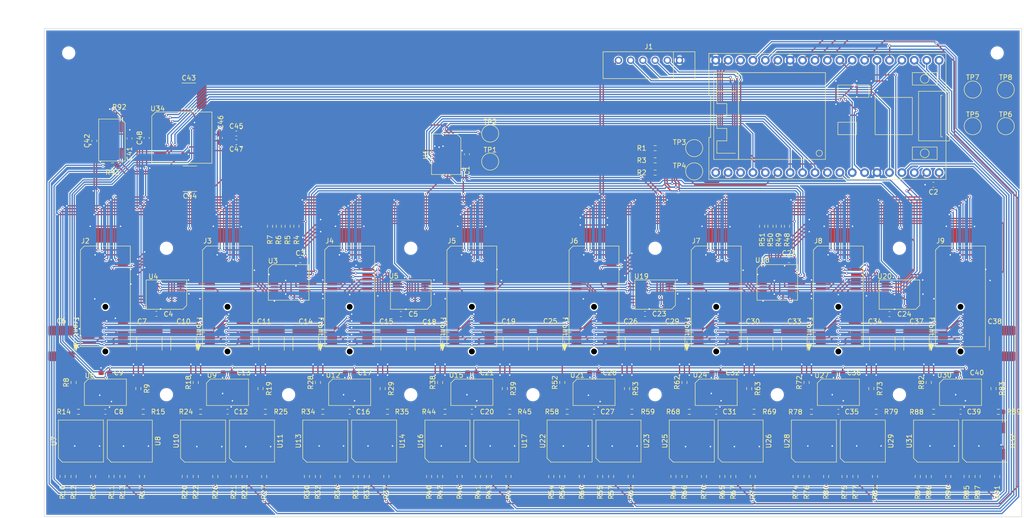
<source format=kicad_pcb>
(kicad_pcb (version 20221018) (generator pcbnew)
  (layers (0 "F.Cu" signal) (31 "B.Cu" signal) (34 "B.Paste" user) (35 "F.Paste" user) (36 "B.SilkS" user "B.Silkscreen") (37 "F.SilkS" user "F.Silkscreen") (38 "B.Mask" user) (39 "F.Mask" user) (44 "Edge.Cuts" user))
  (net 0 "")
  (net 1 "+3V3")
  (net 2 "GND")
  (net 3 "+5V")
  (net 4 "Net-(C6-Pad1)")
  (net 5 "/BP_4Board_Control_and_Connect1/L_POMI_1")
  (net 6 "Net-(C7-Pad1)")
  (net 7 "/BP_4Board_Control_and_Connect1/R_POMI_1")
  (net 8 "-12V")
  (net 9 "+12V")
  (net 10 "Net-(C10-Pad1)")
  (net 11 "/BP_4Board_Control_and_Connect1/L_POMI_2")
  (net 12 "Net-(C11-Pad1)")
  (net 13 "/BP_4Board_Control_and_Connect1/R_POMI_2")
  (net 14 "Net-(C14-Pad1)")
  (net 15 "/BP_4Board_Control_and_Connect1/L_POMI_3")
  (net 16 "Net-(C15-Pad1)")
  (net 17 "/BP_4Board_Control_and_Connect1/R_POMI_3")
  (net 18 "Net-(C18-Pad1)")
  (net 19 "/BP_4Board_Control_and_Connect1/L_POMI_4")
  (net 20 "Net-(C19-Pad1)")
  (net 21 "/BP_4Board_Control_and_Connect1/R_POMI_4")
  (net 22 "Net-(C25-Pad1)")
  (net 23 "/BP_4Board_Control_and_Connect2/L_POMI_1")
  (net 24 "Net-(C26-Pad1)")
  (net 25 "/BP_4Board_Control_and_Connect2/R_POMI_1")
  (net 26 "Net-(C29-Pad1)")
  (net 27 "/BP_4Board_Control_and_Connect2/L_POMI_2")
  (net 28 "Net-(C30-Pad1)")
  (net 29 "/BP_4Board_Control_and_Connect2/R_POMI_2")
  (net 30 "Net-(C33-Pad1)")
  (net 31 "/BP_4Board_Control_and_Connect2/L_POMI_3")
  (net 32 "Net-(C34-Pad1)")
  (net 33 "/BP_4Board_Control_and_Connect2/R_POMI_3")
  (net 34 "Net-(C37-Pad1)")
  (net 35 "/BP_4Board_Control_and_Connect2/L_POMI_4")
  (net 36 "Net-(C38-Pad1)")
  (net 37 "/BP_4Board_Control_and_Connect2/R_POMI_4")
  (net 38 "Net-(C43-Pad1)")
  (net 39 "Net-(U34-VInL)")
  (net 40 "Net-(C44-Pad1)")
  (net 41 "Net-(U34-VInR)")
  (net 42 "/LED_Start")
  (net 43 "Net-(U2-IX34)")
  (net 44 "/DIO_Ref")
  (net 45 "/Vol_Sig")
  (net 48 "/BP_4Board_Control_and_Connect1/Channel1/ID0{slash}PS")
  (net 49 "/BP_4Board_Control_and_Connect1/Channel1/ID1")
  (net 50 "/BP_4Board_Control_and_Connect1/Channel1/ID2")
  (net 51 "/BP_4Board_Control_and_Connect1/Channel1/ID3")
  (net 53 "/BP_4Board_Control_and_Connect1/L_AOPI_1")
  (net 54 "/L_MOPI")
  (net 55 "/R_MOPI")
  (net 56 "/BP_4Board_Control_and_Connect1/R_AOPI_1")
  (net 60 "/BP_4Board_Control_and_Connect1/Channel1/I2C_INT")
  (net 61 "/BP_4Board_Control_and_Connect1/Channel1/I2C_SCL")
  (net 62 "/BP_4Board_Control_and_Connect1/Channel1/I2C_SDA")
  (net 65 "/BP_4Board_Control_and_Connect1/Channel2/ID0{slash}PS")
  (net 66 "/BP_4Board_Control_and_Connect1/Channel2/ID1")
  (net 67 "/BP_4Board_Control_and_Connect1/Channel2/ID2")
  (net 68 "/BP_4Board_Control_and_Connect1/Channel2/ID3")
  (net 73 "/BP_4Board_Control_and_Connect1/Channel2/I2C_INT")
  (net 74 "/BP_4Board_Control_and_Connect1/Channel2/I2C_SCL")
  (net 75 "/BP_4Board_Control_and_Connect1/Channel2/I2C_SDA")
  (net 78 "/BP_4Board_Control_and_Connect1/Channel3/ID0{slash}PS")
  (net 79 "/BP_4Board_Control_and_Connect1/Channel3/ID1")
  (net 80 "/BP_4Board_Control_and_Connect1/Channel3/ID2")
  (net 81 "/BP_4Board_Control_and_Connect1/Channel3/ID3")
  (net 86 "/BP_4Board_Control_and_Connect1/Channel3/I2C_INT")
  (net 87 "/BP_4Board_Control_and_Connect1/Channel3/I2C_SCL")
  (net 88 "/BP_4Board_Control_and_Connect1/Channel3/I2C_SDA")
  (net 91 "/BP_4Board_Control_and_Connect1/Channel4/ID0{slash}PS")
  (net 92 "/BP_4Board_Control_and_Connect1/Channel4/ID1")
  (net 93 "/BP_4Board_Control_and_Connect1/Channel4/ID2")
  (net 94 "/BP_4Board_Control_and_Connect1/Channel4/ID3")
  (net 99 "/BP_4Board_Control_and_Connect1/Channel4/I2C_INT")
  (net 100 "/BP_4Board_Control_and_Connect1/Channel4/I2C_SCL")
  (net 101 "/BP_4Board_Control_and_Connect1/Channel4/I2C_SDA")
  (net 104 "/BP_4Board_Control_and_Connect2/Channel1/ID0{slash}PS")
  (net 105 "/BP_4Board_Control_and_Connect2/Channel1/ID1")
  (net 106 "/BP_4Board_Control_and_Connect2/Channel1/ID2")
  (net 107 "/BP_4Board_Control_and_Connect2/Channel1/ID3")
  (net 112 "/BP_4Board_Control_and_Connect2/Channel1/I2C_INT")
  (net 113 "/BP_4Board_Control_and_Connect2/Channel1/I2C_SCL")
  (net 114 "/BP_4Board_Control_and_Connect2/Channel1/I2C_SDA")
  (net 117 "/BP_4Board_Control_and_Connect2/Channel2/ID0{slash}PS")
  (net 118 "/BP_4Board_Control_and_Connect2/Channel2/ID1")
  (net 119 "/BP_4Board_Control_and_Connect2/Channel2/ID2")
  (net 120 "/BP_4Board_Control_and_Connect2/Channel2/ID3")
  (net 125 "/BP_4Board_Control_and_Connect2/Channel2/I2C_INT")
  (net 126 "/BP_4Board_Control_and_Connect2/Channel2/I2C_SCL")
  (net 127 "/BP_4Board_Control_and_Connect2/Channel2/I2C_SDA")
  (net 130 "/BP_4Board_Control_and_Connect2/Channel3/ID0{slash}PS")
  (net 131 "/BP_4Board_Control_and_Connect2/Channel3/ID1")
  (net 132 "/BP_4Board_Control_and_Connect2/Channel3/ID2")
  (net 133 "/BP_4Board_Control_and_Connect2/Channel3/ID3")
  (net 138 "/BP_4Board_Control_and_Connect2/Channel3/I2C_INT")
  (net 139 "/BP_4Board_Control_and_Connect2/Channel3/I2C_SCL")
  (net 140 "/BP_4Board_Control_and_Connect2/Channel3/I2C_SDA")
  (net 143 "/BP_4Board_Control_and_Connect2/Channel4/ID0{slash}PS")
  (net 144 "/BP_4Board_Control_and_Connect2/Channel4/ID1")
  (net 145 "/BP_4Board_Control_and_Connect2/Channel4/ID2")
  (net 146 "/BP_4Board_Control_and_Connect2/Channel4/ID3")
  (net 151 "/BP_4Board_Control_and_Connect2/Channel4/I2C_INT")
  (net 152 "/BP_4Board_Control_and_Connect2/Channel4/I2C_SCL")
  (net 153 "/BP_4Board_Control_and_Connect2/Channel4/I2C_SDA")
  (net 154 "/~{I2C_INT}")
  (net 155 "/I2C_SDA")
  (net 156 "/I2C_SCL")
  (net 157 "Net-(U6A--)")
  (net 158 "Net-(U6B--)")
  (net 159 "Net-(R10-Pad1)")
  (net 160 "/~{Mute_CH1}")
  (net 161 "Net-(R11-Pad1)")
  (net 162 "Net-(R12-Pad1)")
  (net 163 "Net-(R13-Pad1)")
  (net 164 "Net-(R14-Pad1)")
  (net 165 "Net-(R15-Pad1)")
  (net 166 "/BP_4Board_Control_and_Connect1/L_MSum")
  (net 167 "/BP_4Board_Control_and_Connect1/R_MSum")
  (net 168 "Net-(U9A--)")
  (net 169 "Net-(U9B--)")
  (net 170 "Net-(R20-Pad1)")
  (net 171 "/~{Mute_CH2}")
  (net 172 "Net-(R21-Pad1)")
  (net 173 "Net-(R22-Pad1)")
  (net 174 "Net-(R23-Pad1)")
  (net 175 "Net-(R24-Pad1)")
  (net 176 "Net-(R25-Pad1)")
  (net 177 "Net-(U12A--)")
  (net 178 "Net-(U12B--)")
  (net 179 "Net-(R30-Pad1)")
  (net 180 "/~{Mute_CH3}")
  (net 181 "Net-(R31-Pad1)")
  (net 182 "Net-(R32-Pad1)")
  (net 183 "Net-(R33-Pad1)")
  (net 184 "Net-(R34-Pad1)")
  (net 185 "Net-(R35-Pad1)")
  (net 186 "Net-(U15A--)")
  (net 187 "Net-(U15B--)")
  (net 188 "Net-(R40-Pad1)")
  (net 189 "/~{Mute_CH4}")
  (net 190 "Net-(R41-Pad1)")
  (net 191 "Net-(R42-Pad1)")
  (net 192 "Net-(R43-Pad1)")
  (net 193 "Net-(R44-Pad1)")
  (net 194 "Net-(R45-Pad1)")
  (net 195 "Net-(U21A--)")
  (net 196 "Net-(U21B--)")
  (net 197 "Net-(R54-Pad1)")
  (net 198 "/~{Mute_CH5}")
  (net 199 "Net-(R55-Pad1)")
  (net 200 "Net-(R56-Pad1)")
  (net 201 "Net-(R57-Pad1)")
  (net 202 "Net-(R58-Pad1)")
  (net 203 "Net-(R59-Pad1)")
  (net 204 "Net-(U24A--)")
  (net 205 "Net-(U24B--)")
  (net 206 "Net-(R64-Pad1)")
  (net 207 "/~{Mute_CH6}")
  (net 208 "Net-(R65-Pad1)")
  (net 209 "Net-(R66-Pad1)")
  (net 210 "Net-(R67-Pad1)")
  (net 211 "Net-(R68-Pad1)")
  (net 212 "Net-(R69-Pad1)")
  (net 213 "Net-(U27A--)")
  (net 214 "Net-(U27B--)")
  (net 215 "Net-(R74-Pad1)")
  (net 216 "/~{Mute_CH7}")
  (net 217 "Net-(R75-Pad1)")
  (net 218 "Net-(R76-Pad1)")
  (net 219 "Net-(R77-Pad1)")
  (net 220 "Net-(R78-Pad1)")
  (net 221 "Net-(R79-Pad1)")
  (net 222 "Net-(U30A--)")
  (net 223 "Net-(U30B--)")
  (net 224 "Net-(R84-Pad1)")
  (net 225 "/~{Mute_CH8}")
  (net 226 "Net-(R85-Pad1)")
  (net 227 "Net-(R86-Pad1)")
  (net 228 "Net-(R87-Pad1)")
  (net 229 "Net-(R88-Pad1)")
  (net 230 "Net-(R89-Pad1)")
  (net 231 "Net-(U1-CH_4_IN{slash}OUT)")
  (net 232 "Net-(U1-CH_5_IN{slash}OUT)")
  (net 233 "Net-(U2-IX35)")
  (net 234 "Net-(U2-EN)")
  (net 235 "Net-(U2-IO04{slash}I2S_BC)")
  (net 236 "Net-(U2-IO05{slash}I2S_WS)")
  (net 237 "Net-(U2-IO18{slash}I2S_DOUT)")
  (net 238 "Net-(U2-IO19{slash}I2S_DIN)")
  (net 239 "/ID_COM")
  (net 240 "/ID_CS2")
  (net 241 "/ID_CS1")
  (net 242 "/ID_CS0")
  (net 243 "/ID_COM_3")
  (net 244 "/ID_COM_0")
  (net 245 "/ID_COM_1")
  (net 246 "/ID_COM_2")
  (net 247 "/ID_ADDR_2")
  (net 248 "/Vol_SCLK")
  (net 249 "/Vol_SDO")
  (net 250 "/Vol_SDI")
  (net 251 "/ID_ADDR_1")
  (net 252 "/~{Vol_CS}")
  (net 253 "/~{Mute_CH0}")
  (net 254 "/Vol_ZeroX_EN")
  (net 255 "/ID_ADDR_0")
  (net 256 "Net-(U6-Pad1)")
  (net 257 "Net-(U6-Pad7)")
  (net 258 "Net-(U10-Pad6)")
  (net 259 "Net-(U11-Pad6)")
  (net 260 "Net-(U12-Pad1)")
  (net 261 "Net-(U12-Pad7)")
  (net 262 "Net-(U15-Pad1)")
  (net 263 "Net-(U15-Pad7)")
  (net 264 "Net-(U21-Pad1)")
  (net 265 "Net-(U21-Pad7)")
  (net 266 "Net-(U24-Pad1)")
  (net 267 "Net-(U24-Pad7)")
  (net 268 "Net-(U27-Pad1)")
  (net 269 "Net-(U27-Pad7)")
  (net 270 "Net-(U30-Pad1)")
  (net 271 "Net-(U30-Pad7)")
  (footprint "Capacitor_SMD:C_2220_5650Metric_Pad1.97x5.40mm_HandSolder" (layer "F.Cu") (at 124 112.5 90)
    (fp_text reference "C15")
    (fp_text value "1u")
  )
  (footprint "Resistor_SMD:R_0603_1608Metric_Pad0.98x0.95mm_HandSolder" (layer "F.Cu") (at 108.5 139.75 -90)
    (fp_text reference "R32")
    (fp_text value "3.3k")
  )
  (footprint "Resistor_SMD:R_0603_1608Metric_Pad0.98x0.95mm_HandSolder" (layer "F.Cu") (at 247.75 126.5 180)
    (fp_text reference "R89")
    (fp_text value "22k")
  )
  (footprint "silver-box-feetprints:NE5532 SOIC8" (layer "F.Cu") (at 215 122.5 -90)
    (fp_text reference "U27")
    (fp_text value "NE5532")
  )
  (footprint "Resistor_SMD:R_0603_1608Metric_Pad0.98x0.95mm_HandSolder" (layer "F.Cu") (at 177.5 72.5)
    (fp_text reference "R1")
    (fp_text value "10k")
  )
  (footprint "silver-box-feetprints:NE5532 SOIC8" (layer "F.Cu") (at 240 122.5 -90)
    (fp_text reference "U30")
    (fp_text value "NE5532")
  )
  (footprint "Resistor_SMD:R_0603_1608Metric_Pad0.98x0.95mm_HandSolder" (layer "F.Cu") (at 201.1 88.5 -90)
    (fp_text reference "R50")
    (fp_text value "100k")
  )
  (footprint "silver-box-feetprints:NE5532 SOIC8" (layer "F.Cu") (at 140 122.5 -90)
    (fp_text reference "U15")
    (fp_text value "NE5532")
  )
  (footprint "silver-box-feetprints:NE5532 SOIC8" (layer "F.Cu") (at 90 122.5 -90)
    (fp_text reference "U9")
    (fp_text value "NE5532")
  )
  (footprint "Resistor_SMD:R_0603_1608Metric_Pad0.98x0.95mm_HandSolder" (layer "F.Cu") (at 171.75 121.75 90)
    (fp_text reference "R53")
    (fp_text value "22k")
  )
  (footprint "Capacitor_SMD:C_0603_1608Metric_Pad1.08x0.95mm_HandSolder" (layer "F.Cu") (at 140 126.5)
    (fp_text reference "C20")
    (fp_text value "0.1u")
  )
  (footprint "Resistor_SMD:R_0603_1608Metric_Pad0.98x0.95mm_HandSolder" (layer "F.Cu") (at 72.75 126.5 180)
    (fp_text reference "R15")
    (fp_text value "22k")
  )
  (footprint "Resistor_SMD:R_0603_1608Metric_Pad0.98x0.95mm_HandSolder" (layer "F.Cu") (at 122.75 126.5 180)
    (fp_text reference "R35")
    (fp_text value "22k")
  )
  (footprint "Resistor_SMD:R_0603_1608Metric_Pad0.98x0.95mm_HandSolder" (layer "F.Cu") (at 247.5 139.75 90)
    (fp_text reference "R91")
    (fp_text value "1k")
  )
  (footprint "TestPoint:TestPoint_Pad_D3.0mm" (layer "F.Cu") (at 143.75 69.5)
    (fp_text reference "TP2")
    (fp_text value "TestPoint")
  )
  (footprint "Capacitor_SMD:C_2220_5650Metric_Pad1.97x5.40mm_HandSolder" (layer "F.Cu") (at 82.0725 61.7725)
    (fp_text reference "C43")
    (fp_text value "1u")
  )
  (footprint "Capacitor_SMD:C_2220_5650Metric_Pad1.97x5.40mm_HandSolder" (layer "F.Cu") (at 199 112.5 90)
    (fp_text reference "C30")
    (fp_text value "1u")
  )
  (footprint "Resistor_SMD:R_0603_1608Metric_Pad0.98x0.95mm_HandSolder" (layer "F.Cu") (at 81.25 139.75 -90)
    (fp_text reference "R20")
    (fp_text value "3.3k")
  )
  (footprint "Capacitor_SMD:C_0603_1608Metric_Pad1.08x0.95mm_HandSolder" (layer "F.Cu") (at 65 126.5)
    (fp_text reference "C8")
    (fp_text value "0.1u")
  )
  (footprint "Resistor_SMD:R_0603_1608Metric_Pad0.98x0.95mm_HandSolder" (layer "F.Cu") (at 172.75 126.5 180)
    (fp_text reference "R59")
    (fp_text value "22k")
  )
  (footprint "silver-box-feetprints:CD4051BPWR" (layer "F.Cu") (at 177.5 102.5 90)
    (fp_text reference "U19")
    (fp_text value "CD4051BPWR4")
  )
  (footprint "Resistor_SMD:R_0603_1608Metric_Pad0.98x0.95mm_HandSolder" (layer "F.Cu") (at 199.4 88.5 -90)
    (fp_text reference "R51")
    (fp_text value "100k")
  )
  (footprint "Capacitor_SMD:C_2220_5650Metric_Pad1.97x5.40mm_HandSolder" (layer "F.Cu") (at 174 112.5 90)
    (fp_text reference "C26")
    (fp_text value "1u")
  )
  (footprint "Resistor_SMD:R_0603_1608Metric_Pad0.98x0.95mm_HandSolder" (layer "F.Cu") (at 83.5 120.5 90)
    (fp_text reference "R18")
    (fp_text value "22k")
  )
  (footprint "Resistor_SMD:R_0603_1608Metric_Pad0.98x0.95mm_HandSolder" (layer "F.Cu") (at 133.5 139.75 -90)
    (fp_text reference "R42")
    (fp_text value "3.3k")
  )
  (footprint "Resistor_SMD:R_0603_1608Metric_Pad0.98x0.95mm_HandSolder" (layer "F.Cu") (at 147.75 126.5 180)
    (fp_text reference "R45")
    (fp_text value "22k")
  )
  (footprint "Capacitor_SMD:C_0603_1608Metric_Pad1.08x0.95mm_HandSolder" (layer "F.Cu") (at 104.8875 95.45)
    (fp_text reference "C3")
    (fp_text value "0.1u")
  )
  (footprint "TestPoint:TestPoint_Pad_D3.0mm" (layer "F.Cu") (at 143.75 75.25)
    (fp_text reference "TP1")
    (fp_text value "TestPoint")
  )
  (footprint "silver-box-feetprints:CD4051BPWR" (layer "F.Cu") (at 227.5 102.5 90)
    (fp_text reference "U20")
    (fp_text value "CD4051BPWR4")
  )
  (footprint "PCM_kikit:Board" (layer "F.Cu") (at 70 48)
    (fp_text reference "mainboard")
    (fp_text value "Board")
  )
  (footprint "MountingHole:MountingHole_2.2mm_M2" (layer "F.Cu") (at 177.5 93)
    (fp_text reference "REF**11" hide)
    (fp_text value "MountingHole_2.2mm_M2")
  )
  (footprint "silver-box-feetprints:TLP4026G" (layer "F.Cu") (at 135 132.5)
    (fp_text reference "U16")
    (fp_text value "TLP4026G")
  )
  (footprint "Resistor_SMD:R_0603_1608Metric_Pad0.98x0.95mm_HandSolder" (layer "F.Cu") (at 97.5 139.75 90)
    (fp_text reference "R27")
    (fp_text value "1k")
  )
  (footprint "MountingHole:MountingHole_2.2mm_M2" (layer "F.Cu") (at 227.5 123)
    (fp_text reference "REF**9" hide)
    (fp_text value "MountingHole_2.2mm_M2")
  )
  (footprint "Capacitor_SMD:C_0603_1608Metric_Pad1.08x0.95mm_HandSolder" (layer "F.Cu") (at 90 118.5 180)
    (fp_text reference "C13")
    (fp_text value "0.1u")
  )
  (footprint "Resistor_SMD:R_0603_1608Metric_Pad0.98x0.95mm_HandSolder" (layer "F.Cu") (at 212.5 139.75 90)
    (fp_text reference "R80")
    (fp_text value "1k")
  )
  (footprint "Resistor_SMD:R_0603_1608Metric_Pad0.98x0.95mm_HandSolder" (layer "F.Cu") (at 233.5 139.75 -90)
    (fp_text reference "R86")
    (fp_text value "3.3k")
  )
  (footprint "Resistor_SMD:R_0603_1608Metric_Pad0.98x0.95mm_HandSolder" (layer "F.Cu") (at 241.25 139.75 -90)
    (fp_text reference "R85")
    (fp_text value "3.3k")
  )
  (footprint "Resistor_SMD:R_0603_1608Metric_Pad0.98x0.95mm_HandSolder" (layer "F.Cu") (at 202.8 88.5 -90)
    (fp_text reference "R49")
    (fp_text value "100k")
  )
  (footprint "Capacitor_SMD:C_2220_5650Metric_Pad1.97x5.40mm_HandSolder" (layer "F.Cu") (at 106 112.5 90)
    (fp_text reference "C14")
    (fp_text value "1u")
  )
  (footprint "Resistor_SMD:R_0603_1608Metric_Pad0.98x0.95mm_HandSolder" (layer "F.Cu") (at 133.5 120.5 90)
    (fp_text reference "R38")
    (fp_text value "22k")
  )
  (footprint "Resistor_SMD:R_0603_1608Metric_Pad0.98x0.95mm_HandSolder" (layer "F.Cu") (at 147.5 139.75 90)
    (fp_text reference "R47")
    (fp_text value "1k")
  )
  (footprint "Resistor_SMD:R_0603_1608Metric_Pad0.98x0.95mm_HandSolder" (layer "F.Cu") (at 68.5 139.75 -90)
    (fp_text reference "R13")
    (fp_text value "3.3k")
  )
  (footprint "Resistor_SMD:R_0603_1608Metric_Pad0.98x0.95mm_HandSolder" (layer "F.Cu") (at 116.25 139.75 -90)
    (fp_text reference "R31")
    (fp_text value "3.3k")
  )
  (footprint "Resistor_SMD:R_0603_1608Metric_Pad0.98x0.95mm_HandSolder" (layer "F.Cu") (at 222.5 139.75 90)
    (fp_text reference "R81")
    (fp_text value "1k")
  )
  (footprint "MountingHole:MountingHole_2.2mm_M2" (layer "F.Cu") (at 202.5 123)
    (fp_text reference "REF**8" hide)
    (fp_text value "MountingHole_2.2mm_M2")
  )
  (footprint "Resistor_SMD:R_0603_1608Metric_Pad0.98x0.95mm_HandSolder" (layer "F.Cu") (at 66.25 139.75 -90)
    (fp_text reference "R11")
    (fp_text value "3.3k")
  )
  (footprint "Capacitor_SMD:C_2220_5650Metric_Pad1.97x5.40mm_HandSolder" (layer "F.Cu") (at 181 112.5 90)
    (fp_text reference "C29")
    (fp_text value "1u")
  )
  (footprint "Resistor_SMD:R_0603_1608Metric_Pad0.98x0.95mm_HandSolder" (layer "F.Cu") (at 93.5 139.75 -90)
    (fp_text reference "R23")
    (fp_text value "3.3k")
  )
  (footprint "Capacitor_SMD:C_2220_5650Metric_Pad1.97x5.40mm_HandSolder" (layer "F.Cu") (at 149 112.5 90)
    (fp_text reference "C19")
    (fp_text value "1u")
  )
  (footprint "Capacitor_SMD:C_2220_5650Metric_Pad1.97x5.40mm_HandSolder" (layer "F.Cu") (at 156 112.5 90)
    (fp_text reference "C25")
    (fp_text value "1u")
  )
  (footprint "Resistor_SMD:R_0603_1608Metric_Pad0.98x0.95mm_HandSolder" (layer "F.Cu") (at 246.75 121.75 90)
    (fp_text reference "R83")
    (fp_text value "22k")
  )
  (footprint "Resistor_SMD:R_0603_1608Metric_Pad0.98x0.95mm_HandSolder" (layer "F.Cu") (at 206.25 139.75 -90)
    (fp_text reference "R74")
    (fp_text value "3.3k")
  )
  (footprint "silver-box-feetprints:Card Edge Conn Amphenol 10061913-100PLF" (layer "F.Cu") (at 215 105 -90)
    (fp_text reference "J8")
    (fp_text value "Amphenol_10061913-xx0")
  )
  (footprint "silver-box-feetprints:CD4051BPWR" (layer "F.Cu") (at 134.75 73.75 180)
    (fp_text reference "U1")
    (fp_text value "CD4051BPWR4")
  )
  (footprint "Resistor_SMD:R_0603_1608Metric_Pad0.98x0.95mm_HandSolder" (layer "F.Cu") (at 233.5 120.5 90)
    (fp_text reference "R82")
    (fp_text value "22k")
  )
  (footprint "Capacitor_SMD:C_2220_5650Metric_Pad1.97x5.40mm_HandSolder" (layer "F.Cu") (at 206 112.5 90)
    (fp_text reference "C33")
    (fp_text value "1u")
  )
  (footprint "Resistor_SMD:R_0603_1608Metric_Pad0.98x0.95mm_HandSolder" (layer "F.Cu") (at 108.5 120.5 90)
    (fp_text reference "R28")
    (fp_text value "22k")
  )
  (footprint "Capacitor_SMD:C_0603_1608Metric_Pad1.08x0.95mm_HandSolder" (layer "F.Cu") (at 175.4375 106.45)
    (fp_text reference "C23")
    (fp_text value "0.1u")
  )
  (footprint "Capacitor_SMD:C_0603_1608Metric_Pad1.08x0.95mm_HandSolder" (layer "F.Cu") (at 115 126.5)
    (fp_text reference "C16")
    (fp_text value "0.1u")
  )
  (footprint "Capacitor_SMD:C_0603_1608Metric_Pad1.08x0.95mm_HandSolder" (layer "F.Cu") (at 88.435 70.41 90)
    (fp_text reference "C46")
    (fp_text value "0.1u")
  )
  (footprint "Resistor_SMD:R_0603_1608Metric_Pad0.98x0.95mm_HandSolder" (layer "F.Cu") (at 56.25 139.75 -90)
    (fp_text reference "R10")
    (fp_text value "3.3k")
  )
  (footprint "Resistor_SMD:R_0603_1608Metric_Pad0.98x0.95mm_HandSolder" (layer "F.Cu") (at 156.25 139.75 -90)
    (fp_text reference "R54")
    (fp_text value "3.3k")
  )
  (footprint "Resistor_SMD:R_0603_1608Metric_Pad0.98x0.95mm_HandSolder" (layer "F.Cu") (at 100.5 88.5 -90)
    (fp_text reference "R6")
    (fp_text value "100k")
  )
  (footprint "silver-box-feetprints:NE5532 SOIC8" (layer "F.Cu") (at 65 122.5 -90)
    (fp_text reference "U6")
    (fp_text value "NE5532")
  )
  (footprint "Resistor_SMD:R_0603_1608Metric_Pad0.98x0.95mm_HandSolder" (layer "F.Cu") (at 97.75 126.5 180)
    (fp_text reference "R25")
    (fp_text value "22k")
  )
  (footprint "TestPoint:TestPoint_Pad_D3.0mm" (layer "F.Cu") (at 249.25 60.5)
    (fp_text reference "TP8")
    (fp_text value "TestPoint")
  )
  (footprint "silver-box-feetprints:TLP4026G" (layer "F.Cu") (at 195 132.5)
    (fp_text reference "U26")
    (fp_text value "TLP4026G")
  )
  (footprint "silver-box-feetprints:Card Edge Conn Amphenol 10061913-100PLF" (layer "F.Cu") (at 90 105 -90)
    (fp_text reference "J3")
    (fp_text value "Amphenol_10061913-xx0")
  )
  (footprint "Resistor_SMD:R_0603_1608Metric_Pad0.98x0.95mm_HandSolder" (layer "F.Cu") (at 208.5 120.5 90)
    (fp_text reference "R72")
    (fp_text value "22k")
  )
  (footprint "MountingHole:MountingHole_2.2mm_M2" (layer "F.Cu") (at 227.5 93)
    (fp_text reference "REF**12" hide)
    (fp_text value "MountingHole_2.2mm_M2")
  )
  (footprint "Resistor_SMD:R_0603_1608Metric_Pad0.98x0.95mm_HandSolder" (layer "F.Cu") (at 91.25 139.75 -90)
    (fp_text reference "R21")
    (fp_text value "3.3k")
  )
  (footprint "Capacitor_SMD:C_2220_5650Metric_Pad1.97x5.40mm_HandSolder" (layer "F.Cu") (at 81 112.5 90)
    (fp_text reference "C10")
    (fp_text value "1u")
  )
  (footprint "Resistor_SMD:R_0603_1608Metric_Pad0.98x0.95mm_HandSolder" (layer "F.Cu") (at 183.5 120.5 90)
    (fp_text reference "R62")
    (fp_text value "22k")
  )
  (footprint "silver-box-feetprints:NE5532 SOIC8" (layer "F.Cu") (at 165 122.5 -90)
    (fp_text reference "U21")
    (fp_text value "NE5532")
  )
  (footprint "TestPoint:TestPoint_Pad_D3.0mm" (layer "F.Cu") (at 242.5 68)
    (fp_text reference "TP5")
    (fp_text value "TestPoint")
  )
  (footprint "TestPoint:TestPoint_Pad_D3.0mm" (layer "F.Cu") (at 185.5 77.25)
    (fp_text reference "TP4")
    (fp_text value "TestPoint")
  )
  (footprint "silver-box-feetprints:Card Edge Conn Amphenol 10061913-100PLF" (layer "F.Cu") (at 115 105 -90)
    (fp_text reference "J4")
    (fp_text value "Amphenol_10061913-xx0")
  )
  (footprint "silver-box-feetprints:TLP4026G" (layer "F.Cu") (at 95 132.5)
    (fp_text reference "U11")
    (fp_text value "TLP4026G")
  )
  (footprint "MountingHole:MountingHole_2.2mm_M2" (layer "F.Cu") (at 77.5 123)
    (fp_text reference "REF**" hide)
    (fp_text value "MountingHole_2.2mm_M2")
  )
  (footprint "TestPoint:TestPoint_Pad_D3.0mm" (layer "F.Cu") (at 249.25 68)
    (fp_text reference "TP6")
    (fp_text value "TestPoint")
  )
  (footprint "Capacitor_SMD:C_2220_5650Metric_Pad1.97x5.40mm_HandSolder" (layer "F.Cu") (at 231 112.5 90)
    (fp_text reference "C37")
    (fp_text value "1u")
  )
  (footprint "Resistor_SMD:R_0603_1608Metric_Pad0.98x0.95mm_HandSolder" (layer "F.Cu") (at 131.25 139.75 -90)
    (fp_text reference "R40")
    (fp_text value "3.3k")
  )
  (footprint "Capacitor_SMD:C_2220_5650Metric_Pad1.97x5.40mm_HandSolder" (layer "F.Cu") (at 74 112.5 90)
    (fp_text reference "C7")
    (fp_text value "1u")
  )
  (footprint "Resistor_SMD:R_0603_1608Metric_Pad0.98x0.95mm_HandSolder" (layer "F.Cu") (at 197.75 126.5 180)
    (fp_text reference "R69")
    (fp_text value "22k")
  )
  (footprint "MountingHole:MountingHole_2.2mm_M2" (layer "F.Cu") (at 77.5 93)
    (fp_text reference "REF**" hide)
    (fp_text value "MountingHole_2.2mm_M2")
  )
  (footprint "Capacitor_SMD:C_0603_1608Metric_Pad1.08x0.95mm_HandSolder" (layer "F.Cu") (at 139 73.75 90)
    (fp_text reference "C1")
    (fp_text value "0.1u")
  )
  (footprint "Resistor_SMD:R_0603_1608Metric_Pad0.98x0.95mm_HandSolder" (layer "F.Cu") (at 67.8525 65.64 180)
    (fp_text reference "R92")
    (fp_text value "1k")
  )
  (footprint "Resistor_SMD:R_0603_1608Metric_Pad0.98x0.95mm_HandSolder" (layer "F.Cu") (at 208.5 139.75 -90)
    (fp_text reference "R76")
    (fp_text value "3.3k")
  )
  (footprint "Resistor_SMD:R_0603_1608Metric_Pad0.98x0.95mm_HandSolder" (layer "F.Cu") (at 104.1 88.5 -90)
    (fp_text reference "R4")
    (fp_text value "100k")
  )
  (footprint "Resistor_SMD:R_0603_1608Metric_Pad0.98x0.95mm_HandSolder" (layer "F.Cu") (at 177.5 75)
    (fp_text reference "R3")
    (fp_text value "10k")
  )
  (footprint "Resistor_SMD:R_0603_1608Metric_Pad0.98x0.95mm_HandSolder" (layer "F.Cu") (at 193.5 139.75 -90)
    (fp_text reference "R67")
    (fp_text value "3.3k")
  )
  (footprint "Resistor_SMD:R_0603_1608Metric_Pad0.98x0.95mm_HandSolder" (layer "F.Cu") (at 181.25 139.75 -90)
    (fp_text reference "R64")
    (fp_text value "3.3k")
  )
  (footprint "Capacitor_SMD:C_0603_1608Metric_Pad1.08x0.95mm_HandSolder" (layer "F.Cu") (at 215 126.5)
    (fp_text reference "C35")
    (fp_text value "0.1u")
  )
  (footprint "Capacitor_SMD:C_0603_1608Metric_Pad1.08x0.95mm_HandSolder" (layer "F.Cu") (at 75.4375 106.45)
    (fp_text reference "C4")
    (fp_text value "0.1u")
  )
  (footprint "Capacitor_SMD:C_0603_1608Metric_Pad1.08x0.95mm_HandSolder" (layer "F.Cu") (at 115 118.5 180)
    (fp_text reference "C17")
    (fp_text value "0.1u")
  )
  (footprint "Resistor_SMD:R_0603_1608Metric_Pad0.98x0.95mm_HandSolder" (layer "F.Cu") (at 216.25 139.75 -90)
    (fp_text reference "R75")
    (fp_text value "3.3k")
  )
  (footprint "Resistor_SMD:R_0603_1608Metric_Pad0.98x0.95mm_HandSolder" (layer "F.Cu") (at 96.75 121.75 90)
    (fp_text reference "R19")
    (fp_text value "22k")
  )
  (footprint "Resistor_SMD:R_0603_1608Metric_Pad0.98x0.95mm_HandSolder" (layer "F.Cu") (at 197.5 139.75 90)
    (fp_text reference "R71")
    (fp_text value "1k")
  )
  (footprint "Resistor_SMD:R_0603_1608Metric_Pad0.98x0.95mm_HandSolder" (layer "F.Cu") (at 158.5 120.5 90)
    (fp_text reference "R52")
    (fp_text value "22k")
  )
  (footprint "Capacitor_SMD:C_0603_1608Metric_Pad1.08x0.95mm_HandSolder" (layer "F.Cu") (at 69.94 70.5025 90)
    (fp_text reference "C41")
    (fp_text value "0.1u")
  )
  (footprint "Resistor_SMD:R_0603_1608Metric_Pad0.98x0.95mm_HandSolder" (layer "F.Cu") (at 72.5 139.75 90)
    (fp_text reference "R17")
    (fp_text value "1k")
  )
  (footprint "Resistor_SMD:R_0603_1608Metric_Pad0.98x0.95mm_HandSolder" (layer "F.Cu") (at 204.5 88.5 -90)
    (fp_text reference "R48")
    (fp_text value "100k")
  )
  (footprint "Capacitor_SMD:C_0603_1608Metric_Pad1.08x0.95mm_HandSolder" (layer "F.Cu") (at 90 126.5)
    (fp_text reference "C12")
    (fp_text value "0.1u")
  )
  (footprint "Resistor_SMD:R_0603_1608Metric_Pad0.98x0.95mm_HandSolder" (layer "F.Cu") (at 177.5 77.5)
    (fp_text reference "R2")
    (fp_text value "10k")
  )
  (footprint "Resistor_SMD:R_0603_1608Metric_Pad0.98x0.95mm_HandSolder" (layer "F.Cu") (at 66.48 76.04 180)
    (fp_text reference "R93")
    (fp_text value "1k")
  )
  (footprint "silver-box-feetprints:TLP4026G" (layer "F.Cu") (at 110 132.5)
    (fp_text reference "U13")
    (fp_text value "TLP4026G")
  )
  (footprint "Capacitor_SMD:C_2220_5650Metric_Pad1.97x5.40mm_HandSolder" (layer "F.Cu") (at 131 112.5 90)
    (fp_text reference "C18")
    (fp_text value "1u")
  )
  (footprint "MountingHole:MountingHole_2.2mm_M2" (layer "F.Cu") (at 127.5 93)
    (fp_text reference "REF**10" hide)
    (fp_text value "MountingHole_2.2mm_M2")
  )
  (footprint "silver-box-feetprints:NE5532 SOIC8" (layer "F.Cu") (at 66.345 70.84 180)
    (fp_text reference "U33" hide)
    (fp_text value "NE5532")
  )
  (footprint "Resistor_SMD:R_0603_1608Metric_Pad0.98x0.95mm_HandSolder" (layer "F.Cu") (at 222.75 126.5 180)
    (fp_text reference "R79")
    (fp_text value "22k")
  )
  (footprint "silver-box-feetprints:TLP4026G" (layer "F.Cu") (at 145 132.5)
    (fp_text reference "U17")
    (fp_text value "TLP4026G")
  )
  (footprint "Resistor_SMD:R_0603_1608Metric_Pad0.98x0.95mm_HandSolder" (layer "F.Cu") (at 62.5 139.75 90)
    (fp_text reference "R16")
    (fp_text value "1k")
  )
  (footprint "silver-box-feetprints:PGA231XU" (layer "F.Cu") (at 80.65 70.345 -90)
    (fp_text reference "U34")
    (fp_text value "PGA231x")
  )
  (footprint "silver-box-feetprints:Card Edge Conn Amphenol 10061913-100PLF" (layer "F.Cu") (at 65 105 -90)
    (fp_text reference "J2")
    (fp_text value "Amphenol_10061913-xx0")
  )
  (footprint "Resistor_SMD:R_0603_1608Metric_Pad0.98x0.95mm_HandSolder" (layer "F.Cu") (at 137.5 139.75 90)
    (fp_text reference "R46")
    (fp_text value "1k")
  )
  (footprint "Resistor_SMD:R_0603_1608Metric_Pad0.98x0.95mm_HandSolder" (layer "F.Cu") (at 122.5 139.75 90)
    (fp_text reference "R37")
    (fp_text value "1k")
  )
  (footprint "Resistor_SMD:R_0603_1608Metric_Pad0.98x0.95mm_HandSolder" (layer "F.Cu") (at 58.5 139.75 -90)
    (fp_text reference "R12")
    (fp_text value "3.3k")
  )
  (footprint "Resistor_SMD:R_0603_1608Metric_Pad0.98x0.95mm_HandSolder" (layer "F.Cu") (at 162.5 139.75 90)
    (fp_text reference "R60")
    (fp_text value "1k")
  )
  (footprint "Resistor_SMD:R_0603_1608Metric_Pad0.98x0.95mm_HandSolder" (layer "F.Cu") (at 209.5 126.5 180)
    (fp_text reference "R78")
    (fp_text value "22k")
  )
  (footprint "Capacitor_SMD:C_0603_1608Metric_Pad1.08x0.95mm_HandSolder" (layer "F.Cu") (at 165 126.5)
    (fp_text reference "C27")
    (fp_text value "0.1u")
  )
  (footprint "Capacitor_SMD:C_0603_1608Metric_Pad1.08x0.95mm_HandSolder" (layer "F.Cu") (at 240 118.5 180)
    (fp_text reference "C40")
    (fp_text value "0.1u")
  )
  (footprint "Capacitor_SMD:C_0603_1608Metric_Pad1.08x0.95mm_HandSolder" (layer "F.Cu") (at 65 118.5 180)
    (fp_text reference "C9")
    (fp_text value "0.1u")
  )
  (footprint "Resistor_SMD:R_0603_1608Metric_Pad0.98x0.95mm_HandSolder" (layer "F.Cu") (at 121.75 121.75 90)
    (fp_text reference "R29")
    (fp_text value "22k")
  )
  (footprint "silver-box-feetprints:TLP4026G" (layer "F.Cu") (at 210 132.5)
    (fp_text reference "U28")
    (fp_text value "TLP4026G")
  )
  (footprint "silver-box-feetprints:TLP4026G" (layer "F.Cu") (at 60 132.5)
    (fp_text reference "U7")
    (fp_text value "TLP4026G")
  )
  (footprint "Resistor_SMD:R_0603_1608Metric_Pad0.98x0.95mm_HandSolder" (layer "F.Cu") (at 168.5 139.75 -90)
    (fp_text reference "R57")
    (fp_text value "3.3k")
  )
  (footprint "silver-box-feetprints:NE5532 SOIC8" (layer "F.Cu") (at 190 122.5 -90)
    (fp_text reference "U24")
    (fp_text value "NE5532")
  )
  (footprint "Capacitor_SMD:C_0603_1608Metric_Pad1.08x0.95mm_HandSolder" (layer "F.Cu") (at 190 126.5)
    (fp_text reference "C31")
    (fp_text value "0.1u")
  )
  (footprint "silver-box-feetprints:B6B-XH-A(LF)(SN)" (layer "F.Cu") (at 176.25 54.5 180)
    (fp_text reference "J1")
    (fp_text value "B6B-XH-A(LF)(SN)")
  )
  (footprint "TestPoint:TestPoint_Pad_D3.0mm" (layer "F.Cu") (at 185.5 72.5)
    (fp_text reference "TP3")
    (fp_text value "TestPoint")
  )
  (footprint "silver-box-feetprints:CD4051BPWR" (layer "F.Cu") (at 77.5 102.5 90)
    (fp_text reference "U4")
    (fp_text value "CD4051BPWR4")
  )
  (footprint "Capacitor_SMD:C_0603_1608Metric_Pad1.08x0.95mm_HandSolder" (layer "F.Cu") (at 62.75 71.0025 -90)
    (fp_text reference "C42")
    (fp_text value "0.1u")
  )
  (footprint "Capacitor_SMD:C_0603_1608Metric_Pad1.08x0.95mm_HandSolder" (layer "F.Cu") (at 190 118.5 180)
    (fp_text reference "C32")
    (fp_text value "0.1u")
  )
  (footprint "Resistor_SMD:R_0603_1608Metric_Pad0.98x0.95mm_HandSolder" (layer "F.Cu") (at 112.5 139.75 90)
    (fp_text reference "R36")
    (fp_text value "1k")
  )
  (footprint "Resistor_SMD:R_0603_1608Metric_Pad0.98x0.95mm_HandSolder" (layer "F.Cu") (at 172.5 139.75 90)
    (fp_text reference "R61")
    (fp_text value "1k")
  )
  (footprint "Capacitor_SMD:C_0603_1608Metric_Pad1.08x0.95mm_HandSolder" (layer "F.Cu") (at 125.4625 106.5)
    (fp_text reference "C5")
    (fp_text value "0.1u")
  )
  (footprint "silver-box-feetprints:TLP4026G" (layer "F.Cu") (at 120 132.5)
    (fp_text reference "U14")
    (fp_text value "TLP4026G")
  )
  (footprint "silver-box-feetprints:Card Edge Conn Amphenol 10061913-100PLF" (layer "F.Cu") (at 240 105 -90)
    (fp_text reference "J9")
    (fp_text value "Amphenol_10061913-xx0")
  )
  (footprint "silver-box-feetprints:TLP4026G" (layer "F.Cu") (at 185 132.5)
    (fp_text reference "U25")
    (fp_text value "TLP4026G")
  )
  (footprint "Resistor_SMD:R_0603_1608Metric_Pad0.98x0.95mm_HandSolder" (layer "F.Cu") (at 196.75 121.75 90)
    (fp_text reference "R63")
    (fp_text value "22k")
  )
  (footprint "Resistor_SMD:R_0603_1608Metric_Pad0.98x0.95mm_HandSolder" (layer "F.Cu") (at 191.25 139.75 -90)
    (fp_text reference "R65")
    (fp_text value "3.3k")
  )
  (footprint "silver-box-feetprints:TLP4026G" (layer "F.Cu") (at 85 132.5)
    (fp_text reference "U10")
    (fp_text value "TLP4026G")
  )
  (footprint "Capacitor_SMD:C_0603_1608Metric_Pad1.08x0.95mm_HandSolder" (layer "F.Cu") (at 91.7975 69.5 180)
    (fp_text reference "C45")
    (fp_text value "0.1u")
  )
  (footprint "Capacitor_SMD:C_0603_1608Metric_Pad1.08x0.95mm_HandSolder" (layer "F.Cu") (at 215 118.5 180)
    (fp_text reference "C36")
    (fp_text value "0.1u")
  )
  (footprint "silver-box-feetprints:TCA9544AAPWR" (layer "F.Cu") (at 202.5 100 -90)
    (fp_text reference "U18")
    (fp_text value "TCA9544APWR")
  )
  (footprint "Resistor_SMD:R_0603_1608Metric_Pad0.98x0.95mm_HandSolder" (layer "F.Cu") (at 218.5 139.75 -90)
    (fp_text reference "R77")
    (fp_text value "3.3k")
  )
  (footprint "Capacitor_SMD:C_0603_1608Metric_Pad1.08x0.95mm_HandSolder" (layer "F.Cu") (at 140 118.5 180)
    (fp_text reference "C21")
    (fp_text value "0.1u")
  )
  (footprint "Resistor_SMD:R_0603_1608Metric_Pad0.98x0.95mm_HandSolder" (layer "F.Cu") (at 243.5 139.75 -90)
    (fp_text reference "R87")
    (fp_text value "3.3k")
  )
  (footprint "Resistor_SMD:R_0603_1608Metric_Pad0.98x0.95mm_HandSolder" (layer "F.Cu") (at 221.75 121.75 90)
    (fp_text reference "R73")
    (fp_text value "22k")
  )
  (footprint "MountingHole:MountingHole_2.2mm_M2" (layer "F.Cu") (at 247.5 53)
    (fp_text reference "REF**" hide)
    (fp_text value "MountingHole_2.2mm_M2" hide)
  )
  (footprint "Resistor_SMD:R_0603_1608Metric_Pad0.98x0.95mm_HandSolder" (layer "F.Cu") (at 187.5 139.75 90)
    (fp_text reference "R70")
    (fp_text value "1k")
  )
  (footprint "Resistor_SMD:R_0603_1608Metric_Pad0.98x0.95mm_HandSolder" (layer "F.Cu") (at 118.5 139.75 -90)
    (fp_text reference "R33")
    (fp_text value "3.3k")
  )
  (footprint "silver-box-feetprints:TLP4026G" (layer "F.Cu") (at 245 132.5)
    (fp_text reference "U32")
    (fp_text value "TLP4026G")
  )
  (footprint "silver-box-feetprints:TLP4026G" (layer "F.Cu") (at 170 132.5)
    (fp_text reference "U23")
    (fp_text value "TLP4026G")
  )
  (footprint "Resistor_SMD:R_0603_1608Metric_Pad0.98x0.95mm_HandSolder" (layer "F.Cu") (at 234.5 126.5 180)
    (fp_text reference "R88")
    (fp_text value "22k")
  )
  (footprint "Capacitor_SMD:C_2220_5650Metric_Pad1.97x5.40mm_HandSolder" (layer "F.Cu") (at 248.5 112.5 90)
    (fp_text reference "C38")
    (fp_text value "1u")
  )
  (footprint "Capacitor_SMD:C_0603_1608Metric_Pad1.08x0.95mm_HandSolder" (layer "F.Cu") (at 91.7975 71.2725 180)
    (fp_text reference "C47")
    (fp_text value "0.1u")
  )
  (footprint "Resistor_SMD:R_0603_1608Metric_Pad0.98x0.95mm_HandSolder" (layer "F.Cu") (at 231.25 139.75 -90)
    (fp_text reference "R84")
    (fp_text value "3.3k")
  )
  (footprint "MountingHole:MountingHole_2.2mm_M2" (layer "F.Cu") (at 177.5 123)
    (fp_text reference "REF**7" hide)
    (fp_text value "MountingHole_2.2mm_M2")
  )
  (footprint "Capacitor_SMD:C_2220_5650Metric_Pad1.97x5.40mm_HandSolder" (layer "F.Cu") (at 224 112.5 90)
    (fp_text reference "C34")
    (fp_text value "1u")
  )
  (footprint "Capacitor_SMD:C_2220_5650Metric_Pad1.97x5.40mm_HandSolder" (layer "F.Cu") (at 99 112.5 90)
    (fp_text reference "C11")
    (fp_text value "1u")
  )
  (footprint "Capacitor_SMD:C_2220_5650Metric_Pad1.97x5.40mm_HandSolder" (layer "F.Cu") (at 56 112.5 90)
    (fp_text reference "C6")
    (fp_text value "1u")
  )
  (footprint "MountingHole:MountingHole_2.2mm_M2" (layer "F.Cu") (at 127.5 123)
    (fp_text reference "REF**5" hide)
    (fp_text value "MountingHole_2.2mm_M2")
  )
  (footprint "Resistor_SMD:R_0603_1608Metric_Pad0.98x0.95mm_HandSolder" (layer "F.Cu") (at 83.5 139.75 -90)
    (fp_text reference "R22")
    (fp_text value "3.3k")
  )
  (footprint "Resistor_SMD:R_0603_1608Metric_Pad0.98x0.95mm_HandSolder" (layer "F.Cu") (at 87.5 139.75 90)
    (fp_text reference "R26")
    (fp_text value "1k")
  )
  (footprint "Resistor_SMD:R_0603_1608Metric_Pad0.98x0.95mm_HandSolder" (layer "F.Cu") (at 159.5 126.5 180)
    (fp_text reference "R58")
    (fp_text value "22k")
  )
  (footprint "silver-box-feetprints:NodeMCU ESP-32S" (layer "F.Cu") (at 213.02 65.9)
    (fp_text reference "U2" hide)
    (fp_text value "NodeMCU ESP-32S" hide)
  )
  (footprint "Resistor_SMD:R_0603_1608Metric_Pad0.98x0.95mm_HandSolder" (layer "F.Cu") (at 141.25 139.75 -90)
    (fp_text reference "R41")
    (fp_text value "3.3k")
  )
  (footprint "MountingHole:MountingHole_2.2mm_M2" (layer "F.Cu") (at 102.5 123)
    (fp_text reference "REF**4" hide)
    (fp_text value "MountingHole_2.2mm_M2")
  )
  (footprint "Capacitor_SMD:C_0603_1608Metric_Pad1.08x0.95mm_HandSolder" (layer "F.Cu") (at 165 118.5 180)
    (fp_text reference "C28")
    (fp_text value "0.1u")
  )
  (footprint "Resistor_SMD:R_0603_1608Metric_Pad0.98x0.95mm_HandSolder" (layer "F.Cu") (at 58.5 120.5 90)
    (fp_text reference "R8")
    (fp_text value "22k")
  )
  (footprint "Resistor_SMD:R_0603_1608Metric_Pad0.98x0.95mm_HandSolder" (layer "F.Cu") (at 143.5 139.75 -90)
    (fp_text reference "R43")
    (fp_text value "3.3k")
  )
  (footprint "TestPoint:TestPoint_Pad_D3.0mm" (layer "F.Cu") (at 242.5 60.5)
    (fp_text reference "TP7")
    (fp_text value "TestPoint")
  )
  (footprint "Resistor_SMD:R_0603_1608Metric_Pad0.98x0.95mm_HandSolder" (layer "F.Cu") (at 98.7 88.5 -90)
    (fp_text reference "R7")
    (fp_text value "100k")
  )
  (footprint "Resistor_SMD:R_0603_1608Metric_Pad0.98x0.95mm_HandSolder" (layer "F.Cu") (at 237.5 139.75 90)
    (fp_text reference "R90")
    (fp_text value "1k")
  )
  (footprint "silver-box-feetprints:TCA9544AAPWR" (layer "F.Cu") (at 102.5 100 -90)
    (fp_text reference "U3")
    (fp_text value "TCA9544APWR")
  )
  (footprint "Resistor_SMD:R_0603_1608Metric_Pad0.98x0.95mm_HandSolder" (layer "F.Cu") (at 183.5 139.75 -90)
    (fp_text reference "R66")
    (fp_text value "3.3k")
  )
  (footprint "Capacitor_SMD:C_0603_1608Metric_Pad1.08x0.95mm_HandSolder" (layer "F.Cu") (at 204.8875 95.45)
    (fp_text reference "C22")
    (fp_text value "0.1u")
  )
  (footprint "Resistor_SMD:R_0603_1608Metric_Pad0.98x0.95mm_HandSolder" (layer "F.Cu") (at 71.75 121.75 90)
    (fp_text reference "R9")
    (fp_text value "22k")
  )
  (footprint "Capacitor_SMD:C_2220_5650Metric_Pad1.97x5.40mm_HandSolder" (layer "F.Cu") (at 82.2975 78.7725)
    (fp_text reference "C44")
    (fp_text value "1u")
  )
  (footprint "Resistor_SMD:R_0603_1608Metric_Pad0.98x0.95mm_HandSolder" (layer "F.Cu") (at 134.5 126.5 180)
    (fp_text reference "R44")
    (fp_text value "22k")
  )
  (footprint "Capacitor_SMD:C_0603_1608Metric_Pad1.08x0.95mm_HandSolder" (layer "F.Cu") (at 234.445 80)
    (fp_text reference "C2")
    (fp_text value "0.1u")
  )
  (footprint "Resistor_SMD:R_0603_1608Metric_Pad0.98x0.95mm_HandSolder" (layer "F.Cu") (at 102.3 88.5 -90)
    (fp_text reference "R5")
    (fp_text value "100k")
  )
  (footprint "silver-box-feetprints:TLP4026G" (layer "F.Cu") (at 220 132.5)
    (fp_text reference "U29")
    (fp_text value "TLP4026G")
  )
  (footprint "MountingHole:MountingHole_2.2mm_M2" (layer "F.Cu") (at 57.5 53)
    (fp_text reference "REF**" hide)
    (fp_text value "MountingHole_2.2mm_M2")
  )
  (footprint "silver-box-feetprints:TLP4026G" (layer "F.Cu") (at 160 132.5)
    (fp_text reference "U22")
    (fp_text value "TLP4026G")
  )
  (footprint "Resistor_SMD:R_0603_1608Metric_Pad0.98x0.95mm_HandSolder" (layer "F.Cu") (at 166.25 139.75 -90)
    (fp_text reference "R55")
    (fp_text value "3.3k")
  )
  (footprint "silver-box-feetprints:TLP4026G" (layer "F.Cu") (at 70 132.5)
    (fp_text reference "U8")
    (fp_text value "TLP4026G")
  )
  (footprint "Resistor_SMD:R_0603_1608Metric_Pad0.98x0.95mm_HandSolder" (layer "F.Cu") (at 184.5 126.5 180)
    (fp_text reference "R68")
    (fp_text value "22k")
  )
  (footprint "Resistor_SMD:R_0603_1608Metric_Pad0.98x0.95mm_HandSolder" (layer "F.Cu") (at 84.5 126.5 180)
    (fp_text reference "R24")
    (fp_text value "22k")
  )
  (footprint "silver-box-feetprints:NE5532 SOIC8" (layer "F.Cu") (at 115 122.5 -90)
    (fp_text reference "U12")
    (fp_text value "NE5532")
  )
  (footprint "silver-box-feetprints:Card Edge Conn Amphenol 10061913-100PLF" (layer "F.Cu") (at 165 105 -90)
    (fp_text reference "J6" hide)
    (fp_text value "Amphenol_10061913-xx0")
  )
  (footprint "silver-box-feetprints:TLP4026G" (layer "F.Cu") (at 235 132.5)
    (fp_text reference "U31")
    (fp_text value "TLP4026G")
  )
  (footprint "Resistor_SMD:R_0603_1608Metric_Pad0.98x0.95mm_HandSolder" (layer "F.Cu") (at 146.75 121.75 90)
    (fp_text reference "R39")
    (fp_text value "22k")
  )
  (footprint "Capacitor_SMD:C_0603_1608Metric_Pad1.08x0.95mm_HandSolder" (layer "F.Cu") (at 240 126.5)
    (fp_text reference "C39")
    (fp_text value "0.1u")
  )
  (footprint "silver-box-feetprints:Card Edge Conn Amphenol 10061913-100PLF" (layer "F.Cu") (at 190 105 -90)
    (fp_text reference "J7")
    (fp_text value "Amphenol_10061913-xx0")
  )
  (footprint "Resistor_SMD:R_0603_1608Metric_Pad0.98x0.95mm_HandSolder" (layer "F.Cu") (at 109.5 126.5 180)
    (fp_text reference "R34")
    (fp_text value "22k")
  )
  (footprint "Resistor_SMD:R_0603_1608Metric_Pad0.98x0.95mm_HandSolder" (layer "F.Cu") (at 106.25 139.75 -90)
    (fp_text reference "R30")
    (fp_text value "3.3k")
  )
  (footprint "silver-box-feetprints:Card Edge Conn Amphenol 10061913-100PLF" (layer "F.Cu") (at 140 105 -90)
    (fp_text reference "J5")
    (fp_text value "Amphenol_10061913-xx0")
  )
  (footprint "Resistor_SMD:R_0603_1608Metric_Pad0.98x0.95mm_HandSolder" (layer "F.Cu") (at 59.5 126.5 180)
    (fp_text reference "R14")
    (fp_text value "22k")
  )
  (footprint "Resistor_SMD:R_0603_1608Metric_Pad0.98x0.95mm_HandSolder" (layer "F.Cu") (at 158.5 139.75 -90)
    (fp_text reference "R56")
    (fp_text value "3.3k")
  )
  (footprint "silver-box-feetprints:CD4051BPWR" (layer "F.Cu") (at 127.5 102.5 90)
    (fp_text reference "U5")
    (fp_text value "CD4051BPWR4")
  )
  (footprint "MountingHole:MountingHole_2.2mm_M2" (layer "F.Cu") (at 152.5 123)
    (fp_text reference "REF**6" hide)
    (fp_text value "MountingHole_2.2mm_M2")
  )
  (footprint "Capacitor_SMD:C_0603_1608Metric_Pad1.08x0.95mm_HandSolder" (layer "F.Cu") (at 73.435 70.41 90)
    (fp_text reference "C48")
    (fp_text value "0.1u")
  )
  (footprint "Capacitor_SMD:C_0603_1608Metric_Pad1.08x0.95mm_HandSolder" (layer "F.Cu") (at 225.4625 106.5)
    (fp_text reference "C24")
    (fp_text value "0.1u")
  )
  (gr_rect (start 52.5 48) (end 252.5 148) (stroke (width 0.1)) (fill none) (layer "Edge.Cuts"))
  (gr_text "J6" (at 160.9 91.5) (layer "F.SilkS") (effects (font (size 1 1))))
  (segment (start 65.150994 95.35) (end 61.4 95.35) (width 0.25) (layer "F.Cu") (net 1))
  (segment (start 225.675 104.775) (end 224.6 104.775) (width 0.25) (layer "F.Cu") (net 1))
  (segment (start 176.5875 79.538) (end 176.5875 77.5) (width 0.25) (layer "F.Cu") (net 1))
  (segment (start 202.8 87.5875) (end 201.1 87.5875) (width 0.25) (layer "F.Cu") (net 1))
  (segment (start 205.75 95.45) (end 205.75 96.725) (width 0.25) (layer "F.Cu") (net 1))
  (segment (start 140.5 83.7) (end 165.5 83.7) (width 0.25) (layer "F.Cu") (net 1))
  (segment (start 127.3 103.15) (end 125.675 104.775) (width 0.25) (layer "F.Cu") (net 1))
  (segment (start 199.6 96.35) (end 199.6 97.075) (width 0.25) (layer "F.Cu") (net 1))
  (segment (start 186.4 95.35) (end 190.4 95.35) (width 0.25) (layer "F.Cu") (net 1))
  (segment (start 179.1 81.9) (end 178.9495 81.9) (width 0.25) (layer "F.Cu") (net 1))
  (segment (start 65.5 83.7) (end 72.9 83.7) (width 0.25) (layer "F.Cu") (net 1))
  (segment (start 90.5 83.7) (end 72.9 83.7) (width 0.25) (layer "F.Cu") (net 1))
  (segment (start 74.575 106.45) (end 74.575 104.8) (width 0.25) (layer "F.Cu") (net 1))
  (segment (start 224.6 106.5) (end 224.6 104.775) (width 0.25) (layer "F.Cu") (net 1))
  (segment (start 206 83.7) (end 190.5 83.7) (width 0.25) (layer "F.Cu") (net 1))
  (segment (start 204.5 87.5875) (end 202.8 87.5875) (width 0.25) (layer "F.Cu") (net 1))
  (segment (start 105.75 95.45) (end 105.75 96.725) (width 0.25) (layer "F.Cu") (net 1))
  (segment (start 140.5 83.7) (end 124.7 83.7) (width 0.25) (layer "F.Cu") (net 1))
  (segment (start 165.5 83.7) (end 172.9 83.7) (width 0.25) (layer "F.Cu") (net 1))
  (segment (start 106 83.7) (end 90.5 83.7) (width 0.25) (layer "F.Cu") (net 1))
  (segment (start 236.4 95.35) (end 240.35 95.35) (width 0.25) (layer "F.Cu") (net 1))
  (segment (start 206 87.5) (end 204.5875 87.5) (width 0.25) (layer "F.Cu") (net 1))
  (segment (start 215.4 95.35) (end 211.4 95.35) (width 0.25) (layer "F.Cu") (net 1))
  (segment (start 100.5 87.5875) (end 98.7 87.5875) (width 0.25) (layer "F.Cu") (net 1))
  (segment (start 204.5875 87.5) (end 204.5 87.5875) (width 0.25) (layer "F.Cu") (net 1))
  (segment (start 106 94.5) (end 106 95.2) (width 0.25) (layer "F.Cu") (net 1))
  (segment (start 176.5875 75) (end 176.5875 72.5) (width 0.25) (layer "F.Cu") (net 1))
  (segment (start 139 76.25) (end 139 74.6125) (width 0.25) (layer "F.Cu") (net 1))
  (segment (start 174.575 104.8) (end 174.6 104.775) (width 0.25) (layer "F.Cu") (net 1))
  (segment (start 106 95.2) (end 105.75 95.45) (width 0.25) (layer "F.Cu") (net 1))
  (segment (start 90.15 95.35) (end 90.25 95.25) (width 0.25) (layer "F.Cu") (net 1))
  (segment (start 240.5 83.7) (end 223.8 83.7) (width 0.25) (layer "F.Cu") (net 1))
  (segment (start 227.3 99.1) (end 227.3 103.15) (width 0.25) (layer "F.Cu") (net 1))
  (segment (start 136.4 95.35) (end 140.4 95.35) (width 0.25) (layer "F.Cu") (net 1))
  (segment (start 227.1 98.9) (end 227.3 99.1) (width 0.25) (layer "F.Cu") (net 1))
  (segment (start 205.75 96.725) (end 205.4 97.075) (width 0.25) (layer "F.Cu") (net 1))
  (segment (start 124.6 106.5) (end 124.6 104.775) (width 0.25) (layer "F.Cu") (net 1))
  (segment (start 190.5 83.7) (end 172.9 83.7) (width 0.25) (layer "F.Cu") (net 1))
  (segment (start 161.4 95.35) (end 165.4 95.35) (width 0.25) (layer "F.Cu") (net 1))
  (segment (start 206 95.2) (end 205.75 95.45) (width 0.25) (layer "F.Cu") (net 1))
  (segment (start 115.5 83.7) (end 124.7 83.7) (width 0.25) (layer "F.Cu") (net 1))
  (segment (start 137.375 77) (end 137.025 76.65) (width 0.25) (layer "F.Cu") (net 1))
  (segment (start 176.5875 77.5) (end 176.5875 75) (width 0.25) (layer "F.Cu") (net 1))
  (segment (start 86.4 95.35) (end 90.15 95.35) (width 0.25) (layer "F.Cu") (net 1))
  (segment (start 206 94.5) (end 206 95.2) (width 0.25) (layer "F.Cu") (net 1))
  (segment (start 127.3 99.1) (end 127.3 103.15) (width 0.25) (layer "F.Cu") (net 1))
  (segment (start 178.9495 81.9) (end 176.5875 79.538) (width 0.25) (layer "F.Cu") (net 1))
  (segment (start 111.4 95.35) (end 115.3 95.35) (width 0.25) (layer "F.Cu") (net 1))
  (segment (start 74.575 104.8) (end 74.6 104.775) (width 0.25) (layer "F.Cu") (net 1))
  (segment (start 73 105) (end 73.225 104.775) (width 0.25) (layer "F.Cu") (net 1))
  (segment (start 106 87.5) (end 104.1875 87.5) (width 0.25) (layer "F.Cu") (net 1))
  (segment (start 240.35 95.35) (end 240.4 95.3) (width 0.25) (layer "F.Cu") (net 1))
  (segment (start 173.225 104.775) (end 174.6 104.775) (width 0.25) (layer "F.Cu") (net 1))
  (segment (start 102.3 87.5875) (end 100.5 87.5875) (width 0.25) (layer "F.Cu") (net 1))
  (segment (start 73.225 104.775) (end 74.6 104.775) (width 0.25) (layer "F.Cu") (net 1))
  (segment (start 127.1 98.9) (end 127.3 99.1) (width 0.25) (layer "F.Cu") (net 1))
  (segment (start 138.25 77) (end 139 76.25) (width 0.25) (layer "F.Cu") (net 1))
  (segment (start 115.5 83.7) (end 106 83.7) (width 0.25) (layer "F.Cu") (net 1))
  (segment (start 138.25 81.8495) (end 138.25 79.0995) (width 0.25) (layer "F.Cu") (net 1))
  (segment (start 215.5 83.7) (end 206 83.7) (width 0.25) (layer "F.Cu") (net 1))
  (segment (start 215.5 83.7) (end 223.8 83.7) (width 0.25) (layer "F.Cu") (net 1))
  (segment (start 201.1 87.5875) (end 199.4 87.5875) (width 0.25) (layer "F.Cu") (net 1))
  (segment (start 104.1 87.5875) (end 102.3 87.5875) (width 0.25) (layer "F.Cu") (net 1))
  (segment (start 138.25 77) (end 137.375 77) (width 0.25) (layer "F.Cu") (net 1))
  (segment (start 104.1875 87.5) (end 104.1 87.5875) (width 0.25) (layer "F.Cu") (net 1))
  (segment (start 227.3 103.15) (end 225.675 104.775) (width 0.25) (layer "F.Cu") (net 1))
  (segment (start 173 105) (end 173.225 104.775) (width 0.25) (layer "F.Cu") (net 1))
  (segment (start 105.75 96.725) (end 105.4 97.075) (width 0.25) (layer "F.Cu") (net 1))
  (segment (start 174.575 106.45) (end 174.575 104.8) (width 0.25) (layer "F.Cu") (net 1))
  (segment (start 125.675 104.775) (end 124.6 104.775) (width 0.25) (layer "F.Cu") (net 1))
  (via (at 223.8 83.7) (size 0.56) (drill 0.3) (layers "F.Cu" "B.Cu") (net 1))
  (via (at 138.25 81.8495) (size 0.56) (drill 0.3) (layers "F.Cu" "B.Cu") (net 1))
  (via (at 190.5 83.7) (size 0.56) (drill 0.3) (layers "F.Cu" "B.Cu") (net 1))
  (via (at 215.4 95.35) (size 0.56) (drill 0.3) (layers "F.Cu" "B.Cu") (net 1))
  (via (at 106 87.5) (size 0.56) (drill 0.3) (layers "F.Cu" "B.Cu") (net 1))
  (via (at 173 105) (size 0.56) (drill 0.3) (layers "F.Cu" "B.Cu") (net 1))
  (via (at 240.4 95.3) (size 0.56) (drill 0.3) (layers "F.Cu" "B.Cu") (net 1))
  (via (at 115.5 83.7) (size 0.56) (drill 0.3) (layers "F.Cu" "B.Cu") (net 1))
  (via (at 73 105) (size 0.56) (drill 0.3) (layers "F.Cu" "B.Cu") (net 1))
  (via (at 227.1 98.9) (size 0.56) (drill 0.3) (layers "F.Cu" "B.Cu") (net 1))
  (via (at 106 83.7) (size 0.56) (drill 0.3) (layers "F.Cu" "B.Cu") (net 1))
  (via (at 179.1 81.9) (size 0.56) (drill 0.3) (layers "F.Cu" "B.Cu") (net 1))
  (via (at 199.6 96.35) (size 0.56) (drill 0.3) (layers "F.Cu" "B.Cu") (net 1))
  (via (at 90.5 83.7) (size 0.56) (drill 0.3) (layers "F.Cu" "B.Cu") (net 1))
  (via (at 140.5 83.7) (size 0.56) (drill 0.3) (layers "F.Cu" "B.Cu") (net 1))
  (via (at 127.1 98.9) (size 0.56) (drill 0.3) (layers "F.Cu" "B.Cu") (net 1))
  (via (at 138.25 77) (size 0.56) (drill 0.3) (layers "F.Cu" "B.Cu") (net 1))
  (via (at 240.5 83.7) (size 0.56) (drill 0.3) (layers "F.Cu" "B.Cu") (net 1))
  (via (at 65.150994 95.35) (size 0.56) (drill 0.3) (layers "F.Cu" "B.Cu") (net 1))
  (via (at 90.25 95.25) (size 0.56) (drill 0.3) (layers "F.Cu" "B.Cu") (net 1))
  (via (at 206 83.7) (size 0.56) (drill 0.3) (layers "F.Cu" "B.Cu") (net 1))
  (via (at 124.7 83.7) (size 0.56) (drill 0.3) (layers "F.Cu" "B.Cu") (net 1))
  (via (at 215.5 83.7) (size 0.56) (drill 0.3) (layers "F.Cu" "B.Cu") (net 1))
  (via (at 72.9 83.7) (size 0.56) (drill 0.3) (layers "F.Cu" "B.Cu") (net 1))
  (via (at 165.5 83.7) (size 0.56) (drill 0.3) (layers "F.Cu" "B.Cu") (net 1))
  (via (at 206 87.5) (size 0.56) (drill 0.3) (layers "F.Cu" "B.Cu") (net 1))
  (via (at 115.3 95.35) (size 0.56) (drill 0.3) (layers "F.Cu" "B.Cu") (net 1))
  (via (at 179.25 83.7) (size 0.56) (drill 0.3) (layers "F.Cu" "B.Cu") (net 1))
  (via (at 138.25 79.0995) (size 0.56) (drill 0.3) (layers "F.Cu" "B.Cu") (net 1))
  (via (at 138.25 83.7) (size 0.56) (drill 0.3) (layers "F.Cu" "B.Cu") (net 1))
  (via (at 190.4 95.35) (size 0.56) (drill 0.3) (layers "F.Cu" "B.Cu") (net 1))
  (via (at 165.4 95.35) (size 0.56) (drill 0.3) (layers "F.Cu" "B.Cu") (net 1))
  (via (at 140.4 95.35) (size 0.56) (drill 0.3) (layers "F.Cu" "B.Cu") (net 1))
  (via (at 206 94.5) (size 0.56) (drill 0.3) (layers "F.Cu" "B.Cu") (net 1))
  (via (at 106 94.5) (size 0.56) (drill 0.3) (layers "F.Cu" "B.Cu") (net 1))
  (via (at 172.9 83.7) (size 0.56) (drill 0.3) (layers "F.Cu" "B.Cu") (net 1))
  (via (at 65.5 83.7) (size 0.56) (drill 0.3) (layers "F.Cu" "B.Cu") (net 1))
  (segment (start 215.500994 83.700994) (end 215.5 83.7) (width 0.25) (layer "B.Cu") (net 1))
  (segment (start 72.9 83.7) (end 72.9 84.298531) (width 0.25) (layer "B.Cu") (net 1))
  (segment (start 172.9 83.7) (end 172.1 84.5) (width 0.25) (layer "B.Cu") (net 1))
  (segment (start 65.500994 83.700994) (end 65.5 83.7) (width 0.25) (layer "B.Cu") (net 1))
  (segment (start 115.500994 95.149006) (end 115.500994 83.700994) (width 0.25) (layer "B.Cu") (net 1))
  (segment (start 65.150994 95.35) (end 65.500994 95) (width 0.25) (layer "B.Cu") (net 1))
  (segment (start 172.1 99.600969) (end 173 100.500969) (width 0.25) (layer "B.Cu") (net 1))
  (segment (start 165.500994 83.700994) (end 165.5 83.7) (width 0.25) (layer "B.Cu") (net 1))
  (segment (start 172.1 84.5) (end 172.1 99.600969) (width 0.25) (layer "B.Cu") (net 1))
  (segment (start 165.4 95.35) (end 165.500994 95.249006) (width 0.25) (layer "B.Cu") (net 1))
  (segment (start 140.500994 95.249006) (end 140.500994 83.700994) (width 0.25) (layer "B.Cu") (net 1))
  (segment (start 124.2 96.1) (end 127 98.9) (width 0.25) (layer "B.Cu") (net 1))
  (segment (start 206 94.5) (end 200.1 94.5) (width 0.25) (layer "B.Cu") (net 1))
  (segment (start 90.500994 83.700994) (end 90.5 83.7) (width 0.25) (layer "B.Cu") (net 1))
  (segment (start 124.2 84.2) (end 124.2 96.1) (width 0.25) (layer "B.Cu") (net 1))
  (segment (start 72.9 84.298531) (end 72.3 84.898531) (width 0.25) (layer "B.Cu") (net 1))
  (segment (start 72.3 104.3) (end 73 105) (width 0.25) (layer "B.Cu") (net 1))
  (segment (start 138.25 79.0995) (end 138.25 77) (width 0.25) (layer "B.Cu") (net 1))
  (segment (start 240.4 95.3) (end 240.500994 95.199006) (width 0.25) (layer "B.Cu") (net 1))
  (segment (start 115.500994 83.700994) (end 115.5 83.7) (width 0.25) (layer "B.Cu") (net 1))
  (segment (start 106 83.7) (end 106 94.5) (width 0.25) (layer "B.Cu") (net 1))
  (segment (start 115.3 95.35) (end 115.500994 95.149006) (width 0.25) (layer "B.Cu") (net 1))
  (segment (start 138.25 83.7) (end 138.25 81.8495) (width 0.25) (layer "B.Cu") (net 1))
  (segment (start 140.500994 83.700994) (end 140.5 83.7) (width 0.25) (layer "B.Cu") (net 1))
  (segment (start 90.500994 94.999006) (end 90.500994 83.700994) (width 0.25) (layer "B.Cu") (net 1))
  (segment (start 90.25 95.25) (end 90.500994 94.999006) (width 0.25) (layer "B.Cu") (net 1))
  (segment (start 200.1 94.5) (end 199.6 95) (width 0.25) (layer "B.Cu") (net 1))
  (segment (start 124.7 83.7) (end 124.2 84.2) (width 0.25) (layer "B.Cu") (net 1))
  (segment (start 65.500994 95) (end 65.500994 83.700994) (width 0.25) (layer "B.Cu") (net 1))
  (segment (start 190.500994 83.700994) (end 190.5 83.7) (width 0.25) (layer "B.Cu") (net 1))
  (segment (start 223.8 95.6) (end 227.1 98.9) (width 0.25) (layer "B.Cu") (net 1))
  (segment (start 165.500994 95.249006) (end 165.500994 83.700994) (width 0.25) (layer "B.Cu") (net 1))
  (segment (start 127 98.9) (end 127.1 98.9) (width 0.25) (layer "B.Cu") (net 1))
  (segment (start 190.500994 95.249006) (end 190.500994 83.700994) (width 0.25) (layer "B.Cu") (net 1))
  (segment (start 179.25 82.05) (end 179.25 83.7) (width 0.25) (layer "B.Cu") (net 1))
  (segment (start 173 100.500969) (end 173 105) (width 0.25) (layer "B.Cu") (net 1))
  (segment (start 240.500994 95.199006) (end 240.500994 83.700994) (width 0.25) (layer "B.Cu") (net 1))
  (segment (start 72.3 84.898531) (end 72.3 104.3) (width 0.25) (layer "B.Cu") (net 1))
  (segment (start 215.4 95.35) (end 215.500994 95.249006) (width 0.25) (layer "B.Cu") (net 1))
  (segment (start 179.1 81.9) (end 179.25 82.05) (width 0.25) (layer "B.Cu") (net 1))
  (segment (start 223.8 83.7) (end 223.8 95.6) (width 0.25) (layer "B.Cu") (net 1))
  (segment (start 140.4 95.35) (end 140.500994 95.249006) (width 0.25) (layer "B.Cu") (net 1))
  (segment (start 199.6 95) (end 199.6 96.35) (width 0.25) (layer "B.Cu") (net 1))
  (segment (start 190.4 95.35) (end 190.500994 95.249006) (width 0.25) (layer "B.Cu") (net 1))
  (segment (start 206 83.7) (end 206 94.5) (width 0.25) (layer "B.Cu") (net 1))
  (segment (start 240.500994 83.700994) (end 240.5 83.7) (width 0.25) (layer "B.Cu") (net 1))
  (segment (start 215.500994 95.249006) (end 215.500994 83.700994) (width 0.25) (layer "B.Cu") (net 1))
  (segment (start 76.3 106.45) (end 76.3 105.45) (width 0.25) (layer "F.Cu") (net 2))
  (segment (start 215.4 109.277982) (end 218.527982 109.277982) (width 0.25) (layer "F.Cu") (net 2))
  (segment (start 83.25 67.25) (end 85.22 67.25) (width 0.25) (layer "F.Cu") (net 2))
  (segment (start 92.66 72.16) (end 92.75 72.25) (width 0.25) (layer "F.Cu") (net 2))
  (segment (start 91.155 124.405) (end 91 124.25) (width 0.25) (layer "F.Cu") (net 2))
  (segment (start 109.4 107.35) (end 111.4 107.35) (width 0.25) (layer "F.Cu") (net 2))
  (segment (start 61.4 111.35) (end 60.35 111.35) (width 0.25) (layer "F.Cu") (net 2))
  (segment (start 138.865 123.135) (end 139 123) (width 0.25) (layer "F.Cu") (net 2))
  (segment (start 66.1 83.1) (end 73.75 83.1) (width 0.25) (layer "F.Cu") (net 2))
  (segment (start 226.815 102.185) (end 226.5 102.5) (width 0.25) (layer "F.Cu") (net 2))
  (segment (start 69.94 68.81) (end 70 68.75) (width 0.25) (layer "F.Cu") (net 2))
  (segment (start 236.4 103.35) (end 234.55 103.35) (width 0.25) (layer "F.Cu") (net 2))
  (segment (start 64.1375 118.5) (end 64.1375 117.5375) (width 0.25) (layer "F.Cu") (net 2))
  (segment (start 189.446024 107.878976) (end 187.975 109.35) (width 0.25) (layer "F.Cu") (net 2))
  (segment (start 74.1 76.6) (end 73.435 75.935) (width 0.25) (layer "F.Cu") (net 2))
  (segment (start 190.4 109.277982) (end 190.472018 109.35) (width 0.25) (layer "F.Cu") (net 2))
  (segment (start 83.801471 108.5) (end 83.801471 108.073529) (width 0.25) (layer "F.Cu") (net 2))
  (segment (start 212.3 123.135) (end 213.615 123.135) (width 0.25) (layer "F.Cu") (net 2))
  (segment (start 68.73 135.2) (end 68.73 133.53) (width 0.25) (layer "F.Cu") (net 2))
  (segment (start 138.1125 72.8875) (end 138 73) (width 0.25) (layer "F.Cu") (net 2))
  (segment (start 86.4 109.35) (end 84.651471 109.35) (width 0.25) (layer "F.Cu") (net 2))
  (segment (start 237.1 88.5) (end 237.125 88.475) (width 0.25) (layer "F.Cu") (net 2))
  (segment (start 71.6 95.2) (end 73.05 93.75) (width 0.25) (layer "F.Cu") (net 2))
  (segment (start 193.6 97.35) (end 195.35 97.35) (width 0.25) (layer "F.Cu") (net 2))
  (segment (start 124.1 83.1) (end 116.1 83.1) (width 0.25) (layer "F.Cu") (net 2))
  (segment (start 99.6 103.8) (end 99.6 102.925) (width 0.25) (layer "F.Cu") (net 2))
  (segment (start 198.410788 102.925) (end 199.6 102.925) (width 0.25) (layer "F.Cu") (net 2))
  (segment (start 188.81 133.64) (end 188.825 133.625) (width 0.25) (layer "F.Cu") (net 2))
  (segment (start 123.81 135.2) (end 123.81 133.56) (width 0.25) (layer "F.Cu") (net 2))
  (segment (start 80.4 101.525) (end 81.2755 101.525) (width 0.25) (layer "F.Cu") (net 2))
  (segment (start 72 84.3) (end 72.0995 84.3) (width 0.25) (layer "F.Cu") (net 2))
  (segment (start 130.4 101.525) (end 131.434358 101.525) (width 0.25) (layer "F.Cu") (net 2))
  (segment (start 217.7 124.405) (end 216.155 124.405) (width 0.25) (layer "F.Cu") (net 2))
  (segment (start 80.4 100.225) (end 80.4 101.525) (width 0.25) (layer "F.Cu") (net 2))
  (segment (start 162.3 123.135) (end 163.815 123.135) (width 0.25) (layer "F.Cu") (net 2))
  (segment (start 86.4 96.35) (end 90.349523 96.35) (width 0.25) (layer "F.Cu") (net 2))
  (segment (start 118.6 94.35) (end 114.9 94.35) (width 0.25) (layer "F.Cu") (net 2))
  (segment (start 167.75 88.25) (end 162.2 88.25) (width 0.25) (layer "F.Cu") (net 2))
  (segment (start 141.024006 112.075994) (end 141.75 111.35) (width 0.25) (layer "F.Cu") (net 2))
  (segment (start 161.4 94.35) (end 162.9 94.35) (width 0.25) (layer "F.Cu") (net 2))
  (segment (start 68.6 97.35) (end 70.2 97.35) (width 0.25) (layer "F.Cu") (net 2))
  (segment (start 69.915 69.615) (end 68.925 69.615) (width 0.25) (layer "F.Cu") (net 2))
  (segment (start 240.5 109.3) (end 241.55 109.3) (width 0.25) (layer "F.Cu") (net 2))
  (segment (start 88.81 135.2) (end 88.81 133.64) (width 0.25) (layer "F.Cu") (net 2))
  (segment (start 132.4 72.1) (end 132.475 72.025) (width 0.25) (layer "F.Cu") (net 2))
  (segment (start 137.1 88.5) (end 137.125 88.475) (width 0.25) (layer "F.Cu") (net 2))
  (segment (start 221.75 58.75) (end 221.75 62) (width 0.25) (layer "F.Cu") (net 2))
  (segment (start 158.73 135.2) (end 158.73 133.51) (width 0.25) (layer "F.Cu") (net 2))
  (segment (start 92.66 71.2725) (end 92.66 72.16) (width 0.25) (layer "F.Cu") (net 2))
  (segment (start 169.55472 53.425) (end 181.425 53.425) (width 0.25) (layer "F.Cu") (net 2))
  (segment (start 113.81 133.56) (end 113.75 133.5) (width 0.25) (layer "F.Cu") (net 2))
  (segment (start 101.9 102.4) (end 101.9 99.6) (width 0.25) (layer "F.Cu") (net 2))
  (segment (start 140.4 112.075994) (end 141.024006 112.075994) (width 0.25) (layer "F.Cu") (net 2))
  (segment (start 131.434358 101.525) (end 132.310358 102.401) (width 0.25) (layer "F.Cu") (net 2))
  (segment (start 97.75 116.75) (end 97.75 119) (width 0.25) (layer "F.Cu") (net 2))
  (segment (start 240.349523 96.35) (end 241.200497 95.499026) (width 0.25) (layer "F.Cu") (net 2))
  (segment (start 218.6 100.35) (end 217.15 100.35) (width 0.25) (layer "F.Cu") (net 2))
  (segment (start 184.651471 109.35) (end 183.801471 108.5) (width 0.25) (layer "F.Cu") (net 2))
  (segment (start 190.4 107.878976) (end 189.446024 107.878976) (width 0.25) (layer "F.Cu") (net 2))
  (segment (start 172.75 116.75) (end 172.75 119) (width 0.25) (layer "F.Cu") (net 2))
  (segment (start 240.641882 106.5) (end 241.491882 107.35) (width 0.25) (layer "F.Cu") (net 2))
  (segment (start 90.25 107.898976) (end 89.426024 107.898976) (width 0.25) (layer "F.Cu") (net 2))
  (segment (start 72 72) (end 69.94 69.94) (width 0.25) (layer "F.Cu") (net 2))
  (segment (start 212.1 88.5) (end 212.125 88.475) (width 0.25) (layer "F.Cu") (net 2))
  (segment (start 137.9 111.35) (end 136.4 111.35) (width 0.25) (layer "F.Cu") (net 2))
  (segment (start 205.4 90.775) (end 209.05 87.125) (width 0.25) (layer "F.Cu") (net 2))
  (segment (start 216.4 96.6) (end 217.15 97.35) (width 0.25) (layer "F.Cu") (net 2))
  (segment (start 239.1 119.5) (end 239.1375 119.4625) (width 0.25) (layer "F.Cu") (net 2))
  (segment (start 104.025 95.45) (end 104.025 96.575) (width 0.25) (layer "F.Cu") (net 2))
  (segment (start 65.71 64.69) (end 65.71 68.14) (width 0.25) (layer "F.Cu") (net 2))
  (segment (start 59.85 109.35) (end 59.7 109.5) (width 0.25) (layer "F.Cu") (net 2))
  (segment (start 126.325 106.5) (end 126.325 105.675) (width 0.25) (layer "F.Cu") (net 2))
  (segment (start 217.35 107.35) (end 218.6 107.35) (width 0.25) (layer "F.Cu") (net 2))
  (segment (start 183.801471 108.073529) (end 184.5 107.375) (width 0.25) (layer "F.Cu") (net 2))
  (segment (start 209.5 99.5) (end 209.5 102.4) (width 0.25) (layer "F.Cu") (net 2))
  (segment (start 108.73 135.2) (end 108.73 133.52) (width 0.25) (layer "F.Cu") (net 2))
  (segment (start 191.155 124.405) (end 191 124.25) (width 0.25) (layer "F.Cu") (net 2))
  (segment (start 89.7 84.3) (end 114.7 84.3) (width 0.25) (layer "F.Cu") (net 2))
  (segment (start 215.4 112.075994) (end 216 112.075994) (width 0.25) (layer "F.Cu") (net 2))
  (segment (start 167.462893 111.35) (end 168.6 111.35) (width 0.25) (layer "F.Cu") (net 2))
  (segment (start 87.1 88.5) (end 87.125 88.475) (width 0.25) (layer "F.Cu") (net 2))
  (segment (start 139.1375 119.4625) (end 139.1375 118.5) (width 0.25) (layer "F.Cu") (net 2))
  (segment (start 60.35 111.35) (end 59.9 110.9) (width 0.25) (layer "F.Cu") (net 2))
  (segment (start 213.81 135.2) (end 213.81 133.56) (width 0.25) (layer "F.Cu") (net 2))
  (segment (start 167.7 124.405) (end 166.255 124.405) (width 0.25) (layer "F.Cu") (net 2))
  (segment (start 217.051471 96.35) (end 216.200497 95.499026) (width 0.25) (layer "F.Cu") (net 2))
  (segment (start 92.75 68.5) (end 92.66 68.59) (width 0.25) (layer "F.Cu") (net 2))
  (segment (start 62.802178 103.35) (end 62.826089 103.373911) (width 0.25) (layer "F.Cu") (net 2))
  (segment (start 140.4 106.47997) (end 140.621852 106.47997) (width 0.25) (layer "F.Cu") (net 2))
  (segment (start 143.6 96.35) (end 142.051471 96.35) (width 0.25) (layer "F.Cu") (net 2))
  (segment (start 117.7 124.405) (end 116.155 124.405) (width 0.25) (layer "F.Cu") (net 2))
  (segment (start 240.5 107.878976) (end 239.413918 107.878976) (width 0.25) (layer "F.Cu") (net 2))
  (segment (start 171.3 95.5) (end 172.75 94.05) (width 0.25) (layer "F.Cu") (net 2))
  (segment (start 187.975 109.35) (end 186.4 109.35) (width 0.25) (layer "F.Cu") (net 2))
  (segment (start 61.4 96.35) (end 65.349523 96.35) (width 0.25) (layer "F.Cu") (net 2))
  (segment (start 61.4 109.35) (end 59.85 109.35) (width 0.25) (layer "F.Cu") (net 2))
  (segment (start 90.25 112.075994) (end 91.766899 112.075994) (width 0.25) (layer "F.Cu") (net 2))
  (segment (start 215.4 107.878976) (end 214.413918 107.878976) (width 0.25) (layer "F.Cu") (net 2))
  (segment (start 192.051471 96.35) (end 191.200497 95.499026) (width 0.25) (layer "F.Cu") (net 2))
  (segment (start 180.4 100.225) (end 180.4 101.525) (width 0.25) (layer "F.Cu") (net 2))
  (segment (start 162.7 86.1) (end 187.7 86.1) (width 0.25) (layer "F.Cu") (net 2))
  (segment (start 65.9 64.5) (end 65.71 64.69) (width 0.25) (layer "F.Cu") (net 2))
  (segment (start 242.051471 96.35) (end 241.200497 95.499026) (width 0.25) (layer "F.Cu") (net 2))
  (segment (start 199.6 98.375) (end 198.475 98.375) (width 0.25) (layer "F.Cu") (net 2))
  (segment (start 68.6 94.35) (end 64.9 94.35) (width 0.25) (layer "F.Cu") (net 2))
  (segment (start 191.187076 106.47997) (end 192.057106 107.35) (width 0.25) (layer "F.Cu") (net 2))
  (segment (start 215.4 110.676988) (end 213.573012 110.676988) (width 0.25) (layer "F.Cu") (net 2))
  (segment (start 116.3 96.5) (end 117.15 97.35) (width 0.25) (layer "F.Cu") (net 2))
  (segment (start 113.598012 110.676988) (end 112.925 111.35) (width 0.25) (layer "F.Cu") (net 2))
  (segment (start 222.75 119) (end 222.75 116.75) (width 0.25) (layer "F.Cu") (net 2))
  (segment (start 248.81 133.785839) (end 248.3005 133.276339) (width 0.25) (layer "F.Cu") (net 2))
  (segment (start 66.255 124.405) (end 66.25 124.4) (width 0.25) (layer "F.Cu") (net 2))
  (segment (start 90.349523 96.35) (end 91.200497 95.499026) (width 0.25) (layer "F.Cu") (net 2))
  (segment (start 126.815 99.815) (end 126.25 99.25) (width 0.25) (layer "F.Cu") (net 2))
  (segment (start 64.1375 117.5375) (end 64.1 117.5) (width 0.25) (layer "F.Cu") (net 2))
  (segment (start 115.4 107.878976) (end 114.413918 107.878976) (width 0.25) (layer "F.Cu") (net 2))
  (segment (start 61.4 94.35) (end 62.9 94.35) (width 0.25) (layer "F.Cu") (net 2))
  (segment (start 141.75 111.35) (end 143.6 111.35) (width 0.25) (layer "F.Cu") (net 2))
  (segment (start 211.4 96.35) (end 215.349523 96.35) (width 0.25) (layer "F.Cu") (net 2))
  (segment (start 173.81 135.2) (end 173.81 133.53) (width 0.25) (layer "F.Cu") (net 2))
  (segment (start 67.5795 75.044883) (end 67.751089 75.044883) (width 0.25) (layer "F.Cu") (net 2))
  (segment (start 64.44 74.81) (end 64 75.25) (width 0.25) (layer "F.Cu") (net 2))
  (segment (start 219.85 97.35) (end 220.084146 97.584146) (width 0.25) (layer "F.Cu") (net 2))
  (segment (start 166.736899 112.075994) (end 167.462893 111.35) (width 0.25) (layer "F.Cu") (net 2))
  (segment (start 112.7 86.1) (end 87.7 86.1) (width 0.25) (layer "F.Cu") (net 2))
  (segment (start 168.73 135.2) (end 168.73 133.53) (width 0.25) (layer "F.Cu") (net 2))
  (segment (start 165.5 107.878976) (end 164.413918 107.878976) (width 0.25) (layer "F.Cu") (net 2))
  (segment (start 65.8625 126.5) (end 65.8625 125.5625) (width 0.25) (layer "F.Cu") (net 2))
  (segment (start 238.81 133.56) (end 238.75 133.5) (width 0.25) (layer "F.Cu") (net 2))
  (segment (start 241 112.1) (end 241.75 111.35) (width 0.25) (layer "F.Cu") (net 2))
  (segment (start 236.4 94.35) (end 237.9 94.35) (width 0.25) (layer "F.Cu") (net 2))
  (segment (start 143.73 133.52) (end 143.75 133.5) (width 0.25) (layer "F.Cu") (net 2))
  (segment (start 140.4 109.277982) (end 143.527982 109.277982) (width 0.25) (layer "F.Cu") (net 2))
  (segment (start 67.051471 96.35) (end 66.200497 95.499026) (width 0.25) (layer "F.Cu") (net 2))
  (segment (start 83.73 135.2) (end 83.73 133.63) (width 0.25) (layer "F.Cu") (net 2))
  (segment (start 168.6 96.35) (end 167.051471 96.35) (width 0.25) (layer "F.Cu") (net 2))
  (segment (start 104.025 96.575) (end 104 96.6) (width 0.25) (layer "F.Cu") (net 2))
  (segment (start 165.572018 109.35) (end 168.6 109.35) (width 0.25) (layer "F.Cu") (net 2))
  (segment (start 143.527982 109.277982) (end 143.6 109.35) (width 0.25) (layer "F.Cu") (net 2))
  (segment (start 207.5 116.75) (end 207.5 119) (width 0.25) (layer "F.Cu") (net 2))
  (segment (start 83.73 133.63) (end 83.725 133.625) (width 0.25) (layer "F.Cu") (net 2))
  (segment (start 187.1 88.5) (end 187.125 88.475) (width 0.25) (layer "F.Cu") (net 2))
  (segment (start 166.45 107.35) (end 168.6 107.35) (width 0.25) (layer "F.Cu") (net 2))
  (segment (start 239.1375 119.4625) (end 239.1375 118.5) (width 0.25) (layer "F.Cu") (net 2))
  (segment (start 63.81 135.2) (end 63.81 133.53) (width 0.25) (layer "F.Cu") (net 2))
  (segment (start 199.6 97.725) (end 199.6 98.375) (width 0.25) (layer "F.Cu") (net 2))
  (segment (start 186.4 103.35) (end 184.35 103.35) (width 0.25) (layer "F.Cu") (net 2))
  (segment (start 65.322018 109.35) (end 68.6 109.35) (width 0.25) (layer "F.Cu") (net 2))
  (segment (start 61.9 88.5) (end 61.925 88.475) (width 0.25) (layer "F.Cu") (net 2))
  (segment (start 216 112.075994) (end 216.725994 111.35) (width 0.25) (layer "F.Cu") (net 2))
  (segment (start 82.3475 64.8475) (end 83.25 65.75) (width 0.25) (layer "F.Cu") (net 2))
  (segment (start 118.6 100.35) (end 117.15 100.35) (width 0.25) (layer "F.Cu") (net 2))
  (segment (start 65.25 107.878976) (end 64.413918 107.878976) (width 0.25) (layer "F.Cu") (net 2))
  (segment (start 195.75 116.75) (end 195.75 119) (width 0.25) (layer "F.Cu") (net 2))
  (segment (start 115.4 109.277982) (end 118.527982 109.277982) (width 0.25) (layer "F.Cu") (net 2))
  (segment (start 112.925 111.35) (end 111.4 111.35) (width 0.25) (layer "F.Cu") (net 2))
  (segment (start 68.925 69.615) (end 65.865 69.615) (width 0.25) (layer "F.Cu") (net 2))
  (segment (start 195.835788 100.35) (end 198.410788 102.925) (width 0.25) (layer "F.Cu") (net 2))
  (segment (start 88.81 133.64) (end 88.825 133.625) (width 0.25) (layer "F.Cu") (net 2))
  (segment (start 230.4 100.225) (end 230.4 101.525) (width 0.25) (layer "F.Cu") (net 2))
  (segment (start 83.801471 108.073529) (end 84.5 107.375) (width 0.25) (layer "F.Cu") (net 2))
  (segment (start 98.410788 102.925) (end 99.6 102.925) (width 0.25) (layer "F.Cu") (net 2))
  (segment (start 233.73 135.2) (end 233.73 133.52) (width 0.25) (layer "F.Cu") (net 2))
  (segment (start 201.9 99.6) (end 201.9 102.4) (width 0.25) (layer "F.Cu") (net 2))
  (segment (start 218.6 97.35) (end 219.85 97.35) (width 0.25) (layer "F.Cu") (net 2))
  (segment (start 139 72.8875) (end 138.1125 72.8875) (width 0.25) (layer "F.Cu") (net 2))
  (segment (start 118.6 97.35) (end 119.85 97.35) (width 0.25) (layer "F.Cu") (net 2))
  (segment (start 112.3 123.135) (end 113.615 123.135) (width 0.25) (layer "F.Cu") (net 2))
  (segment (start 240.5 106.5) (end 240.641882 106.5) (width 0.25) (layer "F.Cu") (net 2))
  (segment (start 204.025 96.575) (end 204 96.6) (width 0.25) (layer "F.Cu") (net 2))
  (segment (start 212.9 111.35) (end 211.4 111.35) (width 0.25) (layer "F.Cu") (net 2))
  (segment (start 181.275 100.225) (end 180.4 100.225) (width 0.25) (layer "F.Cu") (net 2))
  (segment (start 183.73 135.2) (end 183.73 133.63) (width 0.25) (layer "F.Cu") (net 2))
  (segment (start 61.4 103.35) (end 62.802178 103.35) (width 0.25) (layer "F.Cu") (net 2))
  (segment (start 81.275 100.225) (end 80.4 100.225) (width 0.25) (layer "F.Cu") (net 2))
  (segment (start 165.8625 125.5625) (end 165.85 125.55) (width 0.25) (layer "F.Cu") (net 2))
  (segment (start 108.73 133.52) (end 108.75 133.5) (width 0.25) (layer "F.Cu") (net 2))
  (segment (start 126.25 99.25) (end 126.25 99) (width 0.25) (layer "F.Cu") (net 2))
  (segment (start 238.619459 110.676988) (end 237.946447 111.35) (width 0.25) (layer "F.Cu") (net 2))
  (segment (start 161.4 107.35) (end 159.45 107.35) (width 0.25) (layer "F.Cu") (net 2))
  (segment (start 148.81 133.56) (end 148.75 133.5) (width 0.25) (layer "F.Cu") (net 2))
  (segment (start 162.7 86.1) (end 137.7 86.1) (width 0.25) (layer "F.Cu") (net 2))
  (segment (start 233.5825 80) (end 232.75 80) (width 0.25) (layer "F.Cu") (net 2))
  (segment (start 58.73 135.2) (end 58.73 133.51) (width 0.25) (layer "F.Cu") (net 2))
  (segment (start 141.155 124.405) (end 141 124.25) (width 0.25) (layer "F.Cu") (net 2))
  (segment (start 105.4 93.25) (end 109.05 89.6) (width 0.25) (layer "F.Cu") (net 2))
  (segment (start 163.815 123.135) (end 163.85 123.1) (width 0.25) (layer "F.Cu") (net 2))
  (segment (start 95.35 97.35) (end 95.5 97.5) (width 0.25) (layer "F.Cu") (net 2))
  (segment (start 141.491882 107.35) (end 143.6 107.35) (width 0.25) (layer "F.Cu") (net 2))
  (segment (start 215.8625 125.6125) (end 215.75 125.5) (width 0.25) (layer "F.Cu") (net 2))
  (segment (start 92.051471 96.35) (end 91.200497 95.499026) (width 0.25) (layer "F.Cu") (net 2))
  (segment (start 73.435 71.2725) (end 73.7275 70.98) (width 0.25) (layer "F.Cu") (net 2))
  (segment (start 71.6 98.4) (end 73.05 96.95) (width 0.25) (layer "F.Cu") (net 2))
  (segment (start 220.75 98.885019) (end 220.75 102.75) (width 0.25) (layer "F.Cu") (net 2))
  (segment (start 238.865 123.135) (end 239 123) (width 0.25) (layer "F.Cu") (net 2))
  (segment (start 137.7 86.1) (end 112.7 86.1) (width 0.25) (layer "F.Cu") (net 2))
  (segment (start 93.73 135.2) (end 93.73 133.63) (width 0.25) (layer "F.Cu") (net 2))
  (segment (start 126.5 102.5) (end 126.815 102.185) (width 0.25) (layer "F.Cu") (net 2))
  (segment (start 189.1375 118.5) (end 189.1375 119.3625) (width 0.25) (layer "F.Cu") (net 2))
  (segment (start 65.25 112.075994) (end 66.205453 112.075994) (width 0.25) (layer "F.Cu") (net 2))
  (segment (start 165.426988 110.75) (end 163.792894 110.75) (width 0.25) (layer "F.Cu") (net 2))
  (segment (start 65.349523 96.35) (end 66.200497 95.499026) (width 0.25) (layer "F.Cu") (net 2))
  (segment (start 168.73 133.53) (end 168.72 133.53) (width 0.25) (layer "F.Cu") (net 2))
  (segment (start 141.200497 95.499026) (end 141.200497 95.35) (width 0.25) (layer "F.Cu") (net 2))
  (segment (start 126.815 102.185) (end 126.815 99.815) (width 0.25) (layer "F.Cu") (net 2))
  (segment (start 140.349523 96.35) (end 141.200497 95.499026) (width 0.25) (layer "F.Cu") (net 2))
  (segment (start 92.057106 107.35) (end 93.6 107.35) (width 0.25) (layer "F.Cu") (net 2))
  (segment (start 99.6 97.725) (end 99.6 97.075) (width 0.25) (layer "F.Cu") (net 2))
  (segment (start 168.6 94.35) (end 164.9 94.35) (width 0.25) (layer "F.Cu") (net 2))
  (segment (start 93.6 100.35) (end 95.835788 100.35) (width 0.25) (layer "F.Cu") (net 2))
  (segment (start 231.434358 101.525) (end 232.310358 102.401) (width 0.25) (layer "F.Cu") (net 2))
  (segment (start 137.942894 109.35) (end 136.4 109.35) (width 0.25) (layer "F.Cu") (net 2))
  (segment (start 212.125 88.475) (end 217.875 88.475) (width 0.25) (layer "F.Cu") (net 2))
  (segment (start 171.30198 98.60198) (end 169.55396 100.35) (width 0.25) (layer "F.Cu") (net 2))
  (segment (start 166.1 81.9) (end 166.25 81.75) (width 0.25) (layer "F.Cu") (net 2))
  (segment (start 167.051471 96.35) (end 166.200497 95.499026) (width 0.25) (layer "F.Cu") (net 2))
  (segment (start 211.4 94.35) (end 212.9 94.35) (width 0.25) (layer "F.Cu") (net 2))
  (segment (start 109.5 116.75) (end 109.5 119) (width 0.25) (layer "F.Cu") (net 2))
  (segment (start 172.75 97.25) (end 171.39802 98.60198) (width 0.25) (layer "F.Cu") (net 2))
  (segment (start 170.75 116.75) (end 170.75 119) (width 0.25) (layer "F.Cu") (net 2))
  (segment (start 73.75 83.1) (end 91.1 83.1) (width 0.25) (layer "F.Cu") (net 2))
  (segment (start 138.573012 110.676988) (end 137.9 111.35) (width 0.25) (layer "F.Cu") (net 2))
  (segment (start 138.81 133.56) (end 138.75 133.5) (width 0.25) (layer "F.Cu") (net 2))
  (segment (start 192.492893 111.35) (end 193.6 111.35) (width 0.25) (layer "F.Cu") (net 2))
  (segment (start 117.875 88.475) (end 117.9 88.5) (width 0.25) (layer "F.Cu") (net 2))
  (segment (start 91.766899 112.075994) (end 92.492893 111.35) (width 0.25) (layer "F.Cu") (net 2))
  (segment (start 68.6 100.35) (end 70.2 100.35) (width 0.25) (layer "F.Cu") (net 2))
  (segment (start 62.529997 81.25) (end 62.7 81.079997) (width 0.25) (layer "F.Cu") (net 2))
  (segment (start 237.3 123.135) (end 238.865 123.135) (width 0.25) (layer "F.Cu") (net 2))
  (segment (start 166.255 124.405) (end 166.25 124.4) (width 0.25) (layer "F.Cu") (net 2))
  (segment (start 218.527982 109.277982) (end 218.6 109.35) (width 0.25) (layer "F.Cu") (net 2))
  (segment (start 188.556959 110.676988) (end 187.883947 111.35) (width 0.25) (layer "F.Cu") (net 2))
  (segment (start 195.35 97.35) (end 195.5 97.5) (width 0.25) (layer "F.Cu") (net 2))
  (segment (start 126.325 105.675) (end 126.5 105.5) (width 0.25) (layer "F.Cu") (net 2))
  (segment (start 62.75 71.865) (end 62.115 71.865) (width 0.25) (layer "F.Cu") (net 2))
  (segment (start 131.525 100.225) (end 132.25 99.5) (width 0.25) (layer "F.Cu") (net 2))
  (segment (start 226.325 105.675) (end 226.5 105.5) (width 0.25) (layer "F.Cu") (net 2))
  (segment (start 92.714374 88.475) (end 92.819687 88.580313) (width 0.25) (layer "F.Cu") (net 2))
  (segment (start 113.615 123.135) (end 113.75 123) (width 0.25) (layer "F.Cu") (net 2))
  (segment (start 84.651471 109.35) (end 83.801471 108.5) (width 0.25) (layer "F.Cu") (net 2))
  (segment (start 133.3 72.3) (end 133.125 72.125) (width 0.25) (layer "F.Cu") (net 2))
  (segment (start 133.73 133.52) (end 133.75 133.5) (width 0.25) (layer "F.Cu") (net 2))
  (segment (start 116.155 124.405) (end 116 124.25) (width 0.25) (layer "F.Cu") (net 2))
  (segment (start 176.3 106.45) (end 176.3 105.45) (width 0.25) (layer "F.Cu") (net 2))
  (segment (start 69.94 69.64) (end 69.915 69.615) (width 0.25) (layer "F.Cu") (net 2))
  (segment (start 214.7 84.3) (end 239.7 84.3) (width 0.25) (layer "F.Cu") (net 2))
  (segment (start 98.81 133.64) (end 98.825 133.625) (width 0.25) (layer "F.Cu") (net 2))
  (segment (start 239.413918 107.878976) (end 237.942894 109.35) (width 0.25) (layer "F.Cu") (net 2))
  (segment (start 191.1 83.1) (end 205.3 83.1) (width 0.25) (layer "F.Cu") (net 2))
  (segment (start 114.413918 107.878976) (end 112.942894 109.35) (width 0.25) (layer "F.Cu") (net 2))
  (segment (start 166.25 81.75) (end 166.25 56.72972) (width 0.25) (layer "F.Cu") (net 2))
  (segment (start 216.725994 111.35) (end 218.6 111.35) (width 0.25) (layer "F.Cu") (net 2))
  (segment (start 137.125 88.475) (end 142.812966 88.475) (width 0.25) (layer "F.Cu") (net 2))
  (segment (start 114.1375 119.3625) (end 114 119.5) (width 0.25) (layer "F.Cu") (net 2))
  (segment (start 214.1375 119.3625) (end 214 119.5) (width 0.25) (layer "F.Cu") (net 2))
  (segment (start 147.75 119) (end 147.75 116.75) (width 0.25) (layer "F.Cu") (net 2))
  (segment (start 218.6 94.35) (end 214.9 94.35) (width 0.25) (layer "F.Cu") (net 2))
  (segment (start 115.4 110.676988) (end 113.598012 110.676988) (width 0.25) (layer "F.Cu") (net 2))
  (segment (start 218.73 135.2) (end 218.73 133.52) (width 0.25) (layer "F.Cu") (net 2))
  (segment (start 218.75 62) (end 218.815 61.935) (width 0.25) (layer "F.Cu") (net 2))
  (segment (start 190.4 110.676988) (end 188.556959 110.676988) (width 0.25) (layer "F.Cu") (net 2))
  (segment (start 163.192894 111.35) (end 161.4 111.35) (width 0.25) (layer "F.Cu") (net 2))
  (segment (start 241.727485 109.477485) (end 243.472515 109.477485) (width 0.25) (layer "F.Cu") (net 2))
  (segment (start 183.801471 108.5) (end 183.801471 108.073529) (width 0.25) (layer "F.Cu") (net 2))
  (segment (start 230.4 100.225) (end 231.525 100.225) (width 0.25) (layer "F.Cu") (net 2))
  (segment (start 165.5 112.075994) (end 166.736899 112.075994) (width 0.25) (layer "F.Cu") (net 2))
  (segment (start 186.4 94.35) (end 187.9 94.35) (width 0.25) (layer "F.Cu") (net 2))
  (segment (start 169.55396 100.35) (end 168.6 100.35) (width 0.25) (layer "F.Cu") (net 2))
  (segment (start 243.6 97.35) (end 245.15 97.35) (width 0.25) (layer "F.Cu") (net 2))
  (segment (start 80.73 73.52) (end 85.3 73.52) (width 0.25) (layer "F.Cu") (net 2))
  (segment (start 68.73 133.53) (end 68.72 133.53) (width 0.25) (layer "F.Cu") (net 2))
  (segment (start 89.1375 118.5) (end 89.1375 119.3625) (width 0.25) (layer "F.Cu") (net 2))
  (segment (start 116.5 106.5) (end 117.35 107.35) (width 0.25) (layer "F.Cu") (net 2))
  (segment (start 57.1 84.3) (end 64.7 84.3) (width 0.25) (layer "F.Cu") (net 2))
  (segment (start 212.942894 109.35) (end 211.4 109.35) (width 0.25) (layer "F.Cu") (net 2))
  (segment (start 166.1 83.1) (end 173.5 83.1) (width 0.25) (layer "F.Cu") (net 2))
  (segment (start 91.200497 95.499026) (end 91.200497 95.35) (width 0.25) (layer "F.Cu") (net 2))
  (segment (start 118.6 96.35) (end 117.051471 96.35) (width 0.25) (layer "F.Cu") (net 2))
  (segment (start 63.815 123.135) (end 63.85 123.1) (width 0.25) (layer "F.Cu") (net 2))
  (segment (start 130.4 100.225) (end 131.525 100.225) (width 0.25) (layer "F.Cu") (net 2))
  (segment (start 82 73.75) (end 82.23 73.52) (width 0.25) (layer "F.Cu") (net 2))
  (segment (start 82.5 116.75) (end 82.5 119) (width 0.25) (layer "F.Cu") (net 2))
  (segment (start 89.426024 107.898976) (end 87.975 109.35) (width 0.25) (layer "F.Cu") (net 2))
  (segment (start 71.1525 64.8475) (end 82.3475 64.8475) (width 0.25) (layer "F.Cu") (net 2))
  (segment (start 86.4 94.35) (end 87.9 94.35) (width 0.25) (layer "F.Cu") (net 2))
  (segment (start 165.5 109.277982) (end 165.572018 109.35) (width 0.25) (layer "F.Cu") (net 2))
  (segment (start 243.73 135.2) (end 243.73 133.52) (width 0.25) (layer "F.Cu") (net 2))
  (segment (start 111.4 94.35) (end 112.9 94.35) (width 0.25) (layer "F.Cu") (net 2))
  (segment (start 241.1 83.1) (end 223.2 83.1) (width 0.25) (layer "F.Cu") (net 2))
  (segment (start 67.7 124.405) (end 66.255 124.405) (width 0.25) (layer "F.Cu") (net 2))
  (segment (start 130.4 100.225) (end 130.4 101.525) (width 0.25) (layer "F.Cu") (net 2))
  (segment (start 190.472018 109.35) (end 193.6 109.35) (width 0.25) (layer "F.Cu") (net 2))
  (segment (start 140.8625 125.6125) (end 140.75 125.5) (width 0.25) (layer "F.Cu") (net 2))
  (segment (start 171.39802 98.60198) (end 171.30198 98.60198) (width 0.25) (layer "F.Cu") (net 2))
  (segment (start 138.81 135.2) (end 138.81 133.56) (width 0.25) (layer "F.Cu") (net 2))
  (segment (start 145.3 100.35) (end 146.05 99.6) (width 0.25) (layer "F.Cu") (net 2))
  (segment (start 248.81 135.2) (end 248.81 133.785839) (width 0.25) (layer "F.Cu") (net 2))
  (segment (start 112.125 88.475) (end 117.875 88.475) (width 0.25) (layer "F.Cu") (net 2))
  (segment (start 90.25 109.35) (end 93.6 109.35) (width 0.25) (layer "F.Cu") (net 2))
  (segment (start 236.4 96.35) (end 240.349523 96.35) (width 0.25) (layer "F.Cu") (net 2))
  (segment (start 69.956206 77.25) (end 77 77.25) (width 0.25) (layer "F.Cu") (net 2))
  (segment (start 187.883947 111.35) (end 186.4 111.35) (width 0.25) (layer "F.Cu") (net 2))
  (segment (start 217.15 97.35) (end 218.6 97.35) (width 0.25) (layer "F.Cu") (net 2))
  (segment (start 136.4 103.35) (end 134.55 103.35) (width 0.25) (layer "F.Cu") (net 2))
  (segment (start 112.942894 109.35) (end 111.4 109.35) (width 0.25) (layer "F.Cu") (net 2))
  (segment (start 115.349523 96.35) (end 116.200497 95.499026) (width 0.25) (layer "F.Cu") (net 2))
  (segment (start 88.556959 110.676988) (end 87.883947 111.35) (width 0.25) (layer "F.Cu") (net 2))
  (segment (start 226.815 99.614031) (end 226.815 102.185) (width 0.25) (layer "F.Cu") (net 2))
  (segment (start 238.81 135.2) (end 238.81 133.56) (width 0.25) (layer "F.Cu") (net 2))
  (segment (start 133.775 71.775) (end 133.775 70.85) (width 0.25) (layer "F.Cu") (net 2))
  (segment (start 241.200497 95.499026) (end 241.200497 95.35) (width 0.25) (layer "F.Cu") (net 2))
  (segment (start 215.349523 96.35) (end 216.200497 95.499026) (width 0.25) (layer "F.Cu") (net 2))
  (segment (start 67.751089 75.044883) (end 69.956206 77.25) (width 0.25) (layer "F.Cu") (net 2))
  (segment (start 205.3 83.1) (end 216.1 83.1) (width 0.25) (layer "F.Cu") (net 2))
  (segment (start 243.472515 109.477485) (end 243.6 109.35) (width 0.25) (layer "F.Cu") (net 2))
  (segment (start 190.4 112.075994) (end 191.766899 112.075994) (width 0.25) (layer "F.Cu") (net 2))
  (segment (start 92.492893 111.35) (end 93.6 111.35) (width 0.25) (layer "F.Cu") (net 2))
  (segment (start 165.5 106.4) (end 166.45 107.35) (width 0.25) (layer "F.Cu") (net 2))
  (segment (start 142.812966 88.475) (end 142.868983 88.531017) (width 0.25) (layer "F.Cu") (net 2))
  (segment (start 93.6 96.35) (end 92.051471 96.35) (width 0.25) (layer "F.Cu") (net 2))
  (segment (start 105.3 83.1) (end 116.1 83.1) (width 0.25) (layer "F.Cu") (net 2))
  (segment (start 86.4 103.35) (end 84.35 103.35) (width 0.25) (layer "F.Cu") (net 2))
  (segment (start 87.975 109.35) (end 86.4 109.35) (width 0.25) (layer "F.Cu") (net 2))
  (segment (start 70.75 116.75) (end 70.75 119) (width 0.25) (layer "F.Cu") (net 2))
  (segment (start 65.25 109.277982) (end 65.322018 109.35) (width 0.25) (layer "F.Cu") (net 2))
  (segment (start 72.2 76.426706) (end 72 76.226706) (width 0.25) (layer "F.Cu") (net 2))
  (segment (start 143.6 100.35) (end 145.3 100.35) (width 0.25) (layer "F.Cu") (net 2))
  (segment (start 65.71 69.46) (end 65.71 68.14) (width 0.25) (layer "F.Cu") (net 2))
  (segment (start 63.81 133.53) (end 63.82 133.52) (width 0.25) (layer "F.Cu") (net 2))
  (segment (start 181.2755 101.525) (end 182.1 102.3495) (width 0.25) (layer "F.Cu") (net 2))
  (segment (start 197.75 116.75) (end 197.75 119) (width 0.25) (layer "F.Cu") (net 2))
  (segment (start 217.25 65.75) (end 218.9 65.75) (width 0.25) (layer "F.Cu") (net 2))
  (segment (start 87.883947 111.35) (end 86.4 111.35) (width 0.25) (layer "F.Cu") (net 2))
  (segment (start 68.075 88.475) (end 68.1 88.5) (width 0.25) (layer "F.Cu") (net 2))
  (segment (start 234.5 119) (end 234.5 116.75) (width 0.25) (layer "F.Cu") (net 2))
  (segment (start 236.4 107.35) (end 234.6 107.35) (width 0.25) (layer "F.Cu") (net 2))
  (segment (start 181.425 53.425) (end 182.5 54.5) (width 0.25) (layer "F.Cu") (net 2))
  (segment (start 180.4 101.525) (end 181.2755 101.525) (width 0.25) (layer "F.Cu") (net 2))
  (segment (start 165.8625 126.5) (end 165.8625 125.5625) (width 0.25) (layer "F.Cu") (net 2))
  (segment (start 120.75 116.75) (end 120.75 119) (width 0.25) (layer "F.Cu") (net 2))
  (segment (start 91.207106 106.5) (end 92.057106 107.35) (width 0.25) (layer "F.Cu") (net 2))
  (segment (start 162.802178 103.35) (end 162.826089 103.373911) (width 0.25) (layer "F.Cu") (net 2))
  (segment (start 243.6 94.35) (end 239.9 94.35) (width 0.25) (layer "F.Cu") (net 2))
  (segment (start 214.1375 118.5) (end 214.1375 119.3625) (width 0.25) (layer "F.Cu") (net 2))
  (segment (start 99.6 98.375) (end 98.475 98.375) (width 0.25) (layer "F.Cu") (net 2))
  (segment (start 62.115 71.865) (end 62 71.75) (width 0.25) (layer "F.Cu") (net 2))
  (segment (start 187.125 88.475) (end 192.714374 88.475) (width 0.25) (layer "F.Cu") (net 2))
  (segment (start 92.66 68.59) (end 92.66 69.5) (width 0.25) (layer "F.Cu") (net 2))
  (segment (start 68.925 67.075) (end 71.1525 64.8475) (width 0.25) (layer "F.Cu") (net 2))
  (segment (start 145.75 116.75) (end 145.75 119) (width 0.25) (layer "F.Cu") (net 2))
  (segment (start 143.6 94.35) (end 139.9 94.35) (width 0.25) (layer "F.Cu") (net 2))
  (segment (start 139.1 119.5) (end 139.1375 119.4625) (width 0.25) (layer "F.Cu") (net 2))
  (segment (start 209.4 107.35) (end 211.4 107.35) (width 0.25) (layer "F.Cu") (net 2))
  (segment (start 64.413918 107.878976) (end 62.942894 109.35) (width 0.25) (layer "F.Cu") (net 2))
  (segment (start 162.2 86.75) (end 167.75 86.75) (width 0.25) (layer "F.Cu") (net 2))
  (segment (start 240.5 112.1) (end 241 112.1) (width 0.25) (layer "F.Cu") (net 2))
  (segment (start 237.942894 109.35) (end 236.4 109.35) (width 0.25) (layer "F.Cu") (net 2))
  (segment (start 72 76.226706) (end 72 72) (width 0.25) (layer "F.Cu") (net 2))
  (segment (start 115.4 106.5) (end 116.5 106.5) (width 0.25) (layer "F.Cu") (net 2))
  (segment (start 226.325 106.5) (end 226.325 105.675) (width 0.25) (layer "F.Cu") (net 2))
  (segment (start 218.815 61.935) (end 218.815 58.815) (width 0.25) (layer "F.Cu") (net 2))
  (segment (start 205.4 93.25) (end 209.05 89.6) (width 0.25) (layer "F.Cu") (net 2))
  (segment (start 215.8625 126.5) (end 215.8625 125.6125) (width 0.25) (layer "F.Cu") (net 2))
  (segment (start 243.6 96.35) (end 242.051471 96.35) (width 0.25) (layer "F.Cu") (net 2))
  (segment (start 211.4 103.35) (end 209.55 103.35) (width 0.25) (layer "F.Cu") (net 2))
  (segment (start 237.7 86.1) (end 212.7 86.1) (width 0.25) (layer "F.Cu") (net 2))
  (segment (start 109.5 99.5) (end 109.5 102.4) (width 0.25) (layer "F.Cu") (net 2))
  (segment (start 133.125 72.125) (end 133.125 70.85) (width 0.25) (layer "F.Cu") (net 2))
  (segment (start 66.205453 112.075994) (end 66.931447 111.35) (width 0.25) (layer "F.Cu") (net 2))
  (segment (start 98.81 135.2) (end 98.81 133.64) (width 0.25) (layer "F.Cu") (net 2))
  (segment (start 240.8625 126.5) (end 240.8625 125.6125) (width 0.25) (layer "F.Cu") (net 2))
  (segment (start 62.65 111.35) (end 61.4 111.35) (width 0.25) (layer "F.Cu") (net 2))
  (segment (start 109.55 103.35) (end 109.5 103.3) (width 0.25) (layer "F.Cu") (net 2))
  (segment (start 68.925 69.615) (end 68.925 67.075) (width 0.25) (layer "F.Cu") (net 2))
  (segment (start 186.4 109.35) (end 184.651471 109.35) (width 0.25) (layer "F.Cu") (net 2))
  (segment (start 86.375 107.375) (end 86.4 107.35) (width 0.25) (layer "F.Cu") (net 2))
  (segment (start 83.25 65.75) (end 83.25 67.25) (width 0.25) (layer "F.Cu") (net 2))
  (segment (start 95.75 116.75) (end 95.75 119) (width 0.25) (layer "F.Cu") (net 2))
  (segment (start 193.6 94.35) (end 189.9 94.35) (width 0.25) (layer "F.Cu") (net 2))
  (segment (start 93.6 97.35) (end 95.35 97.35) (width 0.25) (layer "F.Cu") (net 2))
  (segment (start 136.4 107.35) (end 134.6 107.35) (width 0.25) (layer "F.Cu") (net 2))
  (segment (start 105.4 90.775) (end 109.05 87.125) (width 0.25) (layer "F.Cu") (net 2))
  (segment (start 192.714374 88.475) (end 192.819687 88.580313) (width 0.25) (layer "F.Cu") (net 2))
  (segment (start 120.084146 97.584146) (end 120.084146 98.219165) (width 0.25) (layer "F.Cu") (net 2))
  (segment (start 218.6 96.35) (end 217.051471 96.35) (width 0.25) (layer "F.Cu") (net 2))
  (segment (start 240.8625 125.6125) (end 240.75 125.5) (width 0.25) (layer "F.Cu") (net 2))
  (segment (start 111.4 103.35) (end 109.55 103.35) (width 0.25) (layer "F.Cu") (net 2))
  (segment (start 91.1 83.1) (end 105.3 83.1) (width 0.25) (layer "F.Cu") (net 2))
  (segment (start 72.2 76.6) (end 72.2 76.426706) (width 0.25) (layer "F.Cu") (net 2))
  (segment (start 193.6 100.35) (end 195.835788 100.35) (width 0.25) (layer "F.Cu") (net 2))
  (segment (start 55.1 86.1) (end 62.7 86.1) (width 0.25) (layer "F.Cu") (net 2))
  (segment (start 223.2 83.1) (end 216.1 83.1) (width 0.25) (layer "F.Cu") (net 2))
  (segment (start 140.621852 106.47997) (end 141.491882 107.35) (width 0.25) (layer "F.Cu") (net 2))
  (segment (start 184.5 119) (end 184.5 116.75) (width 0.25) (layer "F.Cu") (net 2))
  (segment (start 199.6 103.8) (end 199.6 102.925) (width 0.25) (layer "F.Cu") (net 2))
  (segment (start 193.73 133.63) (end 193.725 133.625) (width 0.25) (layer "F.Cu") (net 2))
  (segment (start 189.7 84.3) (end 164.7 84.3) (width 0.25) (layer "F.Cu") (net 2))
  (segment (start 142.7 124.405) (end 141.155 124.405) (width 0.25) (layer "F.Cu") (net 2))
  (segment (start 164.15 118.5125) (end 164.1375 118.5) (width 0.25) (layer "F.Cu") (net 2))
  (segment (start 62.7 71.915) (end 62.75 71.865) (width 0.25) (layer "F.Cu") (net 2))
  (segment (start 62.3 123.135) (end 63.815 123.135) (width 0.25) (layer "F.Cu") (net 2))
  (segment (start 165.5 110.676988) (end 165.426988 110.75) (width 0.25) (layer "F.Cu") (net 2))
  (segment (start 183.73 133.63) (end 183.725 133.625) (width 0.25) (layer "F.Cu") (net 2))
  (segment (start 190.4 106.47997) (end 191.187076 106.47997) (width 0.25) (layer "F.Cu") (net 2))
  (segment (start 117.35 107.35) (end 118.6 107.35) (width 0.25) (layer "F.Cu") (net 2))
  (segment (start 243.73 133.52) (end 243.75 133.5) (width 0.25) (layer "F.Cu") (net 2))
  (segment (start 117.051471 96.35) (end 116.200497 95.499026) (width 0.25) (layer "F.Cu") (net 2))
  (segment (start 187.3 123.135) (end 188.615 123.135) (width 0.25) (layer "F.Cu") (net 2))
  (segment (start 186.4 96.35) (end 190.349523 96.35) (width 0.25) (layer "F.Cu") (net 2))
  (segment (start 208.73 133.52) (end 208.75 133.5) (width 0.25) (layer "F.Cu") (net 2))
  (segment (start 136.4 96.35) (end 140.349523 96.35) (width 0.25) (layer "F.Cu") (net 2))
  (segment (start 220.084146 98.219165) (end 220.75 98.885019) (width 0.25) (layer "F.Cu") (net 2))
  (segment (start 242.7 124.405) (end 241.155 124.405) (width 0.25) (layer "F.Cu") (net 2))
  (segment (start 224.75 58.75) (end 225 58.5) (width 0.25) (layer "F.Cu") (net 2))
  (segment (start 69.94 69.64) (end 69.94 68.81) (width 0.25) (layer "F.Cu") (net 2))
  (segment (start 215.4 106.47997) (end 216.47997 106.47997) (width 0.25) (layer "F.Cu") (net 2))
  (segment (start 66.931447 111.35) (end 68.6 111.35) (width 0.25) (layer "F.Cu") (net 2))
  (segment (start 134.1 72.1) (end 133.775 71.775) (width 0.25) (layer "F.Cu") (net 2))
  (segment (start 223.81 133.56) (end 223.75 133.5) (width 0.25) (layer "F.Cu") (net 2))
  (segment (start 214.5 58.75) (end 214.5 63.5) (width 0.25) (layer "F.Cu") (net 2))
  (segment (start 232.5 116.75) (end 232.5 119) (width 0.25) (layer "F.Cu") (net 2))
  (segment (start 120.084146 98.219165) (end 120.75 98.885019) (width 0.25) (layer "F.Cu") (net 2))
  (segment (start 204.025 95.45) (end 204.025 96.575) (width 0.25) (layer "F.Cu") (net 2))
  (segment (start 166.25 56.72972) (end 169.55472 53.425) (width 0.25) (layer "F.Cu") (net 2))
  (segment (start 107.5 116.75) (end 107.5 119) (width 0.25) (layer "F.Cu") (net 2))
  (segment (start 193.6 96.35) (end 192.051471 96.35) (width 0.25) (layer "F.Cu") (net 2))
  (segment (start 88.615 123.135) (end 89 122.75) (width 0.25) (layer "F.Cu") (net 2))
  (segment (start 212.7 86.1) (end 187.7 86.1) (width 0.25) (layer "F.Cu") (net 2))
  (segment (start 214.413918 107.878976) (end 212.942894 109.35) (width 0.25) (layer "F.Cu") (net 2))
  (segment (start 69.94 69.94) (end 69.94 69.64) (width 0.25) (layer "F.Cu") (net 2))
  (segment (start 209.5 119) (end 209.5 116.75) (width 0.25) (layer "F.Cu") (net 2))
  (segment (start 233.73 133.52) (end 233.75 133.5) (width 0.25) (layer "F.Cu") (net 2))
  (segment (start 132.5 116.75) (end 132.5 119) (width 0.25) (layer "F.Cu") (net 2))
  (segment (start 163.81 135.2) (end 163.81 133.53) (width 0.25) (layer "F.Cu") (net 2))
  (segment (start 64.44 73.54) (end 64.44 74.81) (width 0.25) (layer "F.Cu") (net 2))
  (segment (start 118.73 135.2) (end 118.73 133.52) (width 0.25) (layer "F.Cu") (net 2))
  (segment (start 119.85 97.35) (end 120.084146 97.584146) (width 0.25) (layer "F.Cu") (net 2))
  (segment (start 123.81 133.56) (end 123.75 133.5) (width 0.25) (layer "F.Cu") (net 2))
  (segment (start 182 99.5) (end 181.275 100.225) (width 0.25) (layer "F.Cu") (net 2))
  (segment (start 209.55 103.35) (end 209.5 103.3) (width 0.25) (layer "F.Cu") (net 2))
  (segment (start 245.3 100.35) (end 246.05 99.6) (width 0.25) (layer "F.Cu") (net 2))
  (segment (start 93.6 94.35) (end 89.9 94.35) (width 0.25) (layer "F.Cu") (net 2))
  (segment (start 237.125 88.475) (end 242.812966 88.475) (width 0.25) (layer "F.Cu") (net 2))
  (segment (start 217.15 100.35) (end 215 102.5) (width 0.25) (layer "F.Cu") (net 2))
  (segment (start 111.4 96.35) (end 115.349523 96.35) (width 0.25) (layer "F.Cu") (net 2))
  (segment (start 62.942894 109.35) (end 61.4 109.35) (width 0.25) (layer "F.Cu") (net 2))
  (segment (start 188.615 123.135) (end 189 122.75) (width 0.25) (layer "F.Cu") (net 2))
  (segment (start 68.6 107.35) (end 67.05 107.35) (width 0.25) (layer "F.Cu") (net 2))
  (segment (start 226.25 99.049031) (end 226.815 99.614031) (width 0.25) (layer "F.Cu") (net 2))
  (segment (start 168.6 97.35) (end 170.2 97.35) (width 0.25) (layer "F.Cu") (net 2))
  (segment (start 59.9 110.9) (end 59.9 112.9) (width 0.25) (layer "F.Cu") (net 2))
  (segment (start 87.3 123.135) (end 88.615 123.135) (width 0.25) (layer "F.Cu") (net 2))
  (segment (start 192.057106 107.35) (end 193.6 107.35) (width 0.25) (layer "F.Cu") (net 2))
  (segment (start 241.155 124.405) (end 241 124.25) (width 0.25) (layer "F.Cu") (net 2))
  (segment (start 198.81 133.64) (end 198.825 133.625) (width 0.25) (layer "F.Cu") (net 2))
  (segment (start 223.81 135.2) (end 223.81 133.56) (width 0.25) (layer "F.Cu") (net 2))
  (segment (start 173.5 83.1) (end 191.1 83.1) (width 0.25) (layer "F.Cu") (net 2))
  (segment (start 140.4 110.676988) (end 138.573012 110.676988) (width 0.25) (layer "F.Cu") (net 2))
  (segment (start 240.5 110.676988) (end 238.619459 110.676988) (width 0.25) (layer "F.Cu") (net 2))
  (segment (start 62.7 86.1) (end 87.7 86.1) (width 0.25) (layer "F.Cu") (net 2))
  (segment (start 213.615 123.135) (end 213.75 123) (width 0.25) (layer "F.Cu") (net 2))
  (segment (start 216.47997 106.47997) (end 217.35 107.35) (width 0.25) (layer "F.Cu") (net 2))
  (segment (start 218.73 133.52) (end 218.75 133.5) (width 0.25) (layer "F.Cu") (net 2))
  (segment (start 164.413918 107.878976) (end 162.942894 109.35) (width 0.25) (layer "F.Cu") (net 2))
  (segment (start 213.81 133.56) (end 213.75 133.5) (width 0.25) (layer "F.Cu") (net 2))
  (segment (start 242.812966 88.475) (end 242.868983 88.531017) (width 0.25) (layer "F.Cu") (net 2))
  (segment (start 192.7 124.405) (end 191.155 124.405) (width 0.25) (layer "F.Cu") (net 2))
  (segment (start 137.3 123.135) (end 138.865 123.135) (width 0.25) (layer "F.Cu") (net 2))
  (segment (start 186.375 107.375) (end 186.4 107.35) (width 0.25) (layer "F.Cu") (net 2))
  (segment (start 140.4 107.878976) (end 139.413918 107.878976) (width 0.25) (layer "F.Cu") (net 2))
  (segment (start 166.200497 95.499026) (end 166.200497 95.35) (width 0.25) (layer "F.Cu") (net 2))
  (segment (start 223 60.75) (end 221.75 62) (width 0.25) (layer "F.Cu") (net 2))
  (segment (start 139.413918 107.878976) (end 137.942894 109.35) (width 0.25) (layer "F.Cu") (net 2))
  (segment (start 166.1 83.1) (end 141.1 83.1) (width 0.25) (layer "F.Cu") (net 2))
  (segment (start 92.7 124.405) (end 91.155 124.405) (width 0.25) (layer "F.Cu") (net 2))
  (segment (start 191.200497 95.499026) (end 191.200497 95.35) (width 0.25) (layer "F.Cu") (net 2))
  (segment (start 61.4 107.35) (end 59.45 107.35) (width 0.25) (layer "F.Cu") (net 2))
  (segment (start 118.73 133.52) (end 118.75 133.5) (width 0.25) (layer "F.Cu") (net 2))
  (segment (start 163.81 133.53) (end 163.82 133.52) (width 0.25) (layer "F.Cu") (net 2))
  (segment (start 115.8625 126.5) (end 115.8625 125.6125) (width 0.25) (layer "F.Cu") (net 2))
  (segment (start 213.573012 110.676988) (end 212.9 111.35) (width 0.25) (layer "F.Cu") (net 2))
  (segment (start 230.4 101.525) (end 231.434358 101.525) (width 0.25) (layer "F.Cu") (net 2))
  (segment (start 243.6 100.35) (end 245.3 100.35) (width 0.25) (layer "F.Cu") (net 2))
  (segment (start 65.8625 125.5625) (end 65.85 125.55) (width 0.25) (layer "F.Cu") (net 2))
  (segment (start 109.25 107.5) (end 109.4 107.35) (width 0.25) (layer "F.Cu") (net 2))
  (segment (start 116.4 111.35) (end 118.6 111.35) (width 0.25) (layer "F.Cu") (net 2))
  (segment (start 114.7 84.3) (end 139.7 84.3) (width 0.25) (layer "F.Cu") (net 2))
  (segment (start 141.1 83.1) (end 124.1 83.1) (width 0.25) (layer "F.Cu") (net 2))
  (segment (start 73.81 135.2) (end 73.81 133.53) (width 0.25) (layer "F.Cu") (net 2))
  (segment (start 65.25 110.676988) (end 63.323012 110.676988) (width 0.25) (layer "F.Cu") (net 2))
  (segment (start 208.73 135.2) (end 208.73 133.52) (width 0.25) (layer "F.Cu") (net 2))
  (segment (start 148.81 135.2) (end 148.81 133.56) (width 0.25) (layer "F.Cu") (net 2))
  (segment (start 90.25 110.676988) (end 88.556959 110.676988) (width 0.25) (layer "F.Cu") (net 2))
  (segment (start 90.8625 126.5) (end 90.8625 125.6125) (width 0.25) (layer "F.Cu") (net 2))
  (segment (start 84.5 107.375) (end 86.375 107.375) (width 0.25) (layer "F.Cu") (net 2))
  (segment (start 132.475 72.025) (end 132.475 70.85) (width 0.25) (layer "F.Cu") (net 2))
  (segment (start 220.75 116.75) (end 220.75 119) (width 0.25) (layer "F.Cu") (net 2))
  (segment (start 59.9 112.9) (end 59.5 113.3) (width 0.25) (layer "F.Cu") (net 2))
  (segment (start 162.942894 109.35) (end 161.4 109.35) (width 0.25) (layer "F.Cu") (net 2))
  (segment (start 61.925 88.475) (end 68.075 88.475) (width 0.25) (layer "F.Cu") (net 2))
  (segment (start 198.81 135.2) (end 198.81 133.64) (width 0.25) (layer "F.Cu") (net 2))
  (segment (start 164.15 119.45) (end 164.15 118.5125) (width 0.25) (layer "F.Cu") (net 2))
  (segment (start 241.55 109.3) (end 241.727485 109.477485) (width 0.25) (layer "F.Cu") (net 2))
  (segment (start 220.084146 97.584146) (end 220.084146 98.219165) (width 0.25) (layer "F.Cu") (net 2))
  (segment (start 89.1375 119.3625) (end 89 119.5) (width 0.25) (layer "F.Cu") (net 2))
  (segment (start 99.6 97.725) (end 99.6 98.375) (width 0.25) (layer "F.Cu") (net 2))
  (segment (start 95.835788 100.35) (end 98.410788 102.925) (width 0.25) (layer "F.Cu") (net 2))
  (segment (start 209.25 107.5) (end 209.4 107.35) (width 0.25) (layer "F.Cu") (net 2))
  (segment (start 112.1 88.5) (end 112.125 88.475) (width 0.25) (layer "F.Cu") (net 2))
  (segment (start 189.7 84.3) (end 214.7 84.3) (width 0.25) (layer "F.Cu") (net 2))
  (segment (start 241.75 111.35) (end 243.6 111.35) (width 0.25) (layer "F.Cu") (net 2))
  (segment (start 190.349523 96.35) (end 191.200497 95.499026) (width 0.25) (layer "F.Cu") (net 2))
  (segment (start 63.323012 110.676988) (end 62.65 111.35) (width 0.25) (layer "F.Cu") (net 2))
  (segment (start 237.946447 111.35) (end 236.4 111.35) (width 0.25) (layer "F.Cu") (net 2))
  (segment (start 120.75 98.885019) (end 120.75 102.75) (width 0.25) (layer "F.Cu") (net 2))
  (segment (start 161.4 96.35) (end 165.349523 96.35) (width 0.25) (layer "F.Cu") (net 2))
  (segment (start 184.5 107.375) (end 186.375 107.375) (width 0.25) (layer "F.Cu") (net 2))
  (segment (start 82 99.5) (end 81.275 100.225) (width 0.25) (layer "F.Cu") (net 2))
  (segment (start 65.865 69.615) (end 65.71 69.46) (width 0.25) (layer "F.Cu") (net 2))
  (segment (start 133.73 135.2) (end 133.73 133.52) (width 0.25) (layer "F.Cu") (net 2))
  (segment (start 72.75 116.75) (end 72.75 119) (width 0.25) (layer "F.Cu") (net 2))
  (segment (start 217.875 88.475) (end 217.9 88.5) (width 0.25) (layer "F.Cu") (net 2))
  (segment (start 115.4 112.075994) (end 115.674006 112.075994) (width 0.25) (layer "F.Cu") (net 2))
  (segment (start 136.4 94.35) (end 137.9 94.35) (width 0.25) (layer "F.Cu") (net 2))
  (segment (start 188.81 135.2) (end 188.81 133.64) (width 0.25) (layer "F.Cu") (net 2))
  (segment (start 85.22 67.25) (end 85.3 67.17) (width 0.25) (layer "F.Cu") (net 2))
  (segment (start 77 77.25) (end 80.73 73.52) (width 0.25) (layer "F.Cu") (net 2))
  (segment (start 241.491882 107.35) (end 243.6 107.35) (width 0.25) (layer "F.Cu") (net 2))
  (segment (start 216.200497 95.499026) (end 216.200497 95.35) (width 0.25) (layer "F.Cu") (net 2))
  (segment (start 140.8625 126.5) (end 140.8625 125.6125) (width 0.25) (layer "F.Cu") (net 2))
  (segment (start 116.200497 95.499026) (end 116.200497 95.35) (width 0.25) (layer "F.Cu") (net 2))
  (segment (start 84.5 116.75) (end 84.5 119) (width 0.25) (layer "F.Cu") (net 2))
  (segment (start 143.6 97.35) (end 145.15 97.35) (width 0.25) (layer "F.Cu") (net 2))
  (segment (start 182.5 116.75) (end 182.5 119) (width 0.25) (layer "F.Cu") (net 2))
  (segment (start 62.7 81.079997) (end 62.7 71.915) (width 0.25) (layer "F.Cu") (net 2))
  (segment (start 115.8625 125.6125) (end 115.75 125.5) (width 0.25) (layer "F.Cu") (net 2))
  (segment (start 189.1375 119.3625) (end 189 119.5) (width 0.25) (layer "F.Cu") (net 2))
  (segment (start 66.200497 95.499026) (end 66.200497 95.35) (width 0.25) (layer "F.Cu") (net 2))
  (segment (start 165.349523 96.35) (end 166.200497 95.499026) (width 0.25) (layer "F.Cu") (net 2))
  (segment (start 93.73 133.63) (end 93.725 133.625) (width 0.25) (layer "F.Cu") (net 2))
  (segment (start 117.15 97.35) (end 118.6 97.35) (width 0.25) (layer "F.Cu") (net 2))
  (segment (start 139.7 84.3) (end 164.7 84.3) (width 0.25) (layer "F.Cu") (net 2))
  (segment (start 226.25 99) (end 226.25 99.049031) (width 0.25) (layer "F.Cu") (net 2))
  (segment (start 218.815 58.815) (end 218.75 58.75) (width 0.25) (layer "F.Cu") (net 2))
  (segment (start 87.125 88.475) (end 92.714374 88.475) (width 0.25) (layer "F.Cu") (net 2))
  (segment (start 190.8625 125.6125) (end 190.75 125.5) (width 0.25) (layer "F.Cu") (net 2))
  (segment (start 90.25 106.5) (end 91.207106 106.5) (width 0.25) (layer "F.Cu") (net 2))
  (segment (start 143.73 135.2) (end 143.73 133.52) (width 0.25) (layer "F.Cu") (net 2))
  (segment (start 118.527982 109.277982) (end 118.6 109.35) (width 0.25) (layer "F.Cu") (net 2))
  (segment (start 191.766899 112.075994) (end 192.492893 111.35) (width 0.25) (layer "F.Cu") (net 2))
  (segment (start 193.73 135.2) (end 193.73 133.63) (width 0.25) (layer "F.Cu") (net 2))
  (segment (start 163.792894 110.75) (end 163.192894 111.35) (width 0.25) (layer "F.Cu") (net 2))
  (segment (start 161.4 103.35) (end 162.802178 103.35) (width 0.25) (layer "F.Cu") (net 2))
  (segment (start 134.5 116.75) (end 134.5 119) (width 0.25) (layer "F.Cu") (net 2))
  (segment (start 142.051471 96.35) (end 141.200497 95.499026) (width 0.25) (layer "F.Cu") (net 2))
  (segment (start 73.7275 70.98) (end 76 70.98) (width 0.25) (layer "F.Cu") (net 2))
  (segment (start 117.15 100.35) (end 115 102.5) (width 0.25) (layer "F.Cu") (net 2))
  (segment (start 72 84.3) (end 64.7 84.3) (width 0.25) (layer "F.Cu") (net 2))
  (segment (start 68.6 96.35) (end 67.051471 96.35) (width 0.25) (layer "F.Cu") (net 2))
  (segment (start 73.435 75.935) (end 73.435 71.2725) (width 0.25) (layer "F.Cu") (net 2))
  (segment (start 216.155 124.405) (end 216 124.25) (width 0.25) (layer "F.Cu") (net 2))
  (segment (start 82.23 73.52) (end 85.3 73.52) (width 0.25) (layer "F.Cu") (net 2))
  (segment (start 231.525 100.225) (end 232.25 99.5) (width 0.25) (layer "F.Cu") (net 2))
  (segment (start 81.2755 101.525) (end 82.1 102.3495) (width 0.25) (layer "F.Cu") (net 2))
  (segment (start 90.8625 125.6125) (end 90.75 125.5) (width 0.25) (layer "F.Cu") (net 2))
  (segment (start 190.8625 126.5) (end 190.8625 125.6125) (width 0.25) (layer "F.Cu") (net 2))
  (segment (start 113.81 135.2) (end 113.81 133.56) (width 0.25) (layer "F.Cu") (net 2))
  (segment (start 122.75 116.75) (end 122.75 119) (width 0.25) (layer "F.Cu") (net 2))
  (segment (start 89.7 84.3) (end 72 84.3) (width 0.25) (layer "F.Cu") (net 2))
  (segment (start 114.1375 118.5) (end 114.1375 119.3625) (width 0.25) (layer "F.Cu") (net 2))
  (segment (start 115.674006 112.075994) (end 116.4 111.35) (width 0.25) (layer "F.Cu") (net 2))
  (segment (start 221.75 58.75) (end 224.75 58.75) (width 0.25) (layer "F.Cu") (net 2))
  (via (at 116.200497 95.35) (size 0.56) (drill 0.3) (layers "F.Cu" "B.Cu") (net 2))
  (via (at 132.5 116.75) (size 0.56) (drill 0.3) (layers "F.Cu" "B.Cu") (net 2))
  (via (at 184.5 119) (size 0.56) (drill 0.3) (layers "F.Cu" "B.Cu") (net 2))
  (via (at 234.5 116.75) (size 0.56) (drill 0.3) (layers "F.Cu" "B.Cu") (net 2))
  (via (at 192.819687 88.580313) (size 0.56) (drill 0.3) (layers "F.Cu" "B.Cu") (net 2))
  (via (at 70.2 97.35) (size 0.56) (drill 0.3) (layers "F.Cu" "B.Cu") (net 2))
  (via (at 201.9 99.6) (size 0.56) (drill 0.3) (layers "F.Cu" "B.Cu") (net 2))
  (via (at 248.3005 133.276339) (size 0.56) (drill 0.3) (layers "F.Cu" "B.Cu") (net 2))
  (via (at 162.826089 103.373911) (size 0.56) (drill 0.3) (layers "F.Cu" "B.Cu") (net 2))
  (via (at 242.868983 88.531017) (size 0.56) (drill 0.3) (layers "F.Cu" "B.Cu") (net 2))
  (via (at 180 83.1) (size 0.56) (drill 0.3) (layers "F.Cu" "B.Cu") (net 2))
  (via (at 143.75 133.5) (size 0.56) (drill 0.3) (layers "F.Cu" "B.Cu") (net 2))
  (via (at 71.6 95.2) (size 0.56) (drill 0.3) (layers "F.Cu" "B.Cu") (net 2))
  (via (at 190.4 107.878976) (size 0.56) (drill 0.3) (layers "F.Cu" "B.Cu") (net 2))
  (via (at 72.2 76.6) (size 0.56) (drill 0.3) (layers "F.Cu" "B.Cu") (net 2))
  (via (at 65.25 110.676988) (size 0.56) (drill 0.3) (layers "F.Cu" "B.Cu") (net 2))
  (via (at 147.75 119) (size 0.56) (drill 0.3) (layers "F.Cu" "B.Cu") (net 2))
  (via (at 137.9 94.35) (size 0.56) (drill 0.3) (layers "F.Cu" "B.Cu") (net 2))
  (via (at 109.5 102.4) (size 0.56) (drill 0.3) (layers "F.Cu" "B.Cu") (net 2))
  (via (at 222.75 116.75) (size 0.56) (drill 0.3) (layers "F.Cu" "B.Cu") (net 2))
  (via (at 109.5 119) (size 0.56) (drill 0.3) (layers "F.Cu" "B.Cu") (net 2))
  (via (at 73.05 96.95) (size 0.56) (drill 0.3) (layers "F.Cu" "B.Cu") (net 2))
  (via (at 225 58.5) (size 0.56) (drill 0.3) (layers "F.Cu" "B.Cu") (net 2))
  (via (at 117.9 88.5) (size 0.56) (drill 0.3) (layers "F.Cu" "B.Cu") (net 2))
  (via (at 218.9 65.75) (size 0.56) (drill 0.3) (layers "F.Cu" "B.Cu") (net 2))
  (via (at 209.5 119) (size 0.56) (drill 0.3) (layers "F.Cu" "B.Cu") (net 2))
  (via (at 134.1 72.1) (size 0.56) (drill 0.3) (layers "F.Cu" "B.Cu") (net 2))
  (via (at 209.5 99.5) (size 0.56) (drill 0.3) (layers "F.Cu" "B.Cu") (net 2))
  (via (at 172.75 97.25) (size 0.56) (drill 0.3) (layers "F.Cu" "B.Cu") (net 2))
  (via (at 233.75 133.5) (size 0.56) (drill 0.3) (layers "F.Cu" "B.Cu") (net 2))
  (via (at 62.826089 103.373911) (size 0.56) (drill 0.3) (layers "F.Cu" "B.Cu") (net 2))
  (via (at 59.45 107.35) (size 0.56) (drill 0.3) (layers "F.Cu" "B.Cu") (net 2))
  (via (at 165.5 110.676988) (size 0.56) (drill 0.3) (layers "F.Cu" "B.Cu") (net 2))
  (via (at 133.3 72.3) (size 0.56) (drill 0.3) (layers "F.Cu" "B.Cu") (net 2))
  (via (at 70.75 119) (size 0.56) (drill 0.3) (layers "F.Cu" "B.Cu") (net 2))
  (via (at 188.825 133.625) (size 0.56) (drill 0.3) (layers "F.Cu" "B.Cu") (net 2))
  (via (at 115.4 106.5) (size 0.56) (drill 0.3) (layers "F.Cu" "B.Cu") (net 2))
  (via (at 90.25 107.898976) (size 0.56) (drill 0.3) (layers "F.Cu" "B.Cu") (net 2))
  (via (at 140.75 125.5) (size 0.56) (drill 0.3) (layers "F.Cu" "B.Cu") (net 2))
  (via (at 65.25 107.878976) (size 0.56) (drill 0.3) (layers "F.Cu" "B.Cu") (net 2))
  (via (at 243.75 133.5) (size 0.56) (drill 0.3) (layers "F.Cu" "B.Cu") (net 2))
  (via (at 226.25 99) (size 0.56) (drill 0.3) (layers "F.Cu" "B.Cu") (net 2))
  (via (at 55.1 86.1) (size 0.56) (drill 0.3) (layers "F.Cu" "B.Cu") (net 2))
  (via (at 63.82 133.52) (size 0.56) (drill 0.3) (layers "F.Cu" "B.Cu") (net 2))
  (via (at 90.25 109.35) (size 0.56) (drill 0.3) (layers "F.Cu" "B.Cu") (net 2))
  (via (at 137.1 88.5) (size 0.56) (drill 0.3) (layers "F.Cu" "B.Cu") (net 2))
  (via (at 167.75 86.75) (size 0.56) (drill 0.3) (layers "F.Cu" "B.Cu") (net 2))
  (via (at 187.9 94.35) (size 0.56) (drill 0.3) (layers "F.Cu" "B.Cu") (net 2))
  (via (at 62 71.75) (size 0.56) (drill 0.3) (layers "F.Cu" "B.Cu") (net 2))
  (via (at 209.5 116.75) (size 0.56) (drill 0.3) (layers "F.Cu" "B.Cu") (net 2))
  (via (at 84.5 116.75) (size 0.56) (drill 0.3) (layers "F.Cu" "B.Cu") (net 2))
  (via (at 215.4 110.676988) (size 0.56) (drill 0.3) (layers "F.Cu" "B.Cu") (net 2))
  (via (at 208.75 133.5) (size 0.56) (drill 0.3) (layers "F.Cu" "B.Cu") (net 2))
  (via (at 223.75 133.5) (size 0.56) (drill 0.3) (layers "F.Cu" "B.Cu") (net 2))
  (via (at 148.75 133.5) (size 0.56) (drill 0.3) (layers "F.Cu" "B.Cu") (net 2))
  (via (at 195.75 116.75) (size 0.56) (drill 0.3) (layers "F.Cu" "B.Cu") (net 2))
  (via (at 216.200497 95.35) (size 0.56) (drill 0.3) (layers "F.Cu" "B.Cu") (net 2))
  (via (at 213.75 133.5) (size 0.56) (drill 0.3) (layers "F.Cu" "B.Cu") (net 2))
  (via (at 62.9 94.35) (size 0.56) (drill 0.3) (layers "F.Cu" "B.Cu") (net 2))
  (via (at 74.1 76.6) (size 0.56) (drill 0.3) (layers "F.Cu" "B.Cu") (net 2))
  (via (at 83.25 67.25) (size 0.56) (drill 0.3) (layers "F.Cu" "B.Cu") (net 2))
  (via (at 115 102.5) (size 0.56) (drill 0.3) (layers "F.Cu" "B.Cu") (net 2))
  (via (at 90.25 106.5) (size 0.56) (drill 0.3) (layers "F.Cu" "B.Cu") (net 2))
  (via (at 220.75 102.75) (size 0.56) (drill 0.3) (layers "F.Cu" "B.Cu") (net 2))
  (via (at 232.5 119) (size 0.56) (drill 0.3) (layers "F.Cu" "B.Cu") (net 2))
  (via (at 82.5 116.75) (size 0.56) (drill 0.3) (layers "F.Cu" "B.Cu") (net 2))
  (via (at 87.9 94.35) (size 0.56) (drill 0.3) (layers "F.Cu" "B.Cu") (net 2))
  (via (at 68.1 88.5) (size 0.56) (drill 0.3) (layers "F.Cu" "B.Cu") (net 2))
  (via (at 141.1 83.1) (size 0.56) (drill 0.3) (layers "F.Cu" "B.Cu") (net 2))
  (via (at 115.4 107.878976) (size 0.56) (drill 0.3) (layers "F.Cu" "B.Cu") (net 2))
  (via (at 164.15 119.45) (size 0.56) (drill 0.3) (layers "F.Cu" "B.Cu") (net 2))
  (via (at 92.819687 88.580313) (size 0.56) (drill 0.3) (layers "F.Cu" "B.Cu") (net 2))
  (via (at 189 119.5) (size 0.56) (drill 0.3) (layers "F.Cu" "B.Cu") (net 2))
  (via (at 190.75 125.5) (size 0.56) (drill 0.3) (layers "F.Cu" "B.Cu") (net 2))
  (via (at 67.05 107.35) (size 0.56) (drill 0.3) (layers "F.Cu" "B.Cu") (net 2))
  (via (at 66.25 124.4) (size 0.56) (drill 0.3) (layers "F.Cu" "B.Cu") (net 2))
  (via (at 240.75 125.5) (size 0.56) (drill 0.3) (layers "F.Cu" "B.Cu") (net 2))
  (via (at 72.75 116.75) (size 0.56) (drill 0.3) (layers "F.Cu" "B.Cu") (net 2))
  (via (at 205.4 93.25) (size 0.56) (drill 0.3) (layers "F.Cu" "B.Cu") (net 2))
  (via (at 140.4 110.676988) (size 0.56) (drill 0.3) (layers "F.Cu" "B.Cu") (net 2))
  (via (at 239.7 84.3) (size 0.56) (drill 0.3) (layers "F.Cu" "B.Cu") (net 2))
  (via (at 237.7 86.1) (size 0.56) (drill 0.3) (layers "F.Cu" "B.Cu") (net 2))
  (via (at 132.25 99.5) (size 0.56) (drill 0.3) (layers "F.Cu" "B.Cu") (net 2))
  (via (at 166.25 124.4) (size 0.56) (drill 0.3) (layers "F.Cu" "B.Cu") (net 2))
  (via (at 234.55 103.35) (size 0.56) (drill 0.3) (layers "F.Cu" "B.Cu") (net 2))
  (via (at 159.45 107.35) (size 0.56) (drill 0.3) (layers "F.Cu" "B.Cu") (net 2))
  (via (at 164.9 94.35) (size 0.56) (drill 0.3) (layers "F.Cu" "B.Cu") (net 2))
  (via (at 216.1 83.1) (size 0.56) (drill 0.3) (layers "F.Cu" "B.Cu") (net 2))
  (via (at 142.868983 88.531017) (size 0.56) (drill 0.3) (layers "F.Cu" "B.Cu") (net 2))
  (via (at 239.1 119.5) (size 0.56) (drill 0.3) (layers "F.Cu" "B.Cu") (net 2))
  (via (at 215.4 106.47997) (size 0.56) (drill 0.3) (layers "F.Cu" "B.Cu") (net 2))
  (via (at 223.2 83.1) (size 0.56) (drill 0.3) (layers "F.Cu" "B.Cu") (net 2))
  (via (at 209.25 107.5) (size 0.56) (drill 0.3) (layers "F.Cu" "B.Cu") (net 2))
  (via (at 190.4 109.277982) (size 0.56) (drill 0.3) (layers "F.Cu" "B.Cu") (net 2))
  (via (at 212.7 86.1) (size 0.56) (drill 0.3) (layers "F.Cu" "B.Cu") (net 2))
  (via (at 141.200497 95.35) (size 0.56) (drill 0.3) (layers "F.Cu" "B.Cu") (net 2))
  (via (at 112.1 88.5) (size 0.56) (drill 0.3) (layers "F.Cu" "B.Cu") (net 2))
  (via (at 232.25 99.5) (size 0.56) (drill 0.3) (layers "F.Cu" "B.Cu") (net 2))
  (via (at 59.7 109.5) (size 0.56) (drill 0.3) (layers "F.Cu" "B.Cu") (net 2))
  (via (at 171.30198 98.60198) (size 0.56) (drill 0.3) (layers "F.Cu" "B.Cu") (net 2))
  (via (at 64 75.25) (size 0.56) (drill 0.3) (layers "F.Cu" "B.Cu") (net 2))
  (via (at 134.6 107.35) (size 0.56) (drill 0.3) (layers "F.Cu" "B.Cu") (net 2))
  (via (at 67.5795 75.044883) (size 0.56) (drill 0.3) (layers "F.Cu" "B.Cu") (net 2))
  (via (at 108.75 133.5) (size 0.56) (drill 0.3) (layers "F.Cu" "B.Cu") (net 2))
  (via (at 182.5 119) (size 0.56) (drill 0.3) (layers "F.Cu" "B.Cu") (net 2))
  (via (at 232.75 80) (size 0.56) (drill 0.3) (layers "F.Cu" "B.Cu") (net 2))
  (via (at 101.9 99.6) (size 0.56) (drill 0.3) (layers "F.Cu" "B.Cu") (net 2))
  (via (at 215.75 125.5) (size 0.56) (drill 0.3) (layers "F.Cu" "B.Cu") (net 2))
  (via (at 218.75 58.75) (size 0.56) (drill 0.3) (layers "F.Cu" "B.Cu") (net 2))
  (via (at 176.3 105.45) (size 0.56) (drill 0.3) (layers "F.Cu" "B.Cu") (net 2))
  (via (at 245.15 97.35) (size 0.56) (drill 0.3) (layers "F.Cu" "B.Cu") (net 2))
  (via (at 240.5 106.5) (size 0.56) (drill 0.3) (layers "F.Cu" "B.Cu") (net 2))
  (via (at 207.5 116.75) (size 0.56) (drill 0.3) (layers "F.Cu" "B.Cu") (net 2))
  (via (at 123.75 133.5) (size 0.56) (drill 0.3) (layers "F.Cu" "B.Cu") (net 2))
  (via (at 115.4 109.277982) (size 0.56) (drill 0.3) (layers "F.Cu" "B.Cu") (net 2))
  (via (at 204 96.6) (size 0.56) (drill 0.3) (layers "F.Cu" "B.Cu") (net 2))
  (via (at 91 124.25) (size 0.56) (drill 0.3) (layers "F.Cu" "B.Cu") (net 2))
  (via (at 239 123) (size 0.56) (drill 0.3) (layers "F.Cu" "B.Cu") (net 2))
  (via (at 191.200497 95.35) (size 0.56) (drill 0.3) (layers "F.Cu" "B.Cu") (net 2))
  (via (at 166.1 83.1) (size 0.56) (drill 0.3) (layers "F.Cu" "B.Cu") (net 2))
  (via (at 237.1 88.5) (size 0.56) (drill 0.3) (layers "F.Cu" "B.Cu") (net 2))
  (via (at 195.75 119) (size 0.56) (drill 0.3) (layers "F.Cu" "B.Cu") (net 2))
  (via (at 89 122.75) (size 0.56) (drill 0.3) (layers "F.Cu" "B.Cu") (net 2))
  (via (at 59.9 110.9) (size 0.56) (drill 0.3) (layers "F.Cu" "B.Cu") (net 2))
  (via (at 182.1 102.3495) (size 0.56) (drill 0.3) (layers "F.Cu" "B.Cu") (net 2))
  (via (at 97.75 119) (size 0.56) (drill 0.3) (layers "F.Cu" "B.Cu") (net 2))
  (via (at 95.75 119) (size 0.56) (drill 0.3) (layers "F.Cu" "B.Cu") (net 2))
  (via (at 187.7 86.1) (size 0.56) (drill 0.3) (layers "F.Cu" "B.Cu") (net 2))
  (via (at 92.75 68.5) (size 0.56) (drill 0.3) (layers "F.Cu" "B.Cu") (net 2))
  (via (at 59.5 113.3) (size 0.56) (drill 0.3) (layers "F.Cu" "B.Cu") (net 2))
  (via (at 166.200497 95.35) (size 0.56) (drill 0.3) (layers "F.Cu" "B.Cu") (net 2))
  (via (at 115.4 112.075994) (size 0.56) (drill 0.3) (layers "F.Cu" "B.Cu") (net 2))
  (via (at 132.4 72.1) (size 0.56) (drill 0.3) (layers "F.Cu" "B.Cu") (net 2))
  (via (at 239.9 94.35) (size 0.56) (drill 0.3) (layers "F.Cu" "B.Cu") (net 2))
  (via (at 87.1 88.5) (size 0.56) (drill 0.3) (layers "F.Cu" "B.Cu") (net 2))
  (via (at 162.2 88.25) (size 0.56) (drill 0.3) (layers "F.Cu" "B.Cu") (net 2))
  (via (at 201.9 102.4) (size 0.56) (drill 0.3) (layers "F.Cu" "B.Cu") (net 2))
  (via (at 109.5 103.3) (size 0.56) (drill 0.3) (layers "F.Cu" "B.Cu") (net 2))
  (via (at 116.3 96.5) (size 0.56) (drill 0.3) (layers "F.Cu" "B.Cu") (net 2))
  (via (at 116 124.25) (size 0.56) (drill 0.3) (layers "F.Cu" "B.Cu") (net 2))
  (via (at 134.5 119) (size 0.56) (drill 0.3) (layers "F.Cu" "B.Cu") (net 2))
  (via (at 183.725 133.625) (size 0.56) (drill 0.3) (layers "F.Cu" "B.Cu") (net 2))
  (via (at 115.4 110.676988) (size 0.56) (drill 0.3) (layers "F.Cu" "B.Cu") (net 2))
  (via (at 216.4 96.6) (size 0.56) (drill 0.3) (layers "F.Cu" "B.Cu") (net 2))
  (via (at 71.6 98.4) (size 0.56) (drill 0.3) (layers "F.Cu" "B.Cu") (net 2))
  (via (at 145.75 116.75) (size 0.56) (drill 0.3) (layers "F.Cu" "B.Cu") (net 2))
  (via (at 65.25 112.075994) (size 0.56) (drill 0.3) (layers "F.Cu" "B.Cu") (net 2))
  (via (at 207.5 119) (size 0.56) (drill 0.3) (layers "F.Cu" "B.Cu") (net 2))
  (via (at 93.725 133.625) (size 0.56) (drill 0.3) (layers "F.Cu" "B.Cu") (net 2))
  (via (at 89 119.5) (size 0.56) (drill 0.3) (layers "F.Cu" "B.Cu") (net 2))
  (via (at 70.75 116.75) (size 0.56) (drill 0.3) (layers "F.Cu" "B.Cu") (net 2))
  (via (at 82 73.75) (size 0.56) (drill 0.3) (layers "F.Cu" "B.Cu") (net 2))
  (via (at 173.81 133.53) (size 0.56) (drill 0.3) (layers "F.Cu" "B.Cu") (net 2))
  (via (at 95.5 97.5) (size 0.56) (drill 0.3) (layers "F.Cu" "B.Cu") (net 2))
  (via (at 139.7 84.3) (size 0.56) (drill 0.3) (layers "F.Cu" "B.Cu") (net 2))
  (via (at 170.75 119) (size 0.56) (drill 0.3) (layers "F.Cu" "B.Cu") (net 2))
  (via (at 168.72 133.53) (size 0.56) (drill 0.3) (layers "F.Cu" "B.Cu") (net 2))
  (via (at 167.75 88.25) (size 0.56) (drill 0.3) (layers "F.Cu" "B.Cu") (net 2))
  (via (at 120.75 102.75) (size 0.56) (drill 0.3) (layers "F.Cu" "B.Cu") (net 2))
  (via (at 205.3 83.1) (size 0.56) (drill 0.3) (layers "F.Cu" "B.Cu") (net 2))
  (via (at 184.35 103.35) (size 0.56) (drill 0.3) (layers "F.Cu" "B.Cu") (net 2))
  (via (at 226.5 105.5) (size 0.56) (drill 0.3) (layers "F.Cu" "B.Cu") (net 2))
  (via (at 171.3 95.5) (size 0.56) (drill 0.3) (layers "F.Cu" "B.Cu") (net 2))
  (via (at 97.75 116.75) (size 0.56) (drill 0.3) (layers "F.Cu" "B.Cu") (net 2))
  (via (at 240.5 110.676988) (size 0.56) (drill 0.3) (layers "F.Cu" "B.Cu") (net 2))
  (via (at 164.7 84.3) (size 0.56) (drill 0.3) (layers "F.Cu" "B.Cu") (net 2))
  (via (at 122.75 116.75) (size 0.56) (drill 0.3) (layers "F.Cu" "B.Cu") (net 2))
  (via (at 88.825 133.625) (size 0.56) (drill 0.3) (layers "F.Cu" "B.Cu") (net 2))
  (via (at 91.200497 95.35) (size 0.56) (drill 0.3) (layers "F.Cu" "B.Cu") (net 2))
  (via (at 83.725 133.625) (size 0.56) (drill 0.3) (layers "F.Cu" "B.Cu") (net 2))
  (via (at 173.5 83.1) (size 0.56) (drill 0.3) (layers "F.Cu" "B.Cu") (net 2))
  (via (at 113.75 133.5) (size 0.56) (drill 0.3) (layers "F.Cu" "B.Cu") (net 2))
  (via (at 114.7 84.3) (size 0.56) (drill 0.3) (layers "F.Cu" "B.Cu") (net 2))
  (via (at 241.200497 95.35) (size 0.56) (drill 0.3) (layers "F.Cu" "B.Cu") (net 2))
  (via (at 109.5 99.5) (size 0.56) (drill 0.3) (layers "F.Cu" "B.Cu") (net 2))
  (via (at 57.1 84.3) (size 0.56) (drill 0.3) (layers "F.Cu" "B.Cu") (net 2))
  (via (at 124.1 83.1) (size 0.56) (drill 0.3) (layers "F.Cu" "B.Cu") (net 2))
  (via (at 198.475 98.375) (size 0.56) (drill 0.3) (layers "F.Cu" "B.Cu") (net 2))
  (via (at 165.5 106.4) (size 0.56) (drill 0.3) (layers "F.Cu" "B.Cu") (net 2))
  (via (at 140.4 112.075994) (size 0.56) (drill 0.3) (layers "F.Cu" "B.Cu") (net 2))
  (via (at 105.4 90.775) (size 0.56) (drill 0.3) (layers "F.Cu" "B.Cu") (net 2))
  (via (at 184.5 107.375) (size 0.56) (drill 0.3) (layers "F.Cu" "B.Cu") (net 2))
  (via (at 190.4 106.47997) (size 0.56) (drill 0.3) (layers "F.Cu" "B.Cu") (net 2))
  (via (at 62.7 86.1) (size 0.56) (drill 0.3) (layers "F.Cu" "B.Cu") (net 2))
  (via (at 90.25 110.676988) (size 0.56) (drill 0.3) (layers "F.Cu" "B.Cu") (net 2))
  (via (at 182.5 116.75) (size 0.56) (drill 0.3) (layers "F.Cu" "B.Cu") (net 2))
  (via (at 241 124.25) (size 0.56) (drill 0.3) (layers "F.Cu" "B.Cu") (net 2))
  (via (at 126.5 102.5) (size 0.56) (drill 0.3) (layers "F.Cu" "B.Cu") (net 2))
  (via (at 65.85 125.55) (size 0.56) (drill 0.3) (layers "F.Cu" "B.Cu") (net 2))
  (via (at 189 122.75) (size 0.56) (drill 0.3) (layers "F.Cu" "B.Cu") (net 2))
  (via (at 158.73 133.51) (size 0.56) (drill 0.3) (layers "F.Cu" "B.Cu") (net 2))
  (via (at 91.1 83.1) (size 0.56) (drill 0.3) (layers "F.Cu" "B.Cu") (net 2))
  (via (at 165.85 125.55) (size 0.56) (drill 0.3) (layers "F.Cu" "B.Cu") (net 2))
  (via (at 218.75 62) (size 0.56) (drill 0.3) (layers "F.Cu" "B.Cu") (net 2))
  (via (at 214 119.5) (size 0.56) (drill 0.3) (layers "F.Cu" "B.Cu") (net 2))
  (via (at 214.9 94.35) (size 0.56) (drill 0.3) (layers "F.Cu" "B.Cu") (net 2))
  (via (at 114 119.5) (size 0.56) (drill 0.3) (layers "F.Cu" "B.Cu") (net 2))
  (via (at 217.9 88.5) (size 0.56) (drill 0.3) (layers "F.Cu" "B.Cu") (net 2))
  (via (at 140.4 106.47997) (size 0.56) (drill 0.3) (layers "F.Cu" "B.Cu") (net 2))
  (via (at 232.310358 102.401) (size 0.56) (drill 0.3) (layers "F.Cu" "B.Cu") (net 2))
  (via (at 141 124.25) (size 0.56) (drill 0.3) (layers "F.Cu" "B.Cu") (net 2))
  (via (at 221.75 58.75) (size 0.56) (drill 0.3) (layers "F.Cu" "B.Cu") (net 2))
  (via (at 140.4 109.277982) (size 0.56) (drill 0.3) (layers "F.Cu" "B.Cu") (net 2))
  (via (at 99.6 103.8) (size 0.56) (drill 0.3) (layers "F.Cu" "B.Cu") (net 2))
  (via (at 137.7 86.1) (size 0.56) (drill 0.3) (layers "F.Cu" "B.Cu") (net 2))
  (via (at 107.5 116.75) (size 0.56) (drill 0.3) (layers "F.Cu" "B.Cu") (net 2))
  (via (at 112.7 86.1) (size 0.56) (drill 0.3) (layers "F.Cu" "B.Cu") (net 2))
  (via (at 172.75 119) (size 0.56) (drill 0.3) (layers "F.Cu" "B.Cu") (net 2))
  (via (at 163.85 123.1) (size 0.56) (drill 0.3) (layers "F.Cu" "B.Cu") (net 2))
  (via (at 140.4 107.878976) (size 0.56) (drill 0.3) (layers "F.Cu" "B.Cu") (net 2))
  (via (at 61.9 88.5) (size 0.56) (drill 0.3) (layers "F.Cu" "B.Cu") (net 2))
  (via (at 165.5 112.075994) (size 0.56) (drill 0.3) (layers "F.Cu" "B.Cu") (net 2))
  (via (at 98.475 98.375) (size 0.56) (drill 0.3) (layers "F.Cu" "B.Cu") (net 2))
  (via (at 112.9 94.35) (size 0.56) (drill 0.3) (layers "F.Cu" "B.Cu") (net 2))
  (via (at 139.9 94.35) (size 0.56) (drill 0.3) (layers "F.Cu" "B.Cu") (net 2))
  (via (at 89.7 84.3) (size 0.56) (drill 0.3) (layers "F.Cu" "B.Cu") (net 2))
  (via (at 98.825 133.625) (size 0.56) (drill 0.3) (layers "F.Cu" "B.Cu") (net 2))
  (via (at 139.1 119.5) (size 0.56) (drill 0.3) (layers "F.Cu" "B.Cu") (net 2))
  (via (at 182 99.5) (size 0.56) (drill 0.3) (layers "F.Cu" "B.Cu") (net 2))
  (via (at 172.75 94.05) (size 0.56) (drill 0.3) (layers "F.Cu" "B.Cu") (net 2))
  (via (at 212.1 88.5) (size 0.56) (drill 0.3) (layers "F.Cu" "B.Cu") (net 2))
  (via (at 134.55 103.35) (size 0.56) (drill 0.3) (layers "F.Cu" "B.Cu") (net 2))
  (via (at 215 102.5) (size 0.56) (drill 0.3) (layers "F.Cu" "B.Cu") (net 2))
  (via (at 109.05 87.125) (size 0.56) (drill 0.3) (layers "F.Cu" "B.Cu") (net 2))
  (via (at 240.5 109.3) (size 0.56) (drill 0.3) (layers "F.Cu" "B.Cu") (net 2))
  (via (at 234.5 119) (size 0.56) (drill 0.3) (layers "F.Cu" "B.Cu") (net 2))
  (via (at 195.5 97.5) (size 0.56) (drill 0.3) (layers "F.Cu" "B.Cu") (net 2))
  (via (at 113.75 123) (size 0.56) (drill 0.3) (layers "F.Cu" "B.Cu") (net 2))
  (via (at 198.825 133.625) (size 0.56) (drill 0.3) (layers "F.Cu" "B.Cu") (net 2))
  (via (at 146.05 99.6) (size 0.56) (drill 0.3) (layers "F.Cu" "B.Cu") (net 2))
  (via (at 58.73 133.51) (size 0.56) (drill 0.3) (layers "F.Cu" "B.Cu") (net 2))
  (via (at 132.310358 102.401) (size 0.56) (drill 0.3) (layers "F.Cu" "B.Cu") (net 2))
  (via (at 101.9 102.4) (size 0.56) (drill 0.3) (layers "F.Cu" "B.Cu") (net 2))
  (via (at 165.5 107.878976) (size 0.56) (drill 0.3) (layers "F.Cu" "B.Cu") (net 2))
  (via (at 139 123) (size 0.56) (drill 0.3) (layers "F.Cu" "B.Cu") (net 2))
  (via (at 73.05 93.75) (size 0.56) (drill 0.3) (layers "F.Cu" "B.Cu") (net 2))
  (via (at 92.75 72.25) (size 0.56) (drill 0.3) (layers "F.Cu" "B.Cu") (net 2))
  (via (at 145.15 97.35) (size 0.56) (drill 0.3) (layers "F.Cu" "B.Cu") (net 2))
  (via (at 134.5 116.75) (size 0.56) (drill 0.3) (layers "F.Cu" "B.Cu") (net 2))
  (via (at 234.6 107.35) (size 0.56) (drill 0.3) (layers "F.Cu" "B.Cu") (net 2))
  (via (at 66.1 83.1) (size 0.56) (drill 0.3) (layers "F.Cu" "B.Cu") (net 2))
  (via (at 218.75 133.5) (size 0.56) (drill 0.3) (layers "F.Cu" "B.Cu") (net 2))
  (via (at 73.81 133.53) (size 0.56) (drill 0.3) (layers "F.Cu" "B.Cu") (net 2))
  (via (at 72.75 119) (size 0.56) (drill 0.3) (layers "F.Cu" "B.Cu") (net 2))
  (via (at 63.85 123.1) (size 0.56) (drill 0.3) (layers "F.Cu" "B.Cu") (net 2))
  (via (at 220.75 116.75) (size 0.56) (drill 0.3) (layers "F.Cu" "B.Cu") (net 2))
  (via (at 72.0995 84.3) (size 0.56) (drill 0.3) (layers "F.Cu" "B.Cu") (net 2))
  (via (at 109.05 89.6) (size 0.56) (drill 0.3) (layers "F.Cu" "B.Cu") (net 2))
  (via (at 84.5 119) (size 0.56) (drill 0.3) (layers "F.Cu" "B.Cu") (net 2))
  (via (at 76.3 105.45) (size 0.56) (drill 0.3) (layers "F.Cu" "B.Cu") (net 2))
  (via (at 214.5 63.5) (size 0.56) (drill 0.3) (layers "F.Cu" "B.Cu") (net 2))
  (via (at 222.75 119) (size 0.56) (drill 0.3) (layers "F.Cu" "B.Cu") (net 2))
  (via (at 89.9 94.35) (size 0.56) (drill 0.3) (layers "F.Cu" "B.Cu") (net 2))
  (via (at 170.2 97.35) (size 0.56) (drill 0.3) (layers "F.Cu" "B.Cu") (net 2))
  (via (at 162.2 86.75) (size 0.56) (drill 0.3) (layers "F.Cu" "B.Cu") (net 2))
  (via (at 213.75 123) (size 0.56) (drill 0.3) (layers "F.Cu" "B.Cu") (net 2))
  (via (at 114.9 94.35) (size 0.56) (drill 0.3) (layers "F.Cu" "B.Cu") (net 2))
  (via (at 87.7 86.1) (size 0.56) (drill 0.3) (layers "F.Cu" "B.Cu") (net 2))
  (via (at 84.35 103.35) (size 0.56) (drill 0.3) (layers "F.Cu" "B.Cu") (net 2))
  (via (at 65.25 109.277982) (size 0.56) (drill 0.3) (layers "F.Cu" "B.Cu") (net 2))
  (via (at 220.75 119) (size 0.56) (drill 0.3) (layers "F.Cu" "B.Cu") (net 2))
  (via (at 237.9 94.35) (size 0.56) (drill 0.3) (layers "F.Cu" "B.Cu") (net 2))
  (via (at 73.75 83.1) (size 0.56) (drill 0.3) (layers "F.Cu" "B.Cu") (net 2))
  (via (at 197.75 116.75) (size 0.56) (drill 0.3) (layers "F.Cu" "B.Cu") (net 2))
  (via (at 214.5 58.75) (size 0.56) (drill 0.3) (layers "F.Cu" "B.Cu") (net 2))
  (via (at 215.4 112.075994) (size 0.56) (drill 0.3) (layers "F.Cu" "B.Cu") (net 2))
  (via (at 187.1 88.5) (size 0.56) (drill 0.3) (layers "F.Cu" "B.Cu") (net 2))
  (via (at 209.5 103.3) (size 0.56) (drill 0.3) (layers "F.Cu" "B.Cu") (net 2))
  (via (at 90.25 112.075994) (size 0.56) (drill 0.3) (layers "F.Cu" "B.Cu") (net 2))
  (via (at 221.75 62) (size 0.56) (drill 0.3) (layers "F.Cu" "B.Cu") (net 2))
  (via (at 70 68.75) (size 0.56) (drill 0.3) (layers "F.Cu" "B.Cu") (net 2))
  (via (at 205.4 90.775) (size 0.56) (drill 0.3) (layers "F.Cu" "B.Cu") (net 2))
  (via (at 170.75 116.75) (size 0.56) (drill 0.3) (layers "F.Cu" "B.Cu") (net 2))
  (via (at 240.5 112.1) (size 0.56) (drill 0.3) (layers "F.Cu" "B.Cu") (net 2))
  (via (at 64.9 94.35) (size 0.56) (drill 0.3) (layers "F.Cu" "B.Cu") (net 2))
  (via (at 105.4 93.25) (size 0.56) (drill 0.3) (layers "F.Cu" "B.Cu") (net 2))
  (via (at 189.7 84.3) (size 0.56) (drill 0.3) (layers "F.Cu" "B.Cu") (net 2))
  (via (at 216 124.25) (size 0.56) (drill 0.3) (layers "F.Cu" "B.Cu") (net 2))
  (via (at 116.1 83.1) (size 0.56) (drill 0.3) (layers "F.Cu" "B.Cu") (net 2))
  (via (at 64.7 84.3) (size 0.56) (drill 0.3) (layers "F.Cu" "B.Cu") (net 2))
  (via (at 109.5 116.75) (size 0.56) (drill 0.3) (layers "F.Cu" "B.Cu") (net 2))
  (via (at 191 124.25) (size 0.56) (drill 0.3) (layers "F.Cu" "B.Cu") (net 2))
  (via (at 165.5 109.277982) (size 0.56) (drill 0.3) (layers "F.Cu" "B.Cu") (net 2))
  (via (at 190.4 110.676988) (size 0.56) (drill 0.3) (layers "F.Cu" "B.Cu") (net 2))
  (via (at 238.75 133.5) (size 0.56) (drill 0.3) (layers "F.Cu" "B.Cu") (net 2))
  (via (at 126.5 105.5) (size 0.56) (drill 0.3) (layers "F.Cu" "B.Cu") (net 2))
  (via (at 184.5 116.75) (size 0.56) (drill 0.3) (layers "F.Cu" "B.Cu") (net 2))
  (via (at 126.25 99) (size 0.56) (drill 0.3) (layers "F.Cu" "B.Cu") (net 2))
  (via (at 214.7 84.3) (size 0.56) (drill 0.3) (layers "F.Cu" "B.Cu") (net 2))
  (via (at 241.1 83.1) (size 0.56) (drill 0.3) (layers "F.Cu" "B.Cu") (net 2))
  (via (at 120.75 119) (size 0.56) (drill 0.3) (layers "F.Cu" "B.Cu") (net 2))
  (via (at 191.1 83.1) (size 0.56) (drill 0.3) (layers "F.Cu" "B.Cu") (net 2))
  (via (at 209.5 102.4) (size 0.56) (drill 0.3) (layers "F.Cu" "B.Cu") (net 2))
  (via (at 226.5 102.5) (size 0.56) (drill 0.3) (layers "F.Cu" "B.Cu") (net 2))
  (via (at 90.75 125.5) (size 0.56) (drill 0.3) (layers "F.Cu" "B.Cu") (net 2))
  (via (at 138.75 133.5) (size 0.56) (drill 0.3) (layers "F.Cu" "B.Cu") (net 2))
  (via (at 232.5 116.75) (size 0.56) (drill 0.3) (layers "F.Cu" "B.Cu") (net 2))
  (via (at 70.2 100.35) (size 0.56) (drill 0.3) (layers "F.Cu" "B.Cu") (net 2))
  (via (at 82.5 119) (size 0.56) (drill 0.3) (layers "F.Cu" "B.Cu") (net 2))
  (via (at 145.75 119) (size 0.56) (drill 0.3) (layers "F.Cu" "B.Cu") (net 2))
  (via (at 190.4 112.075994) (size 0.56) (drill 0.3) (layers "F.Cu" "B.Cu") (net 2))
  (via (at 162.9 94.35) (size 0.56) (drill 0.3) (layers "F.Cu" "B.Cu") (net 2))
  (via (at 65.9 64.5) (size 0.56) (drill 0.3) (layers "F.Cu" "B.Cu") (net 2))
  (via (at 105.3 83.1) (size 0.56) (drill 0.3) (layers "F.Cu" "B.Cu") (net 2))
  (via (at 217.25 65.75) (size 0.56) (drill 0.3) (layers "F.Cu" "B.Cu") (net 2))
  (via (at 193.725 133.625) (size 0.56) (drill 0.3) (layers "F.Cu" "B.Cu") (net 2))
  (via (at 133.75 133.5) (size 0.56) (drill 0.3) (layers "F.Cu" "B.Cu") (net 2))
  (via (at 199.6 103.8) (size 0.56) (drill 0.3) (layers "F.Cu" "B.Cu") (net 2))
  (via (at 122.75 119) (size 0.56) (drill 0.3) (layers "F.Cu" "B.Cu") (net 2))
  (via (at 104 96.6) (size 0.56) (drill 0.3) (layers "F.Cu" "B.Cu") (net 2))
  (via (at 82 99.5) (size 0.56) (drill 0.3) (layers "F.Cu" "B.Cu") (net 2))
  (via (at 132.5 119) (size 0.56) (drill 0.3) (layers "F.Cu" "B.Cu") (net 2))
  (via (at 215.4 109.277982) (size 0.56) (drill 0.3) (layers "F.Cu" "B.Cu") (net 2))
  (via (at 66.200497 95.35) (size 0.56) (drill 0.3) (layers "F.Cu" "B.Cu") (net 2))
  (via (at 109.25 107.5) (size 0.56) (drill 0.3) (layers "F.Cu" "B.Cu") (net 2))
  (via (at 240.5 107.878976) (size 0.56) (drill 0.3) (layers "F.Cu" "B.Cu") (net 2))
  (via (at 107.5 119) (size 0.56) (drill 0.3) (layers "F.Cu" "B.Cu") (net 2))
  (via (at 147.75 116.75) (size 0.56) (drill 0.3) (layers "F.Cu" "B.Cu") (net 2))
  (via (at 212.9 94.35) (size 0.56) (drill 0.3) (layers "F.Cu" "B.Cu") (net 2))
  (via (at 215.4 107.878976) (size 0.56) (drill 0.3) (layers "F.Cu" "B.Cu") (net 2))
  (via (at 162.7 86.1) (size 0.56) (drill 0.3) (layers "F.Cu" "B.Cu") (net 2))
  (via (at 120.75 116.75) (size 0.56) (drill 0.3) (layers "F.Cu" "B.Cu") (net 2))
  (via (at 166.1 81.9) (size 0.56) (drill 0.3) (layers "F.Cu" "B.Cu") (net 2))
  (via (at 223 60.75) (size 0.56) (drill 0.3) (layers "F.Cu" "B.Cu") (net 2))
  (via (at 95.75 116.75) (size 0.56) (drill 0.3) (layers "F.Cu" "B.Cu") (net 2))
  (via (at 163.82 133.52) (size 0.56) (drill 0.3) (layers "F.Cu" "B.Cu") (net 2))
  (via (at 68.72 133.53) (size 0.56) (drill 0.3) (layers "F.Cu" "B.Cu") (net 2))
  (via (at 209.05 87.125) (size 0.56) (drill 0.3) (layers "F.Cu" "B.Cu") (net 2))
  (via (at 172.75 116.75) (size 0.56) (drill 0.3) (layers "F.Cu" "B.Cu") (net 2))
  (via (at 115.75 125.5) (size 0.56) (drill 0.3) (layers "F.Cu" "B.Cu") (net 2))
  (via (at 197.75 119) (size 0.56) (drill 0.3) (layers "F.Cu" "B.Cu") (net 2))
  (via (at 82.1 102.3495) (size 0.56) (drill 0.3) (layers "F.Cu" "B.Cu") (net 2))
  (via (at 64.1 117.5) (size 0.56) (drill 0.3) (layers "F.Cu" "B.Cu") (net 2))
  (via (at 138 73) (size 0.56) (drill 0.3) (layers "F.Cu" "B.Cu") (net 2))
  (via (at 209.05 89.6) (size 0.56) (drill 0.3) (layers "F.Cu" "B.Cu") (net 2))
  (via (at 246.05 99.6) (size 0.56) (drill 0.3) (layers "F.Cu" "B.Cu") (net 2))
  (via (at 118.75 133.5) (size 0.56) (drill 0.3) (layers "F.Cu" "B.Cu") (net 2))
  (via (at 189.9 94.35) (size 0.56) (drill 0.3) (layers "F.Cu" "B.Cu") (net 2))
  (via (at 84.5 107.375) (size 0.56) (drill 0.3) (layers "F.Cu" "B.Cu") (net 2))
  (via (at 62.529997 81.25) (size 0.56) (drill 0.3) (layers "F.Cu" "B.Cu") (net 2))
  (segment (start 140.4 106.47997) (end 139.22003 106.47997) (width 0.25) (layer "B.Cu") (net 2))
  (segment (start 137.9 94.35) (end 137.9 86.3) (width 0.25) (layer "B.Cu") (net 2))
  (segment (start 111.322018 109.277982) (end 90.322018 109.277982) (width 0.25) (layer "B.Cu") (net 2))
  (segment (start 189.996024 107.878976) (end 190 107.875) (width 0.25) (layer "B.Cu") (net 2))
  (segment (start 116.1 83.1) (end 116.15 83.15) (width 0.25) (layer "B.Cu") (net 2))
  (segment (start 114.9 84.5) (end 114.7 84.3) (width 0.25) (layer "B.Cu") (net 2))
  (segment (start 189.9 84.5) (end 189.7 84.3) (width 0.25) (layer "B.Cu") (net 2))
  (segment (start 239.9 94.35) (end 239.9 84.5) (width 0.25) (layer "B.Cu") (net 2))
  (segment (start 165.5 110.676988) (end 190.4 110.676988) (width 0.25) (layer "B.Cu") (net 2))
  (segment (start 216.15 83.15) (end 216.15 95.299503) (width 0.25) (layer "B.Cu") (net 2))
  (segment (start 191.200497 95.35) (end 191.15 95.299503) (width 0.25) (layer "B.Cu") (net 2))
  (segment (start 239.9 84.5) (end 239.7 84.3) (width 0.25) (layer "B.Cu") (net 2))
  (segment (start 215.4 107.878976) (end 234.071024 107.878976) (width 0.25) (layer "B.Cu") (net 2))
  (segment (start 91.15 83.15) (end 91.15 95.299503) (width 0.25) (layer "B.Cu") (net 2))
  (segment (start 73.75 76.95) (end 73.75 83.1) (width 0.25) (layer "B.Cu") (net 2))
  (segment (start 71.886396 73.75) (end 82 73.75) (width 0.25) (layer "B.Cu") (net 2))
  (segment (start 116.200497 95.35) (end 116.15 95.299503) (width 0.25) (layer "B.Cu") (net 2))
  (segment (start 137.9 86.3) (end 137.7 86.1) (width 0.25) (layer "B.Cu") (net 2))
  (segment (start 240.5 106.5) (end 239.823341 106.5) (width 0.25) (layer "B.Cu") (net 2))
  (segment (start 183.996024 107.878976) (end 184.5 107.375) (width 0.25) (layer "B.Cu") (net 2))
  (segment (start 240.5 110.676988) (end 215.4 110.676988) (width 0.25) (layer "B.Cu") (net 2))
  (segment (start 89.996024 107.878976) (end 90 107.875) (width 0.25) (layer "B.Cu") (net 2))
  (segment (start 90.27 107.878976) (end 108.871024 107.878976) (width 0.25) (layer "B.Cu") (net 2))
  (segment (start 165.5 112.075994) (end 140.4 112.075994) (width 0.25) (layer "B.Cu") (net 2))
  (segment (start 65.25 110.676988) (end 60.123012 110.676988) (width 0.25) (layer "B.Cu") (net 2))
  (segment (start 162.9 86.3) (end 162.7 86.1) (width 0.25) (layer "B.Cu") (net 2))
  (segment (start 115.4 106.5) (end 114.1 106.5) (width 0.25) (layer "B.Cu") (net 2))
  (segment (start 72 84.2005) (end 72.0995 84.3) (width 0.25) (layer "B.Cu") (net 2))
  (segment (start 62.529997 81.25) (end 62.599997 81.32) (width 0.25) (layer "B.Cu") (net 2))
  (segment (start 91.1 83.1) (end 91.15 83.15) (width 0.25) (layer "B.Cu") (net 2))
  (segment (start 91.200497 95.35) (end 91.15 95.299503) (width 0.25) (layer "B.Cu") (net 2))
  (segment (start 214.9 84.5) (end 214.7 84.3) (width 0.25) (layer "B.Cu") (net 2))
  (segment (start 190.4 110.676988) (end 215.4 110.676988) (width 0.25) (layer "B.Cu") (net 2))
  (segment (start 165.5 110.676988) (end 140.4 110.676988) (width 0.25) (layer "B.Cu") (net 2))
  (segment (start 212.9 86.3) (end 212.7 86.1) (width 0.25) (layer "B.Cu") (net 2))
  (segment (start 112.9 94.35) (end 112.9 86.3) (width 0.25) (layer "B.Cu") (net 2))
  (segment (start 189.42003 106.47997) (end 186.622018 109.277982) (width 0.25) (layer "B.Cu") (net 2))
  (segment (start 112.9 86.3) (end 112.7 86.1) (width 0.25) (layer "B.Cu") (net 2))
  (segment (start 90.25 107.898976) (end 90.27 107.878976) (width 0.25) (layer "B.Cu") (net 2))
  (segment (start 189.9 94.35) (end 189.9 84.5) (width 0.25) (layer "B.Cu") (net 2))
  (segment (start 166.15 83.15) (end 166.15 95.299503) (width 0.25) (layer "B.Cu") (net 2))
  (segment (start 191.15 83.15) (end 191.15 95.299503) (width 0.25) (layer "B.Cu") (net 2))
  (segment (start 58.2 110.872792) (end 58.2 81.936396) (width 0.25) (layer "B.Cu") (net 2))
  (segment (start 216.1 83.1) (end 216.15 83.15) (width 0.25) (layer "B.Cu") (net 2))
  (segment (start 164.751471 106.4) (end 161.873489 109.277982) (width 0.25) (layer "B.Cu") (net 2))
  (segment (start 237.045359 109.277982) (end 215.4 109.277982) (width 0.25) (layer "B.Cu") (net 2))
  (segment (start 60.686396 79.45) (end 66.186396 79.45) (width 0.25) (layer "B.Cu") (net 2))
  (segment (start 61.059188 80.35) (end 66.559188 80.35) (width 0.25) (layer "B.Cu") (net 2))
  (segment (start 215.4 106.47997) (end 214.843371 106.47997) (width 0.25) (layer "B.Cu") (net 2))
  (segment (start 237.9 94.35) (end 237.9 86.3) (width 0.25) (layer "B.Cu") (net 2))
  (segment (start 165.5 107.878976) (end 183.996024 107.878976) (width 0.25) (layer "B.Cu") (net 2))
  (segment (start 190.4 106.47997) (end 189.42003 106.47997) (width 0.25) (layer "B.Cu") (net 2))
  (segment (start 90.25 106.5) (end 89.475 106.5) (width 0.25) (layer "B.Cu") (net 2))
  (segment (start 64.9 84.5) (end 64.7 84.3) (width 0.25) (layer "B.Cu") (net 2))
  (segment (start 115.4 107.878976) (end 134.071024 107.878976) (width 0.25) (layer "B.Cu") (net 2))
  (segment (start 116.15 83.15) (end 116.15 95.299503) (width 0.25) (layer "B.Cu") (net 2))
  (segment (start 82.024265 75.975735) (end 83.25 74.75) (width 0.25) (layer "B.Cu") (net 2))
  (segment (start 240.5 112.1) (end 240.475994 112.075994) (width 0.25) (layer "B.Cu") (net 2))
  (segment (start 65.25 107.878976) (end 83.996024 107.878976) (width 0.25) (layer "B.Cu") (net 2))
  (segment (start 66.15 95.299503) (end 66.200497 95.35) (width 0.25) (layer "B.Cu") (net 2))
  (segment (start 187.9 86.3) (end 187.7 86.1) (width 0.25) (layer "B.Cu") (net 2))
  (segment (start 59.5 110.9) (end 59.1 110.5) (width 0.25) (layer "B.Cu") (net 2))
  (segment (start 216.200497 95.35) (end 216.15 95.299503) (width 0.25) (layer "B.Cu") (net 2))
  (segment (start 72 76.923764) (end 72 84.2005) (width 0.25) (layer "B.Cu") (net 2))
  (segment (start 241.1 83.1) (end 241.15 83.15) (width 0.25) (layer "B.Cu") (net 2))
  (segment (start 86.697018 109.277982) (end 65.25 109.277982) (width 0.25) (layer "B.Cu") (net 2))
  (segment (start 89.9 84.5) (end 89.7 84.3) (width 0.25) (layer "B.Cu") (net 2))
  (segment (start 62.599997 85.999997) (end 62.7 86.1) (width 0.25) (layer "B.Cu") (net 2))
  (segment (start 83.996024 107.878976) (end 84.5 107.375) (width 0.25) (layer "B.Cu") (net 2))
  (segment (start 158.921024 107.878976) (end 159.45 107.35) (width 0.25) (layer "B.Cu") (net 2))
  (segment (start 62.9 94.35) (end 62.9 86.3) (width 0.25) (layer "B.Cu") (net 2))
  (segment (start 139.9 94.35) (end 139.9 84.5) (width 0.25) (layer "B.Cu") (net 2))
  (segment (start 241.15 83.15) (end 241.15 95.299503) (width 0.25) (layer "B.Cu") (net 2))
  (segment (start 72.2 76.6) (end 72.2 76.723764) (width 0.25) (layer "B.Cu") (net 2))
  (segment (start 114.1 106.5) (end 111.322018 109.277982) (width 0.25) (layer "B.Cu") (net 2))
  (segment (start 114.9 94.35) (end 114.9 84.5) (width 0.25) (layer "B.Cu") (net 2))
  (segment (start 64.9 94.35) (end 64.9 84.5) (width 0.25) (layer "B.Cu") (net 2))
  (segment (start 70.933453 75.975735) (end 82.024265 75.975735) (width 0.25) (layer "B.Cu") (net 2))
  (segment (start 187.9 94.35) (end 187.9 86.3) (width 0.25) (layer "B.Cu") (net 2))
  (segment (start 74.1 76.6) (end 73.75 76.95) (width 0.25) (layer "B.Cu") (net 2))
  (segment (start 241.200497 95.35) (end 241.15 95.299503) (width 0.25) (layer "B.Cu") (net 2))
  (segment (start 134.071024 107.878976) (end 134.6 107.35) (width 0.25) (layer "B.Cu") (net 2))
  (segment (start 165.5 106.4) (end 164.751471 106.4) (width 0.25) (layer "B.Cu") (net 2))
  (segment (start 66.559188 80.35) (end 70.933453 75.975735) (width 0.25) (layer "B.Cu") (net 2))
  (segment (start 90.25 110.676988) (end 115.4 110.676988) (width 0.25) (layer "B.Cu") (net 2))
  (segment (start 139.22003 106.47997) (end 136.422018 109.277982) (width 0.25) (layer "B.Cu") (net 2))
  (segment (start 87.9 86.3) (end 87.7 86.1) (width 0.25) (layer "B.Cu") (net 2))
  (segment (start 89.9 94.35) (end 89.9 84.5) (width 0.25) (layer "B.Cu") (net 2))
  (segment (start 164.9 94.35) (end 164.9 84.5) (width 0.25) (layer "B.Cu") (net 2))
  (segment (start 214.843371 106.47997) (end 212.045359 109.277982) (width 0.25) (layer "B.Cu") (net 2))
  (segment (start 162.9 94.35) (end 162.9 86.3) (width 0.25) (layer "B.Cu") (net 2))
  (segment (start 139.9 84.5) (end 139.7 84.3) (width 0.25) (layer "B.Cu") (net 2))
  (segment (start 90.322018 109.277982) (end 90.25 109.35) (width 0.25) (layer "B.Cu") (net 2))
  (segment (start 140.4 112.075994) (end 65.25 112.075994) (width 0.25) (layer "B.Cu") (net 2))
  (segment (start 58.2 81.936396) (end 60.686396 79.45) (width 0.25) (layer "B.Cu") (net 2))
  (segment (start 108.871024 107.878976) (end 109.25 107.5) (width 0.25) (layer "B.Cu") (net 2))
  (segment (start 191.1 83.1) (end 191.15 83.15) (width 0.25) (layer "B.Cu") (net 2))
  (segment (start 140.4 110.676988) (end 115.4 110.676988) (width 0.25) (layer "B.Cu") (net 2))
  (segment (start 186.622018 109.277982) (end 165.5 109.277982) (width 0.25) (layer "B.Cu") (net 2))
  (segment (start 59.403202 112.075994) (end 58.2 110.872792) (width 0.25) (layer "B.Cu") (net 2))
  (segment (start 140.4 107.878976) (end 158.921024 107.878976) (width 0.25) (layer "B.Cu") (net 2))
  (segment (start 66.1 83.1) (end 66.15 83.15) (width 0.25) (layer "B.Cu") (net 2))
  (segment (start 141.200497 95.35) (end 141.15 95.299503) (width 0.25) (layer "B.Cu") (net 2))
  (segment (start 166.1 81.9) (end 166.1 83.1) (width 0.25) (layer "B.Cu") (net 2))
  (segment (start 83.25 74.75) (end 83.25 67.25) (width 0.25) (layer "B.Cu") (net 2))
  (segment (start 166.15 95.299503) (end 166.200497 95.35) (width 0.25) (layer "B.Cu") (net 2))
  (segment (start 136.422018 109.277982) (end 115.4 109.277982) (width 0.25) (layer "B.Cu") (net 2))
  (segment (start 66.15 83.15) (end 66.15 95.299503) (width 0.25) (layer "B.Cu") (net 2))
  (segment (start 66.186396 79.45) (end 71.886396 73.75) (width 0.25) (layer "B.Cu") (net 2))
  (segment (start 59.1 110.5) (end 59.1 82.309188) (width 0.25) (layer "B.Cu") (net 2))
  (segment (start 60.123012 110.676988) (end 59.9 110.9) (width 0.25) (layer "B.Cu") (net 2))
  (segment (start 141.1 83.1) (end 141.15 83.15) (width 0.25) (layer "B.Cu") (net 2))
  (segment (start 65.25 112.075994) (end 59.403202 112.075994) (width 0.25) (layer "B.Cu") (net 2))
  (segment (start 208.871024 107.878976) (end 209.25 107.5) (width 0.25) (layer "B.Cu") (net 2))
  (segment (start 240.475994 112.075994) (end 165.5 112.075994) (width 0.25) (layer "B.Cu") (net 2))
  (segment (start 72.2 76.723764) (end 72 76.923764) (width 0.25) (layer "B.Cu") (net 2))
  (segment (start 237.9 86.3) (end 237.7 86.1) (width 0.25) (layer "B.Cu") (net 2))
  (segment (start 62.599997 81.32) (end 62.599997 85.999997) (width 0.25) (layer "B.Cu") (net 2))
  (segment (start 234.071024 107.878976) (end 234.6 107.35) (width 0.25) (layer "B.Cu") (net 2))
  (segment (start 59.1 82.309188) (end 61.059188 80.35) (width 0.25) (layer "B.Cu") (net 2))
  (segment (start 164.9 84.5) (end 164.7 84.3) (width 0.25) (layer "B.Cu") (net 2))
  (segment (start 62.9 86.3) (end 62.7 86.1) (width 0.25) (layer "B.Cu") (net 2))
  (segment (start 59.9 110.9) (end 59.5 110.9) (width 0.25) (layer "B.Cu") (net 2))
  (segment (start 87.9 94.35) (end 87.9 86.3) (width 0.25) (layer "B.Cu") (net 2))
  (segment (start 212.9 94.35) (end 212.9 86.3) (width 0.25) (layer "B.Cu") (net 2))
  (segment (start 65.25 110.676988) (end 90.25 110.676988) (width 0.25) (layer "B.Cu") (net 2))
  (segment (start 141.15 83.15) (end 141.15 95.299503) (width 0.25) (layer "B.Cu") (net 2))
  (segment (start 166.1 83.1) (end 166.15 83.15) (width 0.25) (layer "B.Cu") (net 2))
  (segment (start 161.873489 109.277982) (end 140.4 109.277982) (width 0.25) (layer "B.Cu") (net 2))
  (segment (start 190.4 107.878976) (end 208.871024 107.878976) (width 0.25) (layer "B.Cu") (net 2))
  (segment (start 239.823341 106.5) (end 237.045359 109.277982) (width 0.25) (layer "B.Cu") (net 2))
  (segment (start 212.045359 109.277982) (end 190.4 109.277982) (width 0.25) (layer "B.Cu") (net 2))
  (segment (start 214.9 94.35) (end 214.9 84.5) (width 0.25) (layer "B.Cu") (net 2))
  (segment (start 89.475 106.5) (end 86.697018 109.277982) (width 0.25) (layer "B.Cu") (net 2))
  (segment (start 235.3075 80) (end 235.62 79.6875) (width 0.25) (layer "F.Cu") (net 3))
  (segment (start 73.2 76.6) (end 72.585 75.985) (width 0.25) (layer "F.Cu") (net 3))
  (segment (start 192.075 95.325) (end 192.1 95.35) (width 0.25) (layer "F.Cu") (net 3))
  (segment (start 166.9 82.5) (end 166.9 57.6) (width 0.25) (layer "F.Cu") (net 3))
  (segment (start 235.5 82.5) (end 241.9 82.5) (width 0.25) (layer "F.Cu") (net 3))
  (segment (start 235.5 82.5) (end 235.5 80.1925) (width 0.25) (layer "F.Cu") (net 3))
  (segment (start 91.9 82.5) (end 116.9 82.5) (width 0.25) (layer "F.Cu") (net 3))
  (segment (start 72.585 75.985) (end 72.585 70.3975) (width 0.25) (layer "F.Cu") (net 3))
  (segment (start 118.6 95.35) (end 117.1 95.35) (width 0.25) (layer "F.Cu") (net 3))
  (segment (start 72.585 70.3975) (end 73.435 69.5475) (width 0.25) (layer "F.Cu") (net 3))
  (segment (start 93.6 95.35) (end 92.1 95.35) (width 0.25) (layer "F.Cu") (net 3))
  (segment (start 192.1 95.35) (end 193.6 95.35) (width 0.25) (layer "F.Cu") (net 3))
  (segment (start 168.6 95.35) (end 167 95.35) (width 0.25) (layer "F.Cu") (net 3))
  (segment (start 235.5 80.1925) (end 235.3075 80) (width 0.25) (layer "F.Cu") (net 3))
  (segment (start 235.62 79.6875) (end 235.62 77.5) (width 0.25) (layer "F.Cu") (net 3))
  (segment (start 92.1 95.35) (end 92 95.25) (width 0.25) (layer "F.Cu") (net 3))
  (segment (start 243.6 95.35) (end 242.05 95.35) (width 0.25) (layer "F.Cu") (net 3))
  (segment (start 67.25 95.35) (end 68.6 95.35) (width 0.25) (layer "F.Cu") (net 3))
  (segment (start 191.9 82.5) (end 166.9 82.5) (width 0.25) (layer "F.Cu") (net 3))
  (segment (start 116.9 82.5) (end 141.9 82.5) (width 0.25) (layer "F.Cu") (net 3))
  (segment (start 141.9 82.5) (end 166.9 82.5) (width 0.25) (layer "F.Cu") (net 3))
  (segment (start 166.9 57.6) (end 170 54.5) (width 0.25) (layer "F.Cu") (net 3))
  (segment (start 91.9 82.5) (end 66.9 82.5) (width 0.25) (layer "F.Cu") (net 3))
  (segment (start 73.5975 69.71) (end 76 69.71) (width 0.25) (layer "F.Cu") (net 3))
  (segment (start 216.9 82.5) (end 235.5 82.5) (width 0.25) (layer "F.Cu") (net 3))
  (segment (start 143.6 95.35) (end 142 95.35) (width 0.25) (layer "F.Cu") (net 3))
  (segment (start 242.05 95.35) (end 242 95.3) (width 0.25) (layer "F.Cu") (net 3))
  (segment (start 218.6 95.35) (end 217 95.35) (width 0.25) (layer "F.Cu") (net 3))
  (segment (start 191.9 82.5) (end 216.9 82.5) (width 0.25) (layer "F.Cu") (net 3))
  (segment (start 73.435 69.5475) (end 73.5975 69.71) (width 0.25) (layer "F.Cu") (net 3))
  (via (at 217 95.35) (size 0.56) (drill 0.3) (layers "F.Cu" "B.Cu") (net 3))
  (via (at 242 95.3) (size 0.56) (drill 0.3) (layers "F.Cu" "B.Cu") (net 3))
  (via (at 167 95.35) (size 0.56) (drill 0.3) (layers "F.Cu" "B.Cu") (net 3))
  (via (at 91.9 82.5) (size 0.56) (drill 0.3) (layers "F.Cu" "B.Cu") (net 3))
  (via (at 141.9 82.5) (size 0.56) (drill 0.3) (layers "F.Cu" "B.Cu") (net 3))
  (via (at 66.9 82.5) (size 0.56) (drill 0.3) (layers "F.Cu" "B.Cu") (net 3))
  (via (at 192.075 95.325) (size 0.56) (drill 0.3) (layers "F.Cu" "B.Cu") (net 3))
  (via (at 73.1505 82.5) (size 0.56) (drill 0.3) (layers "F.Cu" "B.Cu") (net 3))
  (via (at 142 95.35) (size 0.56) (drill 0.3) (layers "F.Cu" "B.Cu") (net 3))
  (via (at 191.9 82.5) (size 0.56) (drill 0.3) (layers "F.Cu" "B.Cu") (net 3))
  (via (at 67.25 95.35) (size 0.56) (drill 0.3) (layers "F.Cu" "B.Cu") (net 3))
  (via (at 73.2 76.6) (size 0.56) (drill 0.3) (layers "F.Cu" "B.Cu") (net 3))
  (via (at 216.9 82.5) (size 0.56) (drill 0.3) (layers "F.Cu" "B.Cu") (net 3))
  (via (at 166.9 82.5) (size 0.56) (drill 0.3) (layers "F.Cu" "B.Cu") (net 3))
  (via (at 92 95.25) (size 0.56) (drill 0.3) (layers "F.Cu" "B.Cu") (net 3))
  (via (at 117.1 95.35) (size 0.56) (drill 0.3) (layers "F.Cu" "B.Cu") (net 3))
  (via (at 116.9 82.5) (size 0.56) (drill 0.3) (layers "F.Cu" "B.Cu") (net 3))
  (via (at 241.9 82.5) (size 0.56) (drill 0.3) (layers "F.Cu" "B.Cu") (net 3))
  (segment (start 116.9 95.15) (end 116.9 82.5) (width 0.25) (layer "B.Cu") (net 3))
  (segment (start 91.9 95.15) (end 91.9 82.5) (width 0.25) (layer "B.Cu") (net 3))
  (segment (start 142 95.35) (end 141.9 95.25) (width 0.25) (layer "B.Cu") (net 3))
  (segment (start 191.9 95.15) (end 191.9 82.5) (width 0.25) (layer "B.Cu") (net 3))
  (segment (start 241.9 95.2) (end 241.9 82.5) (width 0.25) (layer "B.Cu") (net 3))
  (segment (start 192.075 95.325) (end 191.9 95.15) (width 0.25) (layer "B.Cu") (net 3))
  (segment (start 92 95.25) (end 91.9 95.15) (width 0.25) (layer "B.Cu") (net 3))
  (segment (start 217 95.35) (end 216.9 95.25) (width 0.25) (layer "B.Cu") (net 3))
  (segment (start 73.25 76.65) (end 73.25 82.4005) (width 0.25) (layer "B.Cu") (net 3))
  (segment (start 216.9 95.25) (end 216.9 82.5) (width 0.25) (layer "B.Cu") (net 3))
  (segment (start 242 95.3) (end 241.9 95.2) (width 0.25) (layer "B.Cu") (net 3))
  (segment (start 73.2 76.6) (end 73.25 76.65) (width 0.25) (layer "B.Cu") (net 3))
  (segment (start 117.1 95.35) (end 116.9 95.15) (width 0.25) (layer "B.Cu") (net 3))
  (segment (start 66.9 95) (end 66.9 82.5) (width 0.25) (layer "B.Cu") (net 3))
  (segment (start 73.25 82.4005) (end 73.1505 82.5) (width 0.25) (layer "B.Cu") (net 3))
  (segment (start 141.9 95.25) (end 141.9 82.5) (width 0.25) (layer "B.Cu") (net 3))
  (segment (start 167 95.35) (end 166.9 95.25) (width 0.25) (layer "B.Cu") (net 3))
  (segment (start 166.9 95.25) (end 166.9 82.5) (width 0.25) (layer "B.Cu") (net 3))
  (segment (start 67.25 95.35) (end 66.9 95) (width 0.25) (layer "B.Cu") (net 3))
  (segment (start 57.8875 115.1375) (end 58.5 115.75) (width 0.25) (layer "F.Cu") (net 4))
  (segment (start 58.5 115.75) (end 58.5 119.675) (width 0.25) (layer "F.Cu") (net 4))
  (segment (start 56 115.1375) (end 57.8875 115.1375) (width 0.25) (layer "F.Cu") (net 4))
  (segment (start 62.65 110.35) (end 61.4 110.35) (width 0.25) (layer "F.Cu") (net 5))
  (segment (start 64.421521 108.578479) (end 62.65 110.35) (width 0.25) (layer "F.Cu") (net 5))
  (segment (start 64.75 108.578479) (end 64.421521 108.578479) (width 0.25) (layer "F.Cu") (net 5))
  (segment (start 84.5 108.35) (end 86.4 108.35) (width 0.25) (layer "F.Cu") (net 5))
  (segment (start 56.3375 110.2) (end 56 109.8625) (width 0.25) (layer "F.Cu") (net 5))
  (segment (start 61.25 110.2) (end 56.3375 110.2) (width 0.25) (layer "F.Cu") (net 5))
  (segment (start 61.4 110.35) (end 61.25 110.2) (width 0.25) (layer "F.Cu") (net 5))
  (via (at 84.5 108.35) (size 0.56) (drill 0.3) (layers "F.Cu" "B.Cu") (net 5))
  (via (at 64.75 108.578479) (size 0.56) (drill 0.3) (layers "F.Cu" "B.Cu") (net 5))
  (segment (start 64.75 108.578479) (end 84.271521 108.578479) (width 0.25) (layer "B.Cu") (net 5))
  (segment (start 84.271521 108.578479) (end 84.5 108.35) (width 0.25) (layer "B.Cu") (net 5))
  (segment (start 72.68125 115.1375) (end 74 115.1375) (width 0.25) (layer "F.Cu") (net 6))
  (segment (start 71.75 116.06875) (end 72.68125 115.1375) (width 0.25) (layer "F.Cu") (net 6))
  (segment (start 71.75 120.8375) (end 71.75 116.06875) (width 0.25) (layer "F.Cu") (net 6))
  (segment (start 73.5125 110.35) (end 74 109.8625) (width 0.25) (layer "F.Cu") (net 7))
  (segment (start 68.6 110.35) (end 73.5125 110.35) (width 0.25) (layer "F.Cu") (net 7))
  (segment (start 67.35 110.35) (end 68.6 110.35) (width 0.25) (layer "F.Cu") (net 7))
  (segment (start 92.075 108.35) (end 93.6 108.35) (width 0.25) (layer "F.Cu") (net 7))
  (segment (start 64.75 109.977485) (end 66.977485 109.977485) (width 0.25) (layer "F.Cu") (net 7))
  (segment (start 89.75 107.25) (end 90.975 107.25) (width 0.25) (layer "F.Cu") (net 7))
  (segment (start 66.977485 109.977485) (end 67.35 110.35) (width 0.25) (layer "F.Cu") (net 7))
  (segment (start 90.975 107.25) (end 92.075 108.35) (width 0.25) (layer "F.Cu") (net 7))
  (via (at 64.75 109.977485) (size 0.56) (drill 0.3) (layers "F.Cu" "B.Cu") (net 7))
  (via (at 89.75 107.25) (size 0.56) (drill 0.3) (layers "F.Cu" "B.Cu") (net 7))
  (segment (start 89.75 107.25) (end 89.75 107.280447) (width 0.25) (layer "B.Cu") (net 7))
  (segment (start 87.052962 109.977485) (end 64.75 109.977485) (width 0.25) (layer "B.Cu") (net 7))
  (segment (start 89.75 107.280447) (end 87.052962 109.977485) (width 0.25) (layer "B.Cu") (net 7))
  (segment (start 190 119.5) (end 190 123.055) (width 0.25) (layer "F.Cu") (net 8))
  (segment (start 63.3 85.5) (end 55.7 85.5) (width 0.25) (layer "F.Cu") (net 8))
  (segment (start 190 123.055) (end 188.65 124.405) (width 0.25) (layer "F.Cu") (net 8))
  (segment (start 161.4 93.35) (end 163.4995 93.35) (width 0.25) (layer "F.Cu") (net 8))
  (segment (start 165 122.798529) (end 163.393529 124.405) (width 0.25) (layer "F.Cu") (net 8))
  (segment (start 140 123.055) (end 138.65 124.405) (width 0.25) (layer "F.Cu") (net 8))
  (segment (start 113.3 85.5) (end 138.3 85.5) (width 0.25) (layer "F.Cu") (net 8))
  (segment (start 165 119.5) (end 165 122.798529) (width 0.25) (layer "F.Cu") (net 8))
  (segment (start 138.3 85.5) (end 163.3 85.5) (width 0.25) (layer "F.Cu") (net 8))
  (segment (start 65 122.798529) (end 63.393529 124.405) (width 0.25) (layer "F.Cu") (net 8))
  (segment (start 188.3 85.5) (end 213.3 85.5) (width 0.25) (layer "F.Cu") (net 8))
  (segment (start 62.75 70.14) (end 64.44 68.45) (width 0.25) (layer "F.Cu") (net 8))
  (segment (start 239.1375 126.2425) (end 239.1375 126.5) (width 0.25) (layer "F.Cu") (net 8))
  (segment (start 112.3 124.6625) (end 114.1375 126.5) (width 0.25) (layer "F.Cu") (net 8))
  (segment (start 215 123.055) (end 213.65 124.405) (width 0.25) (layer "F.Cu") (net 8))
  (segment (start 111.4 93.35) (end 113.4995 93.35) (width 0.25) (layer "F.Cu") (net 8))
  (segment (start 90 123.055) (end 88.65 124.405) (width 0.25) (layer "F.Cu") (net 8))
  (segment (start 89.1375 126.2425) (end 87.3 124.405) (width 0.25) (layer "F.Cu") (net 8))
  (segment (start 212.3 124.405) (end 212.3 124.6625) (width 0.25) (layer "F.Cu") (net 8))
  (segment (start 62.3 124.6625) (end 64.1375 126.5) (width 0.25) (layer "F.Cu") (net 8))
  (segment (start 88.2725 69.71) (end 85.3 69.71) (width 0.25) (layer "F.Cu") (net 8))
  (segment (start 63.2 72.818706) (end 63.6 72.418706) (width 0.25) (layer "F.Cu") (net 8))
  (segment (start 61.4 93.35) (end 63.4995 93.35) (width 0.25) (layer "F.Cu") (net 8))
  (segment (start 213.3 85.5) (end 238.3 85.5) (width 0.25) (layer "F.Cu") (net 8))
  (segment (start 139.1375 126.2425) (end 139.1375 126.5) (width 0.25) (layer "F.Cu") (net 8))
  (segment (start 238.65 124.405) (end 237.3 124.405) (width 0.25) (layer "F.Cu") (net 8))
  (segment (start 188.65 124.405) (end 187.3 124.405) (width 0.25) (layer "F.Cu") (net 8))
  (segment (start 138.65 124.405) (end 137.3 124.405) (width 0.25) (layer "F.Cu") (net 8))
  (segment (start 88.65 124.405) (end 87.3 124.405) (width 0.25) (layer "F.Cu") (net 8))
  (segment (start 140 119.5) (end 140 123.055) (width 0.25) (layer "F.Cu") (net 8))
  (segment (start 137.3 124.405) (end 139.1375 126.2425) (width 0.25) (layer "F.Cu") (net 8))
  (segment (start 63.6 72.418706) (end 63.6 70.99) (width 0.25) (layer "F.Cu") (net 8))
  (segment (start 63.2 81.05) (end 63.2 72.818706) (width 0.25) (layer "F.Cu") (net 8))
  (segment (start 89.1375 126.5) (end 89.1375 126.2425) (width 0.25) (layer "F.Cu") (net 8))
  (segment (start 113.65 124.405) (end 112.3 124.405) (width 0.25) (layer "F.Cu") (net 8))
  (segment (start 240 119.5) (end 240 123.055) (width 0.25) (layer "F.Cu") (net 8))
  (segment (start 86.4 93.35) (end 88.4995 93.35) (width 0.25) (layer "F.Cu") (net 8))
  (segment (start 63.393529 124.405) (end 62.3 124.405) (width 0.25) (layer "F.Cu") (net 8))
  (segment (start 115 119.5) (end 115 123.055) (width 0.25) (layer "F.Cu") (net 8))
  (segment (start 88.5 68.5) (end 88.5 69.4825) (width 0.25) (layer "F.Cu") (net 8))
  (segment (start 136.4 93.35) (end 138.4995 93.35) (width 0.25) (layer "F.Cu") (net 8))
  (segment (start 64.44 68.45) (end 64.44 68.14) (width 0.25) (layer "F.Cu") (net 8))
  (segment (start 163.393529 124.405) (end 162.3 124.405) (width 0.25) (layer "F.Cu") (net 8))
  (segment (start 162.3 124.405) (end 162.3 124.6625) (width 0.25) (layer "F.Cu") (net 8))
  (segment (start 62.3 124.405) (end 62.3 124.6625) (width 0.25) (layer "F.Cu") (net 8))
  (segment (start 88.5 69.4825) (end 88.435 69.5475) (width 0.25) (layer "F.Cu") (net 8))
  (segment (start 189.1375 126.5) (end 189.1375 126.2425) (width 0.25) (layer "F.Cu") (net 8))
  (segment (start 215 119.5) (end 215 123.055) (width 0.25) (layer "F.Cu") (net 8))
  (segment (start 63.6 70.99) (end 62.75 70.14) (width 0.25) (layer "F.Cu") (net 8))
  (segment (start 115 123.055) (end 113.65 124.405) (width 0.25) (layer "F.Cu") (net 8))
  (segment (start 240 123.055) (end 238.65 124.405) (width 0.25) (layer "F.Cu") (net 8))
  (segment (start 211.4 93.35) (end 213.4995 93.35) (width 0.25) (layer "F.Cu") (net 8))
  (segment (start 88.435 69.5475) (end 88.2725 69.71) (width 0.25) (layer "F.Cu") (net 8))
  (segment (start 63.4 81.25) (end 63.2 81.05) (width 0.25) (layer "F.Cu") (net 8))
  (segment (start 88.3 85.5) (end 113.3 85.5) (width 0.25) (layer "F.Cu") (net 8))
  (segment (start 88.3 85.5) (end 63.3 85.5) (width 0.25) (layer "F.Cu") (net 8))
  (segment (start 189.1375 126.2425) (end 187.3 124.405) (width 0.25) (layer "F.Cu") (net 8))
  (segment (start 188.3 85.5) (end 163.3 85.5) (width 0.25) (layer "F.Cu") (net 8))
  (segment (start 213.65 124.405) (end 212.3 124.405) (width 0.25) (layer "F.Cu") (net 8))
  (segment (start 186.4 93.35) (end 188.4995 93.35) (width 0.25) (layer "F.Cu") (net 8))
  (segment (start 65 119.5) (end 65 122.798529) (width 0.25) (layer "F.Cu") (net 8))
  (segment (start 237.3 124.405) (end 239.1375 126.2425) (width 0.25) (layer "F.Cu") (net 8))
  (segment (start 90 119.5) (end 90 123.055) (width 0.25) (layer "F.Cu") (net 8))
  (segment (start 162.3 124.6625) (end 164.1375 126.5) (width 0.25) (layer "F.Cu") (net 8))
  (segment (start 112.3 124.405) (end 112.3 124.6625) (width 0.25) (layer "F.Cu") (net 8))
  (segment (start 212.3 124.6625) (end 214.1375 126.5) (width 0.25) (layer "F.Cu") (net 8))
  (segment (start 90.935 69.5) (end 88.4825 69.5) (width 0.25) (layer "F.Cu") (net 8))
  (segment (start 88.4825 69.5) (end 88.435 69.5475) (width 0.25) (layer "F.Cu") (net 8))
  (segment (start 236.4 93.35) (end 238.4995 93.35) (width 0.25) (layer "F.Cu") (net 8))
  (via (at 238.4995 93.35) (size 0.56) (drill 0.3) (layers "F.Cu" "B.Cu") (net 8))
  (via (at 163.4995 93.35) (size 0.56) (drill 0.3) (layers "F.Cu" "B.Cu") (net 8))
  (via (at 63.4995 93.35) (size 0.56) (drill 0.3) (layers "F.Cu" "B.Cu") (net 8))
  (via (at 138.3 85.5) (size 0.56) (drill 0.3) (layers "F.Cu" "B.Cu") (net 8))
  (via (at 115 119.5) (size 0.56) (drill 0.3) (layers "F.Cu" "B.Cu") (net 8))
  (via (at 240 119.5) (size 0.56) (drill 0.3) (layers "F.Cu" "B.Cu") (net 8))
  (via (at 215 119.5) (size 0.56) (drill 0.3) (layers "F.Cu" "B.Cu") (net 8))
  (via (at 213.3 85.5) (size 0.56) (drill 0.3) (layers "F.Cu" "B.Cu") (net 8))
  (via (at 213.4995 93.35) (size 0.56) (drill 0.3) (layers "F.Cu" "B.Cu") (net 8))
  (via (at 188.4995 93.35) (size 0.56) (drill 0.3) (layers "F.Cu" "B.Cu") (net 8))
  (via (at 55.7 85.5) (size 0.56) (drill 0.3) (layers "F.Cu" "B.Cu") (net 8))
  (via (at 140 119.5) (size 0.56) (drill 0.3) (layers "F.Cu" "B.Cu") (net 8))
  (via (at 113.4995 93.35) (size 0.56) (drill 0.3) (layers "F.Cu" "B.Cu") (net 8))
  (via (at 63.4 81.25) (size 0.56) (drill 0.3) (layers "F.Cu" "B.Cu") (net 8))
  (via (at 63.3 85.5) (size 0.56) (drill 0.3) (layers "F.Cu" "B.Cu") (net 8))
  (via (at 163.3 85.5) (size 0.56) (drill 0.3) (layers "F.Cu" "B.Cu") (net 8))
  (via (at 238.3 85.5) (size 0.56) (drill 0.3) (layers "F.Cu" "B.Cu") (net 8))
  (via (at 113.3 85.5) (size 0.56) (drill 0.3) (layers "F.Cu" "B.Cu") (net 8))
  (via (at 90 119.5) (size 0.56) (drill 0.3) (layers "F.Cu" "B.Cu") (net 8))
  (via (at 65 119.5) (size 0.56) (drill 0.3) (layers "F.Cu" "B.Cu") (net 8))
  (via (at 88.3 85.5) (size 0.56) (drill 0.3) (layers "F.Cu" "B.Cu") (net 8))
  (via (at 88.5 68.5) (size 0.56) (drill 0.3) (layers "F.Cu" "B.Cu") (net 8))
  (via (at 165 119.5) (size 0.56) (drill 0.3) (layers "F.Cu" "B.Cu") (net 8))
  (via (at 138.4995 93.35) (size 0.56) (drill 0.3) (layers "F.Cu" "B.Cu") (net 8))
  (via (at 88.4995 93.35) (size 0.56) (drill 0.3) (layers "F.Cu" "B.Cu") (net 8))
  (via (at 190 119.5) (size 0.56) (drill 0.3) (layers "F.Cu" "B.Cu") (net 8))
  (via (at 188.3 85.5) (size 0.56) (drill 0.3) (layers "F.Cu" "B.Cu") (net 8))
  (segment (start 215 118.5) (end 215 119.5) (width 0.25) (layer "B.Cu") (net 8))
  (segment (start 213.3 85.5) (end 213.5 85.7) (width 0.25) (layer "B.Cu") (net 8))
  (segment (start 55.85 112.25) (end 63.1 119.5) (width 0.25) (layer "B.Cu") (net 8))
  (segment (start 215 118.5) (end 215.25 118.25) (width 0.25) (layer "B.Cu") (net 8))
  (segment (start 90 118.25) (end 90.25 118.25) (width 0.25) (layer "B.Cu") (net 8))
  (segment (start 115 118.25) (end 115.25 118.25) (width 0.25) (layer "B.Cu") (net 8))
  (segment (start 188.5 85.7) (end 188.5 93.3495) (width 0.25) (layer "B.Cu") (net 8))
  (segment (start 114.75 118.25) (end 115 118.5) (width 0.25) (layer "B.Cu") (net 8))
  (segment (start 63.1 119.5) (end 65 119.5) (width 0.25) (layer "B.Cu") (net 8))
  (segment (start 190 118.25) (end 190 118.5) (width 0.25) (layer "B.Cu") (net 8))
  (segment (start 63.5 93.3495) (end 63.4995 93.35) (width 0.25) (layer "B.Cu") (net 8))
  (segment (start 190 118.25) (end 190.25 118.25) (width 0.25) (layer "B.Cu") (net 8))
  (segment (start 138.3 85.5) (end 138.5 85.7) (width 0.25) (layer "B.Cu") (net 8))
  (segment (start 165 118.45) (end 165.2 118.25) (width 0.25) (layer "B.Cu") (net 8))
  (segment (start 63.3 85.5) (end 63.5 85.7) (width 0.25) (layer "B.Cu") (net 8))
  (segment (start 63.4 81.25) (end 63.2495 81.4005) (width 0.25) (layer "B.Cu") (net 8))
  (segment (start 113.5 93.3495) (end 113.4995 93.35) (width 0.25) (layer "B.Cu") (net 8))
  (segment (start 163.5 93.3495) (end 163.4995 93.35) (width 0.25) (layer "B.Cu") (net 8))
  (segment (start 65 118.6) (end 65 119.5) (width 0.25) (layer "B.Cu") (net 8))
  (segment (start 139.75 118.25) (end 140 118.5) (width 0.25) (layer "B.Cu") (net 8))
  (segment (start 113.3 85.5) (end 113.5 85.7) (width 0.25) (layer "B.Cu") (net 8))
  (segment (start 239.75 118.25) (end 240 118.5) (width 0.25) (layer "B.Cu") (net 8))
  (segment (start 63.5 85.7) (end 63.5 93.3495) (width 0.25) (layer "B.Cu") (net 8))
  (segment (start 188.3 85.5) (end 188.5 85.7) (width 0.25) (layer "B.Cu") (net 8))
  (segment (start 90.25 118.25) (end 114.75 118.25) (width 0.25) (layer "B.Cu") (net 8))
  (segment (start 55.7 85.5) (end 55.85 85.65) (width 0.25) (layer "B.Cu") (net 8))
  (segment (start 190 118.5) (end 190 119.5) (width 0.25) (layer "B.Cu") (net 8))
  (segment (start 65 118.6) (end 65.35 118.25) (width 0.25) (layer "B.Cu") (net 8))
  (segment (start 215.25 118.25) (end 239.75 118.25) (width 0.25) (layer "B.Cu") (net 8))
  (segment (start 188.5 93.3495) (end 188.4995 93.35) (width 0.25) (layer "B.Cu") (net 8))
  (segment (start 89.75 118.25) (end 90 118.25) (width 0.25) (layer "B.Cu") (net 8))
  (segment (start 88.5 85.7) (end 88.5 93.3495) (width 0.25) (layer "B.Cu") (net 8))
  (segment (start 55.85 85.65) (end 55.85 112.25) (width 0.25) (layer "B.Cu") (net 8))
  (segment (start 213.5 85.7) (end 213.5 93.3495) (width 0.25) (layer "B.Cu") (net 8))
  (segment (start 63.2495 85.4495) (end 63.3 85.5) (width 0.25) (layer "B.Cu") (net 8))
  (segment (start 215 118.25) (end 215.25 118.25) (width 0.25) (layer "B.Cu") (net 8))
  (segment (start 87.9 85.1) (end 87.9 69.1) (width 0.25) (layer "B.Cu") (net 8))
  (segment (start 240 118.5) (end 240 119.5) (width 0.25) (layer "B.Cu") (net 8))
  (segment (start 140 118.25) (end 140.25 118.25) (width 0.25) (layer "B.Cu") (net 8))
  (segment (start 214.75 118.25) (end 215 118.5) (width 0.25) (layer "B.Cu") (net 8))
  (segment (start 140 118.25) (end 140 118.5) (width 0.25) (layer "B.Cu") (net 8))
  (segment (start 140 118.5) (end 140.25 118.25) (width 0.25) (layer "B.Cu") (net 8))
  (segment (start 214.75 118.25) (end 215 118.25) (width 0.25) (layer "B.Cu") (net 8))
  (segment (start 165.2 118.25) (end 166.25 118.25) (width 0.25) (layer "B.Cu") (net 8))
  (segment (start 88.3 85.5) (end 87.9 85.1) (width 0.25) (layer "B.Cu") (net 8))
  (segment (start 90.25 118.25) (end 90 118.5) (width 0.25) (layer "B.Cu") (net 8))
  (segment (start 138.5 85.7) (end 138.5 93.3495) (width 0.25) (layer "B.Cu") (net 8))
  (segment (start 238.5 85.7) (end 238.5 93.3495) (width 0.25) (layer "B.Cu") (net 8))
  (segment (start 140 118.5) (end 140 119.5) (width 0.25) (layer "B.Cu") (net 8))
  (segment (start 165 119.5) (end 165 118.45) (width 0.25) (layer "B.Cu") (net 8))
  (segment (start 115 118.5) (end 115 119.5) (width 0.25) (layer "B.Cu") (net 8))
  (segment (start 115 118.5) (end 115.25 118.25) (width 0.25) (layer "B.Cu") (net 8))
  (segment (start 163.3 85.5) (end 163.5 85.7) (width 0.25) (layer "B.Cu") (net 8))
  (segment (start 139.75 118.25) (end 140 118.25) (width 0.25) (layer "B.Cu") (net 8))
  (segment (start 138.5 93.3495) (end 138.4995 93.35) (width 0.25) (layer "B.Cu") (net 8))
  (segment (start 140.25 118.25) (end 164.8 118.25) (width 0.25) (layer "B.Cu") (net 8))
  (segment (start 189.75 118.25) (end 190 118.25) (width 0.25) (layer "B.Cu") (net 8))
  (segment (start 213.5 93.3495) (end 213.4995 93.35) (width 0.25) (layer "B.Cu") (net 8))
  (segment (start 238.3 85.5) (end 238.5 85.7) (width 0.25) (layer "B.Cu") (net 8))
  (segment (start 87.9 69.1) (end 88.5 68.5) (width 0.25) (layer "B.Cu") (net 8))
  (segment (start 63.2495 81.4005) (end 63.2495 85.4495) (width 0.25) (layer "B.Cu") (net 8))
  (segment (start 238.5 93.3495) (end 238.4995 93.35) (width 0.25) (layer "B.Cu") (net 8))
  (segment (start 115.25 118.25) (end 139.75 118.25) (width 0.25) (layer "B.Cu") (net 8))
  (segment (start 164.8 118.25) (end 165.2 118.25) (width 0.25) (layer "B.Cu") (net 8))
  (segment (start 114.75 118.25) (end 115 118.25) (width 0.25) (layer "B.Cu") (net 8))
  (segment (start 166.25 118.25) (end 189.75 118.25) (width 0.25) (layer "B.Cu") (net 8))
  (segment (start 88.3 85.5) (end 88.5 85.7) (width 0.25) (layer "B.Cu") (net 8))
  (segment (start 190.25 118.25) (end 214.75 118.25) (width 0.25) (layer "B.Cu") (net 8))
  (segment (start 215 118.25) (end 215 118.5) (width 0.25) (layer "B.Cu") (net 8))
  (segment (start 90 118.5) (end 90 119.5) (width 0.25) (layer "B.Cu") (net 8))
  (segment (start 189.75 118.25) (end 190 118.5) (width 0.25) (layer "B.Cu") (net 8))
  (segment (start 89.75 118.25) (end 90 118.5) (width 0.25) (layer "B.Cu") (net 8))
  (segment (start 88.5 93.3495) (end 88.4995 93.35) (width 0.25) (layer "B.Cu") (net 8))
  (segment (start 113.5 85.7) (end 113.5 93.3495) (width 0.25) (layer "B.Cu") (net 8))
  (segment (start 165 118.45) (end 164.8 118.25) (width 0.25) (layer "B.Cu") (net 8))
  (segment (start 115 118.25) (end 115 118.5) (width 0.25) (layer "B.Cu") (net 8))
  (segment (start 65.35 118.25) (end 89.75 118.25) (width 0.25) (layer "B.Cu") (net 8))
  (segment (start 190.25 118.25) (end 190 118.5) (width 0.25) (layer "B.Cu") (net 8))
  (segment (start 163.5 85.7) (end 163.5 93.3495) (width 0.25) (layer "B.Cu") (net 8))
  (segment (start 90 118.25) (end 90 118.5) (width 0.25) (layer "B.Cu") (net 8))
  (segment (start 215.8625 117.6375) (end 215.8625 118.5) (width 0.25) (layer "F.Cu") (net 9))
  (segment (start 163.9 84.9) (end 138.9 84.9) (width 0.25) (layer "F.Cu") (net 9))
  (segment (start 214.3 93.6) (end 214.55 93.35) (width 0.25) (layer "F.Cu") (net 9))
  (segment (start 91.938 118.5) (end 92.7 119.262) (width 0.25) (layer "F.Cu") (net 9))
  (segment (start 115.8625 118.5) (end 115.8625 118.7575) (width 0.25) (layer "F.Cu") (net 9))
  (segment (start 65.8625 118.7575) (end 67.7 120.595) (width 0.25) (layer "F.Cu") (net 9))
  (segment (start 65.8625 118.5) (end 65.8625 117.6375) (width 0.25) (layer "F.Cu") (net 9))
  (segment (start 243.6 93.35) (end 239.45 93.35) (width 0.25) (layer "F.Cu") (net 9))
  (segment (start 68.25 73.055) (end 69.94 71.365) (width 0.25) (layer "F.Cu") (net 9))
  (segment (start 216 117.5) (end 215.8625 117.6375) (width 0.25) (layer "F.Cu") (net 9))
  (segment (start 165.8625 118.5) (end 165.8625 117.6375) (width 0.25) (layer "F.Cu") (net 9))
  (segment (start 118.6 93.35) (end 114.45 93.35) (width 0.25) (layer "F.Cu") (net 9))
  (segment (start 140.8625 117.6375) (end 141 117.5) (width 0.25) (layer "F.Cu") (net 9))
  (segment (start 56.3 84.9) (end 63.9 84.9) (width 0.25) (layer "F.Cu") (net 9))
  (segment (start 92.7 119.262) (end 92.3565 118.9185) (width 0.25) (layer "F.Cu") (net 9))
  (segment (start 90.8625 117.6375) (end 90.8625 118.5) (width 0.25) (layer "F.Cu") (net 9))
  (segment (start 215.8625 118.5) (end 215.8625 118.7575) (width 0.25) (layer "F.Cu") (net 9))
  (segment (start 140.8625 118.5) (end 140.8625 117.6375) (width 0.25) (layer "F.Cu") (net 9))
  (segment (start 138.9 84.9) (end 113.9 84.9) (width 0.25) (layer "F.Cu") (net 9))
  (segment (start 90.8625 118.5) (end 91.938 118.5) (width 0.25) (layer "F.Cu") (net 9))
  (segment (start 89.45 93.35) (end 93.6 93.35) (width 0.25) (layer "F.Cu") (net 9))
  (segment (start 190.8625 118.7575) (end 192.7 120.595) (width 0.25) (layer "F.Cu") (net 9))
  (segment (start 238.9 84.9) (end 213.9 84.9) (width 0.25) (layer "F.Cu") (net 9))
  (segment (start 189.45 93.35) (end 189.3 93.5) (width 0.25) (layer "F.Cu") (net 9))
  (segment (start 192.7 119.262) (end 192.3565 118.9185) (width 0.25) (layer "F.Cu") (net 9))
  (segment (start 88.435 71.2725) (end 90.935 71.2725) (width 0.25) (layer "F.Cu") (net 9))
  (segment (start 115.8625 118.7575) (end 117.7 120.595) (width 0.25) (layer "F.Cu") (net 9))
  (segment (start 140.8625 118.7575) (end 142.7 120.595) (width 0.25) (layer "F.Cu") (net 9))
  (segment (start 140.8625 118.5) (end 140.8625 118.7575) (width 0.25) (layer "F.Cu") (net 9))
  (segment (start 113.9 84.9) (end 88.9 84.9) (width 0.25) (layer "F.Cu") (net 9))
  (segment (start 143.6 93.35) (end 139.45 93.35) (width 0.25) (layer "F.Cu") (net 9))
  (segment (start 214.55 93.35) (end 218.6 93.35) (width 0.25) (layer "F.Cu") (net 9))
  (segment (start 88.1425 70.98) (end 85.3 70.98) (width 0.25) (layer "F.Cu") (net 9))
  (segment (start 88.435 71.2725) (end 88.1425 70.98) (width 0.25) (layer "F.Cu") (net 9))
  (segment (start 64.486359 93.35) (end 68.6 93.35) (width 0.25) (layer "F.Cu") (net 9))
  (segment (start 213.9 84.9) (end 188.9 84.9) (width 0.25) (layer "F.Cu") (net 9))
  (segment (start 116 117.5) (end 115.8625 117.6375) (width 0.25) (layer "F.Cu") (net 9))
  (segment (start 190.8625 118.5) (end 191.938 118.5) (width 0.25) (layer "F.Cu") (net 9))
  (segment (start 65.8625 118.5) (end 65.8625 118.7575) (width 0.25) (layer "F.Cu") (net 9))
  (segment (start 239.45 93.35) (end 239.3 93.5) (width 0.25) (layer "F.Cu") (net 9))
  (segment (start 215.8625 118.7575) (end 217.7 120.595) (width 0.25) (layer "F.Cu") (net 9))
  (segment (start 191.938 118.5) (end 192.7 119.262) (width 0.25) (layer "F.Cu") (net 9))
  (segment (start 65.8625 117.6375) (end 66 117.5) (width 0.25) (layer "F.Cu") (net 9))
  (segment (start 240.8625 117.6375) (end 241 117.5) (width 0.25) (layer "F.Cu") (net 9))
  (segment (start 240.8625 118.5) (end 240.8625 117.6375) (width 0.25) (layer "F.Cu") (net 9))
  (segment (start 88.5 71.3375) (end 88.435 71.2725) (width 0.25) (layer "F.Cu") (net 9))
  (segment (start 168.6 93.35) (end 164.45 93.35) (width 0.25) (layer "F.Cu") (net 9))
  (segment (start 71.5 72.925) (end 69.94 71.365) (width 0.25) (layer "F.Cu") (net 9))
  (segment (start 164.45 93.35) (end 164.3 93.5) (width 0.25) (layer "F.Cu") (net 9))
  (segment (start 191 117.5) (end 190.8625 117.6375) (width 0.25) (layer "F.Cu") (net 9))
  (segment (start 190.8625 118.5) (end 190.8625 118.7575) (width 0.25) (layer "F.Cu") (net 9))
  (segment (start 63.9 84.9) (end 71.5 84.9) (width 0.25) (layer "F.Cu") (net 9))
  (segment (start 192.7 119.262) (end 192.7 120.595) (width 0.25) (layer "F.Cu") (net 9))
  (segment (start 115.8625 117.6375) (end 115.8625 118.5) (width 0.25) (layer "F.Cu") (net 9))
  (segment (start 89.3 93.5) (end 89.45 93.35) (width 0.25) (layer "F.Cu") (net 9))
  (segment (start 91 117.5) (end 90.8625 117.6375) (width 0.25) (layer "F.Cu") (net 9))
  (segment (start 193.6 93.35) (end 189.45 93.35) (width 0.25) (layer "F.Cu") (net 9))
  (segment (start 90.8625 118.5) (end 90.8625 118.7575) (width 0.25) (layer "F.Cu") (net 9))
  (segment (start 163.9 84.9) (end 188.9 84.9) (width 0.25) (layer "F.Cu") (net 9))
  (segment (start 190.8625 117.6375) (end 190.8625 118.5) (width 0.25) (layer "F.Cu") (net 9))
  (segment (start 71.5 84.9) (end 88.9 84.9) (width 0.25) (layer "F.Cu") (net 9))
  (segment (start 91.938 118.5) (end 92.3565 118.9185) (width 0.25) (layer "F.Cu") (net 9))
  (segment (start 240.8625 118.5) (end 240.8625 118.7575) (width 0.25) (layer "F.Cu") (net 9))
  (segment (start 165.8625 117.6375) (end 166 117.5) (width 0.25) (layer "F.Cu") (net 9))
  (segment (start 139.45 93.35) (end 139.3 93.5) (width 0.25) (layer "F.Cu") (net 9))
  (segment (start 68.25 73.54) (end 68.25 73.055) (width 0.25) (layer "F.Cu") (net 9))
  (segment (start 92.7 119.262) (end 92.7 120.595) (width 0.25) (layer "F.Cu") (net 9))
  (segment (start 240.8625 118.7575) (end 242.7 120.595) (width 0.25) (layer "F.Cu") (net 9))
  (segment (start 165.8625 118.5) (end 165.8625 118.7575) (width 0.25) (layer "F.Cu") (net 9))
  (segment (start 165.8625 118.7575) (end 167.7 120.595) (width 0.25) (layer "F.Cu") (net 9))
  (segment (start 64.3355 93.500859) (end 64.486359 93.35) (width 0.25) (layer "F.Cu") (net 9))
  (segment (start 191.938 118.5) (end 192.3565 118.9185) (width 0.25) (layer "F.Cu") (net 9))
  (segment (start 71.5 76.4) (end 71.5 72.925) (width 0.25) (layer "F.Cu") (net 9))
  (segment (start 114.45 93.35) (end 114.3 93.5) (width 0.25) (layer "F.Cu") (net 9))
  (segment (start 88.5 72.25) (end 88.5 71.3375) (width 0.25) (layer "F.Cu") (net 9))
  (segment (start 90.8625 118.7575) (end 92.7 120.595) (width 0.25) (layer "F.Cu") (net 9))
  (segment (start 71.3 76.6) (end 71.5 76.4) (width 0.25) (layer "F.Cu") (net 9))
  (via (at 63.9 84.9) (size 0.56) (drill 0.3) (layers "F.Cu" "B.Cu") (net 9))
  (via (at 71.5 84.9) (size 0.56) (drill 0.3) (layers "F.Cu" "B.Cu") (net 9))
  (via (at 64.3355 93.500859) (size 0.56) (drill 0.3) (layers "F.Cu" "B.Cu") (net 9))
  (via (at 116 117.5) (size 0.56) (drill 0.3) (layers "F.Cu" "B.Cu") (net 9))
  (via (at 238.9 84.9) (size 0.56) (drill 0.3) (layers "F.Cu" "B.Cu") (net 9))
  (via (at 216 117.5) (size 0.56) (drill 0.3) (layers "F.Cu" "B.Cu") (net 9))
  (via (at 163.9 84.9) (size 0.56) (drill 0.3) (layers "F.Cu" "B.Cu") (net 9))
  (via (at 166 117.5) (size 0.56) (drill 0.3) (layers "F.Cu" "B.Cu") (net 9))
  (via (at 138.9 84.9) (size 0.56) (drill 0.3) (layers "F.Cu" "B.Cu") (net 9))
  (via (at 141 117.5) (size 0.56) (drill 0.3) (layers "F.Cu" "B.Cu") (net 9))
  (via (at 188.9 84.9) (size 0.56) (drill 0.3) (layers "F.Cu" "B.Cu") (net 9))
  (via (at 139.3 93.5) (size 0.56) (drill 0.3) (layers "F.Cu" "B.Cu") (net 9))
  (via (at 239.3 93.5) (size 0.56) (drill 0.3) (layers "F.Cu" "B.Cu") (net 9))
  (via (at 113.9 84.9) (size 0.56) (drill 0.3) (layers "F.Cu" "B.Cu") (net 9))
  (via (at 241 117.5) (size 0.56) (drill 0.3) (layers "F.Cu" "B.Cu") (net 9))
  (via (at 71.3 76.6) (size 0.56) (drill 0.3) (layers "F.Cu" "B.Cu") (net 9))
  (via (at 191 117.5) (size 0.56) (drill 0.3) (layers "F.Cu" "B.Cu") (net 9))
  (via (at 189.3 93.5) (size 0.56) (drill 0.3) (layers "F.Cu" "B.Cu") (net 9))
  (via (at 164.3 93.5) (size 0.56) (drill 0.3) (layers "F.Cu" "B.Cu") (net 9))
  (via (at 56.3 84.9) (size 0.56) (drill 0.3) (layers "F.Cu" "B.Cu") (net 9))
  (via (at 88.9 84.9) (size 0.56) (drill 0.3) (layers "F.Cu" "B.Cu") (net 9))
  (via (at 213.9 84.9) (size 0.56) (drill 0.3) (layers "F.Cu" "B.Cu") (net 9))
  (via (at 114.3 93.5) (size 0.56) (drill 0.3) (layers "F.Cu" "B.Cu") (net 9))
  (via (at 66 117.5) (size 0.56) (drill 0.3) (layers "F.Cu" "B.Cu") (net 9))
  (via (at 91 117.5) (size 0.56) (drill 0.3) (layers "F.Cu" "B.Cu") (net 9))
  (via (at 88.5 72.25) (size 0.56) (drill 0.3) (layers "F.Cu" "B.Cu") (net 9))
  (via (at 89.3 93.5) (size 0.56) (drill 0.3) (layers "F.Cu" "B.Cu") (net 9))
  (via (at 214.3 93.6) (size 0.56) (drill 0.3) (layers "F.Cu" "B.Cu") (net 9))
  (segment (start 64.663604 118.3) (end 65.463604 117.5) (width 0.25) (layer "B.Cu") (net 9))
  (segment (start 139.199003 93.399003) (end 139.199003 85.199003) (width 0.25) (layer "B.Cu") (net 9))
  (segment (start 214.3 93.6) (end 214.199003 93.499003) (width 0.25) (layer "B.Cu") (net 9))
  (segment (start 189.199003 93.399003) (end 189.199003 85.199003) (width 0.25) (layer "B.Cu") (net 9))
  (segment (start 141 117.5) (end 166 117.5) (width 0.25) (layer "B.Cu") (net 9))
  (segment (start 62.536396 118.3) (end 64.663604 118.3) (width 0.25) (layer "B.Cu") (net 9))
  (segment (start 71.3 76.6) (end 71.5 76.8) (width 0.25) (layer "B.Cu") (net 9))
  (segment (start 89.3 93.5) (end 89.199003 93.399003) (width 0.25) (layer "B.Cu") (net 9))
  (segment (start 239.199003 93.399003) (end 239.199003 85.199003) (width 0.25) (layer "B.Cu") (net 9))
  (segment (start 64.199003 85.199003) (end 63.9 84.9) (width 0.25) (layer "B.Cu") (net 9))
  (segment (start 214.199003 85.199003) (end 213.9 84.9) (width 0.25) (layer "B.Cu") (net 9))
  (segment (start 56.3 84.9) (end 56.3 109.850608) (width 0.25) (layer "B.Cu") (net 9))
  (segment (start 56.3 112.063604) (end 62.536396 118.3) (width 0.25) (layer "B.Cu") (net 9))
  (segment (start 164.199003 85.199003) (end 163.9 84.9) (width 0.25) (layer "B.Cu") (net 9))
  (segment (start 66 117.5) (end 91 117.5) (width 0.25) (layer "B.Cu") (net 9))
  (segment (start 89.199003 93.399003) (end 89.199003 85.199003) (width 0.25) (layer "B.Cu") (net 9))
  (segment (start 164.3 93.5) (end 164.199003 93.399003) (width 0.25) (layer "B.Cu") (net 9))
  (segment (start 189.199003 85.199003) (end 188.9 84.9) (width 0.25) (layer "B.Cu") (net 9))
  (segment (start 116 117.5) (end 91 117.5) (width 0.25) (layer "B.Cu") (net 9))
  (segment (start 64.199003 93.364362) (end 64.199003 85.199003) (width 0.25) (layer "B.Cu") (net 9))
  (segment (start 241 117.5) (end 216 117.5) (width 0.25) (layer "B.Cu") (net 9))
  (segment (start 88.5 84.5) (end 88.5 72.25) (width 0.25) (layer "B.Cu") (net 9))
  (segment (start 216 117.5) (end 191 117.5) (width 0.25) (layer "B.Cu") (net 9))
  (segment (start 71.5 76.8) (end 71.5 84.9) (width 0.25) (layer "B.Cu") (net 9))
  (segment (start 139.199003 85.199003) (end 138.9 84.9) (width 0.25) (layer "B.Cu") (net 9))
  (segment (start 141 117.5) (end 116 117.5) (width 0.25) (layer "B.Cu") (net 9))
  (segment (start 189.3 93.5) (end 189.199003 93.399003) (width 0.25) (layer "B.Cu") (net 9))
  (segment (start 139.3 93.5) (end 139.199003 93.399003) (width 0.25) (layer "B.Cu") (net 9))
  (segment (start 239.3 93.5) (end 239.199003 93.399003) (width 0.25) (layer "B.Cu") (net 9))
  (segment (start 164.199003 93.399003) (end 164.199003 85.199003) (width 0.25) (layer "B.Cu") (net 9))
  (segment (start 56.3 109.5) (end 56.3 112.063604) (width 0.25) (layer "B.Cu") (net 9))
  (segment (start 89.199003 85.199003) (end 88.9 84.9) (width 0.25) (layer "B.Cu") (net 9))
  (segment (start 64.3355 93.500859) (end 64.199003 93.364362) (width 0.25) (layer "B.Cu") (net 9))
  (segment (start 114.199003 85.199003) (end 113.9 84.9) (width 0.25) (layer "B.Cu") (net 9))
  (segment (start 166 117.5) (end 191 117.5) (width 0.25) (layer "B.Cu") (net 9))
  (segment (start 114.199003 93.399003) (end 114.199003 85.199003) (width 0.25) (layer "B.Cu") (net 9))
  (segment (start 88.9 84.9) (end 88.5 84.5) (width 0.25) (layer "B.Cu") (net 9))
  (segment (start 239.199003 85.199003) (end 238.9 84.9) (width 0.25) (layer "B.Cu") (net 9))
  (segment (start 65.463604 117.5) (end 66 117.5) (width 0.25) (layer "B.Cu") (net 9))
  (segment (start 114.3 93.5) (end 114.199003 93.399003) (width 0.25) (layer "B.Cu") (net 9))
  (segment (start 214.199003 93.499003) (end 214.199003 85.199003) (width 0.25) (layer "B.Cu") (net 9))
  (segment (start 82.6375 115.1375) (end 83.5 116) (width 0.25) (layer "F.Cu") (net 10))
  (segment (start 83.5 116) (end 83.5 119.675) (width 0.25) (layer "F.Cu") (net 10))
  (segment (start 81 115.1375) (end 82.6375 115.1375) (width 0.25) (layer "F.Cu") (net 10))
  (segment (start 81.4875 110.35) (end 81 109.8625) (width 0.25) (layer "F.Cu") (net 11))
  (segment (start 109.4 108.35) (end 111.4 108.35) (width 0.25) (layer "F.Cu") (net 11))
  (segment (start 86.4 110.35) (end 81.4875 110.35) (width 0.25) (layer "F.Cu") (net 11))
  (segment (start 109.25 108.5) (end 109.4 108.35) (width 0.25) (layer "F.Cu") (net 11))
  (segment (start 87.682106 110.35) (end 86.4 110.35) (width 0.25) (layer "F.Cu") (net 11))
  (segment (start 89.75 108.578479) (end 89.453627 108.578479) (width 0.25) (layer "F.Cu") (net 11))
  (segment (start 89.453627 108.578479) (end 87.682106 110.35) (width 0.25) (layer "F.Cu") (net 11))
  (via (at 89.75 108.578479) (size 0.56) (drill 0.3) (layers "F.Cu" "B.Cu") (net 11))
  (via (at 109.25 108.5) (size 0.56) (drill 0.3) (layers "F.Cu" "B.Cu") (net 11))
  (segment (start 109.171521 108.578479) (end 109.25 108.5) (width 0.25) (layer "B.Cu") (net 11))
  (segment (start 89.75 108.578479) (end 109.171521 108.578479) (width 0.25) (layer "B.Cu") (net 11))
  (segment (start 97.6125 115.1375) (end 99 115.1375) (width 0.25) (layer "F.Cu") (net 12))
  (segment (start 96.75 120.8375) (end 96.75 116) (width 0.25) (layer "F.Cu") (net 12))
  (segment (start 96.75 116) (end 97.6125 115.1375) (width 0.25) (layer "F.Cu") (net 12))
  (segment (start 114.6 107.179473) (end 116.179473 107.179473) (width 0.25) (layer "F.Cu") (net 13))
  (segment (start 117.35 108.35) (end 118.6 108.35) (width 0.25) (layer "F.Cu") (net 13))
  (segment (start 93.6 110.35) (end 98.5125 110.35) (width 0.25) (layer "F.Cu") (net 13))
  (segment (start 89.75 110) (end 91.875 110) (width 0.25) (layer "F.Cu") (net 13))
  (segment (start 91.875 110) (end 92.225 110.35) (width 0.25) (layer "F.Cu") (net 13))
  (segment (start 116.179473 107.179473) (end 117.35 108.35) (width 0.25) (layer "F.Cu") (net 13))
  (segment (start 92.225 110.35) (end 93.6 110.35) (width 0.25) (layer "F.Cu") (net 13))
  (segment (start 98.5125 110.35) (end 99 109.8625) (width 0.25) (layer "F.Cu") (net 13))
  (via (at 114.6 107.179473) (size 0.56) (drill 0.3) (layers "F.Cu" "B.Cu") (net 13))
  (via (at 89.75 110) (size 0.56) (drill 0.3) (layers "F.Cu" "B.Cu") (net 13))
  (segment (start 89.772515 109.977485) (end 89.75 110) (width 0.25) (layer "B.Cu") (net 13))
  (segment (start 111.722515 109.977485) (end 89.772515 109.977485) (width 0.25) (layer "B.Cu") (net 13))
  (segment (start 114.520527 107.179473) (end 111.722515 109.977485) (width 0.25) (layer "B.Cu") (net 13))
  (segment (start 114.6 107.179473) (end 114.520527 107.179473) (width 0.25) (layer "B.Cu") (net 13))
  (segment (start 107.6375 115.1375) (end 108.5 116) (width 0.25) (layer "F.Cu") (net 14))
  (segment (start 106 115.1375) (end 107.6375 115.1375) (width 0.25) (layer "F.Cu") (net 14))
  (segment (start 108.5 116) (end 108.5 119.5875) (width 0.25) (layer "F.Cu") (net 14))
  (segment (start 106.4875 110.35) (end 111.4 110.35) (width 0.25) (layer "F.Cu") (net 15))
  (segment (start 112.65 110.35) (end 111.4 110.35) (width 0.25) (layer "F.Cu") (net 15))
  (segment (start 114.6 108.578479) (end 114.421521 108.578479) (width 0.25) (layer "F.Cu") (net 15))
  (segment (start 114.421521 108.578479) (end 112.65 110.35) (width 0.25) (layer "F.Cu") (net 15))
  (segment (start 106 109.8625) (end 106.4875 110.35) (width 0.25) (layer "F.Cu") (net 15))
  (segment (start 136.4 108.35) (end 134.6 108.35) (width 0.25) (layer "F.Cu") (net 15))
  (via (at 114.6 108.578479) (size 0.56) (drill 0.3) (layers "F.Cu" "B.Cu") (net 15))
  (via (at 134.6 108.35) (size 0.56) (drill 0.3) (layers "F.Cu" "B.Cu") (net 15))
  (segment (start 134.448529 108.35) (end 134.6 108.35) (width 0.25) (layer "B.Cu") (net 15))
  (segment (start 134.22005 108.578479) (end 134.448529 108.35) (width 0.25) (layer "B.Cu") (net 15))
  (segment (start 114.6 108.578479) (end 134.22005 108.578479) (width 0.25) (layer "B.Cu") (net 15))
  (segment (start 121.75 116) (end 121.75 120.8375) (width 0.25) (layer "F.Cu") (net 16))
  (segment (start 124 115.1375) (end 122.6125 115.1375) (width 0.25) (layer "F.Cu") (net 16))
  (segment (start 122.6125 115.1375) (end 121.75 116) (width 0.25) (layer "F.Cu") (net 16))
  (segment (start 143.6 108.35) (end 141.784776 108.35) (width 0.25) (layer "F.Cu") (net 17))
  (segment (start 140.614249 107.179473) (end 140 107.179473) (width 0.25) (layer "F.Cu") (net 17))
  (segment (start 116.9 109.9) (end 117.35 110.35) (width 0.25) (layer "F.Cu") (net 17))
  (segment (start 123.5125 110.35) (end 118.6 110.35) (width 0.25) (layer "F.Cu") (net 17))
  (segment (start 117.35 110.35) (end 118.6 110.35) (width 0.25) (layer "F.Cu") (net 17))
  (segment (start 114.6 109.9) (end 116.9 109.9) (width 0.25) (layer "F.Cu") (net 17))
  (segment (start 124 109.8625) (end 123.5125 110.35) (width 0.25) (layer "F.Cu") (net 17))
  (segment (start 141.784776 108.35) (end 140.614249 107.179473) (width 0.25) (layer "F.Cu") (net 17))
  (via (at 114.6 109.9) (size 0.56) (drill 0.3) (layers "F.Cu" "B.Cu") (net 17))
  (via (at 140 107.179473) (size 0.56) (drill 0.3) (layers "F.Cu" "B.Cu") (net 17))
  (segment (start 114.677485 109.977485) (end 137.052962 109.977485) (width 0.25) (layer "B.Cu") (net 17))
  (segment (start 139.850974 107.179473) (end 140 107.179473) (width 0.25) (layer "B.Cu") (net 17))
  (segment (start 114.6 109.9) (end 114.677485 109.977485) (width 0.25) (layer "B.Cu") (net 17))
  (segment (start 137.052962 109.977485) (end 139.850974 107.179473) (width 0.25) (layer "B.Cu") (net 17))
  (segment (start 133.1375 115.1375) (end 133.5 115.5) (width 0.25) (layer "F.Cu") (net 18))
  (segment (start 133.5 115.5) (end 133.5 119.5875) (width 0.25) (layer "F.Cu") (net 18))
  (segment (start 131 115.1375) (end 133.1375 115.1375) (width 0.25) (layer "F.Cu") (net 18))
  (segment (start 136.4 110.35) (end 131.4875 110.35) (width 0.25) (layer "F.Cu") (net 19))
  (segment (start 139.421521 108.578479) (end 140 108.578479) (width 0.25) (layer "F.Cu") (net 19))
  (segment (start 159.45 108.4) (end 161.35 108.4) (width 0.25) (layer "F.Cu") (net 19))
  (segment (start 161.35 108.4) (end 161.4 108.35) (width 0.25) (layer "F.Cu") (net 19))
  (segment (start 137.65 110.35) (end 139.421521 108.578479) (width 0.25) (layer "F.Cu") (net 19))
  (segment (start 136.4 110.35) (end 137.65 110.35) (width 0.25) (layer "F.Cu") (net 19))
  (segment (start 131.4875 110.35) (end 131 109.8625) (width 0.25) (layer "F.Cu") (net 19))
  (via (at 140 108.578479) (size 0.56) (drill 0.3) (layers "F.Cu" "B.Cu") (net 19))
  (via (at 159.45 108.4) (size 0.56) (drill 0.3) (layers "F.Cu" "B.Cu") (net 19))
  (segment (start 140 108.578479) (end 159.271521 108.578479) (width 0.25) (layer "B.Cu") (net 19))
  (segment (start 159.271521 108.578479) (end 159.45 108.4) (width 0.25) (layer "B.Cu") (net 19))
  (segment (start 146.75 116.06875) (end 147.68125 115.1375) (width 0.25) (layer "F.Cu") (net 20))
  (segment (start 146.75 120.8375) (end 146.75 116.06875) (width 0.25) (layer "F.Cu") (net 20))
  (segment (start 147.68125 115.1375) (end 149 115.1375) (width 0.25) (layer "F.Cu") (net 20))
  (segment (start 165.6 107.1) (end 166.85 108.35) (width 0.25) (layer "F.Cu") (net 21))
  (segment (start 143.6 110.35) (end 142.35 110.35) (width 0.25) (layer "F.Cu") (net 21))
  (segment (start 142.35 110.35) (end 141.977485 109.977485) (width 0.25) (layer "F.Cu") (net 21))
  (segment (start 148.5125 110.35) (end 149 109.8625) (width 0.25) (layer "F.Cu") (net 21))
  (segment (start 143.6 110.35) (end 148.5125 110.35) (width 0.25) (layer "F.Cu") (net 21))
  (segment (start 166.85 108.35) (end 168.6 108.35) (width 0.25) (layer "F.Cu") (net 21))
  (segment (start 141.977485 109.977485) (end 140 109.977485) (width 0.25) (layer "F.Cu") (net 21))
  (segment (start 165 107.1) (end 165.6 107.1) (width 0.25) (layer "F.Cu") (net 21))
  (via (at 165 107.1) (size 0.56) (drill 0.3) (layers "F.Cu" "B.Cu") (net 21))
  (via (at 140 109.977485) (size 0.56) (drill 0.3) (layers "F.Cu" "B.Cu") (net 21))
  (segment (start 162.022515 109.977485) (end 140 109.977485) (width 0.25) (layer "B.Cu") (net 21))
  (segment (start 164.9 107.1) (end 162.022515 109.977485) (width 0.25) (layer "B.Cu") (net 21))
  (segment (start 165 107.1) (end 164.9 107.1) (width 0.25) (layer "B.Cu") (net 21))
  (segment (start 158.5 115.75) (end 158.5 119.675) (width 0.25) (layer "F.Cu") (net 22))
  (segment (start 157.8875 115.1375) (end 158.5 115.75) (width 0.25) (layer "F.Cu") (net 22))
  (segment (start 156 115.1375) (end 157.8875 115.1375) (width 0.25) (layer "F.Cu") (net 22))
  (segment (start 162.65 110.35) (end 164.421521 108.578479) (width 0.25) (layer "F.Cu") (net 23))
  (segment (start 164.421521 108.578479) (end 165 108.578479) (width 0.25) (layer "F.Cu") (net 23))
  (segment (start 161.4 110.35) (end 156.4875 110.35) (width 0.25) (layer "F.Cu") (net 23))
  (segment (start 161.4 110.35) (end 162.65 110.35) (width 0.25) (layer "F.Cu") (net 23))
  (segment (start 156.4875 110.35) (end 156 109.8625) (width 0.25) (layer "F.Cu") (net 23))
  (segment (start 184.5 108.35) (end 186.4 108.35) (width 0.25) (layer "F.Cu") (net 23))
  (via (at 165 108.578479) (size 0.56) (drill 0.3) (layers "F.Cu" "B.Cu") (net 23))
  (via (at 184.5 108.35) (size 0.56) (drill 0.3) (layers "F.Cu" "B.Cu") (net 23))
  (segment (start 165 108.578479) (end 184.271521 108.578479) (width 0.25) (layer "B.Cu") (net 23))
  (segment (start 184.271521 108.578479) (end 184.5 108.35) (width 0.25) (layer "B.Cu") (net 23))
  (segment (start 171.75 120.8375) (end 171.75 116.06875) (width 0.25) (layer "F.Cu") (net 24))
  (segment (start 171.75 116.06875) (end 172.68125 115.1375) (width 0.25) (layer "F.Cu") (net 24))
  (segment (start 172.68125 115.1375) (end 174 115.1375) (width 0.25) (layer "F.Cu") (net 24))
  (segment (start 167.35 110.35) (end 166.977485 109.977485) (width 0.25) (layer "F.Cu") (net 25))
  (segment (start 168.6 110.35) (end 167.35 110.35) (width 0.25) (layer "F.Cu") (net 25))
  (segment (start 190.904473 107.179473) (end 192.075 108.35) (width 0.25) (layer "F.Cu") (net 25))
  (segment (start 190 107.179473) (end 190.904473 107.179473) (width 0.25) (layer "F.Cu") (net 25))
  (segment (start 173.5125 110.35) (end 174 109.8625) (width 0.25) (layer "F.Cu") (net 25))
  (segment (start 168.6 110.35) (end 173.5125 110.35) (width 0.25) (layer "F.Cu") (net 25))
  (segment (start 192.075 108.35) (end 193.6 108.35) (width 0.25) (layer "F.Cu") (net 25))
  (segment (start 166.977485 109.977485) (end 165 109.977485) (width 0.25) (layer "F.Cu") (net 25))
  (via (at 165 109.977485) (size 0.56) (drill 0.3) (layers "F.Cu" "B.Cu") (net 25))
  (via (at 190 107.179473) (size 0.56) (drill 0.3) (layers "F.Cu" "B.Cu") (net 25))
  (segment (start 189.850974 107.179473) (end 190 107.179473) (width 0.25) (layer "B.Cu") (net 25))
  (segment (start 187.052962 109.977485) (end 189.850974 107.179473) (width 0.25) (layer "B.Cu") (net 25))
  (segment (start 165 109.977485) (end 187.052962 109.977485) (width 0.25) (layer "B.Cu") (net 25))
  (segment (start 183.5 116) (end 183.5 119.675) (width 0.25) (layer "F.Cu") (net 26))
  (segment (start 182.6375 115.1375) (end 183.5 116) (width 0.25) (layer "F.Cu") (net 26))
  (segment (start 181 115.1375) (end 182.6375 115.1375) (width 0.25) (layer "F.Cu") (net 26))
  (segment (start 186.4 110.35) (end 181.4875 110.35) (width 0.25) (layer "F.Cu") (net 27))
  (segment (start 209.25 108.5) (end 209.4 108.35) (width 0.25) (layer "F.Cu") (net 27))
  (segment (start 187.682106 110.35) (end 189.453627 108.578479) (width 0.25) (layer "F.Cu") (net 27))
  (segment (start 181.4875 110.35) (end 181 109.8625) (width 0.25) (layer "F.Cu") (net 27))
  (segment (start 209.4 108.35) (end 211.4 108.35) (width 0.25) (layer "F.Cu") (net 27))
  (segment (start 186.4 110.35) (end 187.682106 110.35) (width 0.25) (layer "F.Cu") (net 27))
  (segment (start 189.453627 108.578479) (end 190 108.578479) (width 0.25) (layer "F.Cu") (net 27))
  (via (at 209.25 108.5) (size 0.56) (drill 0.3) (layers "F.Cu" "B.Cu") (net 27))
  (via (at 190 108.578479) (size 0.56) (drill 0.3) (layers "F.Cu" "B.Cu") (net 27))
  (segment (start 209.171521 108.578479) (end 209.25 108.5) (width 0.25) (layer "B.Cu") (net 27))
  (segment (start 190 108.578479) (end 209.171521 108.578479) (width 0.25) (layer "B.Cu") (net 27))
  (segment (start 196.75 116) (end 197.6125 115.1375) (width 0.25) (layer "F.Cu") (net 28))
  (segment (start 197.6125 115.1375) (end 199 115.1375) (width 0.25) (layer "F.Cu") (net 28))
  (segment (start 196.75 120.8375) (end 196.75 116) (width 0.25) (layer "F.Cu") (net 28))
  (segment (start 191.852485 109.977485) (end 190 109.977485) (width 0.25) (layer "F.Cu") (net 29))
  (segment (start 192.225 110.35) (end 191.852485 109.977485) (width 0.25) (layer "F.Cu") (net 29))
  (segment (start 193.6 110.35) (end 198.5125 110.35) (width 0.25) (layer "F.Cu") (net 29))
  (segment (start 215 107.179473) (end 216.179473 107.179473) (width 0.25) (layer "F.Cu") (net 29))
  (segment (start 198.5125 110.35) (end 199 109.8625) (width 0.25) (layer "F.Cu") (net 29))
  (segment (start 193.6 110.35) (end 192.225 110.35) (width 0.25) (layer "F.Cu") (net 29))
  (segment (start 216.179473 107.179473) (end 217.35 108.35) (width 0.25) (layer "F.Cu") (net 29))
  (segment (start 217.35 108.35) (end 218.6 108.35) (width 0.25) (layer "F.Cu") (net 29))
  (via (at 215 107.179473) (size 0.56) (drill 0.3) (layers "F.Cu" "B.Cu") (net 29))
  (via (at 190 109.977485) (size 0.56) (drill 0.3) (layers "F.Cu" "B.Cu") (net 29))
  (segment (start 212.052962 109.977485) (end 214.850974 107.179473) (width 0.25) (layer "B.Cu") (net 29))
  (segment (start 214.850974 107.179473) (end 215 107.179473) (width 0.25) (layer "B.Cu") (net 29))
  (segment (start 190 109.977485) (end 212.052962 109.977485) (width 0.25) (layer "B.Cu") (net 29))
  (segment (start 208.5 116) (end 208.5 119.5875) (width 0.25) (layer "F.Cu") (net 30))
  (segment (start 206 115.1375) (end 207.6375 115.1375) (width 0.25) (layer "F.Cu") (net 30))
  (segment (start 207.6375 115.1375) (end 208.5 116) (width 0.25) (layer "F.Cu") (net 30))
  (segment (start 211.4 110.35) (end 212.65 110.35) (width 0.25) (layer "F.Cu") (net 31))
  (segment (start 212.65 110.35) (end 214.421521 108.578479) (width 0.25) (layer "F.Cu") (net 31))
  (segment (start 206.4875 110.35) (end 211.4 110.35) (width 0.25) (layer "F.Cu") (net 31))
  (segment (start 236.4 108.35) (end 234.6 108.35) (width 0.25) (layer "F.Cu") (net 31))
  (segment (start 214.421521 108.578479) (end 215 108.578479) (width 0.25) (layer "F.Cu") (net 31))
  (segment (start 206 109.8625) (end 206.4875 110.35) (width 0.25) (layer "F.Cu") (net 31))
  (via (at 234.6 108.35) (size 0.56) (drill 0.3) (layers "F.Cu" "B.Cu") (net 31))
  (via (at 215 108.578479) (size 0.56) (drill 0.3) (layers "F.Cu" "B.Cu") (net 31))
  (segment (start 234.22005 108.578479) (end 234.448529 108.35) (width 0.25) (layer "B.Cu") (net 31))
  (segment (start 215 108.578479) (end 234.22005 108.578479) (width 0.25) (layer "B.Cu") (net 31))
  (segment (start 234.448529 108.35) (end 234.6 108.35) (width 0.25) (layer "B.Cu") (net 31))
  (segment (start 222.6125 115.1375) (end 221.75 116) (width 0.25) (layer "F.Cu") (net 32))
  (segment (start 224 115.1375) (end 222.6125 115.1375) (width 0.25) (layer "F.Cu") (net 32))
  (segment (start 221.75 116) (end 221.75 120.8375) (width 0.25) (layer "F.Cu") (net 32))
  (segment (start 216.977485 109.977485) (end 215 109.977485) (width 0.25) (layer "F.Cu") (net 33))
  (segment (start 243.6 108.35) (end 241.784776 108.35) (width 0.25) (layer "F.Cu") (net 33))
  (segment (start 224 109.8625) (end 223.5125 110.35) (width 0.25) (layer "F.Cu") (net 33))
  (segment (start 240.614249 107.179473) (end 240 107.179473) (width 0.25) (layer "F.Cu") (net 33))
  (segment (start 241.784776 108.35) (end 240.614249 107.179473) (width 0.25) (layer "F.Cu") (net 33))
  (segment (start 217.35 110.35) (end 216.977485 109.977485) (width 0.25) (layer "F.Cu") (net 33))
  (segment (start 218.6 110.35) (end 217.35 110.35) (width 0.25) (layer "F.Cu") (net 33))
  (segment (start 223.5125 110.35) (end 218.6 110.35) (width 0.25) (layer "F.Cu") (net 33))
  (via (at 215 109.977485) (size 0.56) (drill 0.3) (layers "F.Cu" "B.Cu") (net 33))
  (via (at 240 107.179473) (size 0.56) (drill 0.3) (layers "F.Cu" "B.Cu") (net 33))
  (segment (start 237.052962 109.977485) (end 239.850974 107.179473) (width 0.25) (layer "B.Cu") (net 33))
  (segment (start 239.850974 107.179473) (end 240 107.179473) (width 0.25) (layer "B.Cu") (net 33))
  (segment (start 215 109.977485) (end 237.052962 109.977485) (width 0.25) (layer "B.Cu") (net 33))
  (segment (start 231 115.1375) (end 233.1375 115.1375) (width 0.25) (layer "F.Cu") (net 34))
  (segment (start 233.5 115.5) (end 233.5 119.5875) (width 0.25) (layer "F.Cu") (net 34))
  (segment (start 233.1375 115.1375) (end 233.5 115.5) (width 0.25) (layer "F.Cu") (net 34))
  (segment (start 236.4 110.35) (end 231.4875 110.35) (width 0.25) (layer "F.Cu") (net 35))
  (segment (start 237.65 110.35) (end 239.421521 108.578479) (width 0.25) (layer "F.Cu") (net 35))
  (segment (start 231.4875 110.35) (end 231 109.8625) (width 0.25) (layer "F.Cu") (net 35))
  (segment (start 239.421521 108.578479) (end 240 108.578479) (width 0.25) (layer "F.Cu") (net 35))
  (segment (start 236.4 110.35) (end 237.65 110.35) (width 0.25) (layer "F.Cu") (net 35))
  (via (at 240 108.578479) (size 0.56) (drill 0.3) (layers "F.Cu" "B.Cu") (net 35))
  (segment (start 246.75 120.8375) (end 246.75 116.06875) (width 0.25) (layer "F.Cu") (net 36))
  (segment (start 247.68125 115.1375) (end 248.5 115.1375) (width 0.25) (layer "F.Cu") (net 36))
  (segment (start 246.75 116.06875) (end 247.68125 115.1375) (width 0.25) (layer "F.Cu") (net 36))
  (segment (start 243.6 110.35) (end 248.0125 110.35) (width 0.25) (layer "F.Cu") (net 37))
  (segment (start 243.6 110.35) (end 242.35 110.35) (width 0.25) (layer "F.Cu") (net 37))
  (segment (start 242.35 110.35) (end 241.977485 109.977485) (width 0.25) (layer "F.Cu") (net 37))
  (segment (start 241.977485 109.977485) (end 240 109.977485) (width 0.25) (layer "F.Cu") (net 37))
  (segment (start 248.0125 110.35) (end 248.5 109.8625) (width 0.25) (layer "F.Cu") (net 37))
  (via (at 240 109.977485) (size 0.56) (drill 0.3) (layers "F.Cu" "B.Cu") (net 37))
  (segment (start 68.765 65.64) (end 68.25 66.155) (width 0.25) (layer "F.Cu") (net 38))
  (segment (start 79.435 63.065) (end 79.435 61.7725) (width 0.25) (layer "F.Cu") (net 38))
  (segment (start 70.155 64.25) (end 78.25 64.25) (width 0.25) (layer "F.Cu") (net 38))
  (segment (start 68.765 65.64) (end 70.155 64.25) (width 0.25) (layer "F.Cu") (net 38))
  (segment (start 68.25 66.155) (end 68.25 68.14) (width 0.25) (layer "F.Cu") (net 38))
  (segment (start 78.25 64.25) (end 79.435 63.065) (width 0.25) (layer "F.Cu") (net 38))
  (segment (start 84.71 61.7725) (end 85.3 62.3625) (width 0.25) (layer "F.Cu") (net 39))
  (segment (start 85.3 62.3625) (end 85.3 65.9) (width 0.25) (layer "F.Cu") (net 39))
  (segment (start 67.3925 76.04) (end 66.98 75.6275) (width 0.25) (layer "F.Cu") (net 40))
  (segment (start 69.1025 77.75) (end 78.6375 77.75) (width 0.25) (layer "F.Cu") (net 40))
  (segment (start 66.98 75.6275) (end 66.98 73.54) (width 0.25) (layer "F.Cu") (net 40))
  (segment (start 67.3925 76.04) (end 69.1025 77.75) (width 0.25) (layer "F.Cu") (net 40))
  (segment (start 78.6375 77.75) (end 79.66 78.7725) (width 0.25) (layer "F.Cu") (net 40))
  (segment (start 85.3 78.4075) (end 85.3 74.79) (width 0.25) (layer "F.Cu") (net 41))
  (segment (start 84.935 78.7725) (end 85.3 78.4075) (width 0.25) (layer "F.Cu") (net 41))
  (segment (start 198.946396 75.75) (end 211.01 75.75) (width 0.25) (layer "F.Cu") (net 42))
  (segment (start 195 71.803604) (end 198.946396 75.75) (width 0.25) (layer "F.Cu") (net 42))
  (segment (start 211.01 75.75) (end 212.76 77.5) (width 0.25) (layer "F.Cu") (net 42))
  (segment (start 195 58.5) (end 195 71.803604) (width 0.25) (layer "F.Cu") (net 42))
  (via (at 195 58.5) (size 0.56) (drill 0.3) (layers "F.Cu" "B.Cu") (net 42))
  (segment (start 195 57.8) (end 194.1 56.9) (width 0.25) (layer "B.Cu") (net 42))
  (segment (start 195 58.5) (end 195 57.8) (width 0.25) (layer "B.Cu") (net 42))
  (segment (start 182.4 56.9) (end 180 54.5) (width 0.25) (layer "B.Cu") (net 42))
  (segment (start 194.1 56.9) (end 182.4 56.9) (width 0.25) (layer "B.Cu") (net 42))
  (segment (start 194.25 58) (end 194.25 71.69) (width 0.25) (layer "F.Cu") (net 43))
  (segment (start 194.25 71.69) (end 200.06 77.5) (width 0.25) (layer "F.Cu") (net 43))
  (via (at 194.25 58) (size 0.56) (drill 0.3) (layers "F.Cu" "B.Cu") (net 43))
  (segment (start 180.4 57.4) (end 193.65 57.4) (width 0.25) (layer "B.Cu") (net 43))
  (segment (start 193.65 57.4) (end 194.25 58) (width 0.25) (layer "B.Cu") (net 43))
  (segment (start 177.5 54.5) (end 180.4 57.4) (width 0.25) (layer "B.Cu") (net 43))
  (segment (start 193.35 59.35) (end 192.9 58.9) (width 0.25) (layer "F.Cu") (net 44))
  (segment (start 193.35 74.05) (end 193.35 59.35) (width 0.25) (layer "F.Cu") (net 44))
  (segment (start 192.9 58.9) (end 192.9 58) (width 0.25) (layer "F.Cu") (net 44))
  (segment (start 189.9 77.5) (end 193.35 74.05) (width 0.25) (layer "F.Cu") (net 44))
  (via (at 192.9 58) (size 0.56) (drill 0.3) (layers "F.Cu" "B.Cu") (net 44))
  (segment (start 192.9 58) (end 178.5 58) (width 0.25) (layer "B.Cu") (net 44))
  (segment (start 178.5 58) (end 175 54.5) (width 0.25) (layer "B.Cu") (net 44))
  (segment (start 193.5495 58.5) (end 193.8 58.7505) (width 0.25) (layer "F.Cu") (net 45))
  (segment (start 193.8 76.32) (end 194.98 77.5) (width 0.25) (layer "F.Cu") (net 45))
  (segment (start 193.8 58.7505) (end 193.8 76.32) (width 0.25) (layer "F.Cu") (net 45))
  (via (at 193.5495 58.5) (size 0.56) (drill 0.3) (layers "F.Cu" "B.Cu") (net 45))
  (segment (start 193.3495 58.7) (end 193.5495 58.5) (width 0.25) (layer "B.Cu") (net 45))
  (segment (start 176.7 58.7) (end 193.3495 58.7) (width 0.25) (layer "B.Cu") (net 45))
  (segment (start 172.5 54.5) (end 176.7 58.7) (width 0.25) (layer "B.Cu") (net 45))
  (segment (start 74.6 102.825) (end 71.175 102.825) (width 0.25) (layer "F.Cu") (net 48))
  (segment (start 69.975 104.025) (end 67.525 104.025) (width 0.25) (layer "F.Cu") (net 48))
  (segment (start 67.525 104.025) (end 62.85 99.35) (width 0.25) (layer "F.Cu") (net 48))
  (segment (start 62.85 99.35) (end 61.4 99.35) (width 0.25) (layer "F.Cu") (net 48))
  (segment (start 71.175 102.825) (end 69.975 104.025) (width 0.25) (layer "F.Cu") (net 48))
  (segment (start 71.232106 103.475) (end 70.182107 104.525) (width 0.25) (layer "F.Cu") (net 49))
  (segment (start 70.182107 104.525) (end 67.445172 104.525) (width 0.25) (layer "F.Cu") (net 49))
  (segment (start 74.6 103.475) (end 71.232106 103.475) (width 0.25) (layer "F.Cu") (net 49))
  (segment (start 63.270172 100.35) (end 61.4 100.35) (width 0.25) (layer "F.Cu") (net 49))
  (segment (start 67.445172 104.525) (end 63.270172 100.35) (width 0.25) (layer "F.Cu") (net 49))
  (segment (start 74.6 104.125) (end 71.289214 104.125) (width 0.25) (layer "F.Cu") (net 50))
  (segment (start 63.690344 101.35) (end 61.4 101.35) (width 0.25) (layer "F.Cu") (net 50))
  (segment (start 71.289214 104.125) (end 70.389214 105.025) (width 0.25) (layer "F.Cu") (net 50))
  (segment (start 67.365344 105.025) (end 63.690344 101.35) (width 0.25) (layer "F.Cu") (net 50))
  (segment (start 70.389214 105.025) (end 67.365344 105.025) (width 0.25) (layer "F.Cu") (net 50))
  (segment (start 75.575 102.175) (end 77.2125 103.8125) (width 0.25) (layer "F.Cu") (net 51))
  (segment (start 71.375 105.525) (end 67.285516 105.525) (width 0.25) (layer "F.Cu") (net 51))
  (segment (start 64.110516 102.35) (end 61.4 102.35) (width 0.25) (layer "F.Cu") (net 51))
  (segment (start 73.35 107.5) (end 71.375 105.525) (width 0.25) (layer "F.Cu") (net 51))
  (segment (start 76.653706 107.5) (end 73.35 107.5) (width 0.25) (layer "F.Cu") (net 51))
  (segment (start 77.2125 106.941206) (end 76.653706 107.5) (width 0.25) (layer "F.Cu") (net 51))
  (segment (start 77.2125 103.8125) (end 77.2125 106.941206) (width 0.25) (layer "F.Cu") (net 51))
  (segment (start 67.285516 105.525) (end 64.110516 102.35) (width 0.25) (layer "F.Cu") (net 51))
  (segment (start 74.6 102.175) (end 75.575 102.175) (width 0.25) (layer "F.Cu") (net 51))
  (segment (start 163.873509 111.376491) (end 165 111.376491) (width 0.25) (layer "F.Cu") (net 54))
  (segment (start 212.9 112.35) (end 211.4 112.35) (width 0.25) (layer "F.Cu") (net 54))
  (segment (start 85.288911 68.451089) (end 85.3 68.44) (width 0.25) (layer "F.Cu") (net 54))
  (segment (start 86 68.44) (end 86.69 67.75) (width 0.25) (layer "F.Cu") (net 54))
  (segment (start 113.873509 111.376491) (end 112.9 112.35) (width 0.25) (layer "F.Cu") (net 54))
  (segment (start 63.873509 111.376491) (end 62.9 112.35) (width 0.25) (layer "F.Cu") (net 54))
  (segment (start 188.873509 111.376491) (end 190 111.376491) (width 0.25) (layer "F.Cu") (net 54))
  (segment (start 136.4 112.35) (end 137.925 112.35) (width 0.25) (layer "F.Cu") (net 54))
  (segment (start 161.4 112.35) (end 162.9 112.35) (width 0.25) (layer "F.Cu") (net 54))
  (segment (start 138.898509 111.376491) (end 140 111.376491) (width 0.25) (layer "F.Cu") (net 54))
  (segment (start 137.925 112.35) (end 138.898509 111.376491) (width 0.25) (layer "F.Cu") (net 54))
  (segment (start 85.3 68.44) (end 86 68.44) (width 0.25) (layer "F.Cu") (net 54))
  (segment (start 162.9 112.35) (end 163.873509 111.376491) (width 0.25) (layer "F.Cu") (net 54))
  (segment (start 62.9 112.35) (end 61.4 112.35) (width 0.25) (layer "F.Cu") (net 54))
  (segment (start 88.873509 111.376491) (end 87.9 112.35) (width 0.25) (layer "F.Cu") (net 54))
  (segment (start 213.873509 111.376491) (end 212.9 112.35) (width 0.25) (layer "F.Cu") (net 54))
  (segment (start 238.025 112.35) (end 238.998509 111.376491) (width 0.25) (layer "F.Cu") (net 54))
  (segment (start 87.9 112.35) (end 86.4 112.35) (width 0.25) (layer "F.Cu") (net 54))
  (segment (start 114.6 111.376491) (end 113.873509 111.376491) (width 0.25) (layer "F.Cu") (net 54))
  (segment (start 236.4 112.35) (end 238.025 112.35) (width 0.25) (layer "F.Cu") (net 54))
  (segment (start 89.75 111.376491) (end 88.873509 111.376491) (width 0.25) (layer "F.Cu") (net 54))
  (segment (start 238.998509 111.376491) (end 240 111.376491) (width 0.25) (layer "F.Cu") (net 54))
  (segment (start 187.9 112.35) (end 188.873509 111.376491) (width 0.25) (layer "F.Cu") (net 54))
  (segment (start 82.6505 68.451089) (end 85.288911 68.451089) (width 0.25) (layer "F.Cu") (net 54))
  (segment (start 186.4 112.35) (end 187.9 112.35) (width 0.25) (layer "F.Cu") (net 54))
  (segment (start 64.75 111.376491) (end 63.873509 111.376491) (width 0.25) (layer "F.Cu") (net 54))
  (segment (start 136.375 69.675) (end 136.375 70.85) (width 0.25) (layer "F.Cu") (net 54))
  (segment (start 215 111.376491) (end 213.873509 111.376491) (width 0.25) (layer "F.Cu") (net 54))
  (segment (start 86.69 67.75) (end 134.45 67.75) (width 0.25) (layer "F.Cu") (net 54))
  (segment (start 134.45 67.75) (end 136.375 69.675) (width 0.25) (layer "F.Cu") (net 54))
  (segment (start 112.9 112.35) (end 111.4 112.35) (width 0.25) (layer "F.Cu") (net 54))
  (via (at 190 111.376491) (size 0.56) (drill 0.3) (layers "F.Cu" "B.Cu") (net 54))
  (via (at 82.6505 68.451089) (size 0.56) (drill 0.3) (layers "F.Cu" "B.Cu") (net 54))
  (via (at 114.6 111.376491) (size 0.56) (drill 0.3) (layers "F.Cu" "B.Cu") (net 54))
  (via (at 165 111.376491) (size 0.56) (drill 0.3) (layers "F.Cu" "B.Cu") (net 54))
  (via (at 140 111.376491) (size 0.56) (drill 0.3) (layers "F.Cu" "B.Cu") (net 54))
  (via (at 89.75 111.376491) (size 0.56) (drill 0.3) (layers "F.Cu" "B.Cu") (net 54))
  (via (at 240 111.376491) (size 0.56) (drill 0.3) (layers "F.Cu" "B.Cu") (net 54))
  (via (at 64.75 111.376491) (size 0.56) (drill 0.3) (layers "F.Cu" "B.Cu") (net 54))
  (via (at 215 111.376491) (size 0.56) (drill 0.3) (layers "F.Cu" "B.Cu") (net 54))
  (segment (start 58.65 110.686396) (end 58.65 82.122792) (width 0.25) (layer "B.Cu") (net 54))
  (segment (start 64.75 111.548176) (end 64.672182 111.625994) (width 0.25) (layer "B.Cu") (net 54))
  (segment (start 60.872792 79.9) (end 66.372792 79.9) (width 0.25) (layer "B.Cu") (net 54))
  (segment (start 70.797057 75.475735) (end 81.817159 75.475735) (width 0.25) (layer "B.Cu") (net 54))
  (segment (start 89.75 111.376491) (end 114.6 111.376491) (width 0.25) (layer "B.Cu") (net 54))
  (segment (start 64.75 111.376491) (end 64.75 111.548176) (width 0.25) (layer "B.Cu") (net 54))
  (segment (start 240 111.376491) (end 215 111.376491) (width 0.25) (layer "B.Cu") (net 54))
  (segment (start 82.6505 74.642394) (end 82.6505 68.451089) (width 0.25) (layer "B.Cu") (net 54))
  (segment (start 58.65 82.122792) (end 60.872792 79.9) (width 0.25) (layer "B.Cu") (net 54))
  (segment (start 190 111.376491) (end 165 111.376491) (width 0.25) (layer "B.Cu") (net 54))
  (segment (start 190 111.376491) (end 215 111.376491) (width 0.25) (layer "B.Cu") (net 54))
  (segment (start 140 111.376491) (end 165 111.376491) (width 0.25) (layer "B.Cu") (net 54))
  (segment (start 66.372792 79.9) (end 70.797057 75.475735) (width 0.25) (layer "B.Cu") (net 54))
  (segment (start 81.817159 75.475735) (end 82.6505 74.642394) (width 0.25) (layer "B.Cu") (net 54))
  (segment (start 114.6 111.376491) (end 140 111.376491) (width 0.25) (layer "B.Cu") (net 54))
  (segment (start 89.75 111.376491) (end 64.75 111.376491) (width 0.25) (layer "B.Cu") (net 54))
  (segment (start 64.672182 111.625994) (end 59.589598 111.625994) (width 0.25) (layer "B.Cu") (net 54))
  (segment (start 59.589598 111.625994) (end 58.65 110.686396) (width 0.25) (layer "B.Cu") (net 54))
  (segment (start 241.65 112.35) (end 243.6 112.35) (width 0.25) (layer "F.Cu") (net 55))
  (segment (start 82 72.25) (end 85.3 72.25) (width 0.25) (layer "F.Cu") (net 55))
  (segment (start 218.6 112.35) (end 216.65 112.35) (width 0.25) (layer "F.Cu") (net 55))
  (segment (start 91.774503 112.775497) (end 92.2 112.35) (width 0.25) (layer "F.Cu") (net 55))
  (segment (start 140 112.775497) (end 141.224503 112.775497) (width 0.25) (layer "F.Cu") (net 55))
  (segment (start 168.6 112.35) (end 167.17 112.35) (width 0.25) (layer "F.Cu") (net 55))
  (segment (start 85.3 72.25) (end 86 72.25) (width 0.25) (layer "F.Cu") (net 55))
  (segment (start 135.075 72.325) (end 135.075 70.85) (width 0.25) (layer "F.Cu") (net 55))
  (segment (start 216.65 112.35) (end 216.224503 112.775497) (width 0.25) (layer "F.Cu") (net 55))
  (segment (start 167.17 112.35) (end 166.744503 112.775497) (width 0.25) (layer "F.Cu") (net 55))
  (segment (start 92.2 112.35) (end 93.6 112.35) (width 0.25) (layer "F.Cu") (net 55))
  (segment (start 114.6 112.775497) (end 116.224503 112.775497) (width 0.25) (layer "F.Cu") (net 55))
  (segment (start 166.744503 112.775497) (end 165 112.775497) (width 0.25) (layer "F.Cu") (net 55))
  (segment (start 89.75 112.775497) (end 91.774503 112.775497) (width 0.25) (layer "F.Cu") (net 55))
  (segment (start 116.224503 112.775497) (end 116.65 112.35) (width 0.25) (layer "F.Cu") (net 55))
  (segment (start 134.4 73) (end 135.075 72.325) (width 0.25) (layer "F.Cu") (net 55))
  (segment (start 64.75 112.75) (end 66.5 112.75) (width 0.25) (layer "F.Cu") (net 55))
  (segment (start 192.2 112.35) (end 193.6 112.35) (width 0.25) (layer "F.Cu") (net 55))
  (segment (start 116.65 112.35) (end 118.6 112.35) (width 0.25) (layer "F.Cu") (net 55))
  (segment (start 216.224503 112.775497) (end 215 112.775497) (width 0.25) (layer "F.Cu") (net 55))
  (segment (start 241.224503 112.775497) (end 241.65 112.35) (width 0.25) (layer "F.Cu") (net 55))
  (segment (start 141.65 112.35) (end 143.6 112.35) (width 0.25) (layer "F.Cu") (net 55))
  (segment (start 190 112.775497) (end 191.774503 112.775497) (width 0.25) (layer "F.Cu") (net 55))
  (segment (start 66.9 112.35) (end 68.6 112.35) (width 0.25) (layer "F.Cu") (net 55))
  (segment (start 86 72.25) (end 86.75 73) (width 0.25) (layer "F.Cu") (net 55))
  (segment (start 66.5 112.75) (end 66.9 112.35) (width 0.25) (layer "F.Cu") (net 55))
  (segment (start 86.75 73) (end 134.4 73) (width 0.25) (layer "F.Cu") (net 55))
  (segment (start 191.774503 112.775497) (end 192.2 112.35) (width 0.25) (layer "F.Cu") (net 55))
  (segment (start 240 112.775497) (end 241.224503 112.775497) (width 0.25) (layer "F.Cu") (net 55))
  (segment (start 141.224503 112.775497) (end 141.65 112.35) (width 0.25) (layer "F.Cu") (net 55))
  (via (at 215 112.775497) (size 0.56) (drill 0.3) (layers "F.Cu" "B.Cu") (net 55))
  (via (at 89.75 112.775497) (size 0.56) (drill 0.3) (layers "F.Cu" "B.Cu") (net 55))
  (via (at 140 112.775497) (size 0.56) (drill 0.3) (layers "F.Cu" "B.Cu") (net 55))
  (via (at 190 112.775497) (size 0.56) (drill 0.3) (layers "F.Cu" "B.Cu") (net 55))
  (via (at 240 112.775497) (size 0.56) (drill 0.3) (layers "F.Cu" "B.Cu") (net 55))
  (via (at 64.75 112.75) (size 0.56) (drill 0.3) (layers "F.Cu" "B.Cu") (net 55))
  (via (at 165 112.775497) (size 0.56) (drill 0.3) (layers "F.Cu" "B.Cu") (net 55))
  (via (at 114.6 112.775497) (size 0.56) (drill 0.3) (layers "F.Cu" "B.Cu") (net 55))
  (via (at 82 72.25) (size 0.56) (drill 0.3) (layers "F.Cu" "B.Cu") (net 55))
  (segment (start 66 79) (end 71.75 73.25) (width 0.25) (layer "B.Cu") (net 55))
  (segment (start 240 112.775497) (end 215 112.775497) (width 0.25) (layer "B.Cu") (net 55))
  (segment (start 60.5 79) (end 66 79) (width 0.25) (layer "B.Cu") (net 55))
  (segment (start 71.75 73.25) (end 81 73.25) (width 0.25) (layer "B.Cu") (net 55))
  (segment (start 57.75 111.15) (end 57.75 81.75) (width 0.25) (layer "B.Cu") (net 55))
  (segment (start 64.75 112.75) (end 64 112.75) (width 0.25) (layer "B.Cu") (net 55))
  (segment (start 89.75 112.775497) (end 114.6 112.775497) (width 0.25) (layer "B.Cu") (net 55))
  (segment (start 64 112.75) (end 63.775994 112.525994) (width 0.25) (layer "B.Cu") (net 55))
  (segment (start 89.75 112.775497) (end 64.775497 112.775497) (width 0.25) (layer "B.Cu") (net 55))
  (segment (start 140 112.775497) (end 165 112.775497) (width 0.25) (layer "B.Cu") (net 55))
  (segment (start 57.75 81.75) (end 60.5 79) (width 0.25) (layer "B.Cu") (net 55))
  (segment (start 165 112.775497) (end 190 112.775497) (width 0.25) (layer "B.Cu") (net 55))
  (segment (start 140 112.775497) (end 114.6 112.775497) (width 0.25) (layer "B.Cu") (net 55))
  (segment (start 81 73.25) (end 82 72.25) (width 0.25) (layer "B.Cu") (net 55))
  (segment (start 190 112.775497) (end 215 112.775497) (width 0.25) (layer "B.Cu") (net 55))
  (segment (start 63.775994 112.525994) (end 59.125994 112.525994) (width 0.25) (layer "B.Cu") (net 55))
  (segment (start 64.775497 112.775497) (end 64.75 112.75) (width 0.25) (layer "B.Cu") (net 55))
  (segment (start 59.125994 112.525994) (end 57.75 111.15) (width 0.25) (layer "B.Cu") (net 55))
  (segment (start 96.1875 86.9) (end 98.7 89.4125) (width 0.25) (layer "F.Cu") (net 60))
  (segment (start 100.6 99.025) (end 100.725 98.9) (width 0.25) (layer "F.Cu") (net 60))
  (segment (start 73.8 89.5) (end 76.4 86.9) (width 0.25) (layer "F.Cu") (net 60))
  (segment (start 100.725 98.9) (end 100.725 91.4375) (width 0.25) (layer "F.Cu") (net 60))
  (segment (start 100.725 91.4375) (end 98.7 89.4125) (width 0.25) (layer "F.Cu") (net 60))
  (segment (start 66.5 100.5) (end 66.5 97) (width 0.25) (layer "F.Cu") (net 60))
  (segment (start 68.6 101.35) (end 67.35 101.35) (width 0.25) (layer "F.Cu") (net 60))
  (segment (start 67.35 101.35) (end 66.5 100.5) (width 0.25) (layer "F.Cu") (net 60))
  (segment (start 73.8 93.891423) (end 73.8 89.5) (width 0.25) (layer "F.Cu") (net 60))
  (segment (start 70.512827 96.5) (end 71.191423 96.5) (width 0.25) (layer "F.Cu") (net 60))
  (segment (start 71.191423 96.5) (end 73.8 93.891423) (width 0.25) (layer "F.Cu") (net 60))
  (segment (start 76.4 86.9) (end 96.1875 86.9) (width 0.25) (layer "F.Cu") (net 60))
  (segment (start 99.6 99.025) (end 100.6 99.025) (width 0.25) (layer "F.Cu") (net 60))
  (via (at 66.5 97) (size 0.56) (drill 0.3) (layers "F.Cu" "B.Cu") (net 60))
  (via (at 70.512827 96.5) (size 0.56) (drill 0.3) (layers "F.Cu" "B.Cu") (net 60))
  (segment (start 66.775654 96.724346) (end 66.5 97) (width 0.25) (layer "B.Cu") (net 60))
  (segment (start 70.288481 96.724346) (end 66.775654 96.724346) (width 0.25) (layer "B.Cu") (net 60))
  (segment (start 70.512827 96.5) (end 70.288481 96.724346) (width 0.25) (layer "B.Cu") (net 60))
  (segment (start 98.467894 100.325) (end 99.6 100.325) (width 0.25) (layer "F.Cu") (net 61))
  (segment (start 95.1 87.9) (end 97.375999 90.175999) (width 0.25) (layer "F.Cu") (net 61))
  (segment (start 74.620001 94.308858) (end 74.62 89.839656) (width 0.25) (layer "F.Cu") (net 61))
  (segment (start 68.6 99.35) (end 69.578859 99.35) (width 0.25) (layer "F.Cu") (net 61))
  (segment (start 69.578859 99.35) (end 74.620001 94.308858) (width 0.25) (layer "F.Cu") (net 61))
  (segment (start 76.559656 87.9) (end 95.1 87.9) (width 0.25) (layer "F.Cu") (net 61))
  (segment (start 97.375999 90.175999) (end 97.375999 99.233105) (width 0.25) (layer "F.Cu") (net 61))
  (segment (start 97.375999 99.233105) (end 98.467894 100.325) (width 0.25) (layer "F.Cu") (net 61))
  (segment (start 74.62 89.839656) (end 76.559656 87.9) (width 0.25) (layer "F.Cu") (net 61))
  (segment (start 97.8755 99.0255) (end 97.8755 89.9755) (width 0.25) (layer "F.Cu") (net 62))
  (segment (start 97.8755 89.9755) (end 95.3 87.4) (width 0.25) (layer "F.Cu") (net 62))
  (segment (start 69.999031 98.35) (end 68.6 98.35) (width 0.25) (layer "F.Cu") (net 62))
  (segment (start 99.6 99.675) (end 98.525 99.675) (width 0.25) (layer "F.Cu") (net 62))
  (segment (start 95.3 87.4) (end 76.479828 87.4) (width 0.25) (layer "F.Cu") (net 62))
  (segment (start 74.21 94.139031) (end 69.999031 98.35) (width 0.25) (layer "F.Cu") (net 62))
  (segment (start 76.479828 87.4) (end 74.21 89.669828) (width 0.25) (layer "F.Cu") (net 62))
  (segment (start 74.21 89.669828) (end 74.21 94.139031) (width 0.25) (layer "F.Cu") (net 62))
  (segment (start 98.525 99.675) (end 97.8755 99.0255) (width 0.25) (layer "F.Cu") (net 62))
  (segment (start 79.325 104.775) (end 78.6 104.05) (width 0.25) (layer "F.Cu") (net 65))
  (segment (start 79.6 98.4) (end 83.1 98.4) (width 0.25) (layer "F.Cu") (net 65))
  (segment (start 78.6 99.4) (end 79.6 98.4) (width 0.25) (layer "F.Cu") (net 65))
  (segment (start 84.05 99.35) (end 86.4 99.35) (width 0.25) (layer "F.Cu") (net 65))
  (segment (start 83.1 98.4) (end 84.05 99.35) (width 0.25) (layer "F.Cu") (net 65))
  (segment (start 78.6 104.05) (end 78.6 99.4) (width 0.25) (layer "F.Cu") (net 65))
  (segment (start 80.4 104.775) (end 79.325 104.775) (width 0.25) (layer "F.Cu") (net 65))
  (segment (start 79.1 99.65) (end 79.85 98.9) (width 0.25) (layer "F.Cu") (net 66))
  (segment (start 79.425 102.175) (end 79.1 101.85) (width 0.25) (layer "F.Cu") (net 66))
  (segment (start 84.342894 100.35) (end 86.4 100.35) (width 0.25) (layer "F.Cu") (net 66))
  (segment (start 79.1 101.85) (end 79.1 99.65) (width 0.25) (layer "F.Cu") (net 66))
  (segment (start 79.85 98.9) (end 82.892894 98.9) (width 0.25) (layer "F.Cu") (net 66))
  (segment (start 82.892894 98.9) (end 84.342894 100.35) (width 0.25) (layer "F.Cu") (net 66))
  (segment (start 80.4 102.175) (end 79.425 102.175) (width 0.25) (layer "F.Cu") (net 66))
  (segment (start 87.675 104.125) (end 88 103.8) (width 0.25) (layer "F.Cu") (net 67))
  (segment (start 88 103.8) (end 88 101.75) (width 0.25) (layer "F.Cu") (net 67))
  (segment (start 88 101.75) (end 87.6 101.35) (width 0.25) (layer "F.Cu") (net 67))
  (segment (start 87.6 101.35) (end 86.4 101.35) (width 0.25) (layer "F.Cu") (net 67))
  (segment (start 80.4 104.125) (end 87.675 104.125) (width 0.25) (layer "F.Cu") (net 67))
  (segment (start 83.2 103) (end 83.85 102.35) (width 0.25) (layer "F.Cu") (net 68))
  (segment (start 81.475 102.825) (end 81.65 103) (width 0.25) (layer "F.Cu") (net 68))
  (segment (start 81.65 103) (end 83.2 103) (width 0.25) (layer "F.Cu") (net 68))
  (segment (start 83.85 102.35) (end 86.4 102.35) (width 0.25) (layer "F.Cu") (net 68))
  (segment (start 80.4 102.825) (end 81.475 102.825) (width 0.25) (layer "F.Cu") (net 68))
  (segment (start 98.5 104.5) (end 95.35 101.35) (width 0.25) (layer "F.Cu") (net 73))
  (segment (start 101.224501 90.137001) (end 101.224501 100.425499) (width 0.25) (layer "F.Cu") (net 73))
  (segment (start 100.85 101.15) (end 100.975 101.275) (width 0.25) (layer "F.Cu") (net 73))
  (segment (start 100.95 100.7) (end 100.675 100.975) (width 0.25) (layer "F.Cu") (net 73))
  (segment (start 100.975 101.275) (end 100.975 100.725) (width 0.25) (layer "F.Cu") (net 73))
  (segment (start 100.675 100.975) (end 99.6 100.975) (width 0.25) (layer "F.Cu") (net 73))
  (segment (start 100.975 101.275) (end 101.25 101.55) (width 0.25) (layer "F.Cu") (net 73))
  (segment (start 100.675 100.975) (end 100.85 101.15) (width 0.25) (layer "F.Cu") (net 73))
  (segment (start 100.75 104.5) (end 98.5 104.5) (width 0.25) (layer "F.Cu") (net 73))
  (segment (start 95.35 101.35) (end 93.6 101.35) (width 0.25) (layer "F.Cu") (net 73))
  (segment (start 100.975 100.725) (end 100.95 100.7) (width 0.25) (layer "F.Cu") (net 73))
  (segment (start 101.25 101.55) (end 101.25 104) (width 0.25) (layer "F.Cu") (net 73))
  (segment (start 100.5 89.4125) (end 101.224501 90.137001) (width 0.25) (layer "F.Cu") (net 73))
  (segment (start 100.95 100.7) (end 100.95 101.05) (width 0.25) (layer "F.Cu") (net 73))
  (segment (start 100.95 101.05) (end 100.85 101.15) (width 0.25) (layer "F.Cu") (net 73))
  (segment (start 101.224501 100.425499) (end 100.95 100.7) (width 0.25) (layer "F.Cu") (net 73))
  (segment (start 101.25 104) (end 100.75 104.5) (width 0.25) (layer "F.Cu") (net 73))
  (segment (start 99.6 102.275) (end 98.467894 102.275) (width 0.25) (layer "F.Cu") (net 74))
  (segment (start 98.467894 102.275) (end 95.542894 99.35) (width 0.25) (layer "F.Cu") (net 74))
  (segment (start 95.542894 99.35) (end 93.6 99.35) (width 0.25) (layer "F.Cu") (net 74))
  (segment (start 95.25 98.35) (end 93.6 98.35) (width 0.25) (layer "F.Cu") (net 75))
  (segment (start 99.6 101.625) (end 98.525 101.625) (width 0.25) (layer "F.Cu") (net 75))
  (segment (start 98.525 101.625) (end 95.25 98.35) (width 0.25) (layer "F.Cu") (net 75))
  (segment (start 122.5 98.157995) (end 122.5 101.685788) (width 0.25) (layer "F.Cu") (net 78))
  (segment (start 123.639212 102.825) (end 124.6 102.825) (width 0.25) (layer "F.Cu") (net 78))
  (segment (start 115.34693 97.40307) (end 113.4 99.35) (width 0.25) (layer "F.Cu") (net 78))
  (segment (start 122.5 101.685788) (end 123.639212 102.825) (width 0.25) (layer "F.Cu") (net 78))
  (segment (start 113.4 99.35) (end 111.4 99.35) (width 0.25) (layer "F.Cu") (net 78))
  (segment (start 115.7 97.40307) (end 115.34693 97.40307) (width 0.25) (layer "F.Cu") (net 78))
  (segment (start 120.823603 96.481598) (end 122.5 98.157995) (width 0.25) (layer "F.Cu") (net 78))
  (segment (start 120.823603 96.4) (end 120.823603 96.481598) (width 0.25) (layer "F.Cu") (net 78))
  (via (at 115.7 97.40307) (size 0.56) (drill 0.3) (layers "F.Cu" "B.Cu") (net 78))
  (via (at 120.823603 96.4) (size 0.56) (drill 0.3) (layers "F.Cu" "B.Cu") (net 78))
  (segment (start 119.34693 97.40307) (end 115.7 97.40307) (width 0.25) (layer "B.Cu") (net 78))
  (segment (start 120.823603 96.4) (end 120.35 96.4) (width 0.25) (layer "B.Cu") (net 78))
  (segment (start 120.35 96.4) (end 119.34693 97.40307) (width 0.25) (layer "B.Cu") (net 78))
  (segment (start 123.582106 103.475) (end 121.749501 101.642395) (width 0.25) (layer "F.Cu") (net 79))
  (segment (start 121.749501 101.642395) (end 121.749501 98.188876) (width 0.25) (layer "F.Cu") (net 79))
  (segment (start 115.397428 98.102572) (end 116.250001 98.102572) (width 0.25) (layer "F.Cu") (net 79))
  (segment (start 120.816442 97.255817) (end 120.75 97.255817) (width 0.25) (layer "F.Cu") (net 79))
  (segment (start 121.749501 98.188876) (end 120.816442 97.255817) (width 0.25) (layer "F.Cu") (net 79))
  (segment (start 124.6 103.475) (end 123.582106 103.475) (width 0.25) (layer "F.Cu") (net 79))
  (segment (start 113.15 100.35) (end 115.397428 98.102572) (width 0.25) (layer "F.Cu") (net 79))
  (segment (start 111.4 100.35) (end 113.15 100.35) (width 0.25) (layer "F.Cu") (net 79))
  (via (at 116.250001 98.102572) (size 0.56) (drill 0.3) (layers "F.Cu" "B.Cu") (net 79))
  (via (at 120.75 97.255817) (size 0.56) (drill 0.3) (layers "F.Cu" "B.Cu") (net 79))
  (segment (start 119.903245 98.102572) (end 120.75 97.255817) (width 0.25) (layer "B.Cu") (net 79))
  (segment (start 116.250001 98.102572) (end 119.903245 98.102572) (width 0.25) (layer "B.Cu") (net 79))
  (segment (start 115.447926 98.802074) (end 112.9 101.35) (width 0.25) (layer "F.Cu") (net 80))
  (segment (start 121.25 98.537197) (end 120.783221 98.070418) (width 0.25) (layer "F.Cu") (net 80))
  (segment (start 121.25 101.85) (end 121.25 98.537197) (width 0.25) (layer "F.Cu") (net 80))
  (segment (start 112.9 101.35) (end 111.4 101.35) (width 0.25) (layer "F.Cu") (net 80))
  (segment (start 124.6 104.125) (end 123.525 104.125) (width 0.25) (layer "F.Cu") (net 80))
  (segment (start 115.7 98.802074) (end 115.447926 98.802074) (width 0.25) (layer "F.Cu") (net 80))
  (segment (start 123.525 104.125) (end 121.25 101.85) (width 0.25) (layer "F.Cu") (net 80))
  (via (at 120.783221 98.070418) (size 0.56) (drill 0.3) (layers "F.Cu" "B.Cu") (net 80))
  (via (at 115.7 98.802074) (size 0.56) (drill 0.3) (layers "F.Cu" "B.Cu") (net 80))
  (segment (start 120.051565 98.802074) (end 120.783221 98.070418) (width 0.25) (layer "B.Cu") (net 80))
  (segment (start 115.7 98.802074) (end 120.051565 98.802074) (width 0.25) (layer "B.Cu") (net 80))
  (segment (start 124.6 102.175) (end 123.696318 102.175) (width 0.25) (layer "F.Cu") (net 81))
  (segment (start 113.401577 102.35) (end 116.25 99.501577) (width 0.25) (layer "F.Cu") (net 81))
  (segment (start 123 101.478682) (end 123 97.75) (width 0.25) (layer "F.Cu") (net 81))
  (segment (start 123.696318 102.175) (end 123 101.478682) (width 0.25) (layer "F.Cu") (net 81))
  (segment (start 111.4 102.35) (end 113.401577 102.35) (width 0.25) (layer "F.Cu") (net 81))
  (via (at 123 97.75) (size 0.56) (drill 0.3) (layers "F.Cu" "B.Cu") (net 81))
  (via (at 116.25 99.501577) (size 0.56) (drill 0.3) (layers "F.Cu" "B.Cu") (net 81))
  (segment (start 121.248423 99.501577) (end 123 97.75) (width 0.25) (layer "B.Cu") (net 81))
  (segment (start 116.25 99.501577) (end 121.248423 99.501577) (width 0.25) (layer "B.Cu") (net 81))
  (segment (start 102 98.75) (end 103 99.75) (width 0.25) (layer "F.Cu") (net 86))
  (segment (start 105.4 102.925) (end 105.4 103.6) (width 0.25) (layer "F.Cu") (net 86))
  (segment (start 114.39027 103.0995) (end 112.96477 104.525) (width 0.25) (layer "F.Cu") (net 86))
  (segment (start 117.35 101.35) (end 115.6005 103.0995) (width 0.25) (layer "F.Cu") (net 86))
  (segment (start 102 89.7125) (end 102 98.75) (width 0.25) (layer "F.Cu") (net 86))
  (segment (start 107.525 104.525) (end 105.925 102.925) (width 0.25) (layer "F.Cu") (net 86))
  (segment (start 105.4 103.6) (end 105.25 103.75) (width 0.25) (layer "F.Cu") (net 86))
  (segment (start 115.6005 103.0995) (end 114.39027 103.0995) (width 0.25) (layer "F.Cu") (net 86))
  (segment (start 103 99.75) (end 103 103) (width 0.25) (layer "F.Cu") (net 86))
  (segment (start 105.925 102.925) (end 105.4 102.925) (width 0.25) (layer "F.Cu") (net 86))
  (segment (start 102.3 89.4125) (end 102 89.7125) (width 0.25) (layer "F.Cu") (net 86))
  (segment (start 118.6 101.35) (end 117.35 101.35) (width 0.25) (layer "F.Cu") (net 86))
  (segment (start 112.96477 104.525) (end 107.525 104.525) (width 0.25) (layer "F.Cu") (net 86))
  (via (at 105.25 103.75) (size 0.56) (drill 0.3) (layers "F.Cu" "B.Cu") (net 86))
  (via (at 103 103) (size 0.56) (drill 0.3) (layers "F.Cu" "B.Cu") (net 86))
  (segment (start 104.5 103) (end 105.25 103.75) (width 0.25) (layer "B.Cu") (net 86))
  (segment (start 103 103) (end 104.5 103) (width 0.25) (layer "B.Cu") (net 86))
  (segment (start 112.627178 104.025) (end 117.302178 99.35) (width 0.25) (layer "F.Cu") (net 87))
  (segment (start 106.625 101.625) (end 109.025 104.025) (width 0.25) (layer "F.Cu") (net 87))
  (segment (start 105.4 101.625) (end 106.625 101.625) (width 0.25) (layer "F.Cu") (net 87))
  (segment (start 109.025 104.025) (end 112.627178 104.025) (width 0.25) (layer "F.Cu") (net 87))
  (segment (start 117.302178 99.35) (end 118.6 99.35) (width 0.25) (layer "F.Cu") (net 87))
  (segment (start 104.2875 105.5375) (end 112.659377 105.5375) (width 0.25) (layer "F.Cu") (net 88))
  (segment (start 103.6505 104.9005) (end 104.2875 105.5375) (width 0.25) (layer "F.Cu") (net 88))
  (segment (start 120.1505 98.991921) (end 119.508579 98.35) (width 0.25) (layer "F.Cu") (net 88))
  (segment (start 105.4 102.275) (end 104.127178 102.275) (width 0.25) (layer "F.Cu") (net 88))
  (segment (start 103.6505 102.751678) (end 103.6505 104.9005) (width 0.25) (layer "F.Cu") (net 88))
  (segment (start 112.659377 105.5375) (end 114.597876 103.599001) (width 0.25) (layer "F.Cu") (net 88))
  (segment (start 119.75 104.4005) (end 120.1505 104) (width 0.25) (layer "F.Cu") (net 88))
  (segment (start 117.6005 104.4005) (end 119.75 104.4005) (width 0.25) (layer "F.Cu") (net 88))
  (segment (start 104.127178 102.275) (end 103.6505 102.751678) (width 0.25) (layer "F.Cu") (net 88))
  (segment (start 120.1505 104) (end 120.1505 98.991921) (width 0.25) (layer "F.Cu") (net 88))
  (segment (start 116.799001 103.599001) (end 117.6005 104.4005) (width 0.25) (layer "F.Cu") (net 88))
  (segment (start 114.597876 103.599001) (end 116.799001 103.599001) (width 0.25) (layer "F.Cu") (net 88))
  (segment (start 119.508579 98.35) (end 118.6 98.35) (width 0.25) (layer "F.Cu") (net 88))
  (segment (start 128.4005 99.893099) (end 129.8926 98.400999) (width 0.25) (layer "F.Cu") (net 91))
  (segment (start 129.8926 98.400999) (end 134.200999 98.400999) (width 0.25) (layer "F.Cu") (net 91))
  (segment (start 129.4 104.775) (end 128.4005 103.7755) (width 0.25) (layer "F.Cu") (net 91))
  (segment (start 128.4005 103.7755) (end 128.4005 99.893099) (width 0.25) (layer "F.Cu") (net 91))
  (segment (start 135.15 99.35) (end 136.4 99.35) (width 0.25) (layer "F.Cu") (net 91))
  (segment (start 134.200999 98.400999) (end 135.15 99.35) (width 0.25) (layer "F.Cu") (net 91))
  (segment (start 130.4 104.775) (end 129.4 104.775) (width 0.25) (layer "F.Cu") (net 91))
  (segment (start 129 101.85) (end 129 100) (width 0.25) (layer "F.Cu") (net 92))
  (segment (start 130.0995 98.9005) (end 132.9005 98.9005) (width 0.25) (layer "F.Cu") (net 92))
  (segment (start 129 100) (end 130.0995 98.9005) (width 0.25) (layer "F.Cu") (net 92))
  (segment (start 134.35 100.35) (end 136.4 100.35) (width 0.25) (layer "F.Cu") (net 92))
  (segment (start 129.325 102.175) (end 129 101.85) (width 0.25) (layer "F.Cu") (net 92))
  (segment (start 130.4 102.175) (end 129.325 102.175) (width 0.25) (layer "F.Cu") (net 92))
  (segment (start 132.9005 98.9005) (end 134.35 100.35) (width 0.25) (layer "F.Cu") (net 92))
  (segment (start 137.6 101.35) (end 136.4 101.35) (width 0.25) (layer "F.Cu") (net 93))
  (segment (start 130.4 104.125) (end 137.675 104.125) (width 0.25) (layer "F.Cu") (net 93))
  (segment (start 138 103.8) (end 138 101.75) (width 0.25) (layer "F.Cu") (net 93))
  (segment (start 137.675 104.125) (end 138 103.8) (width 0.25) (layer "F.Cu") (net 93))
  (segment (start 138 101.75) (end 137.6 101.35) (width 0.25) (layer "F.Cu") (net 93))
  (segment (start 133.9995 103.0005) (end 134.65 102.35) (width 0.25) (layer "F.Cu") (net 94))
  (segment (start 134.65 102.35) (end 136.4 102.35) (width 0.25) (layer "F.Cu") (net 94))
  (segment (start 130.4 102.825) (end 131.824294 102.825) (width 0.25) (layer "F.Cu") (net 94))
  (segment (start 131.824294 102.825) (end 131.999794 103.0005) (width 0.25) (layer "F.Cu") (net 94))
  (segment (start 131.999794 103.0005) (end 133.9995 103.0005) (width 0.25) (layer "F.Cu") (net 94))
  (segment (start 102.5 94.542894) (end 110.142393 86.9005) (width 0.25) (layer "F.Cu") (net 99))
  (segment (start 146.7005 86.9005) (end 148.4 88.6) (width 0.25) (layer "F.Cu") (net 99))
  (segment (start 104 100.75) (end 104.225 100.975) (width 0.25) (layer "F.Cu") (net 99))
  (segment (start 104.1 89.4125) (end 102.75 90.7625) (width 0.25) (layer "F.Cu") (net 99))
  (segment (start 145.15 101.35) (end 143.6 101.35) (width 0.25) (layer "F.Cu") (net 99))
  (segment (start 102.75 94.292894) (end 102.5 94.542894) (width 0.25) (layer "F.Cu") (net 99))
  (segment (start 104.225 100.975) (end 105.4 100.975) (width 0.25) (layer "F.Cu") (net 99))
  (segment (start 148.4 98.1) (end 145.15 101.35) (width 0.25) (layer "F.Cu") (net 99))
  (segment (start 102.5 98.5) (end 104 100) (width 0.25) (layer "F.Cu") (net 99))
  (segment (start 102.75 90.7625) (end 102.75 94.292894) (width 0.25) (layer "F.Cu") (net 99))
  (segment (start 148.4 88.6) (end 148.4 98.1) (width 0.25) (layer "F.Cu") (net 99))
  (segment (start 110.142393 86.9005) (end 146.7005 86.9005) (width 0.25) (layer "F.Cu") (net 99))
  (segment (start 102.5 94.542894) (end 102.5 98.5) (width 0.25) (layer "F.Cu") (net 99))
  (segment (start 104 100) (end 104 100.75) (width 0.25) (layer "F.Cu") (net 99))
  (segment (start 147.99 96.76) (end 145.4 99.35) (width 0.25) (layer "F.Cu") (net 100))
  (segment (start 146.5005 87.4005) (end 147.99 88.89) (width 0.25) (layer "F.Cu") (net 100))
  (segment (start 105.4 99.675) (end 104.425 99.675) (width 0.25) (layer "F.Cu") (net 100))
  (segment (start 110.3495 87.4005) (end 146.5005 87.4005) (width 0.25) (layer "F.Cu") (net 100))
  (segment (start 103 98.25) (end 103 94.75) (width 0.25) (layer "F.Cu") (net 100))
  (segment (start 104.425 99.675) (end 103 98.25) (width 0.25) (layer "F.Cu") (net 100))
  (segment (start 103 94.75) (end 110.3495 87.4005) (width 0.25) (layer "F.Cu") (net 100))
  (segment (start 145.4 99.35) (end 143.6 99.35) (width 0.25) (layer "F.Cu") (net 100))
  (segment (start 147.99 88.89) (end 147.99 96.76) (width 0.25) (layer "F.Cu") (net 100))
  (segment (start 146.3005 87.9005) (end 111.6745 87.9005) (width 0.25) (layer "F.Cu") (net 101))
  (segment (start 143.6 98.35) (end 145.15 98.35) (width 0.25) (layer "F.Cu") (net 101))
  (segment (start 111.6745 87.9005) (end 108.625 90.95) (width 0.25) (layer "F.Cu") (net 101))
  (segment (start 108.625 90.95) (end 108.625 99.625) (width 0.25) (layer "F.Cu") (net 101))
  (segment (start 145.15 98.35) (end 147.58 95.92) (width 0.25) (layer "F.Cu") (net 101))
  (segment (start 108.625 99.625) (end 107.925 100.325) (width 0.25) (layer "F.Cu") (net 101))
  (segment (start 107.925 100.325) (end 105.4 100.325) (width 0.25) (layer "F.Cu") (net 101))
  (segment (start 147.58 95.92) (end 147.58 89.18) (width 0.25) (layer "F.Cu") (net 101))
  (segment (start 147.58 89.18) (end 146.3005 87.9005) (width 0.25) (layer "F.Cu") (net 101))
  (segment (start 169.975 104.025) (end 167.525 104.025) (width 0.25) (layer "F.Cu") (net 104))
  (segment (start 167.525 104.025) (end 162.85 99.35) (width 0.25) (layer "F.Cu") (net 104))
  (segment (start 162.85 99.35) (end 161.4 99.35) (width 0.25) (layer "F.Cu") (net 104))
  (segment (start 174.6 102.825) (end 171.175 102.825) (width 0.25) (layer "F.Cu") (net 104))
  (segment (start 171.175 102.825) (end 169.975 104.025) (width 0.25) (layer "F.Cu") (net 104))
  (segment (start 170.182107 104.525) (end 167.445172 104.525) (width 0.25) (layer "F.Cu") (net 105))
  (segment (start 163.270172 100.35) (end 161.4 100.35) (width 0.25) (layer "F.Cu") (net 105))
  (segment (start 167.445172 104.525) (end 163.270172 100.35) (width 0.25) (layer "F.Cu") (net 105))
  (segment (start 171.232106 103.475) (end 170.182107 104.525) (width 0.25) (layer "F.Cu") (net 105))
  (segment (start 174.6 103.475) (end 171.232106 103.475) (width 0.25) (layer "F.Cu") (net 105))
  (segment (start 171.289214 104.125) (end 170.389214 105.025) (width 0.25) (layer "F.Cu") (net 106))
  (segment (start 174.6 104.125) (end 171.289214 104.125) (width 0.25) (layer "F.Cu") (net 106))
  (segment (start 163.690344 101.35) (end 161.4 101.35) (width 0.25) (layer "F.Cu") (net 106))
  (segment (start 170.389214 105.025) (end 167.365344 105.025) (width 0.25) (layer "F.Cu") (net 106))
  (segment (start 167.365344 105.025) (end 163.690344 101.35) (width 0.25) (layer "F.Cu") (net 106))
  (segment (start 164.080258 102.35) (end 167.230258 105.5) (width 0.25) (layer "F.Cu") (net 107))
  (segment (start 161.4 102.35) (end 164.080258 102.35) (width 0.25) (layer "F.Cu") (net 107))
  (segment (start 177.2125 103.8125) (end 175.575 102.175) (width 0.25) (layer "F.Cu") (net 107))
  (segment (start 175.575 102.175) (end 174.6 102.175) (width 0.25) (layer "F.Cu") (net 107))
  (segment (start 171.35 105.5) (end 173.35 107.5) (width 0.25) (layer "F.Cu") (net 107))
  (segment (start 167.230258 105.5) (end 171.35 105.5) (width 0.25) (layer "F.Cu") (net 107))
  (segment (start 173.35 107.5) (end 176.653706 107.5) (width 0.25) (layer "F.Cu") (net 107))
  (segment (start 176.653706 107.5) (end 177.2125 106.941206) (width 0.25) (layer "F.Cu") (net 107))
  (segment (start 177.2125 106.941206) (end 177.2125 103.8125) (width 0.25) (layer "F.Cu") (net 107))
  (segment (start 166.5 100.5) (end 166.5 97) (width 0.25) (layer "F.Cu") (net 112))
  (segment (start 200.6 99.025) (end 200.85 98.775) (width 0.25) (layer "F.Cu") (net 112))
  (segment (start 171.091424 96.6) (end 173.4 94.291424) (width 0.25) (layer "F.Cu") (net 112))
  (segment (start 173.4 89.1) (end 175.6 86.9) (width 0.25) (layer "F.Cu") (net 112))
  (segment (start 175.6 86.9) (end 196.8875 86.9) (width 0.25) (layer "F.Cu") (net 112))
  (segment (start 199.6 99.025) (end 200.6 99.025) (width 0.25) (layer "F.Cu") (net 112))
  (segment (start 200.85 90.8625) (end 199.4 89.4125) (width 0.25) (layer "F.Cu") (net 112))
  (segment (start 167.35 101.35) (end 166.5 100.5) (width 0.25) (layer "F.Cu") (net 112))
  (segment (start 170.5 96.6) (end 171.091424 96.6) (width 0.25) (layer "F.Cu") (net 112))
  (segment (start 196.8875 86.9) (end 199.4 89.4125) (width 0.25) (layer "F.Cu") (net 112))
  (segment (start 200.85 98.775) (end 200.85 92.95) (width 0.25) (layer "F.Cu") (net 112))
  (segment (start 200.85 92.95) (end 200.85 90.8625) (width 0.25) (layer "F.Cu") (net 112))
  (segment (start 168.6 101.35) (end 167.35 101.35) (width 0.25) (layer "F.Cu") (net 112))
  (segment (start 173.4 94.291424) (end 173.4 89.1) (width 0.25) (layer "F.Cu") (net 112))
  (via (at 166.5 97) (size 0.56) (drill 0.3) (layers "F.Cu" "B.Cu") (net 112))
  (via (at 170.5 96.6) (size 0.56) (drill 0.3) (layers "F.Cu" "B.Cu") (net 112))
  (segment (start 166.775654 96.724346) (end 166.5 97) (width 0.25) (layer "B.Cu") (net 112))
  (segment (start 170.5 96.6) (end 170.375654 96.724346) (width 0.25) (layer "B.Cu") (net 112))
  (segment (start 170.375654 96.724346) (end 166.775654 96.724346) (width 0.25) (layer "B.Cu") (net 112))
  (segment (start 196.3 87.9) (end 197.375999 88.975999) (width 0.25) (layer "F.Cu") (net 113))
  (segment (start 182 87.9) (end 176.057106 87.9) (width 0.25) (layer "F.Cu") (net 113))
  (segment (start 176.057106 87.9) (end 174.4 89.557106) (width 0.25) (layer "F.Cu") (net 113))
  (segment (start 174.4 89.557106) (end 174.4 94.705636) (width 0.25) (layer "F.Cu") (net 113))
  (segment (start 197.375999 99.233105) (end 198.467894 100.325) (width 0.25) (layer "F.Cu") (net 113))
  (segment (start 181.205636 87.9) (end 196.3 87.9) (width 0.25) (layer "F.Cu") (net 113))
  (segment (start 197.375999 88.975999) (end 197.375999 99.233105) (width 0.25) (layer "F.Cu") (net 113))
  (segment (start 198.467894 100.325) (end 199.6 100.325) (width 0.25) (layer "F.Cu") (net 113))
  (segment (start 169.755636 99.35) (end 168.6 99.35) (width 0.25) (layer "F.Cu") (net 113))
  (segment (start 174.4 94.705636) (end 169.755636 99.35) (width 0.25) (layer "F.Cu") (net 113))
  (segment (start 198.525 99.675) (end 197.8755 99.0255) (width 0.25) (layer "F.Cu") (net 114))
  (segment (start 197.8755 99.0255) (end 197.8755 88.6505) (width 0.25) (layer "F.Cu") (net 114))
  (segment (start 197.8755 88.6505) (end 196.625 87.4) (width 0.25) (layer "F.Cu") (net 114))
  (segment (start 196.625 87.4) (end 175.85 87.4) (width 0.25) (layer "F.Cu") (net 114))
  (segment (start 199.6 99.675) (end 198.525 99.675) (width 0.25) (layer "F.Cu") (net 114))
  (segment (start 170.04853 98.35) (end 168.6 98.35) (width 0.25) (layer "F.Cu") (net 114))
  (segment (start 175.85 87.4) (end 173.9 89.35) (width 0.25) (layer "F.Cu") (net 114))
  (segment (start 173.9 89.35) (end 173.9 94.49853) (width 0.25) (layer "F.Cu") (net 114))
  (segment (start 173.9 94.49853) (end 170.04853 98.35) (width 0.25) (layer "F.Cu") (net 114))
  (segment (start 178.6 99.4) (end 179.6 98.4) (width 0.25) (layer "F.Cu") (net 117))
  (segment (start 180.4 104.775) (end 178.775 104.775) (width 0.25) (layer "F.Cu") (net 117))
  (segment (start 184.05 99.35) (end 186.4 99.35) (width 0.25) (layer "F.Cu") (net 117))
  (segment (start 178.775 104.775) (end 178.75 104.75) (width 0.25) (layer "F.Cu") (net 117))
  (segment (start 183.1 98.4) (end 184.05 99.35) (width 0.25) (layer "F.Cu") (net 117))
  (segment (start 179.6 98.4) (end 183.1 98.4) (width 0.25) (layer "F.Cu") (net 117))
  (segment (start 178.6 103) (end 178.6 99.4) (width 0.25) (layer "F.Cu") (net 117))
  (via (at 178.75 104.75) (size 0.56) (drill 0.3) (layers "F.Cu" "B.Cu") (net 117))
  (via (at 178.6 103) (size 0.56) (drill 0.3) (layers "F.Cu" "B.Cu") (net 117))
  (segment (start 178.75 104.75) (end 178.75 103.15) (width 0.25) (layer "B.Cu") (net 117))
  (segment (start 178.75 103.15) (end 178.6 103) (width 0.25) (layer "B.Cu") (net 117))
  (segment (start 179.85 98.9) (end 182.892894 98.9) (width 0.25) (layer "F.Cu") (net 118))
  (segment (start 182.892894 98.9) (end 184.342894 100.35) (width 0.25) (layer "F.Cu") (net 118))
  (segment (start 179.425 102.175) (end 179.1 101.85) (width 0.25) (layer "F.Cu") (net 118))
  (segment (start 180.4 102.175) (end 179.425 102.175) (width 0.25) (layer "F.Cu") (net 118))
  (segment (start 179.1 99.65) (end 179.85 98.9) (width 0.25) (layer "F.Cu") (net 118))
  (segment (start 184.342894 100.35) (end 186.4 100.35) (width 0.25) (layer "F.Cu") (net 118))
  (segment (start 179.1 101.85) (end 179.1 99.65) (width 0.25) (layer "F.Cu") (net 118))
  (segment (start 187.6 101.35) (end 186.4 101.35) (width 0.25) (layer "F.Cu") (net 119))
  (segment (start 188 101.75) (end 187.6 101.35) (width 0.25) (layer "F.Cu") (net 119))
  (segment (start 188 103.8) (end 188 101.75) (width 0.25) (layer "F.Cu") (net 119))
  (segment (start 180.4 104.125) (end 187.675 104.125) (width 0.25) (layer "F.Cu") (net 119))
  (segment (start 187.675 104.125) (end 188 103.8) (width 0.25) (layer "F.Cu") (net 119))
  (segment (start 183.85 102.35) (end 186.4 102.35) (width 0.25) (layer "F.Cu") (net 120))
  (segment (start 183 103.2) (end 183.85 102.35) (width 0.25) (layer "F.Cu") (net 120))
  (segment (start 180.4 102.825) (end 181.475 102.825) (width 0.25) (layer "F.Cu") (net 120))
  (segment (start 181.475 102.825) (end 181.85 103.2) (width 0.25) (layer "F.Cu") (net 120))
  (segment (start 181.85 103.2) (end 183 103.2) (width 0.25) (layer "F.Cu") (net 120))
  (segment (start 195.35 101.35) (end 193.6 101.35) (width 0.25) (layer "F.Cu") (net 125))
  (segment (start 200.675 100.975) (end 199.6 100.975) (width 0.25) (layer "F.Cu") (net 125))
  (segment (start 201.1 89.4125) (end 201.3 89.6125) (width 0.25) (layer "F.Cu") (net 125))
  (segment (start 200.95 101.05) (end 200.85 101.15) (width 0.25) (layer "F.Cu") (net 125))
  (segment (start 198.5 104.5) (end 195.35 101.35) (width 0.25) (layer "F.Cu") (net 125))
  (segment (start 200.975 100.725) (end 200.95 100.7) (width 0.25) (layer "F.Cu") (net 125))
  (segment (start 200.95 100.7) (end 200.675 100.975) (width 0.25) (layer "F.Cu") (net 125))
  (segment (start 201.3 89.6125) (end 201.3 100.35) (width 0.25) (layer "F.Cu") (net 125))
  (segment (start 200.975 101.275) (end 201.25 101.55) (width 0.25) (layer "F.Cu") (net 125))
  (segment (start 200.975 101.275) (end 200.975 100.725) (width 0.25) (layer "F.Cu") (net 125))
  (segment (start 201.3 100.35) (end 200.95 100.7) (width 0.25) (layer "F.Cu") (net 125))
  (segment (start 200.675 100.975) (end 200.85 101.15) (width 0.25) (layer "F.Cu") (net 125))
  (segment (start 200.95 100.7) (end 200.95 101.05) (width 0.25) (layer "F.Cu") (net 125))
  (segment (start 201.25 101.55) (end 201.25 104) (width 0.25) (layer "F.Cu") (net 125))
  (segment (start 201.25 104) (end 200.75 104.5) (width 0.25) (layer "F.Cu") (net 125))
  (segment (start 200.75 104.5) (end 198.5 104.5) (width 0.25) (layer "F.Cu") (net 125))
  (segment (start 200.85 101.15) (end 200.975 101.275) (width 0.25) (layer "F.Cu") (net 125))
  (segment (start 195.542894 99.35) (end 193.6 99.35) (width 0.25) (layer "F.Cu") (net 126))
  (segment (start 198.467894 102.275) (end 195.542894 99.35) (width 0.25) (layer "F.Cu") (net 126))
  (segment (start 199.6 102.275) (end 198.467894 102.275) (width 0.25) (layer "F.Cu") (net 126))
  (segment (start 199.6 101.625) (end 198.525 101.625) (width 0.25) (layer "F.Cu") (net 127))
  (segment (start 198.525 101.625) (end 195.25 98.35) (width 0.25) (layer "F.Cu") (net 127))
  (segment (start 195.25 98.35) (end 193.6 98.35) (width 0.25) (layer "F.Cu") (net 127))
  (segment (start 222.5 101.685788) (end 223.639212 102.825) (width 0.25) (layer "F.Cu") (net 130))
  (segment (start 213.4 99.35) (end 211.4 99.35) (width 0.25) (layer "F.Cu") (net 130))
  (segment (start 220.8 96.457995) (end 222.5 98.157995) (width 0.25) (layer "F.Cu") (net 130))
  (segment (start 220.8 96.4) (end 220.8 96.457995) (width 0.25) (layer "F.Cu") (net 130))
  (segment (start 216 97.3) (end 215.45 97.3) (width 0.25) (layer "F.Cu") (net 130))
  (segment (start 222.5 98.157995) (end 222.5 101.685788) (width 0.25) (layer "F.Cu") (net 130))
  (segment (start 223.639212 102.825) (end 224.6 102.825) (width 0.25) (layer "F.Cu") (net 130))
  (segment (start 215.45 97.3) (end 213.4 99.35) (width 0.25) (layer "F.Cu") (net 130))
  (via (at 216 97.3) (size 0.56) (drill 0.3) (layers "F.Cu" "B.Cu") (net 130))
  (via (at 220.8 96.4) (size 0.56) (drill 0.3) (layers "F.Cu" "B.Cu") (net 130))
  (segment (start 219.25 97.5) (end 216.2 97.5) (width 0.25) (layer "B.Cu") (net 130))
  (segment (start 220.35 96.4) (end 219.25 97.5) (width 0.25) (layer "B.Cu") (net 130))
  (segment (start 220.8 96.4) (end 220.35 96.4) (width 0.25) (layer "B.Cu") (net 130))
  (segment (start 216.2 97.5) (end 216 97.3) (width 0.25) (layer "B.Cu") (net 130))
  (segment (start 216.7 98.1) (end 215.4 98.1) (width 0.25) (layer "F.Cu") (net 131))
  (segment (start 221.749501 98.188876) (end 220.816442 97.255817) (width 0.25) (layer "F.Cu") (net 131))
  (segment (start 221.749501 101.642395) (end 221.749501 98.188876) (width 0.25) (layer "F.Cu") (net 131))
  (segment (start 220.816442 97.255817) (end 220.75 97.255817) (width 0.25) (layer "F.Cu") (net 131))
  (segment (start 223.582106 103.475) (end 221.749501 101.642395) (width 0.25) (layer "F.Cu") (net 131))
  (segment (start 213.15 100.35) (end 211.4 100.35) (width 0.25) (layer "F.Cu") (net 131))
  (segment (start 215.4 98.1) (end 213.15 100.35) (width 0.25) (layer "F.Cu") (net 131))
  (segment (start 224.6 103.475) (end 223.582106 103.475) (width 0.25) (layer "F.Cu") (net 131))
  (via (at 216.7 98.1) (size 0.56) (drill 0.3) (layers "F.Cu" "B.Cu") (net 131))
  (via (at 220.75 97.255817) (size 0.56) (drill 0.3) (layers "F.Cu" "B.Cu") (net 131))
  (segment (start 219.903245 98.102572) (end 220.75 97.255817) (width 0.25) (layer "B.Cu") (net 131))
  (segment (start 216.7 98.1) (end 216.702572 98.102572) (width 0.25) (layer "B.Cu") (net 131))
  (segment (start 216.702572 98.102572) (end 219.903245 98.102572) (width 0.25) (layer "B.Cu") (net 131))
  (segment (start 224.6 104.125) (end 223.525 104.125) (width 0.25) (layer "F.Cu") (net 132))
  (segment (start 215.55 98.7) (end 212.9 101.35) (width 0.25) (layer "F.Cu") (net 132))
  (segment (start 212.9 101.35) (end 211.4 101.35) (width 0.25) (layer "F.Cu") (net 132))
  (segment (start 223.525 104.125) (end 221.25 101.85) (width 0.25) (layer "F.Cu") (net 132))
  (segment (start 221.25 101.85) (end 221.25 98.537197) (width 0.25) (layer "F.Cu") (net 132))
  (segment (start 221.25 98.537197) (end 220.783221 98.070418) (width 0.25) (layer "F.Cu") (net 132))
  (segment (start 216 98.7) (end 215.55 98.7) (width 0.25) (layer "F.Cu") (net 132))
  (via (at 220.783221 98.070418) (size 0.56) (drill 0.3) (layers "F.Cu" "B.Cu") (net 132))
  (via (at 216 98.7) (size 0.56) (drill 0.3) (layers "F.Cu" "B.Cu") (net 132))
  (segment (start 220.051565 98.802074) (end 220.783221 98.070418) (width 0.25) (layer "B.Cu") (net 132))
  (segment (start 216 98.7) (end 216.102074 98.802074) (width 0.25) (layer "B.Cu") (net 132))
  (segment (start 216.102074 98.802074) (end 220.051565 98.802074) (width 0.25) (layer "B.Cu") (net 132))
  (segment (start 216.251577 99.5) (end 213.401577 102.35) (width 0.25) (layer "F.Cu") (net 133))
  (segment (start 224.6 102.175) (end 223.696318 102.175) (width 0.25) (layer "F.Cu") (net 133))
  (segment (start 223.696318 102.175) (end 223 101.478682) (width 0.25) (layer "F.Cu") (net 133))
  (segment (start 223 101.478682) (end 223 97.75) (width 0.25) (layer "F.Cu") (net 133))
  (segment (start 216.3 99.5) (end 216.251577 99.5) (width 0.25) (layer "F.Cu") (net 133))
  (segment (start 213.401577 102.35) (end 211.4 102.35) (width 0.25) (layer "F.Cu") (net 133))
  (via (at 223 97.75) (size 0.56) (drill 0.3) (layers "F.Cu" "B.Cu") (net 133))
  (via (at 216.3 99.5) (size 0.56) (drill 0.3) (layers "F.Cu" "B.Cu") (net 133))
  (segment (start 216.400603 99.5) (end 216.598529 99.302074) (width 0.25) (layer "B.Cu") (net 133))
  (segment (start 216.598529 99.302074) (end 221.447926 99.302074) (width 0.25) (layer "B.Cu") (net 133))
  (segment (start 221.447926 99.302074) (end 223 97.75) (width 0.25) (layer "B.Cu") (net 133))
  (segment (start 216.3 99.5) (end 216.400603 99.5) (width 0.25) (layer "B.Cu") (net 133))
  (segment (start 202.2 98.95) (end 203 99.75) (width 0.25) (layer "F.Cu") (net 138))
  (segment (start 205.4 102.925) (end 205.4 103.6) (width 0.25) (layer "F.Cu") (net 138))
  (segment (start 203 99.75) (end 203 103) (width 0.25) (layer "F.Cu") (net 138))
  (segment (start 202.8 89.4125) (end 202.2 90.0125) (width 0.25) (layer "F.Cu") (net 138))
  (segment (start 217.35 101.35) (end 215.6005 103.0995) (width 0.25) (layer "F.Cu") (net 138))
  (segment (start 207.525 104.525) (end 205.925 102.925) (width 0.25) (layer "F.Cu") (net 138))
  (segment (start 215.6005 103.0995) (end 214.39027 103.0995) (width 0.25) (layer "F.Cu") (net 138))
  (segment (start 202.2 90.0125) (end 202.2 98.95) (width 0.25) (layer "F.Cu") (net 138))
  (segment (start 218.6 101.35) (end 217.35 101.35) (width 0.25) (layer "F.Cu") (net 138))
  (segment (start 214.39027 103.0995) (end 212.96477 104.525) (width 0.25) (layer "F.Cu") (net 138))
  (segment (start 205.4 103.6) (end 205.25 103.75) (width 0.25) (layer "F.Cu") (net 138))
  (segment (start 205.925 102.925) (end 205.4 102.925) (width 0.25) (layer "F.Cu") (net 138))
  (segment (start 212.96477 104.525) (end 207.525 104.525) (width 0.25) (layer "F.Cu") (net 138))
  (via (at 203 103) (size 0.56) (drill 0.3) (layers "F.Cu" "B.Cu") (net 138))
  (via (at 205.25 103.75) (size 0.56) (drill 0.3) (layers "F.Cu" "B.Cu") (net 138))
  (segment (start 203 103) (end 204.5 103) (width 0.25) (layer "B.Cu") (net 138))
  (segment (start 204.5 103) (end 205.25 103.75) (width 0.25) (layer "B.Cu") (net 138))
  (segment (start 212.627178 104.025) (end 217.302178 99.35) (width 0.25) (layer "F.Cu") (net 139))
  (segment (start 206.625 101.625) (end 209.025 104.025) (width 0.25) (layer "F.Cu") (net 139))
  (segment (start 217.302178 99.35) (end 218.6 99.35) (width 0.25) (layer "F.Cu") (net 139))
  (segment (start 209.025 104.025) (end 212.627178 104.025) (width 0.25) (layer "F.Cu") (net 139))
  (segment (start 205.4 101.625) (end 206.625 101.625) (width 0.25) (layer "F.Cu") (net 139))
  (segment (start 203.6505 102.751678) (end 203.6505 104.9005) (width 0.25) (layer "F.Cu") (net 140))
  (segment (start 214.597876 103.599001) (end 216.799001 103.599001) (width 0.25) (layer "F.Cu") (net 140))
  (segment (start 216.799001 103.599001) (end 217.6005 104.4005) (width 0.25) (layer "F.Cu") (net 140))
  (segment (start 219.508579 98.35) (end 218.6 98.35) (width 0.25) (layer "F.Cu") (net 140))
  (segment (start 219.75 104.4005) (end 220.1505 104) (width 0.25) (layer "F.Cu") (net 140))
  (segment (start 212.659377 105.5375) (end 214.597876 103.599001) (width 0.25) (layer "F.Cu") (net 140))
  (segment (start 205.4 102.275) (end 204.127178 102.275) (width 0.25) (layer "F.Cu") (net 140))
  (segment (start 204.2875 105.5375) (end 212.659377 105.5375) (width 0.25) (layer "F.Cu") (net 140))
  (segment (start 204.127178 102.275) (end 203.6505 102.751678) (width 0.25) (layer "F.Cu") (net 140))
  (segment (start 203.6505 104.9005) (end 204.2875 105.5375) (width 0.25) (layer "F.Cu") (net 140))
  (segment (start 220.1505 104) (end 220.1505 98.991921) (width 0.25) (layer "F.Cu") (net 140))
  (segment (start 217.6005 104.4005) (end 219.75 104.4005) (width 0.25) (layer "F.Cu") (net 140))
  (segment (start 220.1505 98.991921) (end 219.508579 98.35) (width 0.25) (layer "F.Cu") (net 140))
  (segment (start 228.525 104.775) (end 228.5 104.75) (width 0.25) (layer "F.Cu") (net 143))
  (segment (start 234.200999 98.400999) (end 235.15 99.35) (width 0.25) (layer "F.Cu") (net 143))
  (segment (start 228.4005 99.893099) (end 229.8926 98.400999) (width 0.25) (layer "F.Cu") (net 143))
  (segment (start 230.4 104.775) (end 228.525 104.775) (width 0.25) (layer "F.Cu") (net 143))
  (segment (start 235.15 99.35) (end 236.4 99.35) (width 0.25) (layer "F.Cu") (net 143))
  (segment (start 228.4005 102.5) (end 228.4005 99.893099) (width 0.25) (layer "F.Cu") (net 143))
  (segment (start 229.8926 98.400999) (end 234.200999 98.400999) (width 0.25) (layer "F.Cu") (net 143))
  (via (at 228.5 104.75) (size 0.56) (drill 0.3) (layers "F.Cu" "B.Cu") (net 143))
  (via (at 228.4005 102.5) (size 0.56) (drill 0.3) (layers "F.Cu" "B.Cu") (net 143))
  (segment (start 228.5 102.5995) (end 228.4005 102.5) (width 0.25) (layer "B.Cu") (net 143))
  (segment (start 228.5 104.75) (end 228.5 102.5995) (width 0.25) (layer "B.Cu") (net 143))
  (segment (start 230.0995 98.9005) (end 232.9005 98.9005) (width 0.25) (layer "F.Cu") (net 144))
  (segment (start 234.35 100.35) (end 236.4 100.35) (width 0.25) (layer "F.Cu") (net 144))
  (segment (start 232.9005 98.9005) (end 234.35 100.35) (width 0.25) (layer "F.Cu") (net 144))
  (segment (start 229 100) (end 230.0995 98.9005) (width 0.25) (layer "F.Cu") (net 144))
  (segment (start 230.4 102.175) (end 229.325 102.175) (width 0.25) (layer "F.Cu") (net 144))
  (segment (start 229.325 102.175) (end 229 101.85) (width 0.25) (layer "F.Cu") (net 144))
  (segment (start 229 101.85) (end 229 100) (width 0.25) (layer "F.Cu") (net 144))
  (segment (start 230.4 104.125) (end 237.675 104.125) (width 0.25) (layer "F.Cu") (net 145))
  (segment (start 238 103.8) (end 238 101.75) (width 0.25) (layer "F.Cu") (net 145))
  (segment (start 237.6 101.35) (end 236.4 101.35) (width 0.25) (layer "F.Cu") (net 145))
  (segment (start 238 101.75) (end 237.6 101.35) (width 0.25) (layer "F.Cu") (net 145))
  (segment (start 237.675 104.125) (end 238 103.8) (width 0.25) (layer "F.Cu") (net 145))
  (segment (start 234.65 102.35) (end 236.4 102.35) (width 0.25) (layer "F.Cu") (net 146))
  (segment (start 231.999794 103.0005) (end 233.9995 103.0005) (width 0.25) (layer "F.Cu") (net 146))
  (segment (start 233.9995 103.0005) (end 234.65 102.35) (width 0.25) (layer "F.Cu") (net 146))
  (segment (start 230.4 102.825) (end 231.824294 102.825) (width 0.25) (layer "F.Cu") (net 146))
  (segment (start 231.824294 102.825) (end 231.999794 103.0005) (width 0.25) (layer "F.Cu") (net 146))
  (segment (start 210.142393 86.9005) (end 202.7 94.342894) (width 0.25) (layer "F.Cu") (net 151))
  (segment (start 202.7 98.7) (end 204 100) (width 0.25) (layer "F.Cu") (net 151))
  (segment (start 202.7 94.342894) (end 202.7 98.7) (width 0.25) (layer "F.Cu") (net 151))
  (segment (start 248.8 97.7) (end 248.8 88) (width 0.25) (layer "F.Cu") (net 151))
  (segment (start 243.6 101.35) (end 245.15 101.35) (width 0.25) (layer "F.Cu") (net 151))
  (segment (start 204 100.75) (end 204.225 100.975) (width 0.25) (layer "F.Cu") (net 151))
  (segment (start 202.7 95) (end 202.7 91.2125) (width 0.25) (layer "F.Cu") (net 151))
  (segment (start 202.7 94.742894) (end 202.7 95) (width 0.25) (layer "F.Cu") (net 151))
  (segment (start 204 100) (end 204 100.75) (width 0.25) (layer "F.Cu") (net 151))
  (segment (start 204.225 100.975) (end 205.4 100.975) (width 0.25) (layer "F.Cu") (net 151))
  (segment (start 248.8 88) (end 247.7005 86.9005) (width 0.25) (layer "F.Cu") (net 151))
  (segment (start 202.7 95) (end 202.7 98.7) (width 0.25) (layer "F.Cu") (net 151))
  (segment (start 247.7005 86.9005) (end 210.142393 86.9005) (width 0.25) (layer "F.Cu") (net 151))
  (segment (start 202.7 91.2125) (end 204.5 89.4125) (width 0.25) (layer "F.Cu") (net 151))
  (segment (start 245.15 101.35) (end 248.8 97.7) (width 0.25) (layer "F.Cu") (net 151))
  (segment (start 245.4 99.35) (end 243.6 99.35) (width 0.25) (layer "F.Cu") (net 152))
  (segment (start 247.6005 87.4005) (end 248.3 88.1) (width 0.25) (layer "F.Cu") (net 152))
  (segment (start 203.2 98.45) (end 203.2 94.55) (width 0.25) (layer "F.Cu") (net 152))
  (segment (start 204.425 99.675) (end 203.2 98.45) (width 0.25) (layer "F.Cu") (net 152))
  (segment (start 248.3 88.1) (end 248.3 96.45) (width 0.25) (layer "F.Cu") (net 152))
  (segment (start 210.3495 87.4005) (end 247.6005 87.4005) (width 0.25) (layer "F.Cu") (net 152))
  (segment (start 248.3 96.45) (end 245.4 99.35) (width 0.25) (layer "F.Cu") (net 152))
  (segment (start 205.4 99.675) (end 204.425 99.675) (width 0.25) (layer "F.Cu") (net 152))
  (segment (start 203.2 94.55) (end 210.3495 87.4005) (width 0.25) (layer "F.Cu") (net 152))
  (segment (start 245.35 98.35) (end 243.6 98.35) (width 0.25) (layer "F.Cu") (net 153))
  (segment (start 211.6745 87.9005) (end 247.1005 87.9005) (width 0.25) (layer "F.Cu") (net 153))
  (segment (start 247.1005 87.9005) (end 247.8 88.6) (width 0.25) (layer "F.Cu") (net 153))
  (segment (start 247.8 95.9) (end 245.35 98.35) (width 0.25) (layer "F.Cu") (net 153))
  (segment (start 205.4 100.325) (end 207.925 100.325) (width 0.25) (layer "F.Cu") (net 153))
  (segment (start 208.625 90.95) (end 211.6745 87.9005) (width 0.25) (layer "F.Cu") (net 153))
  (segment (start 207.925 100.325) (end 208.625 99.625) (width 0.25) (layer "F.Cu") (net 153))
  (segment (start 208.625 99.625) (end 208.625 90.95) (width 0.25) (layer "F.Cu") (net 153))
  (segment (start 247.8 88.6) (end 247.8 95.9) (width 0.25) (layer "F.Cu") (net 153))
  (segment (start 181 72.75) (end 181 72.25) (width 0.25) (layer "F.Cu") (net 154))
  (segment (start 180.75 72.5) (end 181 72.25) (width 0.25) (layer "F.Cu") (net 154))
  (segment (start 207.975 99.025) (end 205.4 99.025) (width 0.25) (layer "F.Cu") (net 154))
  (segment (start 105.4 99.025) (end 106.675 99.025) (width 0.25) (layer "F.Cu") (net 154))
  (segment (start 189.377208 68.85) (end 190.35 67.877208) (width 0.25) (layer "F.Cu") (net 154))
  (segment (start 208 99) (end 207.975 99.025) (width 0.25) (layer "F.Cu") (net 154))
  (segment (start 181 79.75) (end 181 72.75) (width 0.25) (layer "F.Cu") (net 154))
  (segment (start 183.877208 68.85) (end 189.377208 68.85) (width 0.25) (layer "F.Cu") (net 154))
  (segment (start 181 71.727208) (end 183.877208 68.85) (width 0.25) (layer "F.Cu") (net 154))
  (segment (start 181 72.25) (end 181 71.727208) (width 0.25) (layer "F.Cu") (net 154))
  (segment (start 180.75 72.5) (end 181 72.75) (width 0.25) (layer "F.Cu") (net 154))
  (segment (start 178.4125 72.5) (end 180.75 72.5) (width 0.25) (layer "F.Cu") (net 154))
  (segment (start 190.35 67.877208) (end 190.35 56.59) (width 0.25) (layer "F.Cu") (net 154))
  (segment (start 190.35 56.59) (end 192.44 54.5) (width 0.25) (layer "F.Cu") (net 154))
  (via (at 181 79.75) (size 0.56) (drill 0.3) (layers "F.Cu" "B.Cu") (net 154))
  (via (at 106.675 99.025) (size 0.56) (drill 0.3) (layers "F.Cu" "B.Cu") (net 154))
  (via (at 208 99) (size 0.56) (drill 0.3) (layers "F.Cu" "B.Cu") (net 154))
  (segment (start 207.75 81.335788) (end 207.75 98) (width 0.25) (layer "B.Cu") (net 154))
  (segment (start 108.175 80.25) (end 179 80.25) (width 0.25) (layer "B.Cu") (net 154))
  (segment (start 207.75 98) (end 208 98.25) (width 0.25) (layer "B.Cu") (net 154))
  (segment (start 183 80.25) (end 206.664212 80.25) (width 0.25) (layer "B.Cu") (net 154))
  (segment (start 182.5 79.75) (end 183 80.25) (width 0.25) (layer "B.Cu") (net 154))
  (segment (start 179 80.25) (end 179.5 79.75) (width 0.25) (layer "B.Cu") (net 154))
  (segment (start 106.675 99.025) (end 106.675 81.75) (width 0.25) (layer "B.Cu") (net 154))
  (segment (start 106.675 81.75) (end 108.175 80.25) (width 0.25) (layer "B.Cu") (net 154))
  (segment (start 206.664212 80.25) (end 207.75 81.335788) (width 0.25) (layer "B.Cu") (net 154))
  (segment (start 179.5 79.75) (end 182.5 79.75) (width 0.25) (layer "B.Cu") (net 154))
  (segment (start 208 98.25) (end 208 99) (width 0.25) (layer "B.Cu") (net 154))
  (segment (start 181.9 72.1) (end 181.9 79.013604) (width 0.25) (layer "F.Cu") (net 155))
  (segment (start 191.712792 56.5) (end 191.25 56.962792) (width 0.25) (layer "F.Cu") (net 155))
  (segment (start 180.75 81.25) (end 182.25 81.25) (width 0.25) (layer "F.Cu") (net 155))
  (segment (start 191.25 56.962792) (end 191.25 68.25) (width 0.25) (layer "F.Cu") (net 155))
  (segment (start 178.4125 77.5) (end 179.25 77.5) (width 0.25) (layer "F.Cu") (net 155))
  (segment (start 181.9 79.013604) (end 182.4 79.513604) (width 0.25) (layer "F.Cu") (net 155))
  (segment (start 182.4 81.1) (end 182.25 81.25) (width 0.25) (layer "F.Cu") (net 155))
  (segment (start 179.5 77.75) (end 179.5 80) (width 0.25) (layer "F.Cu") (net 155))
  (segment (start 179.5 80) (end 180.75 81.25) (width 0.25) (layer "F.Cu") (net 155))
  (segment (start 184.25 69.75) (end 181.9 72.1) (width 0.25) (layer "F.Cu") (net 155))
  (segment (start 105.4 97.725) (end 108.0255 97.725) (width 0.25) (layer "F.Cu") (net 155))
  (segment (start 200.6 56.5) (end 191.712792 56.5) (width 0.25) (layer "F.Cu") (net 155))
  (segment (start 179.25 77.5) (end 179.5 77.75) (width 0.25) (layer "F.Cu") (net 155))
  (segment (start 191.25 68.25) (end 189.75 69.75) (width 0.25) (layer "F.Cu") (net 155))
  (segment (start 182.4 79.513604) (end 182.4 81.1) (width 0.25) (layer "F.Cu") (net 155))
  (segment (start 189.75 69.75) (end 184.25 69.75) (width 0.25) (layer "F.Cu") (net 155))
  (segment (start 202.6 54.5) (end 200.6 56.5) (width 0.25) (layer "F.Cu") (net 155))
  (segment (start 206.525 97.725) (end 205.4 97.725) (width 0.25) (layer "F.Cu") (net 155))
  (via (at 206.525 97.725) (size 0.56) (drill 0.3) (layers "F.Cu" "B.Cu") (net 155))
  (via (at 108.0255 97.725) (size 0.56) (drill 0.3) (layers "F.Cu" "B.Cu") (net 155))
  (via (at 182.25 81.25) (size 0.56) (drill 0.3) (layers "F.Cu" "B.Cu") (net 155))
  (segment (start 206.525 97.725) (end 206.75 97.5) (width 0.25) (layer "B.Cu") (net 155))
  (segment (start 206.75 97.5) (end 206.75 81.75) (width 0.25) (layer "B.Cu") (net 155))
  (segment (start 108.589212 81.25) (end 107.675 82.164212) (width 0.25) (layer "B.Cu") (net 155))
  (segment (start 206.75 81.75) (end 206.25 81.25) (width 0.25) (layer "B.Cu") (net 155))
  (segment (start 107.675 97.3745) (end 108.0255 97.725) (width 0.25) (layer "B.Cu") (net 155))
  (segment (start 206.25 81.25) (end 108.589212 81.25) (width 0.25) (layer "B.Cu") (net 155))
  (segment (start 107.675 82.164212) (end 107.675 97.3745) (width 0.25) (layer "B.Cu") (net 155))
  (segment (start 179.5 75) (end 179.95 75.45) (width 0.25) (layer "F.Cu") (net 156))
  (segment (start 180.636396 80.5) (end 181.75 80.5) (width 0.25) (layer "F.Cu") (net 156))
  (segment (start 181.75 80.5) (end 181.75 79.5) (width 0.25) (layer "F.Cu") (net 156))
  (segment (start 178.4125 75) (end 179.5 75) (width 0.25) (layer "F.Cu") (net 156))
  (segment (start 190.8 56.776396) (end 191.526396 56.05) (width 0.25) (layer "F.Cu") (net 156))
  (segment (start 189.563604 69.3) (end 190.8 68.063604) (width 0.25) (layer "F.Cu") (net 156))
  (segment (start 179.95 75.45) (end 179.95 79.813604) (width 0.25) (layer "F.Cu") (net 156))
  (segment (start 181.45 71.913604) (end 184.063604 69.3) (width 0.25) (layer "F.Cu") (net 156))
  (segment (start 105.4 98.375) (end 107.375 98.375) (width 0.25) (layer "F.Cu") (net 156))
  (segment (start 193.43 56.05) (end 194.98 54.5) (width 0.25) (layer "F.Cu") (net 156))
  (segment (start 191.526396 56.05) (end 193.43 56.05) (width 0.25) (layer "F.Cu") (net 156))
  (segment (start 181.45 79.2) (end 181.45 71.913604) (width 0.25) (layer "F.Cu") (net 156))
  (segment (start 107.375 98.375) (end 107.4255 98.3245) (width 0.25) (layer "F.Cu") (net 156))
  (segment (start 181.75 79.5) (end 181.45 79.2) (width 0.25) (layer "F.Cu") (net 156))
  (segment (start 207.25 98.375) (end 205.4 98.375) (width 0.25) (layer "F.Cu") (net 156))
  (segment (start 190.8 68.063604) (end 190.8 56.776396) (width 0.25) (layer "F.Cu") (net 156))
  (segment (start 179.95 79.813604) (end 180.636396 80.5) (width 0.25) (layer "F.Cu") (net 156))
  (segment (start 184.063604 69.3) (end 189.563604 69.3) (width 0.25) (layer "F.Cu") (net 156))
  (via (at 181.75 80.5) (size 0.56) (drill 0.3) (layers "F.Cu" "B.Cu") (net 156))
  (via (at 207.25 98.375) (size 0.56) (drill 0.3) (layers "F.Cu" "B.Cu") (net 156))
  (via (at 107.4255 98.3245) (size 0.56) (drill 0.3) (layers "F.Cu" "B.Cu") (net 156))
  (segment (start 179.5 80.75) (end 179.75 80.5) (width 0.25) (layer "B.Cu") (net 156))
  (segment (start 179.75 80.5) (end 181.75 80.5) (width 0.25) (layer "B.Cu") (net 156))
  (segment (start 182.4 80.5) (end 182.65 80.75) (width 0.25) (layer "B.Cu") (net 156))
  (segment (start 182.65 80.75) (end 206.457106 80.75) (width 0.25) (layer "B.Cu") (net 156))
  (segment (start 207.25 81.542894) (end 207.25 98.375) (width 0.25) (layer "B.Cu") (net 156))
  (segment (start 108.382106 80.75) (end 179.5 80.75) (width 0.25) (layer "B.Cu") (net 156))
  (segment (start 107.4255 98.3245) (end 107.175 98.074) (width 0.25) (layer "B.Cu") (net 156))
  (segment (start 181.75 80.5) (end 182.4 80.5) (width 0.25) (layer "B.Cu") (net 156))
  (segment (start 206.457106 80.75) (end 207.25 81.542894) (width 0.25) (layer "B.Cu") (net 156))
  (segment (start 107.175 98.074) (end 107.175 81.957106) (width 0.25) (layer "B.Cu") (net 156))
  (segment (start 107.175 81.957106) (end 108.382106 80.75) (width 0.25) (layer "B.Cu") (net 156))
  (segment (start 58.5 121.4125) (end 58.5875 121.5) (width 0.25) (layer "F.Cu") (net 157))
  (segment (start 58.73 126.6425) (end 58.73 129.8) (width 0.25) (layer "F.Cu") (net 157))
  (segment (start 59.889 121.865) (end 62.3 121.865) (width 0.25) (layer "F.Cu") (net 157))
  (segment (start 58.5 121.4125) (end 58.5015 121.414) (width 0.25) (layer "F.Cu") (net 157))
  (segment (start 58.5875 121.5) (end 58.5875 126.5) (width 0.25) (layer "F.Cu") (net 157))
  (segment (start 58.5015 121.414) (end 59.438 121.414) (width 0.25) (layer "F.Cu") (net 157))
  (segment (start 59.438 121.414) (end 59.889 121.865) (width 0.25) (layer "F.Cu") (net 157))
  (segment (start 58.5875 126.5) (end 58.73 126.6425) (width 0.25) (layer "F.Cu") (net 157))
  (segment (start 71.8375 126.5) (end 71.75 126.4125) (width 0.25) (layer "F.Cu") (net 158))
  (segment (start 69.846 126.5) (end 71.8375 126.5) (width 0.25) (layer "F.Cu") (net 158))
  (segment (start 71.7285 122.684) (end 71.75 122.6625) (width 0.25) (layer "F.Cu") (net 158))
  (segment (start 70.106 122.684) (end 71.7285 122.684) (width 0.25) (layer "F.Cu") (net 158))
  (segment (start 69.655 123.135) (end 70.106 122.684) (width 0.25) (layer "F.Cu") (net 158))
  (segment (start 68.73 129.8) (end 68.73 127.616) (width 0.25) (layer "F.Cu") (net 158))
  (segment (start 68.73 127.616) (end 69.846 126.5) (width 0.25) (layer "F.Cu") (net 158))
  (segment (start 71.75 126.4125) (end 71.75 122.6625) (width 0.25) (layer "F.Cu") (net 158))
  (segment (start 67.7 123.135) (end 69.655 123.135) (width 0.25) (layer "F.Cu") (net 158))
  (segment (start 56.19 138.7775) (end 56.25 138.8375) (width 0.25) (layer "F.Cu") (net 159))
  (segment (start 56.19 135.2) (end 56.19 138.7775) (width 0.25) (layer "F.Cu") (net 159))
  (segment (start 238.75 69.75) (end 251.75 82.75) (width 0.25) (layer "F.Cu") (net 160))
  (segment (start 235 51) (end 238.75 54.75) (width 0.25) (layer "F.Cu") (net 160))
  (segment (start 73.1375 145.3) (end 68.5 140.6625) (width 0.25) (layer "F.Cu") (net 160))
  (segment (start 66.25 140.6625) (end 68.5 140.6625) (width 0.25) (layer "F.Cu") (net 160))
  (segment (start 251.75 82.75) (end 251.75 141.75) (width 0.25) (layer "F.Cu") (net 160))
  (segment (start 238.75 54.75) (end 238.75 69.75) (width 0.25) (layer "F.Cu") (net 160))
  (segment (start 65.3875 139.8) (end 66.25 140.6625) (width 0.25) (layer "F.Cu") (net 160))
  (segment (start 56.25 140.6625) (end 58.5 140.6625) (width 0.25) (layer "F.Cu") (net 160))
  (segment (start 251.75 141.75) (end 248.2 145.3) (width 0.25) (layer "F.Cu") (net 160))
  (segment (start 59.3625 139.8) (end 65.3875 139.8) (width 0.25) (layer "F.Cu") (net 160))
  (segment (start 58.5 140.6625) (end 59.3625 139.8) (width 0.25) (layer "F.Cu") (net 160))
  (segment (start 248.2 145.3) (end 73.1375 145.3) (width 0.25) (layer "F.Cu") (net 160))
  (via (at 235 51) (size 0.56) (drill 0.3) (layers "F.Cu" "B.Cu") (net 160))
  (segment (start 201.32 50.7) (end 197.52 54.5) (width 0.25) (layer "B.Cu") (net 160))
  (segment (start 235 51) (end 234.7 50.7) (width 0.25) (layer "B.Cu") (net 160))
  (segment (start 234.7 50.7) (end 201.32 50.7) (width 0.25) (layer "B.Cu") (net 160))
  (segment (start 66.25 138.8375) (end 66.19 138.7775) (width 0.25) (layer "F.Cu") (net 161))
  (segment (start 66.19 138.7775) (end 66.19 135.2) (width 0.25) (layer "F.Cu") (net 161))
  (segment (start 58.5 138.8375) (end 61.27 136.0675) (width 0.25) (layer "F.Cu") (net 162))
  (segment (start 61.27 136.0675) (end 61.27 135.2) (width 0.25) (layer "F.Cu") (net 162))
  (segment (start 68.5 138.8375) (end 68.5 138.4625) (width 0.25) (layer "F.Cu") (net 163))
  (segment (start 71.27 135.6925) (end 71.27 135.2) (width 0.25) (layer "F.Cu") (net 163))
  (segment (start 68.5 138.4625) (end 71.27 135.6925) (width 0.25) (layer "F.Cu") (net 163))
  (segment (start 62.5 133.338) (end 63.81 132.028) (width 0.25) (layer "F.Cu") (net 164))
  (segment (start 60.4125 126.5) (end 60.51 126.5) (width 0.25) (layer "F.Cu") (net 164))
  (segment (start 62.5 138.8375) (end 62.5 133.338) (width 0.25) (layer "F.Cu") (net 164))
  (segment (start 63.81 132.028) (end 63.81 129.8) (width 0.25) (layer "F.Cu") (net 164))
  (segment (start 60.51 126.5) (end 63.81 129.8) (width 0.25) (layer "F.Cu") (net 164))
  (segment (start 73.81 132.19) (end 73.81 129.8) (width 0.25) (layer "F.Cu") (net 165))
  (segment (start 72.5 133.5) (end 73.81 132.19) (width 0.25) (layer "F.Cu") (net 165))
  (segment (start 73.81 126.6475) (end 73.81 129.8) (width 0.25) (layer "F.Cu") (net 165))
  (segment (start 73.6625 126.5) (end 73.81 126.6475) (width 0.25) (layer "F.Cu") (net 165))
  (segment (start 72.5 138.8375) (end 72.5 133.5) (width 0.25) (layer "F.Cu") (net 165))
  (segment (start 66.94 65.64) (end 66.98 65.68) (width 0.25) (layer "F.Cu") (net 166))
  (segment (start 66.98 65.68) (end 66.98 68.14) (width 0.25) (layer "F.Cu") (net 166))
  (segment (start 87.5 140.6625) (end 87.5 141.85) (width 0.25) (layer "F.Cu") (net 166))
  (segment (start 237.5 140.6625) (end 237.5 141.85) (width 0.25) (layer "F.Cu") (net 166))
  (segment (start 162.5 140.6625) (end 162.5 141.85) (width 0.25) (layer "F.Cu") (net 166))
  (segment (start 62.5 140.6625) (end 62.5 141.85) (width 0.25) (layer "F.Cu") (net 166))
  (segment (start 112.5 140.6625) (end 112.5 141.85) (width 0.25) (layer "F.Cu") (net 166))
  (segment (start 137.5 140.6625) (end 137.5 141.85) (width 0.25) (layer "F.Cu") (net 166))
  (segment (start 187.5 140.6625) (end 187.5 141.85) (width 0.25) (layer "F.Cu") (net 166))
  (segment (start 212.5 140.6625) (end 212.5 141.85) (width 0.25) (layer "F.Cu") (net 166))
  (segment (start 66.75 64.5) (end 66.75 65.45) (width 0.25) (layer "F.Cu") (net 166))
  (segment (start 66.75 65.45) (end 66.94 65.64) (width 0.25) (layer "F.Cu") (net 166))
  (via (at 62.5 141.85) (size 0.56) (drill 0.3) (layers "F.Cu" "B.Cu") (net 166))
  (via (at 87.5 141.85) (size 0.56) (drill 0.3) (layers "F.Cu" "B.Cu") (net 166))
  (via (at 66.75 64.5) (size 0.56) (drill 0.3) (layers "F.Cu" "B.Cu") (net 166))
  (via (at 112.5 141.85) (size 0.56) (drill 0.3) (layers "F.Cu" "B.Cu") (net 166))
  (via (at 162.5 141.85) (size 0.56) (drill 0.3) (layers "F.Cu" "B.Cu") (net 166))
  (via (at 212.5 141.85) (size 0.56) (drill 0.3) (layers "F.Cu" "B.Cu") (net 166))
  (via (at 137.5 141.85) (size 0.56) (drill 0.3) (layers "F.Cu" "B.Cu") (net 166))
  (via (at 187.5 141.85) (size 0.56) (drill 0.3) (layers "F.Cu" "B.Cu") (net 166))
  (via (at 237.5 141.85) (size 0.56) (drill 0.3) (layers "F.Cu" "B.Cu") (net 166))
  (segment (start 54.5 80.25) (end 57.5 77.25) (width 0.25) (layer "B.Cu") (net 166))
  (segment (start 62.5 141.85) (end 112.5 141.85) (width 0.25) (layer "B.Cu") (net 166))
  (segment (start 162.5 141.85) (end 237.5 141.85) (width 0.25) (layer "B.Cu") (net 166))
  (segment (start 62.5 141.85) (end 56.1 141.85) (width 0.25) (layer "B.Cu") (net 166))
  (segment (start 54.5 140.25) (end 54.5 80.25) (width 0.25) (layer "B.Cu") (net 166))
  (segment (start 66.222912 77.25) (end 68.25 75.222912) (width 0.25) (layer "B.Cu") (net 166))
  (segment (start 137.5 141.85) (end 162.5 141.85) (width 0.25) (layer "B.Cu") (net 166))
  (segment (start 112.5 141.85) (end 137.5 141.85) (width 0.25) (layer "B.Cu") (net 166))
  (segment (start 56.1 141.85) (end 54.5 140.25) (width 0.25) (layer "B.Cu") (net 166))
  (segment (start 57.5 77.25) (end 66.222912 77.25) (width 0.25) (layer "B.Cu") (net 166))
  (segment (start 68.25 75.222912) (end 68.25 66) (width 0.25) (layer "B.Cu") (net 166))
  (segment (start 68.25 66) (end 66.75 64.5) (width 0.25) (layer "B.Cu") (net 166))
  (segment (start 222.5 140.6625) (end 222.5 143.2) (width 0.25) (layer "F.Cu") (net 167))
  (segment (start 65.71 75.8975) (end 65.71 73.54) (width 0.25) (layer "F.Cu") (net 167))
  (segment (start 197.5 140.6625) (end 197.5 143.175) (width 0.25) (layer "F.Cu") (net 167))
  (segment (start 65.5275 76) (end 65.5675 76.04) (width 0.25) (layer "F.Cu") (net 167))
  (segment (start 72.5 143.2) (end 72.5 140.6625) (width 0.25) (layer "F.Cu") (net 167))
  (segment (start 97.5 140.6625) (end 97.5 143.175) (width 0.25) (layer "F.Cu") (net 167))
  (segment (start 147.5 140.6625) (end 147.5 143.2) (width 0.25) (layer "F.Cu") (net 167))
  (segment (start 172.5 143.2) (end 172.5 140.6625) (width 0.25) (layer "F.Cu") (net 167))
  (segment (start 65.5675 76.04) (end 65.71 75.8975) (width 0.25) (layer "F.Cu") (net 167))
  (segment (start 247.5 140.6625) (end 247.5 143.127089) (width 0.25) (layer "F.Cu") (net 167))
  (segment (start 122.5 140.6625) (end 122.5 143.2) (width 0.25) (layer "F.Cu") (net 167))
  (segment (start 64.5 76) (end 65.5275 76) (width 0.25) (layer "F.Cu") (net 167))
  (segment (start 97.5 143.175) (end 97.475 143.2) (width 0.25) (layer "F.Cu") (net 167))
  (via (at 172.5 143.2) (size 0.56) (drill 0.3) (layers "F.Cu" "B.Cu") (net 167))
  (via (at 64.5 76) (size 0.56) (drill 0.3) (layers "F.Cu" "B.Cu") (net 167))
  (via (at 147.5 143.2) (size 0.56) (drill 0.3) (layers "F.Cu" "B.Cu") (net 167))
  (via (at 97.475 143.2) (size 0.56) (drill 0.3) (layers "F.Cu" "B.Cu") (net 167))
  (via (at 72.5 143.2) (size 0.56) (drill 0.3) (layers "F.Cu" "B.Cu") (net 167))
  (via (at 197.5 143.175) (size 0.56) (drill 0.3) (layers "F.Cu" "B.Cu") (net 167))
  (via (at 122.5 143.2) (size 0.56) (drill 0.3) (layers "F.Cu" "B.Cu") (net 167))
  (via (at 222.5 143.2) (size 0.56) (drill 0.3) (layers "F.Cu" "B.Cu") (net 167))
  (via (at 247.5 143.127089) (size 0.56) (drill 0.3) (layers "F.Cu" "B.Cu") (net 167))
  (segment (start 97.475 143.2) (end 122.5 143.2) (width 0.25) (layer "B.Cu") (net 167))
  (segment (start 55.45 143.2) (end 53.5 141.25) (width 0.25) (layer "B.Cu") (net 167))
  (segment (start 72.5 143.2) (end 55.45 143.2) (width 0.25) (layer "B.Cu") (net 167))
  (segment (start 53.5 141.25) (end 53.5 79.5) (width 0.25) (layer "B.Cu") (net 167))
  (segment (start 97.475 143.2) (end 72.5 143.2) (width 0.25) (layer "B.Cu") (net 167))
  (segment (start 147.5 143.2) (end 172.5 143.2) (width 0.25) (layer "B.Cu") (net 167))
  (segment (start 57 76) (end 64.5 76) (width 0.25) (layer "B.Cu") (net 167))
  (segment (start 172.5 143.2) (end 247.5 143.200001) (width 0.25) (layer "B.Cu") (net 167))
  (segment (start 53.5 79.5) (end 57 76) (width 0.25) (layer "B.Cu") (net 167))
  (segment (start 122.5 143.2) (end 147.5 143.2) (width 0.25) (layer "B.Cu") (net 167))
  (segment (start 83.5 121.4125) (end 83.5875 121.5) (width 0.25) (layer "F.Cu") (net 168))
  (segment (start 83.73 126.6425) (end 83.73 129.8) (width 0.25) (layer "F.Cu") (net 168))
  (segment (start 83.5875 121.5) (end 83.5875 126.5) (width 0.25) (layer "F.Cu") (net 168))
  (segment (start 87.3 121.865) (end 85.615 121.865) (width 0.25) (layer "F.Cu") (net 168))
  (segment (start 85.1625 121.4125) (end 83.5 121.4125) (width 0.25) (layer "F.Cu") (net 168))
  (segment (start 83.5875 126.5) (end 83.73 126.6425) (width 0.25) (layer "F.Cu") (net 168))
  (segment (start 85.615 121.865) (end 85.1625 121.4125) (width 0.25) (layer "F.Cu") (net 168))
  (segment (start 94.846 126.5) (end 96.8375 126.5) (width 0.25) (layer "F.Cu") (net 169))
  (segment (start 93.73 129.8) (end 93.73 127.616) (width 0.25) (layer "F.Cu") (net 169))
  (segment (start 92.7 123.135) (end 94.655 123.135) (width 0.25) (layer "F.Cu") (net 169))
  (segment (start 95.106 122.684) (end 96.7285 122.684) (width 0.25) (layer "F.Cu") (net 169))
  (segment (start 96.75 126.4125) (end 96.75 122.6625) (width 0.25) (layer "F.Cu") (net 169))
  (segment (start 96.7285 122.684) (end 96.75 122.6625) (width 0.25) (layer "F.Cu") (net 169))
  (segment (start 96.8375 126.5) (end 96.75 126.4125) (width 0.25) (layer "F.Cu") (net 169))
  (segment (start 94.655 123.135) (end 95.106 122.684) (width 0.25) (layer "F.Cu") (net 169))
  (segment (start 93.73 127.616) (end 94.846 126.5) (width 0.25) (layer "F.Cu") (net 169))
  (segment (start 81.19 135.2) (end 81.19 138.7775) (width 0.25) (layer "F.Cu") (net 170))
  (segment (start 81.19 138.7775) (end 81.25 138.8375) (width 0.25) (layer "F.Cu") (net 170))
  (segment (start 97.5 144.7) (end 93.5 140.7) (width 0.25) (layer "F.Cu") (net 171))
  (segment (start 84.4125 139.75) (end 90.3375 139.75) (width 0.25) (layer "F.Cu") (net 171))
  (segment (start 225.5 51.5495) (end 225.5 54.46) (width 0.25) (layer "F.Cu") (net 171))
  (segment (start 225.5 54.46) (end 225.46 54.5) (width 0.25) (layer "F.Cu") (net 171))
  (segment (start 81.25 140.6625) (end 83.5 140.6625) (width 0.25) (layer "F.Cu") (net 171))
  (segment (start 93.5 140.7) (end 93.5 140.6625) (width 0.25) (layer "F.Cu") (net 171))
  (segment (start 90.3375 139.75) (end 91.25 140.6625) (width 0.25) (layer "F.Cu") (net 171))
  (segment (start 91.25 140.6625) (end 93.5 140.6625) (width 0.25) (layer "F.Cu") (net 171))
  (segment (start 83.5 140.6625) (end 84.4125 139.75) (width 0.25) (layer "F.Cu") (net 171))
  (via (at 225.5 51.5495) (size 0.56) (drill 0.3) (layers "F.Cu" "B.Cu") (net 171))
  (via (at 97.5 144.7) (size 0.56) (drill 0.3) (layers "F.Cu" "B.Cu") (net 171))
  (segment (start 251.9 81.257364) (end 251.9 143.922024) (width 0.25) (layer "B.Cu") (net 171))
  (segment (start 239.071318 53.821318) (end 239.071318 68.428682) (width 0.25) (layer "B.Cu") (net 171))
  (segment (start 236.85 51.6) (end 239.071318 53.821318) (width 0.25) (layer "B.Cu") (net 171))
  (segment (start 225.5 51.5495) (end 225.5505 51.6) (width 0.25) (layer "B.Cu") (net 171))
  (segment (start 225.5505 51.6) (end 236.85 51.6) (width 0.25) (layer "B.Cu") (net 171))
  (segment (start 251.9 143.922024) (end 248.475019 147.347005) (width 0.25) (layer "B.Cu") (net 171))
  (segment (start 239.071318 68.428682) (end 251.9 81.257364) (width 0.25) (layer "B.Cu") (net 171))
  (segment (start 100.147005 147.347005) (end 97.5 144.7) (width 0.25) (layer "B.Cu") (net 171))
  (segment (start 248.475019 147.347005) (end 100.147005 147.347005) (width 0.25) (layer "B.Cu") (net 171))
  (segment (start 91.25 138.8375) (end 91.19 138.7775) (width 0.25) (layer "F.Cu") (net 172))
  (segment (start 91.19 138.7775) (end 91.19 135.2) (width 0.25) (layer "F.Cu") (net 172))
  (segment (start 86.27 136.0675) (end 86.27 135.2) (width 0.25) (layer "F.Cu") (net 173))
  (segment (start 83.5 138.8375) (end 86.27 136.0675) (width 0.25) (layer "F.Cu") (net 173))
  (segment (start 93.5 138.8375) (end 96.27 136.0675) (width 0.25) (layer "F.Cu") (net 174))
  (segment (start 96.27 136.0675) (end 96.27 135.2) (width 0.25) (layer "F.Cu") (net 174))
  (segment (start 87.5 138.8375) (end 87.5 133.338) (width 0.25) (layer "F.Cu") (net 175))
  (segment (start 85.4125 126.5) (end 85.51 126.5) (width 0.25) (layer "F.Cu") (net 175))
  (segment (start 87.5 133.338) (end 88.81 132.028) (width 0.25) (layer "F.Cu") (net 175))
  (segment (start 88.81 132.028) (end 88.81 129.8) (width 0.25) (layer "F.Cu") (net 175))
  (segment (start 85.51 126.5) (end 88.81 129.8) (width 0.25) (layer "F.Cu") (net 175))
  (segment (start 97.5 133.5) (end 98.81 132.19) (width 0.25) (layer "F.Cu") (net 176))
  (segment (start 98.81 126.6475) (end 98.81 129.8) (width 0.25) (layer "F.Cu") (net 176))
  (segment (start 98.6625 126.5) (end 98.81 126.6475) (width 0.25) (layer "F.Cu") (net 176))
  (segment (start 97.5 138.8375) (end 97.5 133.5) (width 0.25) (layer "F.Cu") (net 176))
  (segment (start 98.81 132.19) (end 98.81 129.8) (width 0.25) (layer "F.Cu") (net 176))
  (segment (start 108.73 126.6425) (end 108.73 129.8) (width 0.25) (layer "F.Cu") (net 177))
  (segment (start 108.5125 121.425) (end 110.05 121.425) (width 0.25) (layer "F.Cu") (net 177))
  (segment (start 110.49 121.865) (end 112.3 121.865) (width 0.25) (layer "F.Cu") (net 177))
  (segment (start 108.5875 126.5) (end 108.73 126.6425) (width 0.25) (layer "F.Cu") (net 177))
  (segment (start 108.5875 126.5) (end 108.5875 121.5) (width 0.25) (layer "F.Cu") (net 177))
  (segment (start 108.5875 121.5) (end 108.5 121.4125) (width 0.25) (layer "F.Cu") (net 177))
  (segment (start 108.5 121.4125) (end 108.5125 121.425) (width 0.25) (layer "F.Cu") (net 177))
  (segment (start 110.05 121.425) (end 110.49 121.865) (width 0.25) (layer "F.Cu") (net 177))
  (segment (start 117.7 123.135) (end 119.815 123.135) (width 0.25) (layer "F.Cu") (net 178))
  (segment (start 120.2875 122.6625) (end 121.75 122.6625) (width 0.25) (layer "F.Cu") (net 178))
  (segment (start 119.815 123.135) (end 120.2875 122.6625) (width 0.25) (layer "F.Cu") (net 178))
  (segment (start 121.75 122.6625) (end 121.75 126.4125) (width 0.25) (layer "F.Cu") (net 178))
  (segment (start 118.73 127.27) (end 118.73 129.8) (width 0.25) (layer "F.Cu") (net 178))
  (segment (start 121.75 126.4125) (end 121.8375 126.5) (width 0.25) (layer "F.Cu") (net 178))
  (segment (start 121.8375 126.5) (end 119.5 126.5) (width 0.25) (layer "F.Cu") (net 178))
  (segment (start 119.5 126.5) (end 118.73 127.27) (width 0.25) (layer "F.Cu") (net 178))
  (segment (start 106.19 138.7775) (end 106.25 138.8375) (width 0.25) (layer "F.Cu") (net 179))
  (segment (start 106.19 135.2) (end 106.19 138.7775) (width 0.25) (layer "F.Cu") (net 179))
  (segment (start 115.3875 139.8) (end 109.3625 139.8) (width 0.25) (layer "F.Cu") (net 180))
  (segment (start 116.25 140.6625) (end 115.3875 139.8) (width 0.25) (layer "F.Cu") (net 180))
  (segment (start 109.3625 139.8) (end 108.5 140.6625) (width 0.25) (layer "F.Cu") (net 180))
  (segment (start 122.5 144.6625) (end 118.5 140.6625) (width 0.25) (layer "F.Cu") (net 180))
  (segment (start 106.25 140.6625) (end 108.5 140.6625) (width 0.25) (layer "F.Cu") (net 180))
  (segment (start 122.5 144.7) (end 122.5 144.6625) (width 0.25) (layer "F.Cu") (net 180))
  (segment (start 118.5 140.6625) (end 116.25 140.6625) (width 0.25) (layer "F.Cu") (net 180))
  (via (at 122.5 144.7) (size 0.56) (drill 0.3) (layers "F.Cu" "B.Cu") (net 180))
  (segment (start 251.4 81.46447) (end 238.621318 68.685788) (width 0.25) (layer "B.Cu") (net 180))
  (segment (start 122.5 144.7) (end 124.647504 146.847504) (width 0.25) (layer "B.Cu") (net 180))
  (segment (start 248.267413 146.847504) (end 251.4 143.714917) (width 0.25) (layer "B.Cu") (net 180))
  (segment (start 124.647504 146.847504) (end 248.267413 146.847504) (width 0.25) (layer "B.Cu") (net 180))
  (segment (start 238.621318 68.685788) (end 238.621318 54.007714) (width 0.25) (layer "B.Cu") (net 180))
  (segment (start 251.4 143.714917) (end 251.4 81.46447) (width 0.25) (layer "B.Cu") (net 180))
  (segment (start 202.31 52.25) (end 200.06 54.5) (width 0.25) (layer "B.Cu") (net 180))
  (segment (start 238.621318 54.007714) (end 236.863604 52.25) (width 0.25) (layer "B.Cu") (net 180))
  (segment (start 236.863604 52.25) (end 202.31 52.25) (width 0.25) (layer "B.Cu") (net 180))
  (segment (start 116.19 138.7775) (end 116.25 138.8375) (width 0.25) (layer "F.Cu") (net 181))
  (segment (start 116.19 135.2) (end 116.19 138.7775) (width 0.25) (layer "F.Cu") (net 181))
  (segment (start 108.5 138.8375) (end 111.27 136.0675) (width 0.25) (layer "F.Cu") (net 182))
  (segment (start 111.27 136.0675) (end 111.27 135.2) (width 0.25) (layer "F.Cu") (net 182))
  (segment (start 121.27 135.2) (end 121.27 136.0675) (width 0.25) (layer "F.Cu") (net 183))
  (segment (start 121.27 136.0675) (end 118.5 138.8375) (width 0.25) (layer "F.Cu") (net 183))
  (segment (start 112.5 138.8375) (end 112.5 133.425) (width 0.25) (layer "F.Cu") (net 184))
  (segment (start 113.81 132.115) (end 113.81 129.8) (width 0.25) (layer "F.Cu") (net 184))
  (segment (start 112.5 133.425) (end 113.81 132.115) (width 0.25) (layer "F.Cu") (net 184))
  (segment (start 110.4125 126.5) (end 110.51 126.5) (width 0.25) (layer "F.Cu") (net 184))
  (segment (start 110.51 126.5) (end 113.81 129.8) (width 0.25) (layer "F.Cu") (net 184))
  (segment (start 123.81 126.6475) (end 123.81 129.8) (width 0.25) (layer "F.Cu") (net 185))
  (segment (start 123.81 132.44) (end 122.5 133.75) (width 0.25) (layer "F.Cu") (net 185))
  (segment (start 123.81 129.8) (end 123.81 132.44) (width 0.25) (layer "F.Cu") (net 185))
  (segment (start 122.5 133.75) (end 122.5 138.8375) (width 0.25) (layer "F.Cu") (net 185))
  (segment (start 123.6625 126.5) (end 123.81 126.6475) (width 0.25) (layer "F.Cu") (net 185))
  (segment (start 133.73 126.6425) (end 133.73 129.8) (width 0.25) (layer "F.Cu") (net 186))
  (segment (start 133.9525 121.865) (end 133.5 121.4125) (width 0.25) (layer "F.Cu") (net 186))
  (segment (start 133.5 126.4125) (end 133.5875 126.5) (width 0.25) (layer "F.Cu") (net 186))
  (segment (start 133.5875 126.5) (end 133.73 126.6425) (width 0.25) (layer "F.Cu") (net 186))
  (segment (start 137.3 121.865) (end 133.9525 121.865) (width 0.25) (layer "F.Cu") (net 186))
  (segment (start 133.5 121.4125) (end 133.5 126.4125) (width 0.25) (layer "F.Cu") (net 186))
  (segment (start 146.75 126.4125) (end 146.8375 126.5) (width 0.25) (layer "F.Cu") (net 187))
  (segment (start 146.75 122.6625) (end 146.75 126.4125) (width 0.25) (layer "F.Cu") (net 187))
  (segment (start 143.73 129.6075) (end 146.8375 126.5) (width 0.25) (layer "F.Cu") (net 187))
  (segment (start 146.2775 123.135) (end 146.75 122.6625) (width 0.25) (layer "F.Cu") (net 187))
  (segment (start 142.7 123.135) (end 146.2775 123.135) (width 0.25) (layer "F.Cu") (net 187))
  (segment (start 143.73 129.8) (end 143.73 129.6075) (width 0.25) (layer "F.Cu") (net 187))
  (segment (start 131.19 135.2) (end 131.19 138.7775) (width 0.25) (layer "F.Cu") (net 188))
  (segment (start 131.19 138.7775) (end 131.25 138.8375) (width 0.25) (layer "F.Cu") (net 188))
  (segment (start 131.25 140.6625) (end 133.5 140.6625) (width 0.25) (layer "F.Cu") (net 189))
  (segment (start 143.5 140.7) (end 143.5 140.6625) (width 0.25) (layer "F.Cu") (net 189))
  (segment (start 133.5 140.6625) (end 134.3625 139.8) (width 0.25) (layer "F.Cu") (net 189))
  (segment (start 141.25 140.6625) (end 143.5 140.6625) (width 0.25) (layer "F.Cu") (net 189))
  (segment (start 134.3625 139.8) (end 140.3875 139.8) (width 0.25) (layer "F.Cu") (net 189))
  (segment (start 147.5 144.7) (end 143.5 140.7) (width 0.25) (layer "F.Cu") (net 189))
  (segment (start 140.3875 139.8) (end 141.25 140.6625) (width 0.25) (layer "F.Cu") (net 189))
  (via (at 147.5 144.7) (size 0.56) (drill 0.3) (layers "F.Cu" "B.Cu") (net 189))
  (segment (start 238.171318 60.858526) (end 235.62 58.307208) (width 0.25) (layer "B.Cu") (net 189))
  (segment (start 147.5 144.7) (end 149.148003 146.348003) (width 0.25) (layer "B.Cu") (net 189))
  (segment (start 248.059807 146.348003) (end 250.9 143.50781) (width 0.25) (layer "B.Cu") (net 189))
  (segment (start 149.148003 146.348003) (end 248.059807 146.348003) (width 0.25) (layer "B.Cu") (net 189))
  (segment (start 250.9 81.671576) (end 238.171318 68.942894) (width 0.25) (layer "B.Cu") (net 189))
  (segment (start 250.9 143.50781) (end 250.9 81.671576) (width 0.25) (layer "B.Cu") (net 189))
  (segment (start 238.171318 68.942894) (end 238.171318 60.858526) (width 0.25) (layer "B.Cu") (net 189))
  (segment (start 235.62 58.307208) (end 235.62 54.5) (width 0.25) (layer "B.Cu") (net 189))
  (segment (start 141.19 138.7775) (end 141.19 135.2) (width 0.25) (layer "F.Cu") (net 190))
  (segment (start 141.25 138.8375) (end 141.19 138.7775) (width 0.25) (layer "F.Cu") (net 190))
  (segment (start 133.5 138.8375) (end 136.27 136.0675) (width 0.25) (layer "F.Cu") (net 191))
  (segment (start 136.27 136.0675) (end 136.27 135.2) (width 0.25) (layer "F.Cu") (net 191))
  (segment (start 146.27 136.0675) (end 146.27 135.2) (width 0.25) (layer "F.Cu") (net 192))
  (segment (start 143.5 138.8375) (end 146.27 136.0675) (width 0.25) (layer "F.Cu") (net 192))
  (segment (start 135.51 126.5) (end 138.81 129.8) (width 0.25) (layer "F.Cu") (net 193))
  (segment (start 135.4125 126.5) (end 135.51 126.5) (width 0.25) (layer "F.Cu") (net 193))
  (segment (start 137.5 131.11) (end 138.81 129.8) (width 0.25) (layer "F.Cu") (net 193))
  (segment (start 137.5 138.8375) (end 137.5 131.11) (width 0.25) (layer "F.Cu") (net 193))
  (segment (start 148.6625 126.5) (end 148.81 126.6475) (width 0.25) (layer "F.Cu") (net 194))
  (segment (start 147.5 131.11) (end 148.81 129.8) (width 0.25) (layer "F.Cu") (net 194))
  (segment (start 148.81 126.6475) (end 148.81 129.8) (width 0.25) (layer "F.Cu") (net 194))
  (segment (start 147.5 138.8375) (end 147.5 131.11) (width 0.25) (layer "F.Cu") (net 194))
  (segment (start 159.889 121.865) (end 162.3 121.865) (width 0.25) (layer "F.Cu") (net 195))
  (segment (start 159.438 121.414) (end 159.889 121.865) (width 0.25) (layer "F.Cu") (net 195))
  (segment (start 158.5875 126.5) (end 158.73 126.6425) (width 0.25) (layer "F.Cu") (net 195))
  (segment (start 158.5 121.4125) (end 158.5875 121.5) (width 0.25) (layer "F.Cu") (net 195))
  (segment (start 158.73 126.6425) (end 158.73 129.8) (width 0.25) (layer "F.Cu") (net 195))
  (segment (start 158.5875 121.5) (end 158.5875 126.5) (width 0.25) (layer "F.Cu") (net 195))
  (segment (start 158.5015 121.414) (end 159.438 121.414) (width 0.25) (layer "F.Cu") (net 195))
  (segment (start 158.5 121.4125) (end 158.5015 121.414) (width 0.25) (layer "F.Cu") (net 195))
  (segment (start 169.846 126.5) (end 171.8375 126.5) (width 0.25) (layer "F.Cu") (net 196))
  (segment (start 171.75 126.4125) (end 171.75 122.6625) (width 0.25) (layer "F.Cu") (net 196))
  (segment (start 171.8375 126.5) (end 171.75 126.4125) (width 0.25) (layer "F.Cu") (net 196))
  (segment (start 171.7285 122.684) (end 171.75 122.6625) (width 0.25) (layer "F.Cu") (net 196))
  (segment (start 168.73 129.8) (end 168.73 127.616) (width 0.25) (layer "F.Cu") (net 196))
  (segment (start 168.73 127.616) (end 169.846 126.5) (width 0.25) (layer "F.Cu") (net 196))
  (segment (start 167.7 123.135) (end 169.655 123.135) (width 0.25) (layer "F.Cu") (net 196))
  (segment (start 169.655 123.135) (end 170.106 122.684) (width 0.25) (layer "F.Cu") (net 196))
  (segment (start 170.106 122.684) (end 171.7285 122.684) (width 0.25) (layer "F.Cu") (net 196))
  (segment (start 156.19 135.2) (end 156.19 138.7775) (width 0.25) (layer "F.Cu") (net 197))
  (segment (start 156.19 138.7775) (end 156.25 138.8375) (width 0.25) (layer "F.Cu") (net 197))
  (segment (start 165.3875 139.8) (end 166.25 140.6625) (width 0.25) (layer "F.Cu") (net 198))
  (segment (start 156.25 140.6625) (end 158.5 140.6625) (width 0.25) (layer "F.Cu") (net 198))
  (segment (start 172.5 144.7) (end 172.5 144.6625) (width 0.25) (layer "F.Cu") (net 198))
  (segment (start 166.25 140.6625) (end 168.5 140.6625) (width 0.25) (layer "F.Cu") (net 198))
  (segment (start 172.5 144.6625) (end 168.5 140.6625) (width 0.25) (layer "F.Cu") (net 198))
  (segment (start 159.3625 139.8) (end 165.3875 139.8) (width 0.25) (layer "F.Cu") (net 198))
  (segment (start 158.5 140.6625) (end 159.3625 139.8) (width 0.25) (layer "F.Cu") (net 198))
  (via (at 172.5 144.7) (size 0.56) (drill 0.3) (layers "F.Cu" "B.Cu") (net 198))
  (segment (start 250.4 81.878682) (end 237.721318 69.2) (width 0.25) (layer "B.Cu") (net 198))
  (segment (start 247.852202 145.848502) (end 250.4 143.300704) (width 0.25) (layer "B.Cu") (net 198))
  (segment (start 250.4 143.300704) (end 250.4 81.878682) (width 0.25) (layer "B.Cu") (net 198))
  (segment (start 237.721318 61.044922) (end 233.08 56.403604) (width 0.25) (layer "B.Cu") (net 198))
  (segment (start 173.648502 145.848502) (end 247.852202 145.848502) (width 0.25) (layer "B.Cu") (net 198))
  (segment (start 233.08 56.403604) (end 233.08 54.5) (width 0.25) (layer "B.Cu") (net 198))
  (segment (start 237.721318 69.2) (end 237.721318 61.044922) (width 0.25) (layer "B.Cu") (net 198))
  (segment (start 172.5 144.7) (end 173.648502 145.848502) (width 0.25) (layer "B.Cu") (net 198))
  (segment (start 166.25 138.8375) (end 166.19 138.7775) (width 0.25) (layer "F.Cu") (net 199))
  (segment (start 166.19 138.7775) (end 166.19 135.2) (width 0.25) (layer "F.Cu") (net 199))
  (segment (start 158.5 138.8375) (end 161.27 136.0675) (width 0.25) (layer "F.Cu") (net 200))
  (segment (start 161.27 136.0675) (end 161.27 135.2) (width 0.25) (layer "F.Cu") (net 200))
  (segment (start 168.5 138.8375) (end 168.5 138.4625) (width 0.25) (layer "F.Cu") (net 201))
  (segment (start 168.5 138.4625) (end 171.27 135.6925) (width 0.25) (layer "F.Cu") (net 201))
  (segment (start 171.27 135.6925) (end 171.27 135.2) (width 0.25) (layer "F.Cu") (net 201))
  (segment (start 160.4125 126.5) (end 160.51 126.5) (width 0.25) (layer "F.Cu") (net 202))
  (segment (start 160.51 126.5) (end 163.81 129.8) (width 0.25) (layer "F.Cu") (net 202))
  (segment (start 162.5 138.8375) (end 162.5 133.338) (width 0.25) (layer "F.Cu") (net 202))
  (segment (start 162.5 133.338) (end 163.81 132.028) (width 0.25) (layer "F.Cu") (net 202))
  (segment (start 163.81 132.028) (end 163.81 129.8) (width 0.25) (layer "F.Cu") (net 202))
  (segment (start 173.81 132.19) (end 173.81 129.8) (width 0.25) (layer "F.Cu") (net 203))
  (segment (start 173.81 126.6475) (end 173.81 129.8) (width 0.25) (layer "F.Cu") (net 203))
  (segment (start 172.5 133.5) (end 173.81 132.19) (width 0.25) (layer "F.Cu") (net 203))
  (segment (start 172.5 138.8375) (end 172.5 133.5) (width 0.25) (layer "F.Cu") (net 203))
  (segment (start 173.6625 126.5) (end 173.81 126.6475) (width 0.25) (layer "F.Cu") (net 203))
  (segment (start 183.73 126.6425) (end 183.73 129.8) (width 0.25) (layer "F.Cu") (net 204))
  (segment (start 183.5875 126.5) (end 183.73 126.6425) (width 0.25) (layer "F.Cu") (net 204))
  (segment (start 183.5875 121.5) (end 183.5875 126.5) (width 0.25) (layer "F.Cu") (net 204))
  (segment (start 185.615 121.865) (end 185.1625 121.4125) (width 0.25) (layer "F.Cu") (net 204))
  (segment (start 185.1625 121.4125) (end 183.5 121.4125) (width 0.25) (layer "F.Cu") (net 204))
  (segment (start 187.3 121.865) (end 185.615 121.865) (width 0.25) (layer "F.Cu") (net 204))
  (segment (start 183.5 121.4125) (end 183.5875 121.5) (width 0.25) (layer "F.Cu") (net 204))
  (segment (start 195.106 122.684) (end 196.7285 122.684) (width 0.25) (layer "F.Cu") (net 205))
  (segment (start 194.846 126.5) (end 196.8375 126.5) (width 0.25) (layer "F.Cu") (net 205))
  (segment (start 196.7285 122.684) (end 196.75 122.6625) (width 0.25) (layer "F.Cu") (net 205))
  (segment (start 193.73 127.616) (end 194.846 126.5) (width 0.25) (layer "F.Cu") (net 205))
  (segment (start 193.73 129.8) (end 193.73 127.616) (width 0.25) (layer "F.Cu") (net 205))
  (segment (start 192.7 123.135) (end 194.655 123.135) (width 0.25) (layer "F.Cu") (net 205))
  (segment (start 196.8375 126.5) (end 196.75 126.4125) (width 0.25) (layer "F.Cu") (net 205))
  (segment (start 194.655 123.135) (end 195.106 122.684) (width 0.25) (layer "F.Cu") (net 205))
  (segment (start 196.75 126.4125) (end 196.75 122.6625) (width 0.25) (layer "F.Cu") (net 205))
  (segment (start 181.19 138.7775) (end 181.25 138.8375) (width 0.25) (layer "F.Cu") (net 206))
  (segment (start 181.19 135.2) (end 181.19 138.7775) (width 0.25) (layer "F.Cu") (net 206))
  (segment (start 190.3875 139.8) (end 191.25 140.6625) (width 0.25) (layer "F.Cu") (net 207))
  (segment (start 197.5 144.6625) (end 193.5 140.6625) (width 0.25) (layer "F.Cu") (net 207))
  (segment (start 183.5 140.6625) (end 184.3625 139.8) (width 0.25) (layer "F.Cu") (net 207))
  (segment (start 181.25 140.6625) (end 183.5 140.6625) (width 0.25) (layer "F.Cu") (net 207))
  (segment (start 184.3625 139.8) (end 190.3875 139.8) (width 0.25) (layer "F.Cu") (net 207))
  (segment (start 197.5 144.7) (end 197.5 144.6625) (width 0.25) (layer "F.Cu") (net 207))
  (segment (start 191.25 140.6625) (end 193.5 140.6625) (width 0.25) (layer "F.Cu") (net 207))
  (via (at 197.5 144.7) (size 0.56) (drill 0.3) (layers "F.Cu" "B.Cu") (net 207))
  (segment (start 247.645301 145.349001) (end 249.9 143.094302) (width 0.25) (layer "B.Cu") (net 207))
  (segment (start 237.271318 61.231318) (end 230.54 54.5) (width 0.25) (layer "B.Cu") (net 207))
  (segment (start 198.149001 145.349001) (end 247.645301 145.349001) (width 0.25) (layer "B.Cu") (net 207))
  (segment (start 249.9 143.094302) (end 249.9 82.085788) (width 0.25) (layer "B.Cu") (net 207))
  (segment (start 197.5 144.7) (end 198.149001 145.349001) (width 0.25) (layer "B.Cu") (net 207))
  (segment (start 249.9 82.085788) (end 237.271318 69.457106) (width 0.25) (layer "B.Cu") (net 207))
  (segment (start 237.271318 69.457106) (end 237.271318 61.231318) (width 0.25) (layer "B.Cu") (net 207))
  (segment (start 191.25 138.8375) (end 191.19 138.7775) (width 0.25) (layer "F.Cu") (net 208))
  (segment (start 191.19 138.7775) (end 191.19 135.2) (width 0.25) (layer "F.Cu") (net 208))
  (segment (start 183.5 138.8375) (end 186.27 136.0675) (width 0.25) (layer "F.Cu") (net 209))
  (segment (start 186.27 136.0675) (end 186.27 135.2) (width 0.25) (layer "F.Cu") (net 209))
  (segment (start 196.27 136.0675) (end 196.27 135.2) (width 0.25) (layer "F.Cu") (net 210))
  (segment (start 193.5 138.8375) (end 196.27 136.0675) (width 0.25) (layer "F.Cu") (net 210))
  (segment (start 185.4125 126.5) (end 185.51 126.5) (width 0.25) (layer "F.Cu") (net 211))
  (segment (start 185.51 126.5) (end 188.81 129.8) (width 0.25) (layer "F.Cu") (net 211))
  (segment (start 187.5 133.338) (end 188.81 132.028) (width 0.25) (layer "F.Cu") (net 211))
  (segment (start 187.5 138.8375) (end 187.5 133.338) (width 0.25) (layer "F.Cu") (net 211))
  (segment (start 188.81 132.028) (end 188.81 129.8) (width 0.25) (layer "F.Cu") (net 211))
  (segment (start 198.6625 126.5) (end 198.81 126.6475) (width 0.25) (layer "F.Cu") (net 212))
  (segment (start 198.81 126.6475) (end 198.81 129.8) (width 0.25) (layer "F.Cu") (net 212))
  (segment (start 197.5 138.8375) (end 197.5 133.5) (width 0.25) (layer "F.Cu") (net 212))
  (segment (start 198.81 132.19) (end 198.81 129.8) (width 0.25) (layer "F.Cu") (net 212))
  (segment (start 197.5 133.5) (end 198.81 132.19) (width 0.25) (layer "F.Cu") (net 212))
  (segment (start 210.49 121.865) (end 212.3 121.865) (width 0.25) (layer "F.Cu") (net 213))
  (segment (start 208.5 121.4125) (end 208.5125 121.425) (width 0.25) (layer "F.Cu") (net 213))
  (segment (start 208.5125 121.425) (end 210.05 121.425) (width 0.25) (layer "F.Cu") (net 213))
  (segment (start 208.5875 121.5) (end 208.5 121.4125) (width 0.25) (layer "F.Cu") (net 213))
  (segment (start 208.5875 126.5) (end 208.73 126.6425) (width 0.25) (layer "F.Cu") (net 213))
  (segment (start 210.05 121.425) (end 210.49 121.865) (width 0.25) (layer "F.Cu") (net 213))
  (segment (start 208.5875 126.5) (end 208.5875 121.5) (width 0.25) (layer "F.Cu") (net 213))
  (segment (start 208.73 126.6425) (end 208.73 129.8) (width 0.25) (layer "F.Cu") (net 213))
  (segment (start 219.5 126.5) (end 218.73 127.27) (width 0.25) (layer "F.Cu") (net 214))
  (segment (start 221.75 126.4125) (end 221.8375 126.5) (width 0.25) (layer "F.Cu") (net 214))
  (segment (start 218.73 127.27) (end 218.73 129.8) (width 0.25) (layer "F.Cu") (net 214))
  (segment (start 217.7 123.135) (end 219.815 123.135) (width 0.25) (layer "F.Cu") (net 214))
  (segment (start 219.815 123.135) (end 220.2875 122.6625) (width 0.25) (layer "F.Cu") (net 214))
  (segment (start 220.2875 122.6625) (end 221.75 122.6625) (width 0.25) (layer "F.Cu") (net 214))
  (segment (start 221.8375 126.5) (end 219.5 126.5) (width 0.25) (layer "F.Cu") (net 214))
  (segment (start 221.75 122.6625) (end 221.75 126.4125) (width 0.25) (layer "F.Cu") (net 214))
  (segment (start 206.19 135.2) (end 206.19 138.7775) (width 0.25) (layer "F.Cu") (net 215))
  (segment (start 206.19 138.7775) (end 206.25 138.8375) (width 0.25) (layer "F.Cu") (net 215))
  (segment (start 206.25 140.6625) (end 208.5 140.6625) (width 0.25) (layer "F.Cu") (net 216))
  (segment (start 216.25 140.6625) (end 218.5 140.6625) (width 0.25) (layer "F.Cu") (net 216))
  (segment (start 208.5 140.6625) (end 209.3625 139.8) (width 0.25) (layer "F.Cu") (net 216))
  (segment (start 218.5 140.7) (end 222.5 144.7) (width 0.25) (layer "F.Cu") (net 216))
  (segment (start 215.3875 139.8) (end 216.25 140.6625) (width 0.25) (layer "F.Cu") (net 216))
  (segment (start 218.5 140.6625) (end 218.5 140.7) (width 0.25) (layer "F.Cu") (net 216))
  (segment (start 209.3625 139.8) (end 215.3875 139.8) (width 0.25) (layer "F.Cu") (net 216))
  (via (at 222.5 144.7) (size 0.56) (drill 0.3) (layers "F.Cu" "B.Cu") (net 216))
  (segment (start 247.4229 144.865) (end 249.4 142.8879) (width 0.25) (layer "B.Cu") (net 216))
  (segment (start 242.832107 75.725) (end 229.775 75.725) (width 0.25) (layer "B.Cu") (net 216))
  (segment (start 249.4 142.8879) (end 249.4 82.292894) (width 0.25) (layer "B.Cu") (net 216))
  (segment (start 247.4229 144.865) (end 222.665 144.865) (width 0.25) (layer "B.Cu") (net 216))
  (segment (start 222.665 144.865) (end 222.5 144.7) (width 0.25) (layer "B.Cu") (net 216))
  (segment (start 249.4 82.292894) (end 242.832107 75.725) (width 0.25) (layer "B.Cu") (net 216))
  (segment (start 229.775 75.725) (end 228 77.5) (width 0.25) (layer "B.Cu") (net 216))
  (segment (start 216.19 138.7775) (end 216.25 138.8375) (width 0.25) (layer "F.Cu") (net 217))
  (segment (start 216.19 135.2) (end 216.19 138.7775) (width 0.25) (layer "F.Cu") (net 217))
  (segment (start 211.27 136.0675) (end 211.27 135.2) (width 0.25) (layer "F.Cu") (net 218))
  (segment (start 208.5 138.8375) (end 211.27 136.0675) (width 0.25) (layer "F.Cu") (net 218))
  (segment (start 221.27 135.2) (end 221.27 136.0675) (width 0.25) (layer "F.Cu") (net 219))
  (segment (start 221.27 136.0675) (end 218.5 138.8375) (width 0.25) (layer "F.Cu") (net 219))
  (segment (start 212.5 138.8375) (end 212.5 133.425) (width 0.25) (layer "F.Cu") (net 220))
  (segment (start 213.81 132.115) (end 213.81 129.8) (width 0.25) (layer "F.Cu") (net 220))
  (segment (start 210.51 126.5) (end 213.81 129.8) (width 0.25) (layer "F.Cu") (net 220))
  (segment (start 212.5 133.425) (end 213.81 132.115) (width 0.25) (layer "F.Cu") (net 220))
  (segment (start 210.4125 126.5) (end 210.51 126.5) (width 0.25) (layer "F.Cu") (net 220))
  (segment (start 223.6625 126.5) (end 223.81 126.6475) (width 0.25) (layer "F.Cu") (net 221))
  (segment (start 223.81 126.6475) (end 223.81 129.8) (width 0.25) (layer "F.Cu") (net 221))
  (segment (start 222.5 133.75) (end 222.5 138.8375) (width 0.25) (layer "F.Cu") (net 221))
  (segment (start 223.81 129.8) (end 223.81 132.44) (width 0.25) (layer "F.Cu") (net 221))
  (segment (start 223.81 132.44) (end 222.5 133.75) (width 0.25) (layer "F.Cu") (net 221))
  (segment (start 233.73 126.6425) (end 233.73 129.8) (width 0.25) (layer "F.Cu") (net 222))
  (segment (start 237.3 121.865) (end 233.9525 121.865) (width 0.25) (layer "F.Cu") (net 222))
  (segment (start 233.9525 121.865) (end 233.5 121.4125) (width 0.25) (layer "F.Cu") (net 222))
  (segment (start 233.5 126.4125) (end 233.5875 126.5) (width 0.25) (layer "F.Cu") (net 222))
  (segment (start 233.5 121.4125) (end 233.5 126.4125) (width 0.25) (layer "F.Cu") (net 222))
  (segment (start 233.5875 126.5) (end 233.73 126.6425) (width 0.25) (layer "F.Cu") (net 222))
  (segment (start 246.2775 123.135) (end 246.75 122.6625) (width 0.25) (layer "F.Cu") (net 223))
  (segment (start 243.73 129.8) (end 243.73 129.6075) (width 0.25) (layer "F.Cu") (net 223))
  (segment (start 242.7 123.135) (end 246.2775 123.135) (width 0.25) (layer "F.Cu") (net 223))
  (segment (start 243.73 129.6075) (end 246.8375 126.5) (width 0.25) (layer "F.Cu") (net 223))
  (segment (start 246.75 122.6625) (end 246.75 126.4125) (width 0.25) (layer "F.Cu") (net 223))
  (segment (start 246.75 126.4125) (end 246.8375 126.5) (width 0.25) (layer "F.Cu") (net 223))
  (segment (start 231.19 138.7775) (end 231.25 138.8375) (width 0.25) (layer "F.Cu") (net 224))
  (segment (start 231.19 135.2) (end 231.19 138.7775) (width 0.25) (layer "F.Cu") (net 224))
  (segment (start 231.25 140.6625) (end 233.5 140.6625) (width 0.25) (layer "F.Cu") (net 225))
  (segment (start 243.5125 140.6625) (end 246.9 144.05) (width 0.25) (layer "F.Cu") (net 225))
  (segment (start 243.5 140.6625) (end 243.5125 140.6625) (width 0.25) (layer "F.Cu") (net 225))
  (segment (start 241.25 140.6625) (end 243.5 140.6625) (width 0.25) (layer "F.Cu") (net 225))
  (segment (start 233.5 140.6625) (end 234.3625 139.8) (width 0.25) (layer "F.Cu") (net 225))
  (segment (start 234.3625 139.8) (end 240.3875 139.8) (width 0.25) (layer "F.Cu") (net 225))
  (segment (start 240.3875 139.8) (end 241.25 140.6625) (width 0.25) (layer "F.Cu") (net 225))
  (via (at 246.9 144.05) (size 0.56) (drill 0.3) (layers "F.Cu" "B.Cu") (net 225))
  (segment (start 246.9 144.05) (end 247.531498 144.05) (width 0.25) (layer "B.Cu") (net 225))
  (segment (start 247.531498 144.05) (end 248.9 142.681498) (width 0.25) (layer "B.Cu") (net 225))
  (segment (start 231.815 76.225) (end 230.54 77.5) (width 0.25) (layer "B.Cu") (net 225))
  (segment (start 242.625 76.225) (end 231.815 76.225) (width 0.25) (layer "B.Cu") (net 225))
  (segment (start 248.9 82.5) (end 242.625 76.225) (width 0.25) (layer "B.Cu") (net 225))
  (segment (start 248.9 142.681498) (end 248.9 82.5) (width 0.25) (layer "B.Cu") (net 225))
  (segment (start 241.25 138.8375) (end 241.19 138.7775) (width 0.25) (layer "F.Cu") (net 226))
  (segment (start 241.19 138.7775) (end 241.19 135.2) (width 0.25) (layer "F.Cu") (net 226))
  (segment (start 236.27 136.0675) (end 236.27 135.2) (width 0.25) (layer "F.Cu") (net 227))
  (segment (start 233.5 138.8375) (end 236.27 136.0675) (width 0.25) (layer "F.Cu") (net 227))
  (segment (start 246.27 136.0675) (end 246.27 135.2) (width 0.25) (layer "F.Cu") (net 228))
  (segment (start 243.5 138.8375) (end 246.27 136.0675) (width 0.25) (layer "F.Cu") (net 228))
  (segment (start 237.5 138.8375) (end 237.5 131.11) (width 0.25) (layer "F.Cu") (net 229))
  (segment (start 235.4125 126.5) (end 235.51 126.5) (width 0.25) (layer "F.Cu") (net 229))
  (segment (start 237.5 131.11) (end 238.81 129.8) (width 0.25) (layer "F.Cu") (net 229))
  (segment (start 235.51 126.5) (end 238.81 129.8) (width 0.25) (layer "F.Cu") (net 229))
  (segment (start 247.5 138.8375) (end 247.5 131.11) (width 0.25) (layer "F.Cu") (net 230))
  (segment (start 248.81 126.6475) (end 248.81 129.8) (width 0.25) (layer "F.Cu") (net 230))
  (segment (start 247.5 131.11) (end 248.81 129.8) (width 0.25) (layer "F.Cu") (net 230))
  (segment (start 248.6625 126.5) (end 248.81 126.6475) (width 0.25) (layer "F.Cu") (net 230))
  (segment (start 137.025 70.85) (end 139.35 70.85) (width 0.25) (layer "F.Cu") (net 231))
  (segment (start 139.35 70.85) (end 143.75 75.25) (width 0.25) (layer "F.Cu") (net 231))
  (segment (start 134.425 70.85) (end 134.425 69.675) (width 0.25) (layer "F.Cu") (net 232))
  (segment (start 141.25 69.25) (end 141.5 69.5) (width 0.25) (layer "F.Cu") (net 232))
  (segment (start 134.425 69.675) (end 134.25 69.5) (width 0.25) (layer "F.Cu") (net 232))
  (segment (start 141.5 69.5) (end 143.75 69.5) (width 0.25) (layer "F.Cu") (net 232))
  (via (at 134.25 69.5) (size 0.56) (drill 0.3) (layers "F.Cu" "B.Cu") (net 232))
  (via (at 141.25 69.25) (size 0.56) (drill 0.3) (layers "F.Cu" "B.Cu") (net 232))
  (segment (start 134.25 69.5) (end 134.5 69.25) (width 0.25) (layer "B.Cu") (net 232))
  (segment (start 134.5 69.25) (end 141.25 69.25) (width 0.25) (layer "B.Cu") (net 232))
  (segment (start 183.675 78.00594) (end 185.66906 80) (width 0.25) (layer "F.Cu") (net 233))
  (segment (start 185.5 72.5) (end 183.675 74.325) (width 0.25) (layer "F.Cu") (net 233))
  (segment (start 183.675 74.325) (end 183.675 78.00594) (width 0.25) (layer "F.Cu") (net 233))
  (segment (start 185.66906 80) (end 200.1 80) (width 0.25) (layer "F.Cu") (net 233))
  (segment (start 200.1 80) (end 202.6 77.5) (width 0.25) (layer "F.Cu") (net 233))
  (segment (start 185.5 77.25) (end 187.75 79.5) (width 0.25) (layer "F.Cu") (net 234))
  (segment (start 187.75 79.5) (end 190.44 79.5) (width 0.25) (layer "F.Cu") (net 234))
  (segment (start 190.44 79.5) (end 192.44 77.5) (width 0.25) (layer "F.Cu") (net 234))
  (segment (start 220.38 54.5) (end 224.53 50.35) (width 0.25) (layer "F.Cu") (net 235))
  (segment (start 239.75 62.943198) (end 242.5 65.693198) (width 0.25) (layer "F.Cu") (net 235))
  (segment (start 239.75 53.772792) (end 239.75 62.943198) (width 0.25) (layer "F.Cu") (net 235))
  (segment (start 242.5 65.693198) (end 242.5 68) (width 0.25) (layer "F.Cu") (net 235))
  (segment (start 224.53 50.35) (end 236.327208 50.35) (width 0.25) (layer "F.Cu") (net 235))
  (segment (start 236.327208 50.35) (end 239.75 53.772792) (width 0.25) (layer "F.Cu") (net 235))
  (segment (start 240.25 53.636396) (end 236.513604 49.9) (width 0.25) (layer "F.Cu") (net 236))
  (segment (start 217.36 49.9) (end 212.76 54.5) (width 0.25) (layer "F.Cu") (net 236))
  (segment (start 240.25 62.86337) (end 240.25 53.636396) (width 0.25) (layer "F.Cu") (net 236))
  (segment (start 236.513604 49.9) (end 217.36 49.9) (width 0.25) (layer "F.Cu") (net 236))
  (segment (start 245.38663 68) (end 240.25 62.86337) (width 0.25) (layer "F.Cu") (net 236))
  (segment (start 249.25 68) (end 245.38663 68) (width 0.25) (layer "F.Cu") (net 236))
  (segment (start 210.22 54.5) (end 215.27 49.45) (width 0.25) (layer "F.Cu") (net 237))
  (segment (start 236.7 49.45) (end 242.5 55.25) (width 0.25) (layer "F.Cu") (net 237))
  (segment (start 215.27 49.45) (end 236.7 49.45) (width 0.25) (layer "F.Cu") (net 237))
  (segment (start 242.5 55.25) (end 242.5 60.5) (width 0.25) (layer "F.Cu") (net 237))
  (segment (start 248.329828 60.5) (end 236.829828 49) (width 0.25) (layer "F.Cu") (net 238))
  (segment (start 213.18 49) (end 207.68 54.5) (width 0.25) (layer "F.Cu") (net 238))
  (segment (start 236.829828 49) (end 213.18 49) (width 0.25) (layer "F.Cu") (net 238))
  (segment (start 249.25 60.5) (end 248.329828 60.5) (width 0.25) (layer "F.Cu") (net 238))
  (segment (start 135.725 69.902112) (end 134.411444 68.588556) (width 0.25) (layer "F.Cu") (net 239))
  (segment (start 135.725 70.85) (end 135.725 69.902112) (width 0.25) (layer "F.Cu") (net 239))
  (via (at 134.411444 68.588556) (size 0.56) (drill 0.3) (layers "F.Cu" "B.Cu") (net 239))
  (segment (start 197.52 69.52) (end 197.52 77.5) (width 0.25) (layer "B.Cu") (net 239))
  (segment (start 135.55 67.45) (end 195.45 67.45) (width 0.25) (layer "B.Cu") (net 239))
  (segment (start 195.45 67.45) (end 197.52 69.52) (width 0.25) (layer "B.Cu") (net 239))
  (segment (start 134.411444 68.588556) (end 135.55 67.45) (width 0.25) (layer "B.Cu") (net 239))
  (segment (start 132.475 75.975) (end 132.475 76.65) (width 0.25) (layer "F.Cu") (net 240))
  (segment (start 131.8 75.3) (end 132.475 75.975) (width 0.25) (layer "F.Cu") (net 240))
  (via (at 131.8 75.3) (size 0.56) (drill 0.3) (layers "F.Cu" "B.Cu") (net 240))
  (segment (start 133.75 66) (end 200 66) (width 0.25) (layer "B.Cu") (net 240))
  (segment (start 210.22 76.22) (end 210.22 77.5) (width 0.25) (layer "B.Cu") (net 240))
  (segment (start 130.75 69) (end 133.75 66) (width 0.25) (layer "B.Cu") (net 240))
  (segment (start 130.75 74.25) (end 130.75 69) (width 0.25) (layer "B.Cu") (net 240))
  (segment (start 200 66) (end 210.22 76.22) (width 0.25) (layer "B.Cu") (net 240))
  (segment (start 131.8 75.3) (end 130.75 74.25) (width 0.25) (layer "B.Cu") (net 240))
  (segment (start 133.125 75.575) (end 133.125 76.65) (width 0.25) (layer "F.Cu") (net 241))
  (segment (start 131.970358 74.420358) (end 133.125 75.575) (width 0.25) (layer "F.Cu") (net 241))
  (segment (start 131.829642 74.420358) (end 131.970358 74.420358) (width 0.25) (layer "F.Cu") (net 241))
  (via (at 131.829642 74.420358) (size 0.56) (drill 0.3) (layers "F.Cu" "B.Cu") (net 241))
  (segment (start 131.25 73.848529) (end 131.25 69.207106) (width 0.25) (layer "B.Cu") (net 241))
  (segment (start 131.829642 74.420358) (end 131.821829 74.420358) (width 0.25) (layer "B.Cu") (net 241))
  (segment (start 207.68 74.387106) (end 207.68 77.5) (width 0.25) (layer "B.Cu") (net 241))
  (segment (start 131.25 69.207106) (end 133.957106 66.5) (width 0.25) (layer "B.Cu") (net 241))
  (segment (start 131.821829 74.420358) (end 131.25 73.848529) (width 0.25) (layer "B.Cu") (net 241))
  (segment (start 133.957106 66.5) (end 199.792894 66.5) (width 0.25) (layer "B.Cu") (net 241))
  (segment (start 199.792894 66.5) (end 207.68 74.387106) (width 0.25) (layer "B.Cu") (net 241))
  (segment (start 131.8495 73.5995) (end 131.856606 73.5995) (width 0.25) (layer "F.Cu") (net 242))
  (segment (start 131.856606 73.5995) (end 133.775 75.517894) (width 0.25) (layer "F.Cu") (net 242))
  (segment (start 133.775 75.517894) (end 133.775 76.65) (width 0.25) (layer "F.Cu") (net 242))
  (via (at 131.8495 73.5995) (size 0.56) (drill 0.3) (layers "F.Cu" "B.Cu") (net 242))
  (segment (start 131.75 69.414212) (end 134.164212 67) (width 0.25) (layer "B.Cu") (net 242))
  (segment (start 205.14 72.554212) (end 205.14 77.5) (width 0.25) (layer "B.Cu") (net 242))
  (segment (start 131.75 73.5) (end 131.75 69.414212) (width 0.25) (layer "B.Cu") (net 242))
  (segment (start 131.8495 73.5995) (end 131.75 73.5) (width 0.25) (layer "B.Cu") (net 242))
  (segment (start 134.164212 67) (end 199.585788 67) (width 0.25) (layer "B.Cu") (net 242))
  (segment (start 199.585788 67) (end 205.14 72.554212) (width 0.25) (layer "B.Cu") (net 242))
  (segment (start 134.25 78.25) (end 134.425 78.075) (width 0.25) (layer "F.Cu") (net 243))
  (segment (start 230.4 103.475) (end 228.526971 103.475) (width 0.25) (layer "F.Cu") (net 243))
  (segment (start 227.8 102.748029) (end 227.8 99.913771) (width 0.25) (layer "F.Cu") (net 243))
  (segment (start 227.8 99.913771) (end 230.5 97.213771) (width 0.25) (layer "F.Cu") (net 243))
  (segment (start 230.5 97.213771) (end 230.5 91.5) (width 0.25) (layer "F.Cu") (net 243))
  (segment (start 228.526971 103.475) (end 227.8 102.748029) (width 0.25) (layer "F.Cu") (net 243))
  (segment (start 134.425 78.075) (end 134.425 76.65) (width 0.25) (layer "F.Cu") (net 243))
  (segment (start 230.5 91.5) (end 227.75 88.75) (width 0.25) (layer "F.Cu") (net 243))
  (via (at 227.75 88.75) (size 0.56) (drill 0.3) (layers "F.Cu" "B.Cu") (net 243))
  (via (at 134.25 78.25) (size 0.56) (drill 0.3) (layers "F.Cu" "B.Cu") (net 243))
  (segment (start 178.5 79.75) (end 179.15 79.1) (width 0.25) (layer "B.Cu") (net 243))
  (segment (start 183.5 79.75) (end 223.798529 79.75) (width 0.25) (layer "B.Cu") (net 243))
  (segment (start 223.798529 79.75) (end 227.75 83.701471) (width 0.25) (layer "B.Cu") (net 243))
  (segment (start 179.15 79.1) (end 182.85 79.1) (width 0.25) (layer "B.Cu") (net 243))
  (segment (start 136.848529 79.75) (end 178.5 79.75) (width 0.25) (layer "B.Cu") (net 243))
  (segment (start 134.25 78.25) (end 135.348529 78.25) (width 0.25) (layer "B.Cu") (net 243))
  (segment (start 227.75 83.701471) (end 227.75 88.75) (width 0.25) (layer "B.Cu") (net 243))
  (segment (start 135.348529 78.25) (end 136.848529 79.75) (width 0.25) (layer "B.Cu") (net 243))
  (segment (start 182.85 79.1) (end 183.5 79.75) (width 0.25) (layer "B.Cu") (net 243))
  (segment (start 77.975 99.325) (end 82.2 95.1) (width 0.25) (layer "F.Cu") (net 244))
  (segment (start 85.878384 81.9005) (end 88.928884 78.85) (width 0.25) (layer "F.Cu") (net 244))
  (segment (start 134.625 78.85) (end 135.075 78.4) (width 0.25) (layer "F.Cu") (net 244))
  (segment (start 82.25 81.9005) (end 85.878384 81.9005) (width 0.25) (layer "F.Cu") (net 244))
  (segment (start 82.2 95.1) (end 82.2 88.925) (width 0.25) (layer "F.Cu") (net 244))
  (segment (start 135.075 78.4) (end 135.075 76.65) (width 0.25) (layer "F.Cu") (net 244))
  (segment (start 77.975 103.475) (end 77.975 99.325) (width 0.25) (layer "F.Cu") (net 244))
  (segment (start 80.4 103.475) (end 79.2 103.475) (width 0.25) (layer "F.Cu") (net 244))
  (segment (start 88.928884 78.85) (end 134.625 78.85) (width 0.25) (layer "F.Cu") (net 244))
  (via (at 82.2 88.925) (size 0.56) (drill 0.3) (layers "F.Cu" "B.Cu") (net 244))
  (via (at 82.25 81.9005) (size 0.56) (drill 0.3) (layers "F.Cu" "B.Cu") (net 244))
  (via (at 77.975 103.475) (size 0.56) (drill 0.3) (layers "F.Cu" "B.Cu") (net 244))
  (via (at 79.2 103.475) (size 0.56) (drill 0.3) (layers "F.Cu" "B.Cu") (net 244))
  (segment (start 79.2 103.475) (end 77.975 103.475) (width 0.25) (layer "B.Cu") (net 244))
  (segment (start 82.2 81.9505) (end 82.25 81.9005) (width 0.25) (layer "B.Cu") (net 244))
  (segment (start 82.2 88.925) (end 82.2 81.9505) (width 0.25) (layer "B.Cu") (net 244))
  (segment (start 134.832106 79.35) (end 135.725 78.457106) (width 0.25) (layer "F.Cu") (net 245))
  (segment (start 127.773217 99.940554) (end 127.773217 103.518058) (width 0.25) (layer "F.Cu") (net 245))
  (segment (start 130.7 97.013771) (end 127.773217 99.940554) (width 0.25) (layer "F.Cu") (net 245))
  (segment (start 129.025 103.475) (end 129 103.5) (width 0.25) (layer "F.Cu") (net 245))
  (segment (start 130.7 88.9) (end 130.7 97.013771) (width 0.25) (layer "F.Cu") (net 245))
  (segment (start 135.725 78.457106) (end 135.725 76.65) (width 0.25) (layer "F.Cu") (net 245))
  (segment (start 133.25 79.35) (end 134.832106 79.35) (width 0.25) (layer "F.Cu") (net 245))
  (segment (start 130.7 81.9) (end 133.25 79.35) (width 0.25) (layer "F.Cu") (net 245))
  (segment (start 130.4 103.475) (end 129.025 103.475) (width 0.25) (layer "F.Cu") (net 245))
  (via (at 130.7 88.9) (size 0.56) (drill 0.3) (layers "F.Cu" "B.Cu") (net 245))
  (via (at 130.7 81.9) (size 0.56) (drill 0.3) (layers "F.Cu" "B.Cu") (net 245))
  (via (at 129 103.5) (size 0.56) (drill 0.3) (layers "F.Cu" "B.Cu") (net 245))
  (via (at 127.773217 103.518058) (size 0.56) (drill 0.3) (layers "F.Cu" "B.Cu") (net 245))
  (segment (start 127.791275 103.5) (end 127.773217 103.518058) (width 0.25) (layer "B.Cu") (net 245))
  (segment (start 129 103.5) (end 127.791275 103.5) (width 0.25) (layer "B.Cu") (net 245))
  (segment (start 130.7 81.9) (end 130.7 88.9) (width 0.25) (layer "B.Cu") (net 245))
  (segment (start 180.4 97.020172) (end 180.4 91.9) (width 0.25) (layer "F.Cu") (net 246))
  (segment (start 139.5 78.5) (end 137.25 78.5) (width 0.25) (layer "F.Cu") (net 246))
  (segment (start 137.25 78.5) (end 136.375 77.625) (width 0.25) (layer "F.Cu") (net 246))
  (segment (start 177.9 103.3) (end 177.9 99.520172) (width 0.25) (layer "F.Cu") (net 246))
  (segment (start 136.375 77.625) (end 136.375 76.65) (width 0.25) (layer "F.Cu") (net 246))
  (segment (start 180.275 103.6) (end 178.2 103.6) (width 0.25) (layer "F.Cu") (net 246))
  (segment (start 178.2 103.6) (end 177.9 103.3) (width 0.25) (layer "F.Cu") (net 246))
  (segment (start 180.4 103.475) (end 180.275 103.6) (width 0.25) (layer "F.Cu") (net 246))
  (segment (start 177.9 99.520172) (end 180.4 97.020172) (width 0.25) (layer "F.Cu") (net 246))
  (segment (start 178 81.9005) (end 174.5995 78.5) (width 0.25) (layer "F.Cu") (net 246))
  (segment (start 180.4 91.9) (end 178 89.5) (width 0.25) (layer "F.Cu") (net 246))
  (via (at 174.5995 78.5) (size 0.56) (drill 0.3) (layers "F.Cu" "B.Cu") (net 246))
  (via (at 178 89.5) (size 0.56) (drill 0.3) (layers "F.Cu" "B.Cu") (net 246))
  (via (at 139.5 78.5) (size 0.56) (drill 0.3) (layers "F.Cu" "B.Cu") (net 246))
  (via (at 178 81.9005) (size 0.56) (drill 0.3) (layers "F.Cu" "B.Cu") (net 246))
  (segment (start 178 89.5) (end 178 81.9005) (width 0.25) (layer "B.Cu") (net 246))
  (segment (start 174.5995 78.5) (end 139.5 78.5) (width 0.25) (layer "B.Cu") (net 246))
  (segment (start 76 100) (end 75.775 100.225) (width 0.25) (layer "F.Cu") (net 247))
  (segment (start 176.2 100.1) (end 176.075 100.225) (width 0.25) (layer "F.Cu") (net 247))
  (segment (start 125.875 100.225) (end 124.6 100.225) (width 0.25) (layer "F.Cu") (net 247))
  (segment (start 224.625 100.25) (end 224.6 100.225) (width 0.25) (layer "F.Cu") (net 247))
  (segment (start 225.9 100.25) (end 224.625 100.25) (width 0.25) (layer "F.Cu") (net 247))
  (segment (start 125.9 100.2) (end 125.875 100.225) (width 0.25) (layer "F.Cu") (net 247))
  (segment (start 171.8 100.1) (end 171.925 100.225) (width 0.25) (layer "F.Cu") (net 247))
  (segment (start 171.925 100.225) (end 174.6 100.225) (width 0.25) (layer "F.Cu") (net 247))
  (segment (start 176.075 100.225) (end 174.6 100.225) (width 0.25) (layer "F.Cu") (net 247))
  (segment (start 75.775 100.225) (end 74.6 100.225) (width 0.25) (layer "F.Cu") (net 247))
  (via (at 171.8 100.1) (size 0.56) (drill 0.3) (layers "F.Cu" "B.Cu") (net 247))
  (via (at 76 100) (size 0.56) (drill 0.3) (layers "F.Cu" "B.Cu") (net 247))
  (via (at 225.9 100.25) (size 0.56) (drill 0.3) (layers "F.Cu" "B.Cu") (net 247))
  (via (at 176.2 100.1) (size 0.56) (drill 0.3) (layers "F.Cu" "B.Cu") (net 247))
  (via (at 125.9 100.2) (size 0.56) (drill 0.3) (layers "F.Cu" "B.Cu") (net 247))
  (segment (start 126.298529 100.2) (end 126.598529 100.5) (width 0.25) (layer "B.Cu") (net 247))
  (segment (start 225.6 79) (end 216.8 79) (width 0.25) (layer "B.Cu") (net 247))
  (segment (start 225.9 100.25) (end 227.863604 100.25) (width 0.25) (layer "B.Cu") (net 247))
  (segment (start 176.598529 100.5) (end 176.2 100.101471) (width 0.25) (layer "B.Cu") (net 247))
  (segment (start 171.8 100.151471) (end 171.8 100.1) (width 0.25) (layer "B.Cu") (net 247))
  (segment (start 125.9 100.2) (end 125.6 100.5) (width 0.25) (layer "B.Cu") (net 247))
  (segment (start 225.9 100.25) (end 225.65 100.5) (width 0.25) (layer "B.Cu") (net 247))
  (segment (start 176.2 100.101471) (end 176.2 100.1) (width 0.25) (layer "B.Cu") (net 247))
  (segment (start 125.9 100.2) (end 126.298529 100.2) (width 0.25) (layer "B.Cu") (net 247))
  (segment (start 216.8 79) (end 215.3 77.5) (width 0.25) (layer "B.Cu") (net 247))
  (segment (start 230.5 97.613604) (end 230.5 83.9) (width 0.25) (layer "B.Cu") (net 247))
  (segment (start 171.451471 100.5) (end 171.8 100.151471) (width 0.25) (layer "B.Cu") (net 247))
  (segment (start 126.598529 100.5) (end 171.451471 100.5) (width 0.25) (layer "B.Cu") (net 247))
  (segment (start 125.6 100.5) (end 76.598529 100.5) (width 0.25) (layer "B.Cu") (net 247))
  (segment (start 76.598529 100.5) (end 76.098529 100) (width 0.25) (layer "B.Cu") (net 247))
  (segment (start 76.098529 100) (end 76 100) (width 0.25) (layer "B.Cu") (net 247))
  (segment (start 230.5 83.9) (end 225.6 79) (width 0.25) (layer "B.Cu") (net 247))
  (segment (start 227.863604 100.25) (end 230.5 97.613604) (width 0.25) (layer "B.Cu") (net 247))
  (segment (start 225.65 100.5) (end 176.598529 100.5) (width 0.25) (layer "B.Cu") (net 247))
  (segment (start 76 72.25) (end 77.25 72.25) (width 0.25) (layer "F.Cu") (net 248))
  (segment (start 77.25 72.25) (end 77.75 71.75) (width 0.25) (layer "F.Cu") (net 248))
  (via (at 77.75 71.75) (size 0.56) (drill 0.3) (layers "F.Cu" "B.Cu") (net 248))
  (segment (start 86 61.5) (end 216.25 61.5) (width 0.25) (layer "B.Cu") (net 248))
  (segment (start 216.25 61.5) (end 217.84 63.09) (width 0.25) (layer "B.Cu") (net 248))
  (segment (start 217.84 63.09) (end 217.84 77.5) (width 0.25) (layer "B.Cu") (net 248))
  (segment (start 77.75 69.75) (end 86 61.5) (width 0.25) (layer "B.Cu") (net 248))
  (segment (start 77.75 71.75) (end 77.75 69.75) (width 0.25) (layer "B.Cu") (net 248))
  (segment (start 77.25 73.52) (end 76 73.52) (width 0.25) (layer "F.Cu") (net 249))
  (segment (start 216.451089 62.548911) (end 218.701089 64.798911) (width 0.25) (layer "F.Cu") (net 249))
  (segment (start 78.5 71.4) (end 78.5 72.27) (width 0.25) (layer "F.Cu") (net 249))
  (segment (start 78.5 72.27) (end 77.25 73.52) (width 0.25) (layer "F.Cu") (net 249))
  (via (at 218.701089 64.798911) (size 0.56) (drill 0.3) (layers "F.Cu" "B.Cu") (net 249))
  (via (at 216.451089 62.548911) (size 0.56) (drill 0.3) (layers "F.Cu" "B.Cu") (net 249))
  (via (at 78.5 71.4) (size 0.56) (drill 0.3) (layers "F.Cu" "B.Cu") (net 249))
  (segment (start 86.25 62) (end 215.902178 62) (width 0.25) (layer "B.Cu") (net 249))
  (segment (start 215.902178 62) (end 216.451089 62.548911) (width 0.25) (layer "B.Cu") (net 249))
  (segment (start 218.29 75.89) (end 219.9 77.5) (width 0.25) (layer "B.Cu") (net 249))
  (segment (start 219.9 77.5) (end 220.38 77.5) (width 0.25) (layer "B.Cu") (net 249))
  (segment (start 218.701089 64.798911) (end 218.29 65.21) (width 0.25) (layer "B.Cu") (net 249))
  (segment (start 78.5 69.75) (end 86.25 62) (width 0.25) (layer "B.Cu") (net 249))
  (segment (start 218.29 65.21) (end 218.29 75.89) (width 0.25) (layer "B.Cu") (net 249))
  (segment (start 78.5 71.4) (end 78.5 69.75) (width 0.25) (layer "B.Cu") (net 249))
  (segment (start 76 68.44) (end 77.31 68.44) (width 0.25) (layer "F.Cu") (net 250))
  (segment (start 77.31 68.44) (end 78.75 67) (width 0.25) (layer "F.Cu") (net 250))
  (via (at 78.75 67) (size 0.56) (drill 0.3) (layers "F.Cu" "B.Cu") (net 250))
  (segment (start 78.75 67) (end 79.863604 67) (width 0.25) (layer "B.Cu") (net 250))
  (segment (start 222 61) (end 225.46 64.46) (width 0.25) (layer "B.Cu") (net 250))
  (segment (start 85.863604 61) (end 222 61) (width 0.25) (layer "B.Cu") (net 250))
  (segment (start 79.863604 67) (end 85.863604 61) (width 0.25) (layer "B.Cu") (net 250))
  (segment (start 225.46 64.46) (end 225.46 77.5) (width 0.25) (layer "B.Cu") (net 250))
  (segment (start 171.8 101) (end 171.925 100.875) (width 0.25) (layer "F.Cu") (net 251))
  (segment (start 176.25 101) (end 176.125 100.875) (width 0.25) (layer "F.Cu") (net 251))
  (segment (start 224.6 100.875) (end 226.125 100.875) (width 0.25) (layer "F.Cu") (net 251))
  (segment (start 229.013556 81.236444) (end 229.343556 81.236444) (width 0.25) (layer "F.Cu") (net 251))
  (segment (start 124.6 100.875) (end 126.125 100.875) (width 0.25) (layer "F.Cu") (net 251))
  (segment (start 176.125 100.875) (end 174.6 100.875) (width 0.25) (layer "F.Cu") (net 251))
  (segment (start 229.343556 81.236444) (end 233.08 77.5) (width 0.25) (layer "F.Cu") (net 251))
  (segment (start 76.125 100.875) (end 74.6 100.875) (width 0.25) (layer "F.Cu") (net 251))
  (segment (start 76.25 101) (end 76.125 100.875) (width 0.25) (layer "F.Cu") (net 251))
  (segment (start 171.925 100.875) (end 174.6 100.875) (width 0.25) (layer "F.Cu") (net 251))
  (segment (start 226.125 100.875) (end 226.25 101) (width 0.25) (layer "F.Cu") (net 251))
  (segment (start 126.125 100.875) (end 126.25 101) (width 0.25) (layer "F.Cu") (net 251))
  (via (at 76.25 101) (size 0.56) (drill 0.3) (layers "F.Cu" "B.Cu") (net 251))
  (via (at 226.25 101) (size 0.56) (drill 0.3) (layers "F.Cu" "B.Cu") (net 251))
  (via (at 229.013556 81.236444) (size 0.56) (drill 0.3) (layers "F.Cu" "B.Cu") (net 251))
  (via (at 176.25 101) (size 0.56) (drill 0.3) (layers "F.Cu" "B.Cu") (net 251))
  (via (at 126.25 101) (size 0.56) (drill 0.3) (layers "F.Cu" "B.Cu") (net 251))
  (via (at 171.8 101) (size 0.56) (drill 0.3) (layers "F.Cu" "B.Cu") (net 251))
  (segment (start 226.25 101) (end 176.25 101) (width 0.25) (layer "B.Cu") (net 251))
  (segment (start 126.25 101) (end 171.8 101) (width 0.25) (layer "B.Cu") (net 251))
  (segment (start 227.75 101) (end 231.1 97.65) (width 0.25) (layer "B.Cu") (net 251))
  (segment (start 231.1 83.322888) (end 229.013556 81.236444) (width 0.25) (layer "B.Cu") (net 251))
  (segment (start 231.1 97.65) (end 231.1 83.322888) (width 0.25) (layer "B.Cu") (net 251))
  (segment (start 226.25 101) (end 227.75 101) (width 0.25) (layer "B.Cu") (net 251))
  (segment (start 126.25 101) (end 76.25 101) (width 0.25) (layer "B.Cu") (net 251))
  (segment (start 77.33 67.17) (end 78.25 66.25) (width 0.25) (layer "F.Cu") (net 252))
  (segment (start 76 67.17) (end 77.33 67.17) (width 0.25) (layer "F.Cu") (net 252))
  (via (at 78.25 66.25) (size 0.56) (drill 0.3) (layers "F.Cu" "B.Cu") (net 252))
  (segment (start 222 60.5) (end 228 54.5) (width 0.25) (layer "B.Cu") (net 252))
  (segment (start 78.25 66.25) (end 79.977208 66.25) (width 0.25) (layer "B.Cu") (net 252))
  (segment (start 85.727208 60.5) (end 222 60.5) (width 0.25) (layer "B.Cu") (net 252))
  (segment (start 79.977208 66.25) (end 85.727208 60.5) (width 0.25) (layer "B.Cu") (net 252))
  (segment (start 76 74.79) (end 76.7 74.79) (width 0.25) (layer "F.Cu") (net 253))
  (segment (start 215.25 62.5995) (end 218.0995 59.75) (width 0.25) (layer "F.Cu") (net 253))
  (segment (start 76.7 74.79) (end 79.25 72.24) (width 0.25) (layer "F.Cu") (net 253))
  (segment (start 218.0995 59.75) (end 218.25 59.75) (width 0.25) (layer "F.Cu") (net 253))
  (segment (start 79.25 72.24) (end 79.25 71.75) (width 0.25) (layer "F.Cu") (net 253))
  (via (at 215.25 62.5995) (size 0.56) (drill 0.3) (layers "F.Cu" "B.Cu") (net 253))
  (via (at 218.25 59.75) (size 0.56) (drill 0.3) (layers "F.Cu" "B.Cu") (net 253))
  (via (at 79.25 71.75) (size 0.56) (drill 0.3) (layers "F.Cu" "B.Cu") (net 253))
  (segment (start 79.25 71.75) (end 79.25 69.636396) (width 0.25) (layer "B.Cu") (net 253))
  (segment (start 79.25 69.636396) (end 86.386396 62.5) (width 0.25) (layer "B.Cu") (net 253))
  (segment (start 218.55 60.05) (end 221.813604 60.05) (width 0.25) (layer "B.Cu") (net 253))
  (segment (start 86.386396 62.5) (end 215.1505 62.5) (width 0.25) (layer "B.Cu") (net 253))
  (segment (start 215.1505 62.5) (end 215.25 62.5995) (width 0.25) (layer "B.Cu") (net 253))
  (segment (start 222.92 58.943604) (end 222.92 54.5) (width 0.25) (layer "B.Cu") (net 253))
  (segment (start 221.813604 60.05) (end 222.92 58.943604) (width 0.25) (layer "B.Cu") (net 253))
  (segment (start 218.25 59.75) (end 218.55 60.05) (width 0.25) (layer "B.Cu") (net 253))
  (segment (start 76 65.9) (end 77.35 65.9) (width 0.25) (layer "F.Cu") (net 254))
  (segment (start 77.35 65.9) (end 77.5 65.75) (width 0.25) (layer "F.Cu") (net 254))
  (via (at 77.5 65.75) (size 0.56) (drill 0.3) (layers "F.Cu" "B.Cu") (net 254))
  (segment (start 79.990812 65.6) (end 85.590812 60) (width 0.25) (layer "B.Cu") (net 254))
  (segment (start 212.34 60) (end 217.84 54.5) (width 0.25) (layer "B.Cu") (net 254))
  (segment (start 77.65 65.6) (end 79.990812 65.6) (width 0.25) (layer "B.Cu") (net 254))
  (segment (start 85.590812 60) (end 212.34 60) (width 0.25) (layer "B.Cu") (net 254))
  (segment (start 77.5 65.75) (end 77.65 65.6) (width 0.25) (layer "B.Cu") (net 254))
  (segment (start 76.099162 101.900838) (end 75.723324 101.525) (width 0.25) (layer "F.Cu") (net 255))
  (segment (start 225.9 101.8) (end 225.625 101.525) (width 0.25) (layer "F.Cu") (net 255))
  (segment (start 172.175 101.525) (end 174.6 101.525) (width 0.25) (layer "F.Cu") (net 255))
  (segment (start 175.825 101.525) (end 174.6 101.525) (width 0.25) (layer "F.Cu") (net 255))
  (segment (start 225.625 101.525) (end 224.6 101.525) (width 0.25) (layer "F.Cu") (net 255))
  (segment (start 226.75 57.5) (end 218.3 57.5) (width 0.25) (layer "F.Cu") (net 255))
  (segment (start 218.3 57.5) (end 215.3 54.5) (width 0.25) (layer "F.Cu") (net 255))
  (segment (start 75.723324 101.525) (end 74.6 101.525) (width 0.25) (layer "F.Cu") (net 255))
  (segment (start 171.8 101.9) (end 172.175 101.525) (width 0.25) (layer "F.Cu") (net 255))
  (segment (start 125.9 101.8) (end 125.625 101.525) (width 0.25) (layer "F.Cu") (net 255))
  (segment (start 176.2 101.9) (end 175.825 101.525) (width 0.25) (layer "F.Cu") (net 255))
  (segment (start 125.625 101.525) (end 124.6 101.525) (width 0.25) (layer "F.Cu") (net 255))
  (via (at 225.9 101.8) (size 0.56) (drill 0.3) (layers "F.Cu" "B.Cu") (net 255))
  (via (at 226.75 57.5) (size 0.56) (drill 0.3) (layers "F.Cu" "B.Cu") (net 255))
  (via (at 176.2 101.9) (size 0.56) (drill 0.3) (layers "F.Cu" "B.Cu") (net 255))
  (via (at 171.8 101.9) (size 0.56) (drill 0.3) (layers "F.Cu" "B.Cu") (net 255))
  (via (at 125.9 101.8) (size 0.56) (drill 0.3) (layers "F.Cu" "B.Cu") (net 255))
  (via (at 76.099162 101.900838) (size 0.56) (drill 0.3) (layers "F.Cu" "B.Cu") (net 255))
  (segment (start 76.197691 101.900838) (end 76.099162 101.900838) (width 0.25) (layer "B.Cu") (net 255))
  (segment (start 125.9 101.8) (end 126.298529 101.8) (width 0.25) (layer "B.Cu") (net 255))
  (segment (start 171.8 101.848529) (end 171.8 101.9) (width 0.25) (layer "B.Cu") (net 255))
  (segment (start 226.75 77.982412) (end 226.75 57.5) (width 0.25) (layer "B.Cu") (net 255))
  (segment (start 126.598529 101.5) (end 171.451471 101.5) (width 0.25) (layer "B.Cu") (net 255))
  (segment (start 76.598529 101.5) (end 76.197691 101.900838) (width 0.25) (layer "B.Cu") (net 255))
  (segment (start 225.6 101.5) (end 176.598529 101.5) (width 0.25) (layer "B.Cu") (net 255))
  (segment (start 125.9 101.8) (end 125.6 101.5) (width 0.25) (layer "B.Cu") (net 255))
  (segment (start 125.6 101.5) (end 76.598529 101.5) (width 0.25) (layer "B.Cu") (net 255))
  (segment (start 225.9 101.8) (end 227.7 101.8) (width 0.25) (layer "B.Cu") (net 255))
  (segment (start 231.7 82.932412) (end 226.75 77.982412) (width 0.25) (layer "B.Cu") (net 255))
  (segment (start 171.451471 101.5) (end 171.8 101.848529) (width 0.25) (layer "B.Cu") (net 255))
  (segment (start 126.298529 101.8) (end 126.598529 101.5) (width 0.25) (layer "B.Cu") (net 255))
  (segment (start 176.598529 101.5) (end 176.2 101.898529) (width 0.25) (layer "B.Cu") (net 255))
  (segment (start 225.9 101.8) (end 225.6 101.5) (width 0.25) (layer "B.Cu") (net 255))
  (segment (start 231.7 97.8) (end 231.7 82.932412) (width 0.25) (layer "B.Cu") (net 255))
  (segment (start 176.2 101.898529) (end 176.2 101.9) (width 0.25) (layer "B.Cu") (net 255))
  (segment (start 227.7 101.8) (end 231.7 97.8) (width 0.25) (layer "B.Cu") (net 255))
  (segment (start 60.2 132.082) (end 61.27 131.012) (width 0.25) (layer "F.Cu") (net 256))
  (segment (start 62.3 120.595) (end 62.255 120.55) (width 0.25) (layer "F.Cu") (net 256))
  (segment (start 57.45 120.55) (end 56.19 121.81) (width 0.25) (layer "F.Cu") (net 256))
  (segment (start 56.19 121.81) (end 56.19 129.8) (width 0.25) (layer "F.Cu") (net 256))
  (segment (start 57.152 132.082) (end 60.2 132.082) (width 0.25) (layer "F.Cu") (net 256))
  (segment (start 56.19 129.8) (end 56.19 131.12) (width 0.25) (layer "F.Cu") (net 256))
  (segment (start 56.19 131.12) (end 57.152 132.082) (width 0.25) (layer "F.Cu") (net 256))
  (segment (start 61.27 131.012) (end 61.27 129.8) (width 0.25) (layer "F.Cu") (net 256))
  (segment (start 62.255 120.55) (end 57.45 120.55) (width 0.25) (layer "F.Cu") (net 256))
  (segment (start 71.27 131.426) (end 71.27 129.8) (width 0.25) (layer "F.Cu") (net 257))
  (segment (start 66.19 131.214) (end 67.058 132.082) (width 0.25) (layer "F.Cu") (net 257))
  (segment (start 67.058 132.082) (end 70.614 132.082) (width 0.25) (layer "F.Cu") (net 257))
  (segment (start 72.65 122.15) (end 72.25 121.75) (width 0.25) (layer "F.Cu") (net 257))
  (segment (start 72.65 129.1) (end 72.65 122.15) (width 0.25) (layer "F.Cu") (net 257))
  (segment (start 67.815 121.75) (end 70.868 121.75) (width 0.25) (layer "F.Cu") (net 257))
  (segment (start 71.95 129.8) (end 72.65 129.1) (width 0.25) (layer "F.Cu") (net 257))
  (segment (start 72.25 121.75) (end 70.868 121.75) (width 0.25) (layer "F.Cu") (net 257))
  (segment (start 66.19 129.8) (end 66.19 131.214) (width 0.25) (layer "F.Cu") (net 257))
  (segment (start 67.7 121.865) (end 67.815 121.75) (width 0.25) (layer "F.Cu") (net 257))
  (segment (start 71.27 129.8) (end 71.95 129.8) (width 0.25) (layer "F.Cu") (net 257))
  (segment (start 70.614 132.082) (end 71.27 131.426) (width 0.25) (layer "F.Cu") (net 257))
  (segment (start 85.2 132.082) (end 86.27 131.012) (width 0.25) (layer "F.Cu") (net 258))
  (segment (start 87.3 120.595) (end 87.255 120.55) (width 0.25) (layer "F.Cu") (net 258))
  (segment (start 82.152 132.082) (end 85.2 132.082) (width 0.25) (layer "F.Cu") (net 258))
  (segment (start 81.19 121.81) (end 81.19 129.8) (width 0.25) (layer "F.Cu") (net 258))
  (segment (start 82.45 120.55) (end 81.19 121.81) (width 0.25) (layer "F.Cu") (net 258))
  (segment (start 81.19 129.8) (end 81.19 131.12) (width 0.25) (layer "F.Cu") (net 258))
  (segment (start 86.27 131.012) (end 86.27 129.8) (width 0.25) (layer "F.Cu") (net 258))
  (segment (start 81.19 131.12) (end 82.152 132.082) (width 0.25) (layer "F.Cu") (net 258))
  (segment (start 87.255 120.55) (end 82.45 120.55) (width 0.25) (layer "F.Cu") (net 258))
  (segment (start 91.19 129.8) (end 91.19 131.214) (width 0.25) (layer "F.Cu") (net 259))
  (segment (start 97.65 122.15) (end 97.25 121.75) (width 0.25) (layer "F.Cu") (net 259))
  (segment (start 96.27 131.426) (end 96.27 129.8) (width 0.25) (layer "F.Cu") (net 259))
  (segment (start 96.95 129.8) (end 97.65 129.1) (width 0.25) (layer "F.Cu") (net 259))
  (segment (start 97.65 129.1) (end 97.65 122.15) (width 0.25) (layer "F.Cu") (net 259))
  (segment (start 91.19 131.214) (end 92.058 132.082) (width 0.25) (layer "F.Cu") (net 259))
  (segment (start 96.27 129.8) (end 96.95 129.8) (width 0.25) (layer "F.Cu") (net 259))
  (segment (start 92.815 121.75) (end 95.868 121.75) (width 0.25) (layer "F.Cu") (net 259))
  (segment (start 95.614 132.082) (end 96.27 131.426) (width 0.25) (layer "F.Cu") (net 259))
  (segment (start 92.7 121.865) (end 92.815 121.75) (width 0.25) (layer "F.Cu") (net 259))
  (segment (start 92.058 132.082) (end 95.614 132.082) (width 0.25) (layer "F.Cu") (net 259))
  (segment (start 97.25 121.75) (end 95.868 121.75) (width 0.25) (layer "F.Cu") (net 259))
  (segment (start 111.27 129.8) (end 111.27 131.355) (width 0.25) (layer "F.Cu") (net 260))
  (segment (start 112.3 120.595) (end 112.255 120.55) (width 0.25) (layer "F.Cu") (net 260))
  (segment (start 106.19 122.06) (end 106.19 129.8) (width 0.25) (layer "F.Cu") (net 260))
  (segment (start 106.19 131.39) (end 106.825 132.025) (width 0.25) (layer "F.Cu") (net 260))
  (segment (start 106.825 132.025) (end 110.6 132.025) (width 0.25) (layer "F.Cu") (net 260))
  (segment (start 106.19 129.8) (end 106.19 131.39) (width 0.25) (layer "F.Cu") (net 260))
  (segment (start 111.27 131.355) (end 110.6 132.025) (width 0.25) (layer "F.Cu") (net 260))
  (segment (start 112.255 120.55) (end 107.7 120.55) (width 0.25) (layer "F.Cu") (net 260))
  (segment (start 107.7 120.55) (end 106.19 122.06) (width 0.25) (layer "F.Cu") (net 260))
  (segment (start 121.225 129.845) (end 121.27 129.8) (width 0.25) (layer "F.Cu") (net 261))
  (segment (start 116.85 131.8) (end 120.6 131.8) (width 0.25) (layer "F.Cu") (net 261))
  (segment (start 122.241206 121.7) (end 117.865 121.7) (width 0.25) (layer "F.Cu") (net 261))
  (segment (start 121.225 131.175) (end 121.225 129.845) (width 0.25) (layer "F.Cu") (net 261))
  (segment (start 121.27 129.8) (end 122.8 128.27) (width 0.25) (layer "F.Cu") (net 261))
  (segment (start 122.8 128.27) (end 122.8 122.258794) (width 0.25) (layer "F.Cu") (net 261))
  (segment (start 120.6 131.8) (end 121.225 131.175) (width 0.25) (layer "F.Cu") (net 261))
  (segment (start 116.19 131.14) (end 116.85 131.8) (width 0.25) (layer "F.Cu") (net 261))
  (segment (start 117.865 121.7) (end 117.7 121.865) (width 0.25) (layer "F.Cu") (net 261))
  (segment (start 122.8 122.258794) (end 122.241206 121.7) (width 0.25) (layer "F.Cu") (net 261))
  (segment (start 116.19 129.8) (end 116.19 131.14) (width 0.25) (layer "F.Cu") (net 261))
  (segment (start 132.225 132.175) (end 134.975 132.175) (width 0.25) (layer "F.Cu") (net 262))
  (segment (start 132.45 120.55) (end 131.19 121.81) (width 0.25) (layer "F.Cu") (net 262))
  (segment (start 131.19 131.14) (end 132.225 132.175) (width 0.25) (layer "F.Cu") (net 262))
  (segment (start 137.255 120.55) (end 132.45 120.55) (width 0.25) (layer "F.Cu") (net 262))
  (segment (start 131.19 129.8) (end 131.19 131.14) (width 0.25) (layer "F.Cu") (net 262))
  (segment (start 136.27 130.93) (end 136.27 129.8) (width 0.25) (layer "F.Cu") (net 262))
  (segment (start 135 132.2) (end 136.27 130.93) (width 0.25) (layer "F.Cu") (net 262))
  (segment (start 137.3 120.595) (end 137.255 120.55) (width 0.25) (layer "F.Cu") (net 262))
  (segment (start 134.975 132.175) (end 135 132.2) (width 0.25) (layer "F.Cu") (net 262))
  (segment (start 131.19 121.81) (end 131.19 129.8) (width 0.25) (layer "F.Cu") (net 262))
  (segment (start 141.19 131.19) (end 142 132) (width 0.25) (layer "F.Cu") (net 263))
  (segment (start 147.7 122.158794) (end 147.291206 121.75) (width 0.25) (layer "F.Cu") (net 263))
  (segment (start 147.7 128.37) (end 147.7 122.158794) (width 0.25) (layer "F.Cu") (net 263))
  (segment (start 147.291206 121.75) (end 142.815 121.75) (width 0.25) (layer "F.Cu") (net 263))
  (segment (start 141.19 129.8) (end 141.19 131.19) (width 0.25) (layer "F.Cu") (net 263))
  (segment (start 145.5 132) (end 146.27 131.23) (width 0.25) (layer "F.Cu") (net 263))
  (segment (start 146.27 131.23) (end 146.27 129.8) (width 0.25) (layer "F.Cu") (net 263))
  (segment (start 146.27 129.8) (end 147.7 128.37) (width 0.25) (layer "F.Cu") (net 263))
  (segment (start 142 132) (end 145.5 132) (width 0.25) (layer "F.Cu") (net 263))
  (segment (start 142.815 121.75) (end 142.7 121.865) (width 0.25) (layer "F.Cu") (net 263))
  (segment (start 156.19 131.12) (end 157.152 132.082) (width 0.25) (layer "F.Cu") (net 264))
  (segment (start 157.45 120.55) (end 156.19 121.81) (width 0.25) (layer "F.Cu") (net 264))
  (segment (start 157.152 132.082) (end 160.2 132.082) (width 0.25) (layer "F.Cu") (net 264))
  (segment (start 161.27 131.012) (end 161.27 129.8) (width 0.25) (layer "F.Cu") (net 264))
  (segment (start 156.19 129.8) (end 156.19 131.12) (width 0.25) (layer "F.Cu") (net 264))
  (segment (start 162.3 120.595) (end 162.255 120.55) (width 0.25) (layer "F.Cu") (net 264))
  (segment (start 156.19 121.81) (end 156.19 129.8) (width 0.25) (layer "F.Cu") (net 264))
  (segment (start 162.255 120.55) (end 157.45 120.55) (width 0.25) (layer "F.Cu") (net 264))
  (segment (start 160.2 132.082) (end 161.27 131.012) (width 0.25) (layer "F.Cu") (net 264))
  (segment (start 172.65 129.1) (end 172.65 122.15) (width 0.25) (layer "F.Cu") (net 265))
  (segment (start 171.27 131.426) (end 171.27 129.8) (width 0.25) (layer "F.Cu") (net 265))
  (segment (start 167.815 121.75) (end 170.868 121.75) (width 0.25) (layer "F.Cu") (net 265))
  (segment (start 167.058 132.082) (end 170.614 132.082) (width 0.25) (layer "F.Cu") (net 265))
  (segment (start 166.19 129.8) (end 166.19 131.214) (width 0.25) (layer "F.Cu") (net 265))
  (segment (start 171.95 129.8) (end 172.65 129.1) (width 0.25) (layer "F.Cu") (net 265))
  (segment (start 171.27 129.8) (end 171.95 129.8) (width 0.25) (layer "F.Cu") (net 265))
  (segment (start 167.7 121.865) (end 167.815 121.75) (width 0.25) (layer "F.Cu") (net 265))
  (segment (start 172.25 121.75) (end 170.868 121.75) (width 0.25) (layer "F.Cu") (net 265))
  (segment (start 170.614 132.082) (end 171.27 131.426) (width 0.25) (layer "F.Cu") (net 265))
  (segment (start 172.65 122.15) (end 172.25 121.75) (width 0.25) (layer "F.Cu") (net 265))
  (segment (start 166.19 131.214) (end 167.058 132.082) (width 0.25) (layer "F.Cu") (net 265))
  (segment (start 186.27 131.012) (end 186.27 129.8) (width 0.25) (layer "F.Cu") (net 266))
  (segment (start 185.2 132.082) (end 186.27 131.012) (width 0.25) (layer "F.Cu") (net 266))
  (segment (start 181.19 121.71) (end 182.35 120.55) (width 0.25) (layer "F.Cu") (net 266))
  (segment (start 181.19 129.8) (end 181.19 121.71) (width 0.25) (layer "F.Cu") (net 266))
  (segment (start 187.255 120.55) (end 187.3 120.595) (width 0.25) (layer "F.Cu") (net 266))
  (segment (start 181.19 129.8) (end 181.19 131.12) (width 0.25) (layer "F.Cu") (net 266))
  (segment (start 182.152 132.082) (end 185.2 132.082) (width 0.25) (layer "F.Cu") (net 266))
  (segment (start 181.19 131.12) (end 182.152 132.082) (width 0.25) (layer "F.Cu") (net 266))
  (segment (start 182.35 120.55) (end 187.255 120.55) (width 0.25) (layer "F.Cu") (net 266))
  (segment (start 191.19 131.214) (end 192.058 132.082) (width 0.25) (layer "F.Cu") (net 267))
  (segment (start 195.614 132.082) (end 196.27 131.426) (width 0.25) (layer "F.Cu") (net 267))
  (segment (start 197.25 121.75) (end 195.868 121.75) (width 0.25) (layer "F.Cu") (net 267))
  (segment (start 196.27 131.426) (end 196.27 129.8) (width 0.25) (layer "F.Cu") (net 267))
  (segment (start 197.65 122.15) (end 197.25 121.75) (width 0.25) (layer "F.Cu") (net 267))
  (segment (start 191.19 129.8) (end 191.19 131.214) (width 0.25) (layer "F.Cu") (net 267))
  (segment (start 192.058 132.082) (end 195.614 132.082) (width 0.25) (layer "F.Cu") (net 267))
  (segment (start 196.27 129.8) (end 196.95 129.8) (width 0.25) (layer "F.Cu") (net 267))
  (segment (start 196.95 129.8) (end 197.65 129.1) (width 0.25) (layer "F.Cu") (net 267))
  (segment (start 197.65 129.1) (end 197.65 122.15) (width 0.25) (layer "F.Cu") (net 267))
  (segment (start 192.815 121.75) (end 195.868 121.75) (width 0.25) (layer "F.Cu") (net 267))
  (segment (start 192.7 121.865) (end 192.815 121.75) (width 0.25) (layer "F.Cu") (net 267))
  (segment (start 212.255 120.55) (end 208.008794 120.55) (width 0.25) (layer "F.Cu") (net 268))
  (segment (start 206.19 129.8) (end 206.19 131.39) (width 0.25) (layer "F.Cu") (net 268))
  (segment (start 206.825 132.025) (end 210.6 132.025) (width 0.25) (layer "F.Cu") (net 268))
  (segment (start 206.19 131.39) (end 206.825 132.025) (width 0.25) (layer "F.Cu") (net 268))
  (segment (start 211.27 131.355) (end 210.6 132.025) (width 0.25) (layer "F.Cu") (net 268))
  (segment (start 211.27 129.8) (end 211.27 131.355) (width 0.25) (layer "F.Cu") (net 268))
  (segment (start 208.008794 120.55) (end 206.19 122.368794) (width 0.25) (layer "F.Cu") (net 268))
  (segment (start 206.19 122.368794) (end 206.19 129.8) (width 0.25) (layer "F.Cu") (net 268))
  (segment (start 212.3 120.595) (end 212.255 120.55) (width 0.25) (layer "F.Cu") (net 268))
  (segment (start 217.865 121.7) (end 217.7 121.865) (width 0.25) (layer "F.Cu") (net 269))
  (segment (start 220.6 131.8) (end 221.225 131.175) (width 0.25) (layer "F.Cu") (net 269))
  (segment (start 222.8 128.27) (end 222.8 122.258794) (width 0.25) (layer "F.Cu") (net 269))
  (segment (start 221.225 131.175) (end 221.225 129.845) (width 0.25) (layer "F.Cu") (net 269))
  (segment (start 222.241206 121.7) (end 217.865 121.7) (width 0.25) (layer "F.Cu") (net 269))
  (segment (start 216.85 131.8) (end 220.6 131.8) (width 0.25) (layer "F.Cu") (net 269))
  (segment (start 221.27 129.8) (end 222.8 128.27) (width 0.25) (layer "F.Cu") (net 269))
  (segment (start 216.19 131.14) (end 216.85 131.8) (width 0.25) (layer "F.Cu") (net 269))
  (segment (start 222.8 122.258794) (end 222.241206 121.7) (width 0.25) (layer "F.Cu") (net 269))
  (segment (start 216.19 129.8) (end 216.19 131.14) (width 0.25) (layer "F.Cu") (net 269))
  (segment (start 221.225 129.845) (end 221.27 129.8) (width 0.25) (layer "F.Cu") (net 269))
  (segment (start 233.008794 120.55) (end 231.19 122.368794) (width 0.25) (layer "F.Cu") (net 270))
  (segment (start 237.255 120.55) (end 233.008794 120.55) (width 0.25) (layer "F.Cu") (net 270))
  (segment (start 236.27 130.93) (end 236.27 129.8) (width 0.25) (layer "F.Cu") (net 270))
  (segment (start 232.225 132.175) (end 234.975 132.175) (width 0.25) (layer "F.Cu") (net 270))
  (segment (start 237.3 120.595) (end 237.255 120.55) (width 0.25) (layer "F.Cu") (net 270))
  (segment (start 234.975 132.175) (end 235 132.2) (width 0.25) (layer "F.Cu") (net 270))
  (segment (start 231.19 122.368794) (end 231.19 129.8) (width 0.25) (layer "F.Cu") (net 270))
  (segment (start 231.19 129.8) (end 231.19 131.14) (width 0.25) (layer "F.Cu") (net 270))
  (segment (start 231.19 131.14) (end 232.225 132.175) (width 0.25) (layer "F.Cu") (net 270))
  (segment (start 235 132.2) (end 236.27 130.93) (width 0.25) (layer "F.Cu") (net 270))
  (segment (start 246.27 129.8) (end 247.7 128.37) (width 0.25) (layer "F.Cu") (net 271))
  (segment (start 247.7 128.37) (end 247.7 122.158794) (width 0.25) (layer "F.Cu") (net 271))
  (segment (start 247.7 122.158794) (end 247.291206 121.75) (width 0.25) (layer "F.Cu") (net 271))
  (segment (start 245.5 132) (end 246.27 131.23) (width 0.25) (layer "F.Cu") (net 271))
  (segment (start 247.291206 121.75) (end 242.815 121.75) (width 0.25) (layer "F.Cu") (net 271))
  (segment (start 242 132) (end 245.5 132) (width 0.25) (layer "F.Cu") (net 271))
  (segment (start 241.19 129.8) (end 241.19 131.19) (width 0.25) (layer "F.Cu") (net 271))
  (segment (start 242.815 121.75) (end 242.7 121.865) (width 0.25) (layer "F.Cu") (net 271))
  (segment (start 246.27 131.23) (end 246.27 129.8) (width 0.25) (layer "F.Cu") (net 271))
  (segment (start 241.19 131.19) (end 242 132) (width 0.25) (layer "F.Cu") (net 271))
  (zone (net 2) (net_name "GND") (layer "B.Cu") (connect_pads (clearance 0.2)) (min_thickness 0.2) (fill yes (thermal_gap 0.25) (thermal_bridge_width 0.5))
    (polygon (pts (xy 52.25 47.75) (xy 52.25 148.25) (xy 252.5 148.25) (xy 252.5 47.75)))
  )
)
</source>
